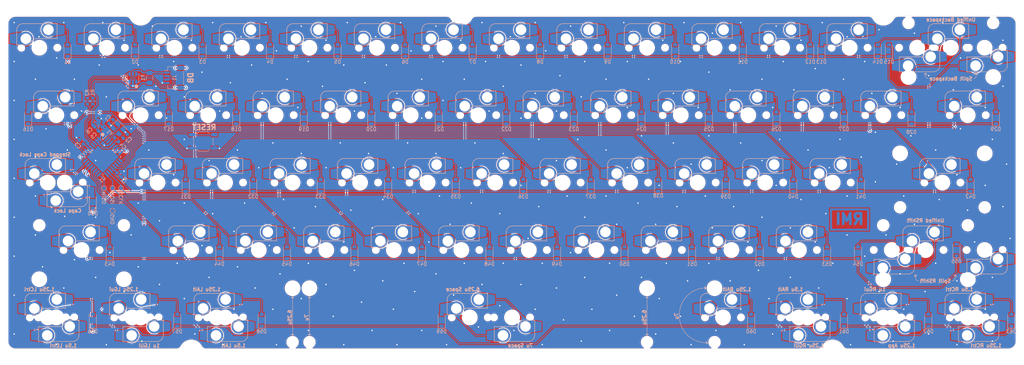
<source format=kicad_pcb>
(kicad_pcb (version 20171130) (host pcbnew "(5.1.10)-1")
  (layers (0 F.Cu signal) (31 B.Cu signal) (34 B.Paste user) (35 F.Paste user) (36 B.SilkS user) (37 F.SilkS user) (38 B.Mask user) (39 F.Mask user) (44 Edge.Cuts user))
  (net 0 "")
  (net 1 "Net-(C1-Pad2)")
  (net 2 GND)
  (net 3 "Net-(C2-Pad2)")
  (net 4 "Net-(C3-Pad1)")
  (net 5 +5V)
  (net 6 "Net-(D1-Pad2)")
  (net 7 "Net-(D2-Pad2)")
  (net 8 "Net-(D3-Pad2)")
  (net 9 "Net-(D4-Pad2)")
  (net 10 "Net-(D5-Pad2)")
  (net 11 "Net-(D6-Pad2)")
  (net 12 "Net-(D7-Pad2)")
  (net 13 "Net-(D8-Pad2)")
  (net 14 "Net-(D9-Pad2)")
  (net 15 "Net-(D10-Pad2)")
  (net 16 "Net-(D11-Pad2)")
  (net 17 "Net-(D12-Pad2)")
  (net 18 "Net-(D13-Pad2)")
  (net 19 "Net-(D14-Pad2)")
  (net 20 "Net-(D15-Pad2)")
  (net 21 "Net-(D16-Pad2)")
  (net 22 "Net-(D17-Pad2)")
  (net 23 "Net-(D18-Pad2)")
  (net 24 "Net-(D19-Pad2)")
  (net 25 "Net-(D20-Pad2)")
  (net 26 "Net-(D21-Pad2)")
  (net 27 "Net-(D22-Pad2)")
  (net 28 "Net-(D23-Pad2)")
  (net 29 "Net-(D24-Pad2)")
  (net 30 "Net-(D25-Pad2)")
  (net 31 "Net-(D26-Pad2)")
  (net 32 "Net-(D27-Pad2)")
  (net 33 "Net-(D28-Pad2)")
  (net 34 "Net-(D29-Pad2)")
  (net 35 "Net-(D30-Pad2)")
  (net 36 "Net-(D31-Pad2)")
  (net 37 "Net-(D32-Pad2)")
  (net 38 "Net-(D33-Pad2)")
  (net 39 "Net-(D34-Pad2)")
  (net 40 "Net-(D35-Pad2)")
  (net 41 "Net-(D36-Pad2)")
  (net 42 "Net-(D37-Pad2)")
  (net 43 "Net-(D38-Pad2)")
  (net 44 "Net-(D39-Pad2)")
  (net 45 "Net-(D40-Pad2)")
  (net 46 "Net-(D41-Pad2)")
  (net 47 "Net-(D42-Pad2)")
  (net 48 "Net-(D43-Pad2)")
  (net 49 "Net-(D44-Pad2)")
  (net 50 "Net-(D45-Pad2)")
  (net 51 "Net-(D46-Pad2)")
  (net 52 "Net-(D47-Pad2)")
  (net 53 "Net-(D48-Pad2)")
  (net 54 "Net-(D49-Pad2)")
  (net 55 "Net-(D50-Pad2)")
  (net 56 "Net-(D51-Pad2)")
  (net 57 "Net-(D52-Pad2)")
  (net 58 "Net-(D53-Pad2)")
  (net 59 "Net-(D54-Pad2)")
  (net 60 "Net-(D55-Pad2)")
  (net 61 "Net-(D56-Pad2)")
  (net 62 "Net-(D57-Pad2)")
  (net 63 "Net-(D58-Pad2)")
  (net 64 "Net-(D59-Pad2)")
  (net 65 "Net-(D60-Pad2)")
  (net 66 "Net-(D61-Pad2)")
  (net 67 "Net-(D62-Pad2)")
  (net 68 "Net-(D63-Pad2)")
  (net 69 VBUS)
  (net 70 USB_D-)
  (net 71 USB_D+)
  (net 72 D-)
  (net 73 D+)
  (net 74 "Net-(R3-Pad1)")
  (net 75 NRST)
  (net 76 MISO)
  (net 77 MOSI)
  (net 78 SCLK)
  (net 79 /D2)
  (net 80 /D1)
  (net 81 /D0)
  (net 82 /C2)
  (net 83 /D6)
  (net 84 /D5)
  (net 85 /D4)
  (net 86 /D3)
  (net 87 /B0)
  (net 88 /B4)
  (net 89 /B5)
  (net 90 /B6)
  (net 91 /C4)
  (net 92 /C5)
  (net 93 /C6)
  (net 94 /C7)
  (net 95 /B7)
  (module Capacitor_SMD:C_0603_1608Metric (layer B.Cu) (at 20.202044 20.836049 45)
    (fp_text reference C1 (at 0 -1.257236 225) (layer B.SilkS) (effects (justify mirror)))
    (fp_text value 10pF)
    (pad 2 smd roundrect (at 0.775 0 45) (size 0.9 0.95) (layers B.Cu B.Paste B.Mask) (net 1 "Net-(C1-Pad2)"))
    (pad 1 smd roundrect (at -0.775 0 45) (size 0.9 0.95) (layers B.Cu B.Paste B.Mask) (net 2 GND))
  )
  (module Capacitor_SMD:C_0603_1608Metric (layer B.Cu) (at 24.266044 25.027049 225)
    (fp_text reference C2 (at 0 -1.436841 45) (layer B.SilkS) (effects (justify mirror)))
    (fp_text value 10pF)
    (pad 2 smd roundrect (at 0.775 0 225) (size 0.9 0.95) (layers B.Cu B.Paste B.Mask) (net 3 "Net-(C2-Pad2)"))
    (pad 1 smd roundrect (at -0.775 0 225) (size 0.9 0.95) (layers B.Cu B.Paste B.Mask) (net 2 GND))
  )
  (module Capacitor_SMD:C_0603_1608Metric (layer B.Cu) (at 21.786765 26.007884 135)
    (fp_text reference C4 (at -2.506765 -0.001153 135) (layer B.SilkS) (effects (justify mirror)))
    (fp_text value 100nF)
    (pad 2 smd roundrect (at 0.775 0 135) (size 0.9 0.95) (layers B.Cu B.Paste B.Mask) (net 2 GND))
    (pad 1 smd roundrect (at -0.775 0 135) (size 0.9 0.95) (layers B.Cu B.Paste B.Mask) (net 5 +5V))
  )
  (module Capacitor_SMD:C_0603_1608Metric (layer B.Cu) (at 17.2085 22.95525 45)
    (fp_text reference C5 (at -2.667 0 45) (layer B.SilkS) (effects (justify mirror)))
    (fp_text value 100nF)
    (pad 2 smd roundrect (at 0.775 0 45) (size 0.9 0.95) (layers B.Cu B.Paste B.Mask) (net 2 GND))
    (pad 1 smd roundrect (at -0.775 0 45) (size 0.9 0.95) (layers B.Cu B.Paste B.Mask) (net 5 +5V))
  )
  (module Capacitor_SMD:C_0805_2012Metric (layer B.Cu) (at 16.0655 21.43125 45)
    (fp_text reference C6 (at -2.794 0 45) (layer B.SilkS) (effects (justify mirror)))
    (fp_text value 10uF)
    (pad 2 smd roundrect (at 0.95 0 45) (size 1 1.45) (layers B.Cu B.Paste B.Mask) (net 2 GND))
    (pad 1 smd roundrect (at -0.95 0 45) (size 1 1.45) (layers B.Cu B.Paste B.Mask) (net 5 +5V))
  )
  (module random-keyboard-parts:D_SOD-123-Pretty (layer B.Cu) (at 7.9375 0.79375 90)
    (fp_text reference D1 (at -3.175 0 180) (layer B.SilkS) (effects (justify mirror)))
    (fp_text value 1N4148)
    (pad 1 smd rect (at -1.65 0 90) (size 0.9 1.2) (layers B.Cu B.Paste B.Mask) (net 92 /C5))
    (pad 2 smd rect (at 1.65 0 90) (size 0.9 1.2) (layers B.Cu B.Paste B.Mask) (net 6 "Net-(D1-Pad2)"))
  )
  (module random-keyboard-parts:D_SOD-123-Pretty (layer B.Cu) (at 26.9875 0.79375 90)
    (fp_text reference D2 (at -3.175 0 180) (layer B.SilkS) (effects (justify mirror)))
    (fp_text value 1N4148)
    (pad 1 smd rect (at -1.65 0 90) (size 0.9 1.2) (layers B.Cu B.Paste B.Mask) (net 92 /C5))
    (pad 2 smd rect (at 1.65 0 90) (size 0.9 1.2) (layers B.Cu B.Paste B.Mask) (net 7 "Net-(D2-Pad2)"))
  )
  (module random-keyboard-parts:D_SOD-123-Pretty (layer B.Cu) (at 46.0375 0.79375 90)
    (fp_text reference D3 (at -3.175 0 180) (layer B.SilkS) (effects (justify mirror)))
    (fp_text value 1N4148)
    (pad 1 smd rect (at -1.65 0 90) (size 0.9 1.2) (layers B.Cu B.Paste B.Mask) (net 92 /C5))
    (pad 2 smd rect (at 1.65 0 90) (size 0.9 1.2) (layers B.Cu B.Paste B.Mask) (net 8 "Net-(D3-Pad2)"))
  )
  (module random-keyboard-parts:D_SOD-123-Pretty (layer B.Cu) (at 65.0875 0.79375 90)
    (fp_text reference D4 (at -3.175 0 180) (layer B.SilkS) (effects (justify mirror)))
    (fp_text value 1N4148)
    (pad 1 smd rect (at -1.65 0 90) (size 0.9 1.2) (layers B.Cu B.Paste B.Mask) (net 92 /C5))
    (pad 2 smd rect (at 1.65 0 90) (size 0.9 1.2) (layers B.Cu B.Paste B.Mask) (net 9 "Net-(D4-Pad2)"))
  )
  (module random-keyboard-parts:D_SOD-123-Pretty (layer B.Cu) (at 84.1375 0.79375 90)
    (fp_text reference D5 (at -3.175 0 180) (layer B.SilkS) (effects (justify mirror)))
    (fp_text value 1N4148)
    (pad 1 smd rect (at -1.65 0 90) (size 0.9 1.2) (layers B.Cu B.Paste B.Mask) (net 92 /C5))
    (pad 2 smd rect (at 1.65 0 90) (size 0.9 1.2) (layers B.Cu B.Paste B.Mask) (net 10 "Net-(D5-Pad2)"))
  )
  (module random-keyboard-parts:D_SOD-123-Pretty (layer B.Cu) (at 103.1875 0.79375 90)
    (fp_text reference D6 (at -3.175 0 180) (layer B.SilkS) (effects (justify mirror)))
    (fp_text value 1N4148)
    (pad 1 smd rect (at -1.65 0 90) (size 0.9 1.2) (layers B.Cu B.Paste B.Mask) (net 92 /C5))
    (pad 2 smd rect (at 1.65 0 90) (size 0.9 1.2) (layers B.Cu B.Paste B.Mask) (net 11 "Net-(D6-Pad2)"))
  )
  (module random-keyboard-parts:D_SOD-123-Pretty (layer B.Cu) (at 122.2375 0.79375 90)
    (fp_text reference D7 (at -3.175 0 180) (layer B.SilkS) (effects (justify mirror)))
    (fp_text value 1N4148)
    (pad 1 smd rect (at -1.65 0 90) (size 0.9 1.2) (layers B.Cu B.Paste B.Mask) (net 92 /C5))
    (pad 2 smd rect (at 1.65 0 90) (size 0.9 1.2) (layers B.Cu B.Paste B.Mask) (net 12 "Net-(D7-Pad2)"))
  )
  (module random-keyboard-parts:D_SOD-123-Pretty (layer B.Cu) (at 141.2875 0.79375 90)
    (fp_text reference D8 (at -3.175 0 180) (layer B.SilkS) (effects (justify mirror)))
    (fp_text value 1N4148)
    (pad 1 smd rect (at -1.65 0 90) (size 0.9 1.2) (layers B.Cu B.Paste B.Mask) (net 92 /C5))
    (pad 2 smd rect (at 1.65 0 90) (size 0.9 1.2) (layers B.Cu B.Paste B.Mask) (net 13 "Net-(D8-Pad2)"))
  )
  (module random-keyboard-parts:D_SOD-123-Pretty (layer B.Cu) (at 160.3375 0.79375 90)
    (fp_text reference D9 (at -3.175 0 180) (layer B.SilkS) (effects (justify mirror)))
    (fp_text value 1N4148)
    (pad 1 smd rect (at -1.65 0 90) (size 0.9 1.2) (layers B.Cu B.Paste B.Mask) (net 92 /C5))
    (pad 2 smd rect (at 1.65 0 90) (size 0.9 1.2) (layers B.Cu B.Paste B.Mask) (net 14 "Net-(D9-Pad2)"))
  )
  (module random-keyboard-parts:D_SOD-123-Pretty (layer B.Cu) (at 179.3875 0.79375 90)
    (fp_text reference D10 (at -3.175 0 180) (layer B.SilkS) (effects (justify mirror)))
    (fp_text value 1N4148)
    (pad 1 smd rect (at -1.65 0 90) (size 0.9 1.2) (layers B.Cu B.Paste B.Mask) (net 92 /C5))
    (pad 2 smd rect (at 1.65 0 90) (size 0.9 1.2) (layers B.Cu B.Paste B.Mask) (net 15 "Net-(D10-Pad2)"))
  )
  (module random-keyboard-parts:D_SOD-123-Pretty (layer B.Cu) (at 198.4375 0.79375 90)
    (fp_text reference D11 (at -3.175 0 180) (layer B.SilkS) (effects (justify mirror)))
    (fp_text value 1N4148)
    (pad 1 smd rect (at -1.65 0 90) (size 0.9 1.2) (layers B.Cu B.Paste B.Mask) (net 92 /C5))
    (pad 2 smd rect (at 1.65 0 90) (size 0.9 1.2) (layers B.Cu B.Paste B.Mask) (net 16 "Net-(D11-Pad2)"))
  )
  (module random-keyboard-parts:D_SOD-123-Pretty (layer B.Cu) (at 217.4875 0.79375 90)
    (fp_text reference D12 (at -3.175 0 180) (layer B.SilkS) (effects (justify mirror)))
    (fp_text value 1N4148)
    (pad 1 smd rect (at -1.65 0 90) (size 0.9 1.2) (layers B.Cu B.Paste B.Mask) (net 92 /C5))
    (pad 2 smd rect (at 1.65 0 90) (size 0.9 1.2) (layers B.Cu B.Paste B.Mask) (net 17 "Net-(D12-Pad2)"))
  )
  (module random-keyboard-parts:D_SOD-123-Pretty (layer B.Cu) (at 220.6625 0.79375 90)
    (fp_text reference D13 (at -3.175 0 180) (layer B.SilkS) (effects (justify mirror)))
    (fp_text value 1N4148)
    (pad 1 smd rect (at -1.65 0 90) (size 0.9 1.2) (layers B.Cu B.Paste B.Mask) (net 92 /C5))
    (pad 2 smd rect (at 1.65 0 90) (size 0.9 1.2) (layers B.Cu B.Paste B.Mask) (net 18 "Net-(D13-Pad2)"))
  )
  (module random-keyboard-parts:D_SOD-123-Pretty (layer B.Cu) (at 236.5375 0.79375 90)
    (fp_text reference D14 (at -3.175 0 180) (layer B.SilkS) (effects (justify mirror)))
    (fp_text value 1N4148)
    (pad 1 smd rect (at -1.65 0 90) (size 0.9 1.2) (layers B.Cu B.Paste B.Mask) (net 92 /C5))
    (pad 2 smd rect (at 1.65 0 90) (size 0.9 1.2) (layers B.Cu B.Paste B.Mask) (net 19 "Net-(D14-Pad2)"))
  )
  (module random-keyboard-parts:D_SOD-123-Pretty (layer B.Cu) (at -3.175 19.84375 90)
    (fp_text reference D16 (at -3.175 0 180) (layer B.SilkS) (effects (justify mirror)))
    (fp_text value 1N4148)
    (pad 1 smd rect (at -1.65 0 90) (size 0.9 1.2) (layers B.Cu B.Paste B.Mask) (net 91 /C4))
    (pad 2 smd rect (at 1.65 0 90) (size 0.9 1.2) (layers B.Cu B.Paste B.Mask) (net 21 "Net-(D16-Pad2)"))
  )
  (module random-keyboard-parts:D_SOD-123-Pretty (layer B.Cu) (at 36.5125 19.84375 90)
    (fp_text reference D17 (at -3.175 0 180) (layer B.SilkS) (effects (justify mirror)))
    (fp_text value 1N4148)
    (pad 1 smd rect (at -1.65 0 90) (size 0.9 1.2) (layers B.Cu B.Paste B.Mask) (net 91 /C4))
    (pad 2 smd rect (at 1.65 0 90) (size 0.9 1.2) (layers B.Cu B.Paste B.Mask) (net 22 "Net-(D17-Pad2)"))
  )
  (module random-keyboard-parts:D_SOD-123-Pretty (layer B.Cu) (at 55.5625 19.84375 90)
    (fp_text reference D18 (at -3.175 0 180) (layer B.SilkS) (effects (justify mirror)))
    (fp_text value 1N4148)
    (pad 1 smd rect (at -1.65 0 90) (size 0.9 1.2) (layers B.Cu B.Paste B.Mask) (net 91 /C4))
    (pad 2 smd rect (at 1.65 0 90) (size 0.9 1.2) (layers B.Cu B.Paste B.Mask) (net 23 "Net-(D18-Pad2)"))
  )
  (module random-keyboard-parts:D_SOD-123-Pretty (layer B.Cu) (at 74.6125 19.84375 90)
    (fp_text reference D19 (at -3.175 0 180) (layer B.SilkS) (effects (justify mirror)))
    (fp_text value 1N4148)
    (pad 1 smd rect (at -1.65 0 90) (size 0.9 1.2) (layers B.Cu B.Paste B.Mask) (net 91 /C4))
    (pad 2 smd rect (at 1.65 0 90) (size 0.9 1.2) (layers B.Cu B.Paste B.Mask) (net 24 "Net-(D19-Pad2)"))
  )
  (module random-keyboard-parts:D_SOD-123-Pretty (layer B.Cu) (at 93.6625 19.84375 90)
    (fp_text reference D20 (at -3.175 0 180) (layer B.SilkS) (effects (justify mirror)))
    (fp_text value 1N4148)
    (pad 1 smd rect (at -1.65 0 90) (size 0.9 1.2) (layers B.Cu B.Paste B.Mask) (net 91 /C4))
    (pad 2 smd rect (at 1.65 0 90) (size 0.9 1.2) (layers B.Cu B.Paste B.Mask) (net 25 "Net-(D20-Pad2)"))
  )
  (module random-keyboard-parts:D_SOD-123-Pretty (layer B.Cu) (at 112.7125 19.84375 90)
    (fp_text reference D21 (at -3.175 0 180) (layer B.SilkS) (effects (justify mirror)))
    (fp_text value 1N4148)
    (pad 1 smd rect (at -1.65 0 90) (size 0.9 1.2) (layers B.Cu B.Paste B.Mask) (net 91 /C4))
    (pad 2 smd rect (at 1.65 0 90) (size 0.9 1.2) (layers B.Cu B.Paste B.Mask) (net 26 "Net-(D21-Pad2)"))
  )
  (module random-keyboard-parts:D_SOD-123-Pretty (layer B.Cu) (at 131.7625 19.84375 90)
    (fp_text reference D22 (at -3.175 0 180) (layer B.SilkS) (effects (justify mirror)))
    (fp_text value 1N4148)
    (pad 1 smd rect (at -1.65 0 90) (size 0.9 1.2) (layers B.Cu B.Paste B.Mask) (net 91 /C4))
    (pad 2 smd rect (at 1.65 0 90) (size 0.9 1.2) (layers B.Cu B.Paste B.Mask) (net 27 "Net-(D22-Pad2)"))
  )
  (module random-keyboard-parts:D_SOD-123-Pretty (layer B.Cu) (at 150.8125 19.84375 90)
    (fp_text reference D23 (at -3.175 0 180) (layer B.SilkS) (effects (justify mirror)))
    (fp_text value 1N4148)
    (pad 1 smd rect (at -1.65 0 90) (size 0.9 1.2) (layers B.Cu B.Paste B.Mask) (net 91 /C4))
    (pad 2 smd rect (at 1.65 0 90) (size 0.9 1.2) (layers B.Cu B.Paste B.Mask) (net 28 "Net-(D23-Pad2)"))
  )
  (module random-keyboard-parts:D_SOD-123-Pretty (layer B.Cu) (at 169.8625 19.84375 90)
    (fp_text reference D24 (at -3.175 0 180) (layer B.SilkS) (effects (justify mirror)))
    (fp_text value 1N4148)
    (pad 1 smd rect (at -1.65 0 90) (size 0.9 1.2) (layers B.Cu B.Paste B.Mask) (net 91 /C4))
    (pad 2 smd rect (at 1.65 0 90) (size 0.9 1.2) (layers B.Cu B.Paste B.Mask) (net 29 "Net-(D24-Pad2)"))
  )
  (module random-keyboard-parts:D_SOD-123-Pretty (layer B.Cu) (at 188.9125 19.84375 90)
    (fp_text reference D25 (at -3.175 0 180) (layer B.SilkS) (effects (justify mirror)))
    (fp_text value 1N4148)
    (pad 1 smd rect (at -1.65 0 90) (size 0.9 1.2) (layers B.Cu B.Paste B.Mask) (net 91 /C4))
    (pad 2 smd rect (at 1.65 0 90) (size 0.9 1.2) (layers B.Cu B.Paste B.Mask) (net 30 "Net-(D25-Pad2)"))
  )
  (module random-keyboard-parts:D_SOD-123-Pretty (layer B.Cu) (at 227.0125 19.84375 90)
    (fp_text reference D27 (at -3.175 0 180) (layer B.SilkS) (effects (justify mirror)))
    (fp_text value 1N4148)
    (pad 1 smd rect (at -1.65 0 90) (size 0.9 1.2) (layers B.Cu B.Paste B.Mask) (net 91 /C4))
    (pad 2 smd rect (at 1.65 0 90) (size 0.9 1.2) (layers B.Cu B.Paste B.Mask) (net 32 "Net-(D27-Pad2)"))
  )
  (module random-keyboard-parts:D_SOD-123-Pretty (layer B.Cu) (at 246.0625 19.84375 90)
    (fp_text reference D28 (at -3.96875 0 180) (layer B.SilkS) (effects (justify mirror)))
    (fp_text value 1N4148)
    (pad 1 smd rect (at -1.65 0 90) (size 0.9 1.2) (layers B.Cu B.Paste B.Mask) (net 91 /C4))
    (pad 2 smd rect (at 1.65 0 90) (size 0.9 1.2) (layers B.Cu B.Paste B.Mask) (net 33 "Net-(D28-Pad2)"))
  )
  (module random-keyboard-parts:D_SOD-123-Pretty (layer B.Cu) (at 269.875 19.84375 90)
    (fp_text reference D29 (at -3.175 0 180) (layer B.SilkS) (effects (justify mirror)))
    (fp_text value 1N4148)
    (pad 1 smd rect (at -1.65 0 90) (size 0.9 1.2) (layers B.Cu B.Paste B.Mask) (net 91 /C4))
    (pad 2 smd rect (at 1.65 0 90) (size 0.9 1.2) (layers B.Cu B.Paste B.Mask) (net 34 "Net-(D29-Pad2)"))
  )
  (module random-keyboard-parts:D_SOD-123-Pretty (layer B.Cu) (at 15.08125 43.65625 90)
    (fp_text reference D30 (at -3.175 0 180) (layer B.SilkS) (effects (justify mirror)))
    (fp_text value 1N4148)
    (pad 1 smd rect (at -1.65 0 90) (size 0.9 1.2) (layers B.Cu B.Paste B.Mask) (net 87 /B0))
    (pad 2 smd rect (at 1.65 0 90) (size 0.9 1.2) (layers B.Cu B.Paste B.Mask) (net 35 "Net-(D30-Pad2)"))
  )
  (module random-keyboard-parts:D_SOD-123-Pretty (layer B.Cu) (at 41.275 38.89375 90)
    (fp_text reference D31 (at -3.175 0 180) (layer B.SilkS) (effects (justify mirror)))
    (fp_text value 1N4148)
    (pad 1 smd rect (at -1.65 0 90) (size 0.9 1.2) (layers B.Cu B.Paste B.Mask) (net 87 /B0))
    (pad 2 smd rect (at 1.65 0 90) (size 0.9 1.2) (layers B.Cu B.Paste B.Mask) (net 36 "Net-(D31-Pad2)"))
  )
  (module random-keyboard-parts:D_SOD-123-Pretty (layer B.Cu) (at 60.325 38.89375 90)
    (fp_text reference D32 (at -3.175 0 180) (layer B.SilkS) (effects (justify mirror)))
    (fp_text value 1N4148)
    (pad 1 smd rect (at -1.65 0 90) (size 0.9 1.2) (layers B.Cu B.Paste B.Mask) (net 87 /B0))
    (pad 2 smd rect (at 1.65 0 90) (size 0.9 1.2) (layers B.Cu B.Paste B.Mask) (net 37 "Net-(D32-Pad2)"))
  )
  (module random-keyboard-parts:D_SOD-123-Pretty (layer B.Cu) (at 79.375 38.89375 90)
    (fp_text reference D33 (at -3.175 0 180) (layer B.SilkS) (effects (justify mirror)))
    (fp_text value 1N4148)
    (pad 1 smd rect (at -1.65 0 90) (size 0.9 1.2) (layers B.Cu B.Paste B.Mask) (net 87 /B0))
    (pad 2 smd rect (at 1.65 0 90) (size 0.9 1.2) (layers B.Cu B.Paste B.Mask) (net 38 "Net-(D33-Pad2)"))
  )
  (module random-keyboard-parts:D_SOD-123-Pretty (layer B.Cu) (at 98.425 38.89375 90)
    (fp_text reference D34 (at -3.175 0 180) (layer B.SilkS) (effects (justify mirror)))
    (fp_text value 1N4148)
    (pad 1 smd rect (at -1.65 0 90) (size 0.9 1.2) (layers B.Cu B.Paste B.Mask) (net 87 /B0))
    (pad 2 smd rect (at 1.65 0 90) (size 0.9 1.2) (layers B.Cu B.Paste B.Mask) (net 39 "Net-(D34-Pad2)"))
  )
  (module random-keyboard-parts:D_SOD-123-Pretty (layer B.Cu) (at 117.475 38.89375 90)
    (fp_text reference D35 (at -3.175 0 180) (layer B.SilkS) (effects (justify mirror)))
    (fp_text value 1N4148)
    (pad 1 smd rect (at -1.65 0 90) (size 0.9 1.2) (layers B.Cu B.Paste B.Mask) (net 87 /B0))
    (pad 2 smd rect (at 1.65 0 90) (size 0.9 1.2) (layers B.Cu B.Paste B.Mask) (net 40 "Net-(D35-Pad2)"))
  )
  (module random-keyboard-parts:D_SOD-123-Pretty (layer B.Cu) (at 136.525 38.89375 90)
    (fp_text reference D36 (at -3.175 0 180) (layer B.SilkS) (effects (justify mirror)))
    (fp_text value 1N4148)
    (pad 1 smd rect (at -1.65 0 90) (size 0.9 1.2) (layers B.Cu B.Paste B.Mask) (net 87 /B0))
    (pad 2 smd rect (at 1.65 0 90) (size 0.9 1.2) (layers B.Cu B.Paste B.Mask) (net 41 "Net-(D36-Pad2)"))
  )
  (module random-keyboard-parts:D_SOD-123-Pretty (layer B.Cu) (at 155.575 38.89375 90)
    (fp_text reference D37 (at -3.175 0 180) (layer B.SilkS) (effects (justify mirror)))
    (fp_text value 1N4148)
    (pad 1 smd rect (at -1.65 0 90) (size 0.9 1.2) (layers B.Cu B.Paste B.Mask) (net 87 /B0))
    (pad 2 smd rect (at 1.65 0 90) (size 0.9 1.2) (layers B.Cu B.Paste B.Mask) (net 42 "Net-(D37-Pad2)"))
  )
  (module random-keyboard-parts:D_SOD-123-Pretty (layer B.Cu) (at 174.625 38.89375 90)
    (fp_text reference D38 (at -2.90125 0 180) (layer B.SilkS) (effects (justify mirror)))
    (fp_text value 1N4148)
    (pad 1 smd rect (at -1.65 0 90) (size 0.9 1.2) (layers B.Cu B.Paste B.Mask) (net 87 /B0))
    (pad 2 smd rect (at 1.65 0 90) (size 0.9 1.2) (layers B.Cu B.Paste B.Mask) (net 43 "Net-(D38-Pad2)"))
  )
  (module random-keyboard-parts:D_SOD-123-Pretty (layer B.Cu) (at 193.675 38.89375 90)
    (fp_text reference D39 (at -3.175 0 180) (layer B.SilkS) (effects (justify mirror)))
    (fp_text value 1N4148)
    (pad 1 smd rect (at -1.65 0 90) (size 0.9 1.2) (layers B.Cu B.Paste B.Mask) (net 87 /B0))
    (pad 2 smd rect (at 1.65 0 90) (size 0.9 1.2) (layers B.Cu B.Paste B.Mask) (net 44 "Net-(D39-Pad2)"))
  )
  (module random-keyboard-parts:D_SOD-123-Pretty (layer B.Cu) (at 212.725 38.89375 90)
    (fp_text reference D40 (at -3.175 0 180) (layer B.SilkS) (effects (justify mirror)))
    (fp_text value 1N4148)
    (pad 1 smd rect (at -1.65 0 90) (size 0.9 1.2) (layers B.Cu B.Paste B.Mask) (net 87 /B0))
    (pad 2 smd rect (at 1.65 0 90) (size 0.9 1.2) (layers B.Cu B.Paste B.Mask) (net 45 "Net-(D40-Pad2)"))
  )
  (module random-keyboard-parts:D_SOD-123-Pretty (layer B.Cu) (at 231.775 38.89375 90)
    (fp_text reference D41 (at -3.175 0 180) (layer B.SilkS) (effects (justify mirror)))
    (fp_text value 1N4148)
    (pad 1 smd rect (at -1.65 0 90) (size 0.9 1.2) (layers B.Cu B.Paste B.Mask) (net 87 /B0))
    (pad 2 smd rect (at 1.65 0 90) (size 0.9 1.2) (layers B.Cu B.Paste B.Mask) (net 46 "Net-(D41-Pad2)"))
  )
  (module random-keyboard-parts:D_SOD-123-Pretty (layer B.Cu) (at 262.73125 38.89375 90)
    (fp_text reference D42 (at -3.175 0 180) (layer B.SilkS) (effects (justify mirror)))
    (fp_text value 1N4148)
    (pad 1 smd rect (at -1.65 0 90) (size 0.9 1.2) (layers B.Cu B.Paste B.Mask) (net 87 /B0))
    (pad 2 smd rect (at 1.65 0 90) (size 0.9 1.2) (layers B.Cu B.Paste B.Mask) (net 47 "Net-(D42-Pad2)"))
  )
  (module random-keyboard-parts:D_SOD-123-Pretty (layer B.Cu) (at 19.84375 57.94375 90)
    (fp_text reference D43 (at -3.175 0 180) (layer B.SilkS) (effects (justify mirror)))
    (fp_text value 1N4148)
    (pad 1 smd rect (at -1.65 0 90) (size 0.9 1.2) (layers B.Cu B.Paste B.Mask) (net 94 /C7))
    (pad 2 smd rect (at 1.65 0 90) (size 0.9 1.2) (layers B.Cu B.Paste B.Mask) (net 48 "Net-(D43-Pad2)"))
  )
  (module random-keyboard-parts:D_SOD-123-Pretty (layer B.Cu) (at 50.8 57.94375 90)
    (fp_text reference D44 (at -3.175 0 180) (layer B.SilkS) (effects (justify mirror)))
    (fp_text value 1N4148)
    (pad 1 smd rect (at -1.65 0 90) (size 0.9 1.2) (layers B.Cu B.Paste B.Mask) (net 94 /C7))
    (pad 2 smd rect (at 1.65 0 90) (size 0.9 1.2) (layers B.Cu B.Paste B.Mask) (net 49 "Net-(D44-Pad2)"))
  )
  (module random-keyboard-parts:D_SOD-123-Pretty (layer B.Cu) (at 69.85 57.94375 90)
    (fp_text reference D45 (at -3.175 0 180) (layer B.SilkS) (effects (justify mirror)))
    (fp_text value 1N4148)
    (pad 1 smd rect (at -1.65 0 90) (size 0.9 1.2) (layers B.Cu B.Paste B.Mask) (net 94 /C7))
    (pad 2 smd rect (at 1.65 0 90) (size 0.9 1.2) (layers B.Cu B.Paste B.Mask) (net 50 "Net-(D45-Pad2)"))
  )
  (module random-keyboard-parts:D_SOD-123-Pretty (layer B.Cu) (at 88.9 57.94375 90)
    (fp_text reference D46 (at -3.175 0 180) (layer B.SilkS) (effects (justify mirror)))
    (fp_text value 1N4148)
    (pad 1 smd rect (at -1.65 0 90) (size 0.9 1.2) (layers B.Cu B.Paste B.Mask) (net 94 /C7))
    (pad 2 smd rect (at 1.65 0 90) (size 0.9 1.2) (layers B.Cu B.Paste B.Mask) (net 51 "Net-(D46-Pad2)"))
  )
  (module random-keyboard-parts:D_SOD-123-Pretty (layer B.Cu) (at 107.95 57.94375 90)
    (fp_text reference D47 (at -3.175 0 180) (layer B.SilkS) (effects (justify mirror)))
    (fp_text value 1N4148)
    (pad 1 smd rect (at -1.65 0 90) (size 0.9 1.2) (layers B.Cu B.Paste B.Mask) (net 94 /C7))
    (pad 2 smd rect (at 1.65 0 90) (size 0.9 1.2) (layers B.Cu B.Paste B.Mask) (net 52 "Net-(D47-Pad2)"))
  )
  (module random-keyboard-parts:D_SOD-123-Pretty (layer B.Cu) (at 127 57.94375 90)
    (fp_text reference D48 (at -3.175 0 180) (layer B.SilkS) (effects (justify mirror)))
    (fp_text value 1N4148)
    (pad 1 smd rect (at -1.65 0 90) (size 0.9 1.2) (layers B.Cu B.Paste B.Mask) (net 94 /C7))
    (pad 2 smd rect (at 1.65 0 90) (size 0.9 1.2) (layers B.Cu B.Paste B.Mask) (net 53 "Net-(D48-Pad2)"))
  )
  (module random-keyboard-parts:D_SOD-123-Pretty (layer B.Cu) (at 146.05 57.94375 90)
    (fp_text reference D49 (at -3.175 0 180) (layer B.SilkS) (effects (justify mirror)))
    (fp_text value 1N4148)
    (pad 1 smd rect (at -1.65 0 90) (size 0.9 1.2) (layers B.Cu B.Paste B.Mask) (net 94 /C7))
    (pad 2 smd rect (at 1.65 0 90) (size 0.9 1.2) (layers B.Cu B.Paste B.Mask) (net 54 "Net-(D49-Pad2)"))
  )
  (module random-keyboard-parts:D_SOD-123-Pretty (layer B.Cu) (at 165.1 57.94375 90)
    (fp_text reference D50 (at -3.175 0 180) (layer B.SilkS) (effects (justify mirror)))
    (fp_text value 1N4148)
    (pad 1 smd rect (at -1.65 0 90) (size 0.9 1.2) (layers B.Cu B.Paste B.Mask) (net 94 /C7))
    (pad 2 smd rect (at 1.65 0 90) (size 0.9 1.2) (layers B.Cu B.Paste B.Mask) (net 55 "Net-(D50-Pad2)"))
  )
  (module random-keyboard-parts:D_SOD-123-Pretty (layer B.Cu) (at 184.15 57.94375 90)
    (fp_text reference D51 (at -3.175 0 180) (layer B.SilkS) (effects (justify mirror)))
    (fp_text value 1N4148)
    (pad 1 smd rect (at -1.65 0 90) (size 0.9 1.2) (layers B.Cu B.Paste B.Mask) (net 94 /C7))
    (pad 2 smd rect (at 1.65 0 90) (size 0.9 1.2) (layers B.Cu B.Paste B.Mask) (net 56 "Net-(D51-Pad2)"))
  )
  (module random-keyboard-parts:D_SOD-123-Pretty (layer B.Cu) (at 203.2 57.94375 90)
    (fp_text reference D52 (at -3.175 0 180) (layer B.SilkS) (effects (justify mirror)))
    (fp_text value 1N4148)
    (pad 1 smd rect (at -1.65 0 90) (size 0.9 1.2) (layers B.Cu B.Paste B.Mask) (net 94 /C7))
    (pad 2 smd rect (at 1.65 0 90) (size 0.9 1.2) (layers B.Cu B.Paste B.Mask) (net 57 "Net-(D52-Pad2)"))
  )
  (module random-keyboard-parts:D_SOD-123-Pretty (layer B.Cu) (at 222.25 57.94375 90)
    (fp_text reference D53 (at -3.175 0 180) (layer B.SilkS) (effects (justify mirror)))
    (fp_text value 1N4148)
    (pad 1 smd rect (at -1.65 0 90) (size 0.9 1.2) (layers B.Cu B.Paste B.Mask) (net 94 /C7))
    (pad 2 smd rect (at 1.65 0 90) (size 0.9 1.2) (layers B.Cu B.Paste B.Mask) (net 58 "Net-(D53-Pad2)"))
  )
  (module random-keyboard-parts:D_SOD-123-Pretty (layer B.Cu) (at 230.98125 57.94375 90)
    (fp_text reference D54 (at -3.175 0 180) (layer B.SilkS) (effects (justify mirror)))
    (fp_text value 1N4148)
    (pad 1 smd rect (at -1.65 0 90) (size 0.9 1.2) (layers B.Cu B.Paste B.Mask) (net 94 /C7))
    (pad 2 smd rect (at 1.65 0 90) (size 0.9 1.2) (layers B.Cu B.Paste B.Mask) (net 59 "Net-(D54-Pad2)"))
  )
  (module random-keyboard-parts:D_SOD-123-Pretty (layer B.Cu) (at 258.7625 57.15 90)
    (fp_text reference D55 (at -3.175 0 180) (layer B.SilkS) (effects (justify mirror)))
    (fp_text value 1N4148)
    (pad 1 smd rect (at -1.65 0 90) (size 0.9 1.2) (layers B.Cu B.Paste B.Mask) (net 94 /C7))
    (pad 2 smd rect (at 1.65 0 90) (size 0.9 1.2) (layers B.Cu B.Paste B.Mask) (net 60 "Net-(D55-Pad2)"))
  )
  (module random-keyboard-parts:D_SOD-123-Pretty (layer B.Cu) (at 15.08125 76.99375 90)
    (fp_text reference D56 (at -3.175 0 180) (layer B.SilkS) (effects (justify mirror)))
    (fp_text value 1N4148)
    (pad 1 smd rect (at -1.65 0 90) (size 0.9 1.2) (layers B.Cu B.Paste B.Mask) (net 95 /B7))
    (pad 2 smd rect (at 1.65 0 90) (size 0.9 1.2) (layers B.Cu B.Paste B.Mask) (net 61 "Net-(D56-Pad2)"))
  )
  (module random-keyboard-parts:D_SOD-123-Pretty (layer B.Cu) (at 38.89375 76.99375 90)
    (fp_text reference D57 (at -3.175 0 180) (layer B.SilkS) (effects (justify mirror)))
    (fp_text value 1N4148)
    (pad 1 smd rect (at -1.65 0 90) (size 0.9 1.2) (layers B.Cu B.Paste B.Mask) (net 95 /B7))
    (pad 2 smd rect (at 1.65 0 90) (size 0.9 1.2) (layers B.Cu B.Paste B.Mask) (net 62 "Net-(D57-Pad2)"))
  )
  (module random-keyboard-parts:D_SOD-123-Pretty (layer B.Cu) (at 62.70625 76.99375 90)
    (fp_text reference D58 (at -3.175 0 180) (layer B.SilkS) (effects (justify mirror)))
    (fp_text value 1N4148)
    (pad 1 smd rect (at -1.65 0 90) (size 0.9 1.2) (layers B.Cu B.Paste B.Mask) (net 95 /B7))
    (pad 2 smd rect (at 1.65 0 90) (size 0.9 1.2) (layers B.Cu B.Paste B.Mask) (net 63 "Net-(D58-Pad2)"))
  )
  (module random-keyboard-parts:D_SOD-123-Pretty (layer B.Cu) (at 113.50625 76.99375 90)
    (fp_text reference D59 (at -3.175 0 180) (layer B.SilkS) (effects (justify mirror)))
    (fp_text value 1N4148)
    (pad 1 smd rect (at -1.65 0 90) (size 0.9 1.2) (layers B.Cu B.Paste B.Mask) (net 95 /B7))
    (pad 2 smd rect (at 1.65 0 90) (size 0.9 1.2) (layers B.Cu B.Paste B.Mask) (net 64 "Net-(D59-Pad2)"))
  )
  (module random-keyboard-parts:D_SOD-123-Pretty (layer B.Cu) (at 200.81875 76.99375 90)
    (fp_text reference D60 (at -3.175 0 180) (layer B.SilkS) (effects (justify mirror)))
    (fp_text value 1N4148)
    (pad 1 smd rect (at -1.65 0 90) (size 0.9 1.2) (layers B.Cu B.Paste B.Mask) (net 95 /B7))
    (pad 2 smd rect (at 1.65 0 90) (size 0.9 1.2) (layers B.Cu B.Paste B.Mask) (net 65 "Net-(D60-Pad2)"))
  )
  (module random-keyboard-parts:D_SOD-123-Pretty (layer B.Cu) (at 227.0125 76.99375 90)
    (fp_text reference D61 (at -3.175 0 180) (layer B.SilkS) (effects (justify mirror)))
    (fp_text value 1N4148)
    (pad 1 smd rect (at -1.65 0 90) (size 0.9 1.2) (layers B.Cu B.Paste B.Mask) (net 95 /B7))
    (pad 2 smd rect (at 1.65 0 90) (size 0.9 1.2) (layers B.Cu B.Paste B.Mask) (net 66 "Net-(D61-Pad2)"))
  )
  (module random-keyboard-parts:D_SOD-123-Pretty (layer B.Cu) (at 250.825 76.99375 90)
    (fp_text reference D62 (at -3.175 0 180) (layer B.SilkS) (effects (justify mirror)))
    (fp_text value 1N4148)
    (pad 1 smd rect (at -1.65 0 90) (size 0.9 1.2) (layers B.Cu B.Paste B.Mask) (net 95 /B7))
    (pad 2 smd rect (at 1.65 0 90) (size 0.9 1.2) (layers B.Cu B.Paste B.Mask) (net 67 "Net-(D62-Pad2)"))
  )
  (module random-keyboard-parts:D_SOD-123-Pretty (layer B.Cu) (at 274.240625 76.99375 90)
    (fp_text reference D63 (at -3.175 0 180) (layer B.SilkS) (effects (justify mirror)))
    (fp_text value 1N4148)
    (pad 1 smd rect (at -1.65 0 90) (size 0.9 1.2) (layers B.Cu B.Paste B.Mask) (net 95 /B7))
    (pad 2 smd rect (at 1.65 0 90) (size 0.9 1.2) (layers B.Cu B.Paste B.Mask) (net 68 "Net-(D63-Pad2)"))
  )
  (module Fuse:Fuse_1206_3216Metric (layer B.Cu) (at 31.115 8.5 90)
    (fp_text reference F1 (at -0.009 -1.8415 90) (layer B.SilkS) (effects (justify mirror)))
    (fp_text value 500mA)
    (pad 2 smd roundrect (at 1.4 0 90) (size 1.25 1.75) (layers B.Cu B.Paste B.Mask) (roundrect_rratio 0.2) (net 69 VBUS))
    (pad 1 smd roundrect (at -1.4 0 90) (size 1.25 1.75) (layers B.Cu B.Paste B.Mask) (roundrect_rratio 0.2) (net 5 +5V))
  )
  (module Connector_JST:JST_SH_SM04B-SRSS-TB_1x04-1MP_P1.00mm_Horizontal (layer B.Cu) (at 37.999999 8.5 270)
    (fp_text reference J1 (at 0 -0.100001 90) (layer B.SilkS) (effects (justify mirror)))
    (fp_text value ai03_Daughterboard_Connector)
    (pad MP smd roundrect (at 2.8 -1.875 270) (size 1.2 1.8) (layers B.Cu B.Paste B.Mask) (roundrect_rratio 0.2083325))
    (pad MP smd roundrect (at -2.8 -1.875 270) (size 1.2 1.8) (layers B.Cu B.Paste B.Mask) (roundrect_rratio 0.2083325))
    (pad 4 smd roundrect (at 1.5 2 270) (size 0.6 1.55) (layers B.Cu B.Paste B.Mask) (net 2 GND))
    (pad 3 smd roundrect (at 0.5 2 270) (size 0.6 1.55) (layers B.Cu B.Paste B.Mask) (net 71 USB_D+))
    (pad 2 smd roundrect (at -0.5 2 270) (size 0.6 1.55) (layers B.Cu B.Paste B.Mask) (net 70 USB_D-))
    (pad 1 smd roundrect (at -1.5 2 270) (size 0.6 1.55) (layers B.Cu B.Paste B.Mask) (net 69 VBUS))
  )
  (module MX_HS:MXOnly-1U-Hotswap (layer B.Cu) (at 0 -4.7 180)
    (fp_text reference MX1)
    (fp_text value MX-LED)
    (pad "" np_thru_hole circle (at -5.08 -4.7 48.0996) (size 1.75 1.75) (drill 1.75) (layers *.Cu *.Mask))
    (pad 2 smd custom (at -5.841 0.38) (size 2.55 2.5) (layers B.Cu B.Paste B.Mask) (net 6 "Net-(D1-Pad2)") (options (clearance outline) (anchor rect)) (primitives (gr_poly (pts (xy 1.2192 1.2192) (xy -3.2512 1.9304) (xy -3.2512 -1.9304) (xy 1.2192 -1.2192)) (width 0.1))))
    (pad 1 thru_hole circle (at 3.81 -2.16) (size 4 4) (drill 3) (layers *.Cu B.Mask) (net 93 /C6))
    (pad 2 thru_hole circle (at -2.54 0.38) (size 4 4) (drill 3) (layers *.Cu B.Mask) (net 6 "Net-(D1-Pad2)"))
    (pad "" np_thru_hole circle (at 0 -4.7) (size 3.9878 3.9878) (drill 3.9878) (layers *.Cu *.Mask))
    (pad "" np_thru_hole circle (at 5.08 -4.7 48.0996) (size 1.75 1.75) (drill 1.75) (layers *.Cu *.Mask))
    (pad 1 smd custom (at 7.085 -2.16) (size 2.55 2.5) (layers B.Cu B.Paste B.Mask) (net 93 /C6) (options (clearance outline) (anchor rect)) (primitives (gr_poly (pts (xy -1.1954 -1.2192) (xy 3.275 -1.9304) (xy 3.275 1.9304) (xy -1.1954 1.2192)) (width 0.1))))
  )
  (module MX_HS:MXOnly-1U-Hotswap (layer B.Cu) (at 19.05 -4.7 180)
    (fp_text reference MX2)
    (fp_text value MX-LED)
    (pad "" np_thru_hole circle (at -5.08 -4.7 48.0996) (size 1.75 1.75) (drill 1.75) (layers *.Cu *.Mask))
    (pad 2 smd custom (at -5.841 0.38) (size 2.55 2.5) (layers B.Cu B.Paste B.Mask) (net 7 "Net-(D2-Pad2)") (options (clearance outline) (anchor rect)) (primitives (gr_poly (pts (xy 1.2192 1.2192) (xy -3.2512 1.9304) (xy -3.2512 -1.9304) (xy 1.2192 -1.2192)) (width 0.1))))
    (pad 1 thru_hole circle (at 3.81 -2.16) (size 4 4) (drill 3) (layers *.Cu B.Mask) (net 90 /B6))
    (pad 2 thru_hole circle (at -2.54 0.38) (size 4 4) (drill 3) (layers *.Cu B.Mask) (net 7 "Net-(D2-Pad2)"))
    (pad "" np_thru_hole circle (at 0 -4.7) (size 3.9878 3.9878) (drill 3.9878) (layers *.Cu *.Mask))
    (pad "" np_thru_hole circle (at 5.08 -4.7 48.0996) (size 1.75 1.75) (drill 1.75) (layers *.Cu *.Mask))
    (pad 1 smd custom (at 7.085 -2.16) (size 2.55 2.5) (layers B.Cu B.Paste B.Mask) (net 90 /B6) (options (clearance outline) (anchor rect)) (primitives (gr_poly (pts (xy -1.1954 -1.2192) (xy 3.275 -1.9304) (xy 3.275 1.9304) (xy -1.1954 1.2192)) (width 0.1))))
  )
  (module MX_HS:MXOnly-1U-Hotswap (layer B.Cu) (at 38.1 -4.7 180)
    (fp_text reference MX3)
    (fp_text value MX-LED)
    (pad "" np_thru_hole circle (at -5.08 -4.7 48.0996) (size 1.75 1.75) (drill 1.75) (layers *.Cu *.Mask))
    (pad 2 smd custom (at -5.841 0.38) (size 2.55 2.5) (layers B.Cu B.Paste B.Mask) (net 8 "Net-(D3-Pad2)") (options (clearance outline) (anchor rect)) (primitives (gr_poly (pts (xy 1.2192 1.2192) (xy -3.2512 1.9304) (xy -3.2512 -1.9304) (xy 1.2192 -1.2192)) (width 0.1))))
    (pad 1 thru_hole circle (at 3.81 -2.16) (size 4 4) (drill 3) (layers *.Cu B.Mask) (net 89 /B5))
    (pad 2 thru_hole circle (at -2.54 0.38) (size 4 4) (drill 3) (layers *.Cu B.Mask) (net 8 "Net-(D3-Pad2)"))
    (pad "" np_thru_hole circle (at 0 -4.7) (size 3.9878 3.9878) (drill 3.9878) (layers *.Cu *.Mask))
    (pad "" np_thru_hole circle (at 5.08 -4.7 48.0996) (size 1.75 1.75) (drill 1.75) (layers *.Cu *.Mask))
    (pad 1 smd custom (at 7.085 -2.16) (size 2.55 2.5) (layers B.Cu B.Paste B.Mask) (net 89 /B5) (options (clearance outline) (anchor rect)) (primitives (gr_poly (pts (xy -1.1954 -1.2192) (xy 3.275 -1.9304) (xy 3.275 1.9304) (xy -1.1954 1.2192)) (width 0.1))))
  )
  (module MX_HS:MXOnly-1U-Hotswap (layer B.Cu) (at 76.2 -4.7 180)
    (fp_text reference MX5)
    (fp_text value MX-LED)
    (pad "" np_thru_hole circle (at -5.08 -4.7 48.0996) (size 1.75 1.75) (drill 1.75) (layers *.Cu *.Mask))
    (pad 2 smd custom (at -5.841 0.38) (size 2.55 2.5) (layers B.Cu B.Paste B.Mask) (net 10 "Net-(D5-Pad2)") (options (clearance outline) (anchor rect)) (primitives (gr_poly (pts (xy 1.2192 1.2192) (xy -3.2512 1.9304) (xy -3.2512 -1.9304) (xy 1.2192 -1.2192)) (width 0.1))))
    (pad 1 thru_hole circle (at 3.81 -2.16) (size 4 4) (drill 3) (layers *.Cu B.Mask) (net 76 MISO))
    (pad 2 thru_hole circle (at -2.54 0.38) (size 4 4) (drill 3) (layers *.Cu B.Mask) (net 10 "Net-(D5-Pad2)"))
    (pad "" np_thru_hole circle (at 0 -4.7) (size 3.9878 3.9878) (drill 3.9878) (layers *.Cu *.Mask))
    (pad "" np_thru_hole circle (at 5.08 -4.7 48.0996) (size 1.75 1.75) (drill 1.75) (layers *.Cu *.Mask))
    (pad 1 smd custom (at 7.085 -2.16) (size 2.55 2.5) (layers B.Cu B.Paste B.Mask) (net 76 MISO) (options (clearance outline) (anchor rect)) (primitives (gr_poly (pts (xy -1.1954 -1.2192) (xy 3.275 -1.9304) (xy 3.275 1.9304) (xy -1.1954 1.2192)) (width 0.1))))
  )
  (module MX_HS:MXOnly-1U-Hotswap (layer B.Cu) (at 95.25 -4.7 180)
    (fp_text reference MX6)
    (fp_text value MX-LED)
    (pad "" np_thru_hole circle (at -5.08 -4.7 48.0996) (size 1.75 1.75) (drill 1.75) (layers *.Cu *.Mask))
    (pad 2 smd custom (at -5.841 0.38) (size 2.55 2.5) (layers B.Cu B.Paste B.Mask) (net 11 "Net-(D6-Pad2)") (options (clearance outline) (anchor rect)) (primitives (gr_poly (pts (xy 1.2192 1.2192) (xy -3.2512 1.9304) (xy -3.2512 -1.9304) (xy 1.2192 -1.2192)) (width 0.1))))
    (pad 1 thru_hole circle (at 3.81 -2.16) (size 4 4) (drill 3) (layers *.Cu B.Mask) (net 77 MOSI))
    (pad 2 thru_hole circle (at -2.54 0.38) (size 4 4) (drill 3) (layers *.Cu B.Mask) (net 11 "Net-(D6-Pad2)"))
    (pad "" np_thru_hole circle (at 0 -4.7) (size 3.9878 3.9878) (drill 3.9878) (layers *.Cu *.Mask))
    (pad "" np_thru_hole circle (at 5.08 -4.7 48.0996) (size 1.75 1.75) (drill 1.75) (layers *.Cu *.Mask))
    (pad 1 smd custom (at 7.085 -2.16) (size 2.55 2.5) (layers B.Cu B.Paste B.Mask) (net 77 MOSI) (options (clearance outline) (anchor rect)) (primitives (gr_poly (pts (xy -1.1954 -1.2192) (xy 3.275 -1.9304) (xy 3.275 1.9304) (xy -1.1954 1.2192)) (width 0.1))))
  )
  (module MX_HS:MXOnly-1U-Hotswap (layer B.Cu) (at 114.3 -4.7 180)
    (fp_text reference MX7)
    (fp_text value MX-LED)
    (pad "" np_thru_hole circle (at -5.08 -4.7 48.0996) (size 1.75 1.75) (drill 1.75) (layers *.Cu *.Mask))
    (pad 2 smd custom (at -5.841 0.38) (size 2.55 2.5) (layers B.Cu B.Paste B.Mask) (net 12 "Net-(D7-Pad2)") (options (clearance outline) (anchor rect)) (primitives (gr_poly (pts (xy 1.2192 1.2192) (xy -3.2512 1.9304) (xy -3.2512 -1.9304) (xy 1.2192 -1.2192)) (width 0.1))))
    (pad 1 thru_hole circle (at 3.81 -2.16) (size 4 4) (drill 3) (layers *.Cu B.Mask) (net 78 SCLK))
    (pad 2 thru_hole circle (at -2.54 0.38) (size 4 4) (drill 3) (layers *.Cu B.Mask) (net 12 "Net-(D7-Pad2)"))
    (pad "" np_thru_hole circle (at 0 -4.7) (size 3.9878 3.9878) (drill 3.9878) (layers *.Cu *.Mask))
    (pad "" np_thru_hole circle (at 5.08 -4.7 48.0996) (size 1.75 1.75) (drill 1.75) (layers *.Cu *.Mask))
    (pad 1 smd custom (at 7.085 -2.16) (size 2.55 2.5) (layers B.Cu B.Paste B.Mask) (net 78 SCLK) (options (clearance outline) (anchor rect)) (primitives (gr_poly (pts (xy -1.1954 -1.2192) (xy 3.275 -1.9304) (xy 3.275 1.9304) (xy -1.1954 1.2192)) (width 0.1))))
  )
  (module MX_HS:MXOnly-1U-Hotswap (layer B.Cu) (at 133.35 -4.7 180)
    (fp_text reference MX8)
    (fp_text value MX-LED)
    (pad "" np_thru_hole circle (at -5.08 -4.7 48.0996) (size 1.75 1.75) (drill 1.75) (layers *.Cu *.Mask))
    (pad 2 smd custom (at -5.841 0.38) (size 2.55 2.5) (layers B.Cu B.Paste B.Mask) (net 13 "Net-(D8-Pad2)") (options (clearance outline) (anchor rect)) (primitives (gr_poly (pts (xy 1.2192 1.2192) (xy -3.2512 1.9304) (xy -3.2512 -1.9304) (xy 1.2192 -1.2192)) (width 0.1))))
    (pad 1 thru_hole circle (at 3.81 -2.16) (size 4 4) (drill 3) (layers *.Cu B.Mask) (net 83 /D6))
    (pad 2 thru_hole circle (at -2.54 0.38) (size 4 4) (drill 3) (layers *.Cu B.Mask) (net 13 "Net-(D8-Pad2)"))
    (pad "" np_thru_hole circle (at 0 -4.7) (size 3.9878 3.9878) (drill 3.9878) (layers *.Cu *.Mask))
    (pad "" np_thru_hole circle (at 5.08 -4.7 48.0996) (size 1.75 1.75) (drill 1.75) (layers *.Cu *.Mask))
    (pad 1 smd custom (at 7.085 -2.16) (size 2.55 2.5) (layers B.Cu B.Paste B.Mask) (net 83 /D6) (options (clearance outline) (anchor rect)) (primitives (gr_poly (pts (xy -1.1954 -1.2192) (xy 3.275 -1.9304) (xy 3.275 1.9304) (xy -1.1954 1.2192)) (width 0.1))))
  )
  (module MX_HS:MXOnly-1U-Hotswap (layer B.Cu) (at 152.4 -4.7 180)
    (fp_text reference MX9)
    (fp_text value MX-LED)
    (pad "" np_thru_hole circle (at -5.08 -4.7 48.0996) (size 1.75 1.75) (drill 1.75) (layers *.Cu *.Mask))
    (pad 2 smd custom (at -5.841 0.38) (size 2.55 2.5) (layers B.Cu B.Paste B.Mask) (net 14 "Net-(D9-Pad2)") (options (clearance outline) (anchor rect)) (primitives (gr_poly (pts (xy 1.2192 1.2192) (xy -3.2512 1.9304) (xy -3.2512 -1.9304) (xy 1.2192 -1.2192)) (width 0.1))))
    (pad 1 thru_hole circle (at 3.81 -2.16) (size 4 4) (drill 3) (layers *.Cu B.Mask) (net 84 /D5))
    (pad 2 thru_hole circle (at -2.54 0.38) (size 4 4) (drill 3) (layers *.Cu B.Mask) (net 14 "Net-(D9-Pad2)"))
    (pad "" np_thru_hole circle (at 0 -4.7) (size 3.9878 3.9878) (drill 3.9878) (layers *.Cu *.Mask))
    (pad "" np_thru_hole circle (at 5.08 -4.7 48.0996) (size 1.75 1.75) (drill 1.75) (layers *.Cu *.Mask))
    (pad 1 smd custom (at 7.085 -2.16) (size 2.55 2.5) (layers B.Cu B.Paste B.Mask) (net 84 /D5) (options (clearance outline) (anchor rect)) (primitives (gr_poly (pts (xy -1.1954 -1.2192) (xy 3.275 -1.9304) (xy 3.275 1.9304) (xy -1.1954 1.2192)) (width 0.1))))
  )
  (module MX_HS:MXOnly-1U-Hotswap (layer B.Cu) (at 171.45 -4.7 180)
    (fp_text reference MX10)
    (fp_text value MX-LED)
    (pad "" np_thru_hole circle (at -5.08 -4.7 48.0996) (size 1.75 1.75) (drill 1.75) (layers *.Cu *.Mask))
    (pad 2 smd custom (at -5.841 0.38) (size 2.55 2.5) (layers B.Cu B.Paste B.Mask) (net 15 "Net-(D10-Pad2)") (options (clearance outline) (anchor rect)) (primitives (gr_poly (pts (xy 1.2192 1.2192) (xy -3.2512 1.9304) (xy -3.2512 -1.9304) (xy 1.2192 -1.2192)) (width 0.1))))
    (pad 1 thru_hole circle (at 3.81 -2.16) (size 4 4) (drill 3) (layers *.Cu B.Mask) (net 85 /D4))
    (pad 2 thru_hole circle (at -2.54 0.38) (size 4 4) (drill 3) (layers *.Cu B.Mask) (net 15 "Net-(D10-Pad2)"))
    (pad "" np_thru_hole circle (at 0 -4.7) (size 3.9878 3.9878) (drill 3.9878) (layers *.Cu *.Mask))
    (pad "" np_thru_hole circle (at 5.08 -4.7 48.0996) (size 1.75 1.75) (drill 1.75) (layers *.Cu *.Mask))
    (pad 1 smd custom (at 7.085 -2.16) (size 2.55 2.5) (layers B.Cu B.Paste B.Mask) (net 85 /D4) (options (clearance outline) (anchor rect)) (primitives (gr_poly (pts (xy -1.1954 -1.2192) (xy 3.275 -1.9304) (xy 3.275 1.9304) (xy -1.1954 1.2192)) (width 0.1))))
  )
  (module MX_HS:MXOnly-1U-Hotswap (layer B.Cu) (at 190.5 -4.7 180)
    (fp_text reference MX11)
    (fp_text value MX-LED)
    (pad "" np_thru_hole circle (at -5.08 -4.7 48.0996) (size 1.75 1.75) (drill 1.75) (layers *.Cu *.Mask))
    (pad 2 smd custom (at -5.841 0.38) (size 2.55 2.5) (layers B.Cu B.Paste B.Mask) (net 16 "Net-(D11-Pad2)") (options (clearance outline) (anchor rect)) (primitives (gr_poly (pts (xy 1.2192 1.2192) (xy -3.2512 1.9304) (xy -3.2512 -1.9304) (xy 1.2192 -1.2192)) (width 0.1))))
    (pad 1 thru_hole circle (at 3.81 -2.16) (size 4 4) (drill 3) (layers *.Cu B.Mask) (net 86 /D3))
    (pad 2 thru_hole circle (at -2.54 0.38) (size 4 4) (drill 3) (layers *.Cu B.Mask) (net 16 "Net-(D11-Pad2)"))
    (pad "" np_thru_hole circle (at 0 -4.7) (size 3.9878 3.9878) (drill 3.9878) (layers *.Cu *.Mask))
    (pad "" np_thru_hole circle (at 5.08 -4.7 48.0996) (size 1.75 1.75) (drill 1.75) (layers *.Cu *.Mask))
    (pad 1 smd custom (at 7.085 -2.16) (size 2.55 2.5) (layers B.Cu B.Paste B.Mask) (net 86 /D3) (options (clearance outline) (anchor rect)) (primitives (gr_poly (pts (xy -1.1954 -1.2192) (xy 3.275 -1.9304) (xy 3.275 1.9304) (xy -1.1954 1.2192)) (width 0.1))))
  )
  (module MX_HS:MXOnly-1U-Hotswap (layer B.Cu) (at 209.55 -4.7 180)
    (fp_text reference MX12)
    (fp_text value MX-LED)
    (pad "" np_thru_hole circle (at -5.08 -4.7 48.0996) (size 1.75 1.75) (drill 1.75) (layers *.Cu *.Mask))
    (pad 2 smd custom (at -5.841 0.38) (size 2.55 2.5) (layers B.Cu B.Paste B.Mask) (net 17 "Net-(D12-Pad2)") (options (clearance outline) (anchor rect)) (primitives (gr_poly (pts (xy 1.2192 1.2192) (xy -3.2512 1.9304) (xy -3.2512 -1.9304) (xy 1.2192 -1.2192)) (width 0.1))))
    (pad 1 thru_hole circle (at 3.81 -2.16) (size 4 4) (drill 3) (layers *.Cu B.Mask) (net 79 /D2))
    (pad 2 thru_hole circle (at -2.54 0.38) (size 4 4) (drill 3) (layers *.Cu B.Mask) (net 17 "Net-(D12-Pad2)"))
    (pad "" np_thru_hole circle (at 0 -4.7) (size 3.9878 3.9878) (drill 3.9878) (layers *.Cu *.Mask))
    (pad "" np_thru_hole circle (at 5.08 -4.7 48.0996) (size 1.75 1.75) (drill 1.75) (layers *.Cu *.Mask))
    (pad 1 smd custom (at 7.085 -2.16) (size 2.55 2.5) (layers B.Cu B.Paste B.Mask) (net 79 /D2) (options (clearance outline) (anchor rect)) (primitives (gr_poly (pts (xy -1.1954 -1.2192) (xy 3.275 -1.9304) (xy 3.275 1.9304) (xy -1.1954 1.2192)) (width 0.1))))
  )
  (module MX_HS:MXOnly-1U-Hotswap (layer B.Cu) (at 228.6 -4.7 180)
    (fp_text reference MX13)
    (fp_text value MX-LED)
    (pad "" np_thru_hole circle (at -5.08 -4.7 48.0996) (size 1.75 1.75) (drill 1.75) (layers *.Cu *.Mask))
    (pad 2 smd custom (at -5.841 0.38) (size 2.55 2.5) (layers B.Cu B.Paste B.Mask) (net 80 /D1) (options (clearance outline) (anchor rect)) (primitives (gr_poly (pts (xy 1.2192 1.2192) (xy -3.2512 1.9304) (xy -3.2512 -1.9304) (xy 1.2192 -1.2192)) (width 0.1))))
    (pad 1 thru_hole circle (at 3.81 -2.16) (size 4 4) (drill 3) (layers *.Cu B.Mask) (net 18 "Net-(D13-Pad2)"))
    (pad 2 thru_hole circle (at -2.54 0.38) (size 4 4) (drill 3) (layers *.Cu B.Mask) (net 80 /D1))
    (pad "" np_thru_hole circle (at 0 -4.7) (size 3.9878 3.9878) (drill 3.9878) (layers *.Cu *.Mask))
    (pad "" np_thru_hole circle (at 5.08 -4.7 48.0996) (size 1.75 1.75) (drill 1.75) (layers *.Cu *.Mask))
    (pad 1 smd custom (at 7.085 -2.16) (size 2.55 2.5) (layers B.Cu B.Paste B.Mask) (net 18 "Net-(D13-Pad2)") (options (clearance outline) (anchor rect)) (primitives (gr_poly (pts (xy -1.1954 -1.2192) (xy 3.275 -1.9304) (xy 3.275 1.9304) (xy -1.1954 1.2192)) (width 0.1))))
  )
  (module MX_HS:MXOnly-2U-Hotswap (layer B.Cu) (at 257.175 -4.7 180)
    (fp_text reference MX16)
    (fp_text value MX-LED)
    (pad "" np_thru_hole circle (at -5.08 -4.7 48.0996) (size 1.75 1.75) (drill 1.75) (layers *.Cu *.Mask))
    (pad 2 smd custom (at -5.841 0.38) (size 2.55 2.5) (layers B.Cu B.Paste B.Mask) (net 81 /D0) (options (clearance outline) (anchor rect)) (primitives (gr_poly (pts (xy 1.2192 1.2192) (xy -3.2512 1.9304) (xy -3.2512 -1.9304) (xy 1.2192 -1.2192)) (width 0.1))))
    (pad 1 thru_hole circle (at 3.81 -2.16) (size 4 4) (drill 3) (layers *.Cu B.Mask) (net 19 "Net-(D14-Pad2)"))
    (pad 2 thru_hole circle (at -2.54 0.38) (size 4 4) (drill 3) (layers *.Cu B.Mask) (net 81 /D0))
    (pad "" np_thru_hole circle (at 0 -4.7) (size 3.9878 3.9878) (drill 3.9878) (layers *.Cu *.Mask))
    (pad "" np_thru_hole circle (at 5.08 -4.7 48.0996) (size 1.75 1.75) (drill 1.75) (layers *.Cu *.Mask))
    (pad 1 smd custom (at 7.085 -2.16) (size 2.55 2.5) (layers B.Cu B.Paste B.Mask) (net 19 "Net-(D14-Pad2)") (options (clearance outline) (anchor rect)) (primitives (gr_poly (pts (xy -1.1954 -1.2192) (xy 3.275 -1.9304) (xy 3.275 1.9304) (xy -1.1954 1.2192)) (width 0.1))))
    (pad "" np_thru_hole circle (at -11.938 -12.955 180) (size 3.9878 3.9878) (drill 3.9878) (layers *.Cu *.Mask))
    (pad "" np_thru_hole circle (at 11.938 -12.955 180) (size 3.9878 3.9878) (drill 3.9878) (layers *.Cu *.Mask))
    (pad "" np_thru_hole circle (at -11.938 2.285 180) (size 3.048 3.048) (drill 3.048) (layers *.Cu *.Mask))
    (pad "" np_thru_hole circle (at 11.938 2.285 180) (size 3.048 3.048) (drill 3.048) (layers *.Cu *.Mask))
  )
  (module MX_HS:MXOnly-1.5U-Hotswap (layer B.Cu) (at 4.7625 14.35 180)
    (fp_text reference MX17)
    (fp_text value MX-LED)
    (pad 1 smd custom (at 7.085 -2.16) (size 2.55 2.5) (layers B.Cu B.Paste B.Mask) (net 21 "Net-(D16-Pad2)") (options (clearance outline) (anchor rect)) (primitives (gr_poly (pts (xy -1.1954 -1.2192) (xy 3.275 -1.9304) (xy 3.275 1.9304) (xy -1.1954 1.2192)) (width 0.1))))
    (pad 2 smd custom (at -5.841 0.38) (size 2.55 2.5) (layers B.Cu B.Paste B.Mask) (net 93 /C6) (options (clearance outline) (anchor rect)) (primitives (gr_poly (pts (xy 1.2192 1.2192) (xy -3.2512 1.9304) (xy -3.2512 -1.9304) (xy 1.2192 -1.2192)) (width 0.1))))
    (pad "" np_thru_hole circle (at -5.08 -4.7 48.0996) (size 1.75 1.75) (drill 1.75) (layers *.Cu *.Mask))
    (pad "" np_thru_hole circle (at 5.08 -4.7 48.0996) (size 1.75 1.75) (drill 1.75) (layers *.Cu *.Mask))
    (pad 1 thru_hole circle (at 3.81 -2.16) (size 4 4) (drill 3) (layers *.Cu B.Mask) (net 21 "Net-(D16-Pad2)"))
    (pad "" np_thru_hole circle (at 0 -4.7) (size 3.9878 3.9878) (drill 3.9878) (layers *.Cu *.Mask))
    (pad 2 thru_hole circle (at -2.54 0.38) (size 4 4) (drill 3) (layers *.Cu B.Mask) (net 93 /C6))
  )
  (module MX_HS:MXOnly-1U-Hotswap (layer B.Cu) (at 28.575 14.35 180)
    (fp_text reference MX18)
    (fp_text value MX-LED)
    (pad "" np_thru_hole circle (at -5.08 -4.7 48.0996) (size 1.75 1.75) (drill 1.75) (layers *.Cu *.Mask))
    (pad 2 smd custom (at -5.841 0.38) (size 2.55 2.5) (layers B.Cu B.Paste B.Mask) (net 22 "Net-(D17-Pad2)") (options (clearance outline) (anchor rect)) (primitives (gr_poly (pts (xy 1.2192 1.2192) (xy -3.2512 1.9304) (xy -3.2512 -1.9304) (xy 1.2192 -1.2192)) (width 0.1))))
    (pad 1 thru_hole circle (at 3.81 -2.16) (size 4 4) (drill 3) (layers *.Cu B.Mask) (net 90 /B6))
    (pad 2 thru_hole circle (at -2.54 0.38) (size 4 4) (drill 3) (layers *.Cu B.Mask) (net 22 "Net-(D17-Pad2)"))
    (pad "" np_thru_hole circle (at 0 -4.7) (size 3.9878 3.9878) (drill 3.9878) (layers *.Cu *.Mask))
    (pad "" np_thru_hole circle (at 5.08 -4.7 48.0996) (size 1.75 1.75) (drill 1.75) (layers *.Cu *.Mask))
    (pad 1 smd custom (at 7.085 -2.16) (size 2.55 2.5) (layers B.Cu B.Paste B.Mask) (net 90 /B6) (options (clearance outline) (anchor rect)) (primitives (gr_poly (pts (xy -1.1954 -1.2192) (xy 3.275 -1.9304) (xy 3.275 1.9304) (xy -1.1954 1.2192)) (width 0.1))))
  )
  (module MX_HS:MXOnly-1U-Hotswap (layer B.Cu) (at 47.625 14.35 180)
    (fp_text reference MX19)
    (fp_text value MX-LED)
    (pad "" np_thru_hole circle (at -5.08 -4.7 48.0996) (size 1.75 1.75) (drill 1.75) (layers *.Cu *.Mask))
    (pad 2 smd custom (at -5.841 0.38) (size 2.55 2.5) (layers B.Cu B.Paste B.Mask) (net 23 "Net-(D18-Pad2)") (options (clearance outline) (anchor rect)) (primitives (gr_poly (pts (xy 1.2192 1.2192) (xy -3.2512 1.9304) (xy -3.2512 -1.9304) (xy 1.2192 -1.2192)) (width 0.1))))
    (pad 1 thru_hole circle (at 3.81 -2.16) (size 4 4) (drill 3) (layers *.Cu B.Mask) (net 89 /B5))
    (pad 2 thru_hole circle (at -2.54 0.38) (size 4 4) (drill 3) (layers *.Cu B.Mask) (net 23 "Net-(D18-Pad2)"))
    (pad "" np_thru_hole circle (at 0 -4.7) (size 3.9878 3.9878) (drill 3.9878) (layers *.Cu *.Mask))
    (pad "" np_thru_hole circle (at 5.08 -4.7 48.0996) (size 1.75 1.75) (drill 1.75) (layers *.Cu *.Mask))
    (pad 1 smd custom (at 7.085 -2.16) (size 2.55 2.5) (layers B.Cu B.Paste B.Mask) (net 89 /B5) (options (clearance outline) (anchor rect)) (primitives (gr_poly (pts (xy -1.1954 -1.2192) (xy 3.275 -1.9304) (xy 3.275 1.9304) (xy -1.1954 1.2192)) (width 0.1))))
  )
  (module MX_HS:MXOnly-1U-Hotswap (layer B.Cu) (at 66.675 14.35 180)
    (fp_text reference MX20)
    (fp_text value MX-LED)
    (pad "" np_thru_hole circle (at -5.08 -4.7 48.0996) (size 1.75 1.75) (drill 1.75) (layers *.Cu *.Mask))
    (pad 2 smd custom (at -5.841 0.38) (size 2.55 2.5) (layers B.Cu B.Paste B.Mask) (net 24 "Net-(D19-Pad2)") (options (clearance outline) (anchor rect)) (primitives (gr_poly (pts (xy 1.2192 1.2192) (xy -3.2512 1.9304) (xy -3.2512 -1.9304) (xy 1.2192 -1.2192)) (width 0.1))))
    (pad 1 thru_hole circle (at 3.81 -2.16) (size 4 4) (drill 3) (layers *.Cu B.Mask) (net 88 /B4))
    (pad 2 thru_hole circle (at -2.54 0.38) (size 4 4) (drill 3) (layers *.Cu B.Mask) (net 24 "Net-(D19-Pad2)"))
    (pad "" np_thru_hole circle (at 0 -4.7) (size 3.9878 3.9878) (drill 3.9878) (layers *.Cu *.Mask))
    (pad "" np_thru_hole circle (at 5.08 -4.7 48.0996) (size 1.75 1.75) (drill 1.75) (layers *.Cu *.Mask))
    (pad 1 smd custom (at 7.085 -2.16) (size 2.55 2.5) (layers B.Cu B.Paste B.Mask) (net 88 /B4) (options (clearance outline) (anchor rect)) (primitives (gr_poly (pts (xy -1.1954 -1.2192) (xy 3.275 -1.9304) (xy 3.275 1.9304) (xy -1.1954 1.2192)) (width 0.1))))
  )
  (module MX_HS:MXOnly-1U-Hotswap (layer B.Cu) (at 85.725 14.35 180)
    (fp_text reference MX21)
    (fp_text value MX-LED)
    (pad "" np_thru_hole circle (at -5.08 -4.7 48.0996) (size 1.75 1.75) (drill 1.75) (layers *.Cu *.Mask))
    (pad 2 smd custom (at -5.841 0.38) (size 2.55 2.5) (layers B.Cu B.Paste B.Mask) (net 25 "Net-(D20-Pad2)") (options (clearance outline) (anchor rect)) (primitives (gr_poly (pts (xy 1.2192 1.2192) (xy -3.2512 1.9304) (xy -3.2512 -1.9304) (xy 1.2192 -1.2192)) (width 0.1))))
    (pad 1 thru_hole circle (at 3.81 -2.16) (size 4 4) (drill 3) (layers *.Cu B.Mask) (net 76 MISO))
    (pad 2 thru_hole circle (at -2.54 0.38) (size 4 4) (drill 3) (layers *.Cu B.Mask) (net 25 "Net-(D20-Pad2)"))
    (pad "" np_thru_hole circle (at 0 -4.7) (size 3.9878 3.9878) (drill 3.9878) (layers *.Cu *.Mask))
    (pad "" np_thru_hole circle (at 5.08 -4.7 48.0996) (size 1.75 1.75) (drill 1.75) (layers *.Cu *.Mask))
    (pad 1 smd custom (at 7.085 -2.16) (size 2.55 2.5) (layers B.Cu B.Paste B.Mask) (net 76 MISO) (options (clearance outline) (anchor rect)) (primitives (gr_poly (pts (xy -1.1954 -1.2192) (xy 3.275 -1.9304) (xy 3.275 1.9304) (xy -1.1954 1.2192)) (width 0.1))))
  )
  (module MX_HS:MXOnly-1U-Hotswap (layer B.Cu) (at 104.775 14.35 180)
    (fp_text reference MX22)
    (fp_text value MX-LED)
    (pad "" np_thru_hole circle (at -5.08 -4.7 48.0996) (size 1.75 1.75) (drill 1.75) (layers *.Cu *.Mask))
    (pad 2 smd custom (at -5.841 0.38) (size 2.55 2.5) (layers B.Cu B.Paste B.Mask) (net 26 "Net-(D21-Pad2)") (options (clearance outline) (anchor rect)) (primitives (gr_poly (pts (xy 1.2192 1.2192) (xy -3.2512 1.9304) (xy -3.2512 -1.9304) (xy 1.2192 -1.2192)) (width 0.1))))
    (pad 1 thru_hole circle (at 3.81 -2.16) (size 4 4) (drill 3) (layers *.Cu B.Mask) (net 77 MOSI))
    (pad 2 thru_hole circle (at -2.54 0.38) (size 4 4) (drill 3) (layers *.Cu B.Mask) (net 26 "Net-(D21-Pad2)"))
    (pad "" np_thru_hole circle (at 0 -4.7) (size 3.9878 3.9878) (drill 3.9878) (layers *.Cu *.Mask))
    (pad "" np_thru_hole circle (at 5.08 -4.7 48.0996) (size 1.75 1.75) (drill 1.75) (layers *.Cu *.Mask))
    (pad 1 smd custom (at 7.085 -2.16) (size 2.55 2.5) (layers B.Cu B.Paste B.Mask) (net 77 MOSI) (options (clearance outline) (anchor rect)) (primitives (gr_poly (pts (xy -1.1954 -1.2192) (xy 3.275 -1.9304) (xy 3.275 1.9304) (xy -1.1954 1.2192)) (width 0.1))))
  )
  (module MX_HS:MXOnly-1U-Hotswap (layer B.Cu) (at 123.825 14.35 180)
    (fp_text reference MX23)
    (fp_text value MX-LED)
    (pad "" np_thru_hole circle (at -5.08 -4.7 48.0996) (size 1.75 1.75) (drill 1.75) (layers *.Cu *.Mask))
    (pad 2 smd custom (at -5.841 0.38) (size 2.55 2.5) (layers B.Cu B.Paste B.Mask) (net 27 "Net-(D22-Pad2)") (options (clearance outline) (anchor rect)) (primitives (gr_poly (pts (xy 1.2192 1.2192) (xy -3.2512 1.9304) (xy -3.2512 -1.9304) (xy 1.2192 -1.2192)) (width 0.1))))
    (pad 1 thru_hole circle (at 3.81 -2.16) (size 4 4) (drill 3) (layers *.Cu B.Mask) (net 78 SCLK))
    (pad 2 thru_hole circle (at -2.54 0.38) (size 4 4) (drill 3) (layers *.Cu B.Mask) (net 27 "Net-(D22-Pad2)"))
    (pad "" np_thru_hole circle (at 0 -4.7) (size 3.9878 3.9878) (drill 3.9878) (layers *.Cu *.Mask))
    (pad "" np_thru_hole circle (at 5.08 -4.7 48.0996) (size 1.75 1.75) (drill 1.75) (layers *.Cu *.Mask))
    (pad 1 smd custom (at 7.085 -2.16) (size 2.55 2.5) (layers B.Cu B.Paste B.Mask) (net 78 SCLK) (options (clearance outline) (anchor rect)) (primitives (gr_poly (pts (xy -1.1954 -1.2192) (xy 3.275 -1.9304) (xy 3.275 1.9304) (xy -1.1954 1.2192)) (width 0.1))))
  )
  (module MX_HS:MXOnly-1U-Hotswap (layer B.Cu) (at 142.875 14.35 180)
    (fp_text reference MX24)
    (fp_text value MX-LED)
    (pad "" np_thru_hole circle (at -5.08 -4.7 48.0996) (size 1.75 1.75) (drill 1.75) (layers *.Cu *.Mask))
    (pad 2 smd custom (at -5.841 0.38) (size 2.55 2.5) (layers B.Cu B.Paste B.Mask) (net 28 "Net-(D23-Pad2)") (options (clearance outline) (anchor rect)) (primitives (gr_poly (pts (xy 1.2192 1.2192) (xy -3.2512 1.9304) (xy -3.2512 -1.9304) (xy 1.2192 -1.2192)) (width 0.1))))
    (pad 1 thru_hole circle (at 3.81 -2.16) (size 4 4) (drill 3) (layers *.Cu B.Mask) (net 83 /D6))
    (pad 2 thru_hole circle (at -2.54 0.38) (size 4 4) (drill 3) (layers *.Cu B.Mask) (net 28 "Net-(D23-Pad2)"))
    (pad "" np_thru_hole circle (at 0 -4.7) (size 3.9878 3.9878) (drill 3.9878) (layers *.Cu *.Mask))
    (pad "" np_thru_hole circle (at 5.08 -4.7 48.0996) (size 1.75 1.75) (drill 1.75) (layers *.Cu *.Mask))
    (pad 1 smd custom (at 7.085 -2.16) (size 2.55 2.5) (layers B.Cu B.Paste B.Mask) (net 83 /D6) (options (clearance outline) (anchor rect)) (primitives (gr_poly (pts (xy -1.1954 -1.2192) (xy 3.275 -1.9304) (xy 3.275 1.9304) (xy -1.1954 1.2192)) (width 0.1))))
  )
  (module MX_HS:MXOnly-1U-Hotswap (layer B.Cu) (at 161.925 14.35 180)
    (fp_text reference MX25)
    (fp_text value MX-LED)
    (pad "" np_thru_hole circle (at -5.08 -4.7 48.0996) (size 1.75 1.75) (drill 1.75) (layers *.Cu *.Mask))
    (pad 2 smd custom (at -5.841 0.38) (size 2.55 2.5) (layers B.Cu B.Paste B.Mask) (net 29 "Net-(D24-Pad2)") (options (clearance outline) (anchor rect)) (primitives (gr_poly (pts (xy 1.2192 1.2192) (xy -3.2512 1.9304) (xy -3.2512 -1.9304) (xy 1.2192 -1.2192)) (width 0.1))))
    (pad 1 thru_hole circle (at 3.81 -2.16) (size 4 4) (drill 3) (layers *.Cu B.Mask) (net 84 /D5))
    (pad 2 thru_hole circle (at -2.54 0.38) (size 4 4) (drill 3) (layers *.Cu B.Mask) (net 29 "Net-(D24-Pad2)"))
    (pad "" np_thru_hole circle (at 0 -4.7) (size 3.9878 3.9878) (drill 3.9878) (layers *.Cu *.Mask))
    (pad "" np_thru_hole circle (at 5.08 -4.7 48.0996) (size 1.75 1.75) (drill 1.75) (layers *.Cu *.Mask))
    (pad 1 smd custom (at 7.085 -2.16) (size 2.55 2.5) (layers B.Cu B.Paste B.Mask) (net 84 /D5) (options (clearance outline) (anchor rect)) (primitives (gr_poly (pts (xy -1.1954 -1.2192) (xy 3.275 -1.9304) (xy 3.275 1.9304) (xy -1.1954 1.2192)) (width 0.1))))
  )
  (module MX_HS:MXOnly-1U-Hotswap (layer B.Cu) (at 180.975 14.35 180)
    (fp_text reference MX26)
    (fp_text value MX-LED)
    (pad "" np_thru_hole circle (at -5.08 -4.7 48.0996) (size 1.75 1.75) (drill 1.75) (layers *.Cu *.Mask))
    (pad 2 smd custom (at -5.841 0.38) (size 2.55 2.5) (layers B.Cu B.Paste B.Mask) (net 30 "Net-(D25-Pad2)") (options (clearance outline) (anchor rect)) (primitives (gr_poly (pts (xy 1.2192 1.2192) (xy -3.2512 1.9304) (xy -3.2512 -1.9304) (xy 1.2192 -1.2192)) (width 0.1))))
    (pad 1 thru_hole circle (at 3.81 -2.16) (size 4 4) (drill 3) (layers *.Cu B.Mask) (net 85 /D4))
    (pad 2 thru_hole circle (at -2.54 0.38) (size 4 4) (drill 3) (layers *.Cu B.Mask) (net 30 "Net-(D25-Pad2)"))
    (pad "" np_thru_hole circle (at 0 -4.7) (size 3.9878 3.9878) (drill 3.9878) (layers *.Cu *.Mask))
    (pad "" np_thru_hole circle (at 5.08 -4.7 48.0996) (size 1.75 1.75) (drill 1.75) (layers *.Cu *.Mask))
    (pad 1 smd custom (at 7.085 -2.16) (size 2.55 2.5) (layers B.Cu B.Paste B.Mask) (net 85 /D4) (options (clearance outline) (anchor rect)) (primitives (gr_poly (pts (xy -1.1954 -1.2192) (xy 3.275 -1.9304) (xy 3.275 1.9304) (xy -1.1954 1.2192)) (width 0.1))))
  )
  (module MX_HS:MXOnly-1U-Hotswap (layer B.Cu) (at 200.025 14.35 180)
    (fp_text reference MX27)
    (fp_text value MX-LED)
    (pad "" np_thru_hole circle (at -5.08 -4.7 48.0996) (size 1.75 1.75) (drill 1.75) (layers *.Cu *.Mask))
    (pad 2 smd custom (at -5.841 0.38) (size 2.55 2.5) (layers B.Cu B.Paste B.Mask) (net 31 "Net-(D26-Pad2)") (options (clearance outline) (anchor rect)) (primitives (gr_poly (pts (xy 1.2192 1.2192) (xy -3.2512 1.9304) (xy -3.2512 -1.9304) (xy 1.2192 -1.2192)) (width 0.1))))
    (pad 1 thru_hole circle (at 3.81 -2.16) (size 4 4) (drill 3) (layers *.Cu B.Mask) (net 86 /D3))
    (pad 2 thru_hole circle (at -2.54 0.38) (size 4 4) (drill 3) (layers *.Cu B.Mask) (net 31 "Net-(D26-Pad2)"))
    (pad "" np_thru_hole circle (at 0 -4.7) (size 3.9878 3.9878) (drill 3.9878) (layers *.Cu *.Mask))
    (pad "" np_thru_hole circle (at 5.08 -4.7 48.0996) (size 1.75 1.75) (drill 1.75) (layers *.Cu *.Mask))
    (pad 1 smd custom (at 7.085 -2.16) (size 2.55 2.5) (layers B.Cu B.Paste B.Mask) (net 86 /D3) (options (clearance outline) (anchor rect)) (primitives (gr_poly (pts (xy -1.1954 -1.2192) (xy 3.275 -1.9304) (xy 3.275 1.9304) (xy -1.1954 1.2192)) (width 0.1))))
  )
  (module MX_HS:MXOnly-1U-Hotswap (layer B.Cu) (at 219.075 14.35 180)
    (fp_text reference MX28)
    (fp_text value MX-LED)
    (pad "" np_thru_hole circle (at -5.08 -4.7 48.0996) (size 1.75 1.75) (drill 1.75) (layers *.Cu *.Mask))
    (pad 2 smd custom (at -5.841 0.38) (size 2.55 2.5) (layers B.Cu B.Paste B.Mask) (net 32 "Net-(D27-Pad2)") (options (clearance outline) (anchor rect)) (primitives (gr_poly (pts (xy 1.2192 1.2192) (xy -3.2512 1.9304) (xy -3.2512 -1.9304) (xy 1.2192 -1.2192)) (width 0.1))))
    (pad 1 thru_hole circle (at 3.81 -2.16) (size 4 4) (drill 3) (layers *.Cu B.Mask) (net 79 /D2))
    (pad 2 thru_hole circle (at -2.54 0.38) (size 4 4) (drill 3) (layers *.Cu B.Mask) (net 32 "Net-(D27-Pad2)"))
    (pad "" np_thru_hole circle (at 0 -4.7) (size 3.9878 3.9878) (drill 3.9878) (layers *.Cu *.Mask))
    (pad "" np_thru_hole circle (at 5.08 -4.7 48.0996) (size 1.75 1.75) (drill 1.75) (layers *.Cu *.Mask))
    (pad 1 smd custom (at 7.085 -2.16) (size 2.55 2.5) (layers B.Cu B.Paste B.Mask) (net 79 /D2) (options (clearance outline) (anchor rect)) (primitives (gr_poly (pts (xy -1.1954 -1.2192) (xy 3.275 -1.9304) (xy 3.275 1.9304) (xy -1.1954 1.2192)) (width 0.1))))
  )
  (module MX_HS:MXOnly-1U-Hotswap (layer B.Cu) (at 238.125 14.35 180)
    (fp_text reference MX29)
    (fp_text value MX-LED)
    (pad "" np_thru_hole circle (at -5.08 -4.7 48.0996) (size 1.75 1.75) (drill 1.75) (layers *.Cu *.Mask))
    (pad 2 smd custom (at -5.841 0.38) (size 2.55 2.5) (layers B.Cu B.Paste B.Mask) (net 33 "Net-(D28-Pad2)") (options (clearance outline) (anchor rect)) (primitives (gr_poly (pts (xy 1.2192 1.2192) (xy -3.2512 1.9304) (xy -3.2512 -1.9304) (xy 1.2192 -1.2192)) (width 0.1))))
    (pad 1 thru_hole circle (at 3.81 -2.16) (size 4 4) (drill 3) (layers *.Cu B.Mask) (net 80 /D1))
    (pad 2 thru_hole circle (at -2.54 0.38) (size 4 4) (drill 3) (layers *.Cu B.Mask) (net 33 "Net-(D28-Pad2)"))
    (pad "" np_thru_hole circle (at 0 -4.7) (size 3.9878 3.9878) (drill 3.9878) (layers *.Cu *.Mask))
    (pad "" np_thru_hole circle (at 5.08 -4.7 48.0996) (size 1.75 1.75) (drill 1.75) (layers *.Cu *.Mask))
    (pad 1 smd custom (at 7.085 -2.16) (size 2.55 2.5) (layers B.Cu B.Paste B.Mask) (net 80 /D1) (options (clearance outline) (anchor rect)) (primitives (gr_poly (pts (xy -1.1954 -1.2192) (xy 3.275 -1.9304) (xy 3.275 1.9304) (xy -1.1954 1.2192)) (width 0.1))))
  )
  (module MX_HS:MXOnly-1.5U-Hotswap (layer B.Cu) (at 261.9375 14.35 180)
    (fp_text reference MX30)
    (fp_text value MX-LED)
    (pad 1 smd custom (at 7.085 -2.16) (size 2.55 2.5) (layers B.Cu B.Paste B.Mask) (net 82 /C2) (options (clearance outline) (anchor rect)) (primitives (gr_poly (pts (xy -1.1954 -1.2192) (xy 3.275 -1.9304) (xy 3.275 1.9304) (xy -1.1954 1.2192)) (width 0.1))))
    (pad 2 smd custom (at -5.841 0.38) (size 2.55 2.5) (layers B.Cu B.Paste B.Mask) (net 34 "Net-(D29-Pad2)") (options (clearance outline) (anchor rect)) (primitives (gr_poly (pts (xy 1.2192 1.2192) (xy -3.2512 1.9304) (xy -3.2512 -1.9304) (xy 1.2192 -1.2192)) (width 0.1))))
    (pad "" np_thru_hole circle (at -5.08 -4.7 48.0996) (size 1.75 1.75) (drill 1.75) (layers *.Cu *.Mask))
    (pad "" np_thru_hole circle (at 5.08 -4.7 48.0996) (size 1.75 1.75) (drill 1.75) (layers *.Cu *.Mask))
    (pad 1 thru_hole circle (at 3.81 -2.16) (size 4 4) (drill 3) (layers *.Cu B.Mask) (net 82 /C2))
    (pad "" np_thru_hole circle (at 0 -4.7) (size 3.9878 3.9878) (drill 3.9878) (layers *.Cu *.Mask))
    (pad 2 thru_hole circle (at -2.54 0.38) (size 4 4) (drill 3) (layers *.Cu B.Mask) (net 34 "Net-(D29-Pad2)"))
  )
  (module MX_HS:MXOnly-1.75U-Hotswap (layer B.Cu) (at 7.14375 42.8)
    (fp_text reference MX31)
    (fp_text value MX-LED)
    (pad "" np_thru_hole circle (at -5.08 -4.7 228.0996) (size 1.75 1.75) (drill 1.75) (layers *.Cu *.Mask))
    (pad 2 smd custom (at -5.841 0.38 180) (size 2.55 2.5) (layers B.Cu B.Paste B.Mask) (net 93 /C6) (options (clearance outline) (anchor rect)) (primitives (gr_poly (pts (xy 1.2192 1.2192) (xy -3.2512 1.9304) (xy -3.2512 -1.9304) (xy 1.2192 -1.2192)) (width 0.1))))
    (pad 1 thru_hole circle (at 3.81 -2.16 180) (size 4 4) (drill 3) (layers *.Cu B.Mask) (net 35 "Net-(D30-Pad2)"))
    (pad 2 thru_hole circle (at -2.54 0.38 180) (size 4 4) (drill 3) (layers *.Cu B.Mask) (net 93 /C6))
    (pad "" np_thru_hole circle (at 0 -4.7 180) (size 3.9878 3.9878) (drill 3.9878) (layers *.Cu *.Mask))
    (pad "" np_thru_hole circle (at 5.08 -4.7 228.0996) (size 1.75 1.75) (drill 1.75) (layers *.Cu *.Mask))
    (pad 1 smd custom (at 7.085 -2.16 180) (size 2.55 2.5) (layers B.Cu B.Paste B.Mask) (net 35 "Net-(D30-Pad2)") (options (clearance outline) (anchor rect)) (primitives (gr_poly (pts (xy -1.1954 -1.2192) (xy 3.275 -1.9304) (xy 3.275 1.9304) (xy -1.1954 1.2192)) (width 0.1))))
  )
  (module MX_HS:MXOnly-1U-Hotswap (layer B.Cu) (at 33.3375 33.4 180)
    (fp_text reference MX32)
    (fp_text value MX-LED)
    (pad "" np_thru_hole circle (at -5.08 -4.7 48.0996) (size 1.75 1.75) (drill 1.75) (layers *.Cu *.Mask))
    (pad 2 smd custom (at -5.841 0.38) (size 2.55 2.5) (layers B.Cu B.Paste B.Mask) (net 36 "Net-(D31-Pad2)") (options (clearance outline) (anchor rect)) (primitives (gr_poly (pts (xy 1.2192 1.2192) (xy -3.2512 1.9304) (xy -3.2512 -1.9304) (xy 1.2192 -1.2192)) (width 0.1))))
    (pad 1 thru_hole circle (at 3.81 -2.16) (size 4 4) (drill 3) (layers *.Cu B.Mask) (net 90 /B6))
    (pad 2 thru_hole circle (at -2.54 0.38) (size 4 4) (drill 3) (layers *.Cu B.Mask) (net 36 "Net-(D31-Pad2)"))
    (pad "" np_thru_hole circle (at 0 -4.7) (size 3.9878 3.9878) (drill 3.9878) (layers *.Cu *.Mask))
    (pad "" np_thru_hole circle (at 5.08 -4.7 48.0996) (size 1.75 1.75) (drill 1.75) (layers *.Cu *.Mask))
    (pad 1 smd custom (at 7.085 -2.16) (size 2.55 2.5) (layers B.Cu B.Paste B.Mask) (net 90 /B6) (options (clearance outline) (anchor rect)) (primitives (gr_poly (pts (xy -1.1954 -1.2192) (xy 3.275 -1.9304) (xy 3.275 1.9304) (xy -1.1954 1.2192)) (width 0.1))))
  )
  (module MX_HS:MXOnly-1U-Hotswap (layer B.Cu) (at 52.3875 33.4 180)
    (fp_text reference MX33)
    (fp_text value MX-LED)
    (pad "" np_thru_hole circle (at -5.08 -4.7 48.0996) (size 1.75 1.75) (drill 1.75) (layers *.Cu *.Mask))
    (pad 2 smd custom (at -5.841 0.38) (size 2.55 2.5) (layers B.Cu B.Paste B.Mask) (net 37 "Net-(D32-Pad2)") (options (clearance outline) (anchor rect)) (primitives (gr_poly (pts (xy 1.2192 1.2192) (xy -3.2512 1.9304) (xy -3.2512 -1.9304) (xy 1.2192 -1.2192)) (width 0.1))))
    (pad 1 thru_hole circle (at 3.81 -2.16) (size 4 4) (drill 3) (layers *.Cu B.Mask) (net 89 /B5))
    (pad 2 thru_hole circle (at -2.54 0.38) (size 4 4) (drill 3) (layers *.Cu B.Mask) (net 37 "Net-(D32-Pad2)"))
    (pad "" np_thru_hole circle (at 0 -4.7) (size 3.9878 3.9878) (drill 3.9878) (layers *.Cu *.Mask))
    (pad "" np_thru_hole circle (at 5.08 -4.7 48.0996) (size 1.75 1.75) (drill 1.75) (layers *.Cu *.Mask))
    (pad 1 smd custom (at 7.085 -2.16) (size 2.55 2.5) (layers B.Cu B.Paste B.Mask) (net 89 /B5) (options (clearance outline) (anchor rect)) (primitives (gr_poly (pts (xy -1.1954 -1.2192) (xy 3.275 -1.9304) (xy 3.275 1.9304) (xy -1.1954 1.2192)) (width 0.1))))
  )
  (module MX_HS:MXOnly-1U-Hotswap (layer B.Cu) (at 71.4375 33.4 180)
    (fp_text reference MX34)
    (fp_text value MX-LED)
    (pad "" np_thru_hole circle (at -5.08 -4.7 48.0996) (size 1.75 1.75) (drill 1.75) (layers *.Cu *.Mask))
    (pad 2 smd custom (at -5.841 0.38) (size 2.55 2.5) (layers B.Cu B.Paste B.Mask) (net 38 "Net-(D33-Pad2)") (options (clearance outline) (anchor rect)) (primitives (gr_poly (pts (xy 1.2192 1.2192) (xy -3.2512 1.9304) (xy -3.2512 -1.9304) (xy 1.2192 -1.2192)) (width 0.1))))
    (pad 1 thru_hole circle (at 3.81 -2.16) (size 4 4) (drill 3) (layers *.Cu B.Mask) (net 88 /B4))
    (pad 2 thru_hole circle (at -2.54 0.38) (size 4 4) (drill 3) (layers *.Cu B.Mask) (net 38 "Net-(D33-Pad2)"))
    (pad "" np_thru_hole circle (at 0 -4.7) (size 3.9878 3.9878) (drill 3.9878) (layers *.Cu *.Mask))
    (pad "" np_thru_hole circle (at 5.08 -4.7 48.0996) (size 1.75 1.75) (drill 1.75) (layers *.Cu *.Mask))
    (pad 1 smd custom (at 7.085 -2.16) (size 2.55 2.5) (layers B.Cu B.Paste B.Mask) (net 88 /B4) (options (clearance outline) (anchor rect)) (primitives (gr_poly (pts (xy -1.1954 -1.2192) (xy 3.275 -1.9304) (xy 3.275 1.9304) (xy -1.1954 1.2192)) (width 0.1))))
  )
  (module MX_HS:MXOnly-1U-Hotswap (layer B.Cu) (at 90.4875 33.4 180)
    (fp_text reference MX35)
    (fp_text value MX-LED)
    (pad "" np_thru_hole circle (at -5.08 -4.7 48.0996) (size 1.75 1.75) (drill 1.75) (layers *.Cu *.Mask))
    (pad 2 smd custom (at -5.841 0.38) (size 2.55 2.5) (layers B.Cu B.Paste B.Mask) (net 39 "Net-(D34-Pad2)") (options (clearance outline) (anchor rect)) (primitives (gr_poly (pts (xy 1.2192 1.2192) (xy -3.2512 1.9304) (xy -3.2512 -1.9304) (xy 1.2192 -1.2192)) (width 0.1))))
    (pad 1 thru_hole circle (at 3.81 -2.16) (size 4 4) (drill 3) (layers *.Cu B.Mask) (net 76 MISO))
    (pad 2 thru_hole circle (at -2.54 0.38) (size 4 4) (drill 3) (layers *.Cu B.Mask) (net 39 "Net-(D34-Pad2)"))
    (pad "" np_thru_hole circle (at 0 -4.7) (size 3.9878 3.9878) (drill 3.9878) (layers *.Cu *.Mask))
    (pad "" np_thru_hole circle (at 5.08 -4.7 48.0996) (size 1.75 1.75) (drill 1.75) (layers *.Cu *.Mask))
    (pad 1 smd custom (at 7.085 -2.16) (size 2.55 2.5) (layers B.Cu B.Paste B.Mask) (net 76 MISO) (options (clearance outline) (anchor rect)) (primitives (gr_poly (pts (xy -1.1954 -1.2192) (xy 3.275 -1.9304) (xy 3.275 1.9304) (xy -1.1954 1.2192)) (width 0.1))))
  )
  (module MX_HS:MXOnly-1U-Hotswap (layer B.Cu) (at 109.5375 33.4 180)
    (fp_text reference MX36)
    (fp_text value MX-LED)
    (pad "" np_thru_hole circle (at -5.08 -4.7 48.0996) (size 1.75 1.75) (drill 1.75) (layers *.Cu *.Mask))
    (pad 2 smd custom (at -5.841 0.38) (size 2.55 2.5) (layers B.Cu B.Paste B.Mask) (net 40 "Net-(D35-Pad2)") (options (clearance outline) (anchor rect)) (primitives (gr_poly (pts (xy 1.2192 1.2192) (xy -3.2512 1.9304) (xy -3.2512 -1.9304) (xy 1.2192 -1.2192)) (width 0.1))))
    (pad 1 thru_hole circle (at 3.81 -2.16) (size 4 4) (drill 3) (layers *.Cu B.Mask) (net 77 MOSI))
    (pad 2 thru_hole circle (at -2.54 0.38) (size 4 4) (drill 3) (layers *.Cu B.Mask) (net 40 "Net-(D35-Pad2)"))
    (pad "" np_thru_hole circle (at 0 -4.7) (size 3.9878 3.9878) (drill 3.9878) (layers *.Cu *.Mask))
    (pad "" np_thru_hole circle (at 5.08 -4.7 48.0996) (size 1.75 1.75) (drill 1.75) (layers *.Cu *.Mask))
    (pad 1 smd custom (at 7.085 -2.16) (size 2.55 2.5) (layers B.Cu B.Paste B.Mask) (net 77 MOSI) (options (clearance outline) (anchor rect)) (primitives (gr_poly (pts (xy -1.1954 -1.2192) (xy 3.275 -1.9304) (xy 3.275 1.9304) (xy -1.1954 1.2192)) (width 0.1))))
  )
  (module MX_HS:MXOnly-1U-Hotswap (layer B.Cu) (at 128.5875 33.4 180)
    (fp_text reference MX37)
    (fp_text value MX-LED)
    (pad "" np_thru_hole circle (at -5.08 -4.7 48.0996) (size 1.75 1.75) (drill 1.75) (layers *.Cu *.Mask))
    (pad 2 smd custom (at -5.841 0.38) (size 2.55 2.5) (layers B.Cu B.Paste B.Mask) (net 41 "Net-(D36-Pad2)") (options (clearance outline) (anchor rect)) (primitives (gr_poly (pts (xy 1.2192 1.2192) (xy -3.2512 1.9304) (xy -3.2512 -1.9304) (xy 1.2192 -1.2192)) (width 0.1))))
    (pad 1 thru_hole circle (at 3.81 -2.16) (size 4 4) (drill 3) (layers *.Cu B.Mask) (net 78 SCLK))
    (pad 2 thru_hole circle (at -2.54 0.38) (size 4 4) (drill 3) (layers *.Cu B.Mask) (net 41 "Net-(D36-Pad2)"))
    (pad "" np_thru_hole circle (at 0 -4.7) (size 3.9878 3.9878) (drill 3.9878) (layers *.Cu *.Mask))
    (pad "" np_thru_hole circle (at 5.08 -4.7 48.0996) (size 1.75 1.75) (drill 1.75) (layers *.Cu *.Mask))
    (pad 1 smd custom (at 7.085 -2.16) (size 2.55 2.5) (layers B.Cu B.Paste B.Mask) (net 78 SCLK) (options (clearance outline) (anchor rect)) (primitives (gr_poly (pts (xy -1.1954 -1.2192) (xy 3.275 -1.9304) (xy 3.275 1.9304) (xy -1.1954 1.2192)) (width 0.1))))
  )
  (module MX_HS:MXOnly-1U-Hotswap (layer B.Cu) (at 147.6375 33.4 180)
    (fp_text reference MX38)
    (fp_text value MX-LED)
    (pad "" np_thru_hole circle (at -5.08 -4.7 48.0996) (size 1.75 1.75) (drill 1.75) (layers *.Cu *.Mask))
    (pad 2 smd custom (at -5.841 0.38) (size 2.55 2.5) (layers B.Cu B.Paste B.Mask) (net 42 "Net-(D37-Pad2)") (options (clearance outline) (anchor rect)) (primitives (gr_poly (pts (xy 1.2192 1.2192) (xy -3.2512 1.9304) (xy -3.2512 -1.9304) (xy 1.2192 -1.2192)) (width 0.1))))
    (pad 1 thru_hole circle (at 3.81 -2.16) (size 4 4) (drill 3) (layers *.Cu B.Mask) (net 83 /D6))
    (pad 2 thru_hole circle (at -2.54 0.38) (size 4 4) (drill 3) (layers *.Cu B.Mask) (net 42 "Net-(D37-Pad2)"))
    (pad "" np_thru_hole circle (at 0 -4.7) (size 3.9878 3.9878) (drill 3.9878) (layers *.Cu *.Mask))
    (pad "" np_thru_hole circle (at 5.08 -4.7 48.0996) (size 1.75 1.75) (drill 1.75) (layers *.Cu *.Mask))
    (pad 1 smd custom (at 7.085 -2.16) (size 2.55 2.5) (layers B.Cu B.Paste B.Mask) (net 83 /D6) (options (clearance outline) (anchor rect)) (primitives (gr_poly (pts (xy -1.1954 -1.2192) (xy 3.275 -1.9304) (xy 3.275 1.9304) (xy -1.1954 1.2192)) (width 0.1))))
  )
  (module MX_HS:MXOnly-1U-Hotswap (layer B.Cu) (at 166.6875 33.4 180)
    (fp_text reference MX39)
    (fp_text value MX-LED)
    (pad "" np_thru_hole circle (at -5.08 -4.7 48.0996) (size 1.75 1.75) (drill 1.75) (layers *.Cu *.Mask))
    (pad 2 smd custom (at -5.841 0.38) (size 2.55 2.5) (layers B.Cu B.Paste B.Mask) (net 43 "Net-(D38-Pad2)") (options (clearance outline) (anchor rect)) (primitives (gr_poly (pts (xy 1.2192 1.2192) (xy -3.2512 1.9304) (xy -3.2512 -1.9304) (xy 1.2192 -1.2192)) (width 0.1))))
    (pad 1 thru_hole circle (at 3.81 -2.16) (size 4 4) (drill 3) (layers *.Cu B.Mask) (net 84 /D5))
    (pad 2 thru_hole circle (at -2.54 0.38) (size 4 4) (drill 3) (layers *.Cu B.Mask) (net 43 "Net-(D38-Pad2)"))
    (pad "" np_thru_hole circle (at 0 -4.7) (size 3.9878 3.9878) (drill 3.9878) (layers *.Cu *.Mask))
    (pad "" np_thru_hole circle (at 5.08 -4.7 48.0996) (size 1.75 1.75) (drill 1.75) (layers *.Cu *.Mask))
    (pad 1 smd custom (at 7.085 -2.16) (size 2.55 2.5) (layers B.Cu B.Paste B.Mask) (net 84 /D5) (options (clearance outline) (anchor rect)) (primitives (gr_poly (pts (xy -1.1954 -1.2192) (xy 3.275 -1.9304) (xy 3.275 1.9304) (xy -1.1954 1.2192)) (width 0.1))))
  )
  (module MX_HS:MXOnly-1U-Hotswap (layer B.Cu) (at 185.7375 33.4 180)
    (fp_text reference MX40)
    (fp_text value MX-LED)
    (pad "" np_thru_hole circle (at -5.08 -4.7 48.0996) (size 1.75 1.75) (drill 1.75) (layers *.Cu *.Mask))
    (pad 2 smd custom (at -5.841 0.38) (size 2.55 2.5) (layers B.Cu B.Paste B.Mask) (net 44 "Net-(D39-Pad2)") (options (clearance outline) (anchor rect)) (primitives (gr_poly (pts (xy 1.2192 1.2192) (xy -3.2512 1.9304) (xy -3.2512 -1.9304) (xy 1.2192 -1.2192)) (width 0.1))))
    (pad 1 thru_hole circle (at 3.81 -2.16) (size 4 4) (drill 3) (layers *.Cu B.Mask) (net 85 /D4))
    (pad 2 thru_hole circle (at -2.54 0.38) (size 4 4) (drill 3) (layers *.Cu B.Mask) (net 44 "Net-(D39-Pad2)"))
    (pad "" np_thru_hole circle (at 0 -4.7) (size 3.9878 3.9878) (drill 3.9878) (layers *.Cu *.Mask))
    (pad "" np_thru_hole circle (at 5.08 -4.7 48.0996) (size 1.75 1.75) (drill 1.75) (layers *.Cu *.Mask))
    (pad 1 smd custom (at 7.085 -2.16) (size 2.55 2.5) (layers B.Cu B.Paste B.Mask) (net 85 /D4) (options (clearance outline) (anchor rect)) (primitives (gr_poly (pts (xy -1.1954 -1.2192) (xy 3.275 -1.9304) (xy 3.275 1.9304) (xy -1.1954 1.2192)) (width 0.1))))
  )
  (module MX_HS:MXOnly-1U-Hotswap (layer B.Cu) (at 204.7875 33.4 180)
    (fp_text reference MX41)
    (fp_text value MX-LED)
    (pad "" np_thru_hole circle (at -5.08 -4.7 48.0996) (size 1.75 1.75) (drill 1.75) (layers *.Cu *.Mask))
    (pad 2 smd custom (at -5.841 0.38) (size 2.55 2.5) (layers B.Cu B.Paste B.Mask) (net 45 "Net-(D40-Pad2)") (options (clearance outline) (anchor rect)) (primitives (gr_poly (pts (xy 1.2192 1.2192) (xy -3.2512 1.9304) (xy -3.2512 -1.9304) (xy 1.2192 -1.2192)) (width 0.1))))
    (pad 1 thru_hole circle (at 3.81 -2.16) (size 4 4) (drill 3) (layers *.Cu B.Mask) (net 86 /D3))
    (pad 2 thru_hole circle (at -2.54 0.38) (size 4 4) (drill 3) (layers *.Cu B.Mask) (net 45 "Net-(D40-Pad2)"))
    (pad "" np_thru_hole circle (at 0 -4.7) (size 3.9878 3.9878) (drill 3.9878) (layers *.Cu *.Mask))
    (pad "" np_thru_hole circle (at 5.08 -4.7 48.0996) (size 1.75 1.75) (drill 1.75) (layers *.Cu *.Mask))
    (pad 1 smd custom (at 7.085 -2.16) (size 2.55 2.5) (layers B.Cu B.Paste B.Mask) (net 86 /D3) (options (clearance outline) (anchor rect)) (primitives (gr_poly (pts (xy -1.1954 -1.2192) (xy 3.275 -1.9304) (xy 3.275 1.9304) (xy -1.1954 1.2192)) (width 0.1))))
  )
  (module MX_HS:MXOnly-1U-Hotswap (layer B.Cu) (at 223.8375 33.4 180)
    (fp_text reference MX42)
    (fp_text value MX-LED)
    (pad "" np_thru_hole circle (at -5.08 -4.7 48.0996) (size 1.75 1.75) (drill 1.75) (layers *.Cu *.Mask))
    (pad 2 smd custom (at -5.841 0.38) (size 2.55 2.5) (layers B.Cu B.Paste B.Mask) (net 46 "Net-(D41-Pad2)") (options (clearance outline) (anchor rect)) (primitives (gr_poly (pts (xy 1.2192 1.2192) (xy -3.2512 1.9304) (xy -3.2512 -1.9304) (xy 1.2192 -1.2192)) (width 0.1))))
    (pad 1 thru_hole circle (at 3.81 -2.16) (size 4 4) (drill 3) (layers *.Cu B.Mask) (net 79 /D2))
    (pad 2 thru_hole circle (at -2.54 0.38) (size 4 4) (drill 3) (layers *.Cu B.Mask) (net 46 "Net-(D41-Pad2)"))
    (pad "" np_thru_hole circle (at 0 -4.7) (size 3.9878 3.9878) (drill 3.9878) (layers *.Cu *.Mask))
    (pad "" np_thru_hole circle (at 5.08 -4.7 48.0996) (size 1.75 1.75) (drill 1.75) (layers *.Cu *.Mask))
    (pad 1 smd custom (at 7.085 -2.16) (size 2.55 2.5) (layers B.Cu B.Paste B.Mask) (net 79 /D2) (options (clearance outline) (anchor rect)) (primitives (gr_poly (pts (xy -1.1954 -1.2192) (xy 3.275 -1.9304) (xy 3.275 1.9304) (xy -1.1954 1.2192)) (width 0.1))))
  )
  (module MX_HS:MXOnly-2.25U-Hotswap-ReversedStabilizers (layer B.Cu) (at 254.79375 33.4 180)
    (fp_text reference MX43)
    (fp_text value MX-LED)
    (pad "" np_thru_hole circle (at -5.08 -4.7 48.0996) (size 1.75 1.75) (drill 1.75) (layers *.Cu *.Mask))
    (pad 2 smd custom (at -5.841 0.38) (size 2.55 2.5) (layers B.Cu B.Paste B.Mask) (net 47 "Net-(D42-Pad2)") (options (clearance outline) (anchor rect)) (primitives (gr_poly (pts (xy 1.2192 1.2192) (xy -3.2512 1.9304) (xy -3.2512 -1.9304) (xy 1.2192 -1.2192)) (width 0.1))))
    (pad 1 thru_hole circle (at 3.81 -2.16) (size 4 4) (drill 3) (layers *.Cu B.Mask) (net 81 /D0))
    (pad 2 thru_hole circle (at -2.54 0.38) (size 4 4) (drill 3) (layers *.Cu B.Mask) (net 47 "Net-(D42-Pad2)"))
    (pad "" np_thru_hole circle (at 0 -4.7) (size 3.9878 3.9878) (drill 3.9878) (layers *.Cu *.Mask))
    (pad "" np_thru_hole circle (at 5.08 -4.7 48.0996) (size 1.75 1.75) (drill 1.75) (layers *.Cu *.Mask))
    (pad 1 smd custom (at 7.085 -2.16) (size 2.55 2.5) (layers B.Cu B.Paste B.Mask) (net 81 /D0) (options (clearance outline) (anchor rect)) (primitives (gr_poly (pts (xy -1.1954 -1.2192) (xy 3.275 -1.9304) (xy 3.275 1.9304) (xy -1.1954 1.2192)) (width 0.1))))
    (pad "" np_thru_hole circle (at -11.938 3.555 180) (size 3.9878 3.9878) (drill 3.9878) (layers *.Cu *.Mask))
    (pad "" np_thru_hole circle (at 11.938 3.555 180) (size 3.9878 3.9878) (drill 3.9878) (layers *.Cu *.Mask))
    (pad "" np_thru_hole circle (at -11.938 -11.685 180) (size 3.048 3.048) (drill 3.048) (layers *.Cu *.Mask))
    (pad "" np_thru_hole circle (at 11.938 -11.685 180) (size 3.048 3.048) (drill 3.048) (layers *.Cu *.Mask))
  )
  (module MX_HS:MXOnly-1U-Hotswap (layer B.Cu) (at 42.8625 52.45 180)
    (fp_text reference MX46)
    (fp_text value MX-LED)
    (pad "" np_thru_hole circle (at -5.08 -4.7 48.0996) (size 1.75 1.75) (drill 1.75) (layers *.Cu *.Mask))
    (pad 2 smd custom (at -5.841 0.38) (size 2.55 2.5) (layers B.Cu B.Paste B.Mask) (net 49 "Net-(D44-Pad2)") (options (clearance outline) (anchor rect)) (primitives (gr_poly (pts (xy 1.2192 1.2192) (xy -3.2512 1.9304) (xy -3.2512 -1.9304) (xy 1.2192 -1.2192)) (width 0.1))))
    (pad 1 thru_hole circle (at 3.81 -2.16) (size 4 4) (drill 3) (layers *.Cu B.Mask) (net 89 /B5))
    (pad 2 thru_hole circle (at -2.54 0.38) (size 4 4) (drill 3) (layers *.Cu B.Mask) (net 49 "Net-(D44-Pad2)"))
    (pad "" np_thru_hole circle (at 0 -4.7) (size 3.9878 3.9878) (drill 3.9878) (layers *.Cu *.Mask))
    (pad "" np_thru_hole circle (at 5.08 -4.7 48.0996) (size 1.75 1.75) (drill 1.75) (layers *.Cu *.Mask))
    (pad 1 smd custom (at 7.085 -2.16) (size 2.55 2.5) (layers B.Cu B.Paste B.Mask) (net 89 /B5) (options (clearance outline) (anchor rect)) (primitives (gr_poly (pts (xy -1.1954 -1.2192) (xy 3.275 -1.9304) (xy 3.275 1.9304) (xy -1.1954 1.2192)) (width 0.1))))
  )
  (module MX_HS:MXOnly-1U-Hotswap (layer B.Cu) (at 61.9125 52.45 180)
    (fp_text reference MX47)
    (fp_text value MX-LED)
    (pad "" np_thru_hole circle (at -5.08 -4.7 48.0996) (size 1.75 1.75) (drill 1.75) (layers *.Cu *.Mask))
    (pad 2 smd custom (at -5.841 0.38) (size 2.55 2.5) (layers B.Cu B.Paste B.Mask) (net 50 "Net-(D45-Pad2)") (options (clearance outline) (anchor rect)) (primitives (gr_poly (pts (xy 1.2192 1.2192) (xy -3.2512 1.9304) (xy -3.2512 -1.9304) (xy 1.2192 -1.2192)) (width 0.1))))
    (pad 1 thru_hole circle (at 3.81 -2.16) (size 4 4) (drill 3) (layers *.Cu B.Mask) (net 88 /B4))
    (pad 2 thru_hole circle (at -2.54 0.38) (size 4 4) (drill 3) (layers *.Cu B.Mask) (net 50 "Net-(D45-Pad2)"))
    (pad "" np_thru_hole circle (at 0 -4.7) (size 3.9878 3.9878) (drill 3.9878) (layers *.Cu *.Mask))
    (pad "" np_thru_hole circle (at 5.08 -4.7 48.0996) (size 1.75 1.75) (drill 1.75) (layers *.Cu *.Mask))
    (pad 1 smd custom (at 7.085 -2.16) (size 2.55 2.5) (layers B.Cu B.Paste B.Mask) (net 88 /B4) (options (clearance outline) (anchor rect)) (primitives (gr_poly (pts (xy -1.1954 -1.2192) (xy 3.275 -1.9304) (xy 3.275 1.9304) (xy -1.1954 1.2192)) (width 0.1))))
  )
  (module MX_HS:MXOnly-1U-Hotswap (layer B.Cu) (at 80.9625 52.45 180)
    (fp_text reference MX48)
    (fp_text value MX-LED)
    (pad "" np_thru_hole circle (at -5.08 -4.7 48.0996) (size 1.75 1.75) (drill 1.75) (layers *.Cu *.Mask))
    (pad 2 smd custom (at -5.841 0.38) (size 2.55 2.5) (layers B.Cu B.Paste B.Mask) (net 51 "Net-(D46-Pad2)") (options (clearance outline) (anchor rect)) (primitives (gr_poly (pts (xy 1.2192 1.2192) (xy -3.2512 1.9304) (xy -3.2512 -1.9304) (xy 1.2192 -1.2192)) (width 0.1))))
    (pad 1 thru_hole circle (at 3.81 -2.16) (size 4 4) (drill 3) (layers *.Cu B.Mask) (net 76 MISO))
    (pad 2 thru_hole circle (at -2.54 0.38) (size 4 4) (drill 3) (layers *.Cu B.Mask) (net 51 "Net-(D46-Pad2)"))
    (pad "" np_thru_hole circle (at 0 -4.7) (size 3.9878 3.9878) (drill 3.9878) (layers *.Cu *.Mask))
    (pad "" np_thru_hole circle (at 5.08 -4.7 48.0996) (size 1.75 1.75) (drill 1.75) (layers *.Cu *.Mask))
    (pad 1 smd custom (at 7.085 -2.16) (size 2.55 2.5) (layers B.Cu B.Paste B.Mask) (net 76 MISO) (options (clearance outline) (anchor rect)) (primitives (gr_poly (pts (xy -1.1954 -1.2192) (xy 3.275 -1.9304) (xy 3.275 1.9304) (xy -1.1954 1.2192)) (width 0.1))))
  )
  (module MX_HS:MXOnly-1U-Hotswap (layer B.Cu) (at 100.0125 52.45 180)
    (fp_text reference MX49)
    (fp_text value MX-LED)
    (pad "" np_thru_hole circle (at -5.08 -4.7 48.0996) (size 1.75 1.75) (drill 1.75) (layers *.Cu *.Mask))
    (pad 2 smd custom (at -5.841 0.38) (size 2.55 2.5) (layers B.Cu B.Paste B.Mask) (net 52 "Net-(D47-Pad2)") (options (clearance outline) (anchor rect)) (primitives (gr_poly (pts (xy 1.2192 1.2192) (xy -3.2512 1.9304) (xy -3.2512 -1.9304) (xy 1.2192 -1.2192)) (width 0.1))))
    (pad 1 thru_hole circle (at 3.81 -2.16) (size 4 4) (drill 3) (layers *.Cu B.Mask) (net 77 MOSI))
    (pad 2 thru_hole circle (at -2.54 0.38) (size 4 4) (drill 3) (layers *.Cu B.Mask) (net 52 "Net-(D47-Pad2)"))
    (pad "" np_thru_hole circle (at 0 -4.7) (size 3.9878 3.9878) (drill 3.9878) (layers *.Cu *.Mask))
    (pad "" np_thru_hole circle (at 5.08 -4.7 48.0996) (size 1.75 1.75) (drill 1.75) (layers *.Cu *.Mask))
    (pad 1 smd custom (at 7.085 -2.16) (size 2.55 2.5) (layers B.Cu B.Paste B.Mask) (net 77 MOSI) (options (clearance outline) (anchor rect)) (primitives (gr_poly (pts (xy -1.1954 -1.2192) (xy 3.275 -1.9304) (xy 3.275 1.9304) (xy -1.1954 1.2192)) (width 0.1))))
  )
  (module MX_HS:MXOnly-1U-Hotswap (layer B.Cu) (at 119.0625 52.45 180)
    (fp_text reference MX50)
    (fp_text value MX-LED)
    (pad "" np_thru_hole circle (at -5.08 -4.7 48.0996) (size 1.75 1.75) (drill 1.75) (layers *.Cu *.Mask))
    (pad 2 smd custom (at -5.841 0.38) (size 2.55 2.5) (layers B.Cu B.Paste B.Mask) (net 53 "Net-(D48-Pad2)") (options (clearance outline) (anchor rect)) (primitives (gr_poly (pts (xy 1.2192 1.2192) (xy -3.2512 1.9304) (xy -3.2512 -1.9304) (xy 1.2192 -1.2192)) (width 0.1))))
    (pad 1 thru_hole circle (at 3.81 -2.16) (size 4 4) (drill 3) (layers *.Cu B.Mask) (net 78 SCLK))
    (pad 2 thru_hole circle (at -2.54 0.38) (size 4 4) (drill 3) (layers *.Cu B.Mask) (net 53 "Net-(D48-Pad2)"))
    (pad "" np_thru_hole circle (at 0 -4.7) (size 3.9878 3.9878) (drill 3.9878) (layers *.Cu *.Mask))
    (pad "" np_thru_hole circle (at 5.08 -4.7 48.0996) (size 1.75 1.75) (drill 1.75) (layers *.Cu *.Mask))
    (pad 1 smd custom (at 7.085 -2.16) (size 2.55 2.5) (layers B.Cu B.Paste B.Mask) (net 78 SCLK) (options (clearance outline) (anchor rect)) (primitives (gr_poly (pts (xy -1.1954 -1.2192) (xy 3.275 -1.9304) (xy 3.275 1.9304) (xy -1.1954 1.2192)) (width 0.1))))
  )
  (module MX_HS:MXOnly-1U-Hotswap (layer B.Cu) (at 138.1125 52.45 180)
    (fp_text reference MX51)
    (fp_text value MX-LED)
    (pad "" np_thru_hole circle (at -5.08 -4.7 48.0996) (size 1.75 1.75) (drill 1.75) (layers *.Cu *.Mask))
    (pad 2 smd custom (at -5.841 0.38) (size 2.55 2.5) (layers B.Cu B.Paste B.Mask) (net 54 "Net-(D49-Pad2)") (options (clearance outline) (anchor rect)) (primitives (gr_poly (pts (xy 1.2192 1.2192) (xy -3.2512 1.9304) (xy -3.2512 -1.9304) (xy 1.2192 -1.2192)) (width 0.1))))
    (pad 1 thru_hole circle (at 3.81 -2.16) (size 4 4) (drill 3) (layers *.Cu B.Mask) (net 83 /D6))
    (pad 2 thru_hole circle (at -2.54 0.38) (size 4 4) (drill 3) (layers *.Cu B.Mask) (net 54 "Net-(D49-Pad2)"))
    (pad "" np_thru_hole circle (at 0 -4.7) (size 3.9878 3.9878) (drill 3.9878) (layers *.Cu *.Mask))
    (pad "" np_thru_hole circle (at 5.08 -4.7 48.0996) (size 1.75 1.75) (drill 1.75) (layers *.Cu *.Mask))
    (pad 1 smd custom (at 7.085 -2.16) (size 2.55 2.5) (layers B.Cu B.Paste B.Mask) (net 83 /D6) (options (clearance outline) (anchor rect)) (primitives (gr_poly (pts (xy -1.1954 -1.2192) (xy 3.275 -1.9304) (xy 3.275 1.9304) (xy -1.1954 1.2192)) (width 0.1))))
  )
  (module MX_HS:MXOnly-1U-Hotswap (layer B.Cu) (at 157.1625 52.45 180)
    (fp_text reference MX52)
    (fp_text value MX-LED)
    (pad "" np_thru_hole circle (at -5.08 -4.7 48.0996) (size 1.75 1.75) (drill 1.75) (layers *.Cu *.Mask))
    (pad 2 smd custom (at -5.841 0.38) (size 2.55 2.5) (layers B.Cu B.Paste B.Mask) (net 55 "Net-(D50-Pad2)") (options (clearance outline) (anchor rect)) (primitives (gr_poly (pts (xy 1.2192 1.2192) (xy -3.2512 1.9304) (xy -3.2512 -1.9304) (xy 1.2192 -1.2192)) (width 0.1))))
    (pad 1 thru_hole circle (at 3.81 -2.16) (size 4 4) (drill 3) (layers *.Cu B.Mask) (net 84 /D5))
    (pad 2 thru_hole circle (at -2.54 0.38) (size 4 4) (drill 3) (layers *.Cu B.Mask) (net 55 "Net-(D50-Pad2)"))
    (pad "" np_thru_hole circle (at 0 -4.7) (size 3.9878 3.9878) (drill 3.9878) (layers *.Cu *.Mask))
    (pad "" np_thru_hole circle (at 5.08 -4.7 48.0996) (size 1.75 1.75) (drill 1.75) (layers *.Cu *.Mask))
    (pad 1 smd custom (at 7.085 -2.16) (size 2.55 2.5) (layers B.Cu B.Paste B.Mask) (net 84 /D5) (options (clearance outline) (anchor rect)) (primitives (gr_poly (pts (xy -1.1954 -1.2192) (xy 3.275 -1.9304) (xy 3.275 1.9304) (xy -1.1954 1.2192)) (width 0.1))))
  )
  (module MX_HS:MXOnly-1U-Hotswap (layer B.Cu) (at 176.2125 52.45 180)
    (fp_text reference MX53)
    (fp_text value MX-LED)
    (pad "" np_thru_hole circle (at -5.08 -4.7 48.0996) (size 1.75 1.75) (drill 1.75) (layers *.Cu *.Mask))
    (pad 2 smd custom (at -5.841 0.38) (size 2.55 2.5) (layers B.Cu B.Paste B.Mask) (net 56 "Net-(D51-Pad2)") (options (clearance outline) (anchor rect)) (primitives (gr_poly (pts (xy 1.2192 1.2192) (xy -3.2512 1.9304) (xy -3.2512 -1.9304) (xy 1.2192 -1.2192)) (width 0.1))))
    (pad 1 thru_hole circle (at 3.81 -2.16) (size 4 4) (drill 3) (layers *.Cu B.Mask) (net 85 /D4))
    (pad 2 thru_hole circle (at -2.54 0.38) (size 4 4) (drill 3) (layers *.Cu B.Mask) (net 56 "Net-(D51-Pad2)"))
    (pad "" np_thru_hole circle (at 0 -4.7) (size 3.9878 3.9878) (drill 3.9878) (layers *.Cu *.Mask))
    (pad "" np_thru_hole circle (at 5.08 -4.7 48.0996) (size 1.75 1.75) (drill 1.75) (layers *.Cu *.Mask))
    (pad 1 smd custom (at 7.085 -2.16) (size 2.55 2.5) (layers B.Cu B.Paste B.Mask) (net 85 /D4) (options (clearance outline) (anchor rect)) (primitives (gr_poly (pts (xy -1.1954 -1.2192) (xy 3.275 -1.9304) (xy 3.275 1.9304) (xy -1.1954 1.2192)) (width 0.1))))
  )
  (module MX_HS:MXOnly-1U-Hotswap (layer B.Cu) (at 195.2625 52.45 180)
    (fp_text reference MX54)
    (fp_text value MX-LED)
    (pad "" np_thru_hole circle (at -5.08 -4.7 48.0996) (size 1.75 1.75) (drill 1.75) (layers *.Cu *.Mask))
    (pad 2 smd custom (at -5.841 0.38) (size 2.55 2.5) (layers B.Cu B.Paste B.Mask) (net 57 "Net-(D52-Pad2)") (options (clearance outline) (anchor rect)) (primitives (gr_poly (pts (xy 1.2192 1.2192) (xy -3.2512 1.9304) (xy -3.2512 -1.9304) (xy 1.2192 -1.2192)) (width 0.1))))
    (pad 1 thru_hole circle (at 3.81 -2.16) (size 4 4) (drill 3) (layers *.Cu B.Mask) (net 86 /D3))
    (pad 2 thru_hole circle (at -2.54 0.38) (size 4 4) (drill 3) (layers *.Cu B.Mask) (net 57 "Net-(D52-Pad2)"))
    (pad "" np_thru_hole circle (at 0 -4.7) (size 3.9878 3.9878) (drill 3.9878) (layers *.Cu *.Mask))
    (pad "" np_thru_hole circle (at 5.08 -4.7 48.0996) (size 1.75 1.75) (drill 1.75) (layers *.Cu *.Mask))
    (pad 1 smd custom (at 7.085 -2.16) (size 2.55 2.5) (layers B.Cu B.Paste B.Mask) (net 86 /D3) (options (clearance outline) (anchor rect)) (primitives (gr_poly (pts (xy -1.1954 -1.2192) (xy 3.275 -1.9304) (xy 3.275 1.9304) (xy -1.1954 1.2192)) (width 0.1))))
  )
  (module MX_HS:MXOnly-1U-Hotswap (layer B.Cu) (at 214.3125 52.45 180)
    (fp_text reference MX55)
    (fp_text value MX-LED)
    (pad "" np_thru_hole circle (at -5.08 -4.7 48.0996) (size 1.75 1.75) (drill 1.75) (layers *.Cu *.Mask))
    (pad 2 smd custom (at -5.841 0.38) (size 2.55 2.5) (layers B.Cu B.Paste B.Mask) (net 58 "Net-(D53-Pad2)") (options (clearance outline) (anchor rect)) (primitives (gr_poly (pts (xy 1.2192 1.2192) (xy -3.2512 1.9304) (xy -3.2512 -1.9304) (xy 1.2192 -1.2192)) (width 0.1))))
    (pad 1 thru_hole circle (at 3.81 -2.16) (size 4 4) (drill 3) (layers *.Cu B.Mask) (net 79 /D2))
    (pad 2 thru_hole circle (at -2.54 0.38) (size 4 4) (drill 3) (layers *.Cu B.Mask) (net 58 "Net-(D53-Pad2)"))
    (pad "" np_thru_hole circle (at 0 -4.7) (size 3.9878 3.9878) (drill 3.9878) (layers *.Cu *.Mask))
    (pad "" np_thru_hole circle (at 5.08 -4.7 48.0996) (size 1.75 1.75) (drill 1.75) (layers *.Cu *.Mask))
    (pad 1 smd custom (at 7.085 -2.16) (size 2.55 2.5) (layers B.Cu B.Paste B.Mask) (net 79 /D2) (options (clearance outline) (anchor rect)) (primitives (gr_poly (pts (xy -1.1954 -1.2192) (xy 3.275 -1.9304) (xy 3.275 1.9304) (xy -1.1954 1.2192)) (width 0.1))))
  )
  (module MX_HS:MXOnly-1.75U-Hotswap (layer B.Cu) (at 240.50625 61.85)
    (fp_text reference MX56)
    (fp_text value MX-LED)
    (pad "" np_thru_hole circle (at -5.08 -4.7 228.0996) (size 1.75 1.75) (drill 1.75) (layers *.Cu *.Mask))
    (pad 2 smd custom (at -5.841 0.38 180) (size 2.55 2.5) (layers B.Cu B.Paste B.Mask) (net 81 /D0) (options (clearance outline) (anchor rect)) (primitives (gr_poly (pts (xy 1.2192 1.2192) (xy -3.2512 1.9304) (xy -3.2512 -1.9304) (xy 1.2192 -1.2192)) (width 0.1))))
    (pad 1 thru_hole circle (at 3.81 -2.16 180) (size 4 4) (drill 3) (layers *.Cu B.Mask) (net 59 "Net-(D54-Pad2)"))
    (pad 2 thru_hole circle (at -2.54 0.38 180) (size 4 4) (drill 3) (layers *.Cu B.Mask) (net 81 /D0))
    (pad "" np_thru_hole circle (at 0 -4.7 180) (size 3.9878 3.9878) (drill 3.9878) (layers *.Cu *.Mask))
    (pad "" np_thru_hole circle (at 5.08 -4.7 228.0996) (size 1.75 1.75) (drill 1.75) (layers *.Cu *.Mask))
    (pad 1 smd custom (at 7.085 -2.16 180) (size 2.55 2.5) (layers B.Cu B.Paste B.Mask) (net 59 "Net-(D54-Pad2)") (options (clearance outline) (anchor rect)) (primitives (gr_poly (pts (xy -1.1954 -1.2192) (xy 3.275 -1.9304) (xy 3.275 1.9304) (xy -1.1954 1.2192)) (width 0.1))))
  )
  (module MX_HS:MXOnly-1U-Hotswap (layer B.Cu) (at 266.7 61.85)
    (fp_text reference MX57)
    (fp_text value MX-LED)
    (pad "" np_thru_hole circle (at -5.08 -4.7 228.0996) (size 1.75 1.75) (drill 1.75) (layers *.Cu *.Mask))
    (pad 2 smd custom (at -5.841 0.38 180) (size 2.55 2.5) (layers B.Cu B.Paste B.Mask) (net 60 "Net-(D55-Pad2)") (options (clearance outline) (anchor rect)) (primitives (gr_poly (pts (xy 1.2192 1.2192) (xy -3.2512 1.9304) (xy -3.2512 -1.9304) (xy 1.2192 -1.2192)) (width 0.1))))
    (pad 1 thru_hole circle (at 3.81 -2.16 180) (size 4 4) (drill 3) (layers *.Cu B.Mask) (net 82 /C2))
    (pad 2 thru_hole circle (at -2.54 0.38 180) (size 4 4) (drill 3) (layers *.Cu B.Mask) (net 60 "Net-(D55-Pad2)"))
    (pad "" np_thru_hole circle (at 0 -4.7 180) (size 3.9878 3.9878) (drill 3.9878) (layers *.Cu *.Mask))
    (pad "" np_thru_hole circle (at 5.08 -4.7 228.0996) (size 1.75 1.75) (drill 1.75) (layers *.Cu *.Mask))
    (pad 1 smd custom (at 7.085 -2.16 180) (size 2.55 2.5) (layers B.Cu B.Paste B.Mask) (net 82 /C2) (options (clearance outline) (anchor rect)) (primitives (gr_poly (pts (xy -1.1954 -1.2192) (xy 3.275 -1.9304) (xy 3.275 1.9304) (xy -1.1954 1.2192)) (width 0.1))))
  )
  (module MX_HS:MXOnly-2.75U-Hotswap (layer B.Cu) (at 250.03125 52.45 180)
    (fp_text reference MX58)
    (fp_text value MX-LED)
    (pad "" np_thru_hole circle (at -5.08 -4.7 48.0996) (size 1.75 1.75) (drill 1.75) (layers *.Cu *.Mask))
    (pad 2 smd custom (at -5.841 0.38) (size 2.55 2.5) (layers B.Cu B.Paste B.Mask) (net 81 /D0) (options (clearance outline) (anchor rect)) (primitives (gr_poly (pts (xy 1.2192 1.2192) (xy -3.2512 1.9304) (xy -3.2512 -1.9304) (xy 1.2192 -1.2192)) (width 0.1))))
    (pad 1 thru_hole circle (at 3.81 -2.16) (size 4 4) (drill 3) (layers *.Cu B.Mask) (net 59 "Net-(D54-Pad2)"))
    (pad 2 thru_hole circle (at -2.54 0.38) (size 4 4) (drill 3) (layers *.Cu B.Mask) (net 81 /D0))
    (pad "" np_thru_hole circle (at 0 -4.7) (size 3.9878 3.9878) (drill 3.9878) (layers *.Cu *.Mask))
    (pad "" np_thru_hole circle (at 5.08 -4.7 48.0996) (size 1.75 1.75) (drill 1.75) (layers *.Cu *.Mask))
    (pad 1 smd custom (at 7.085 -2.16) (size 2.55 2.5) (layers B.Cu B.Paste B.Mask) (net 59 "Net-(D54-Pad2)") (options (clearance outline) (anchor rect)) (primitives (gr_poly (pts (xy -1.1954 -1.2192) (xy 3.275 -1.9304) (xy 3.275 1.9304) (xy -1.1954 1.2192)) (width 0.1))))
    (pad "" np_thru_hole circle (at -11.938 -12.955 180) (size 3.9878 3.9878) (drill 3.9878) (layers *.Cu *.Mask))
    (pad "" np_thru_hole circle (at 11.938 -12.955 180) (size 3.9878 3.9878) (drill 3.9878) (layers *.Cu *.Mask))
    (pad "" np_thru_hole circle (at -11.938 2.285 180) (size 3.048 3.048) (drill 3.048) (layers *.Cu *.Mask))
    (pad "" np_thru_hole circle (at 11.938 2.285 180) (size 3.048 3.048) (drill 3.048) (layers *.Cu *.Mask))
  )
  (module MX_HS:MXOnly-1.25U-Hotswap (layer B.Cu) (at 2.38125 71.5 180)
    (fp_text reference MX59)
    (fp_text value MX-LED)
    (pad "" np_thru_hole circle (at -5.08 -4.7 48.0996) (size 1.75 1.75) (drill 1.75) (layers *.Cu *.Mask))
    (pad 2 smd custom (at -5.841 0.38) (size 2.55 2.5) (layers B.Cu B.Paste B.Mask) (net 61 "Net-(D56-Pad2)") (options (clearance outline) (anchor rect)) (primitives (gr_poly (pts (xy 1.2192 1.2192) (xy -3.2512 1.9304) (xy -3.2512 -1.9304) (xy 1.2192 -1.2192)) (width 0.1))))
    (pad 1 thru_hole circle (at 3.81 -2.16) (size 4 4) (drill 3) (layers *.Cu B.Mask) (net 93 /C6))
    (pad 2 thru_hole circle (at -2.54 0.38) (size 4 4) (drill 3) (layers *.Cu B.Mask) (net 61 "Net-(D56-Pad2)"))
    (pad "" np_thru_hole circle (at 0 -4.7) (size 3.9878 3.9878) (drill 3.9878) (layers *.Cu *.Mask))
    (pad "" np_thru_hole circle (at 5.08 -4.7 48.0996) (size 1.75 1.75) (drill 1.75) (layers *.Cu *.Mask))
    (pad 1 smd custom (at 7.085 -2.16) (size 2.55 2.5) (layers B.Cu B.Paste B.Mask) (net 93 /C6) (options (clearance outline) (anchor rect)) (primitives (gr_poly (pts (xy -1.1954 -1.2192) (xy 3.275 -1.9304) (xy 3.275 1.9304) (xy -1.1954 1.2192)) (width 0.1))))
  )
  (module MX_HS:MXOnly-1.25U-Hotswap (layer B.Cu) (at 26.19375 71.5 180)
    (fp_text reference MX60)
    (fp_text value MX-LED)
    (pad "" np_thru_hole circle (at -5.08 -4.7 48.0996) (size 1.75 1.75) (drill 1.75) (layers *.Cu *.Mask))
    (pad 2 smd custom (at -5.841 0.38) (size 2.55 2.5) (layers B.Cu B.Paste B.Mask) (net 62 "Net-(D57-Pad2)") (options (clearance outline) (anchor rect)) (primitives (gr_poly (pts (xy 1.2192 1.2192) (xy -3.2512 1.9304) (xy -3.2512 -1.9304) (xy 1.2192 -1.2192)) (width 0.1))))
    (pad 1 thru_hole circle (at 3.81 -2.16) (size 4 4) (drill 3) (layers *.Cu B.Mask) (net 90 /B6))
    (pad 2 thru_hole circle (at -2.54 0.38) (size 4 4) (drill 3) (layers *.Cu B.Mask) (net 62 "Net-(D57-Pad2)"))
    (pad "" np_thru_hole circle (at 0 -4.7) (size 3.9878 3.9878) (drill 3.9878) (layers *.Cu *.Mask))
    (pad "" np_thru_hole circle (at 5.08 -4.7 48.0996) (size 1.75 1.75) (drill 1.75) (layers *.Cu *.Mask))
    (pad 1 smd custom (at 7.085 -2.16) (size 2.55 2.5) (layers B.Cu B.Paste B.Mask) (net 90 /B6) (options (clearance outline) (anchor rect)) (primitives (gr_poly (pts (xy -1.1954 -1.2192) (xy 3.275 -1.9304) (xy 3.275 1.9304) (xy -1.1954 1.2192)) (width 0.1))))
  )
  (module MX_HS:MXOnly-1.25U-Hotswap (layer B.Cu) (at 50.00625 71.5 180)
    (fp_text reference MX61)
    (fp_text value MX-LED)
    (pad "" np_thru_hole circle (at -5.08 -4.7 48.0996) (size 1.75 1.75) (drill 1.75) (layers *.Cu *.Mask))
    (pad 2 smd custom (at -5.841 0.38) (size 2.55 2.5) (layers B.Cu B.Paste B.Mask) (net 63 "Net-(D58-Pad2)") (options (clearance outline) (anchor rect)) (primitives (gr_poly (pts (xy 1.2192 1.2192) (xy -3.2512 1.9304) (xy -3.2512 -1.9304) (xy 1.2192 -1.2192)) (width 0.1))))
    (pad 1 thru_hole circle (at 3.81 -2.16) (size 4 4) (drill 3) (layers *.Cu B.Mask) (net 89 /B5))
    (pad 2 thru_hole circle (at -2.54 0.38) (size 4 4) (drill 3) (layers *.Cu B.Mask) (net 63 "Net-(D58-Pad2)"))
    (pad "" np_thru_hole circle (at 0 -4.7) (size 3.9878 3.9878) (drill 3.9878) (layers *.Cu *.Mask))
    (pad "" np_thru_hole circle (at 5.08 -4.7 48.0996) (size 1.75 1.75) (drill 1.75) (layers *.Cu *.Mask))
    (pad 1 smd custom (at 7.085 -2.16) (size 2.55 2.5) (layers B.Cu B.Paste B.Mask) (net 89 /B5) (options (clearance outline) (anchor rect)) (primitives (gr_poly (pts (xy -1.1954 -1.2192) (xy 3.275 -1.9304) (xy 3.275 1.9304) (xy -1.1954 1.2192)) (width 0.1))))
  )
  (module MX_HS:MXOnly-6.25U-Hotswap-ReversedStabilizers (layer B.Cu) (at 121.44375 71.5 180)
    (fp_text reference MX62)
    (fp_text value MX-LED)
    (pad "" np_thru_hole circle (at -5.08 -4.7 48.0996) (size 1.75 1.75) (drill 1.75) (layers *.Cu *.Mask))
    (pad 2 smd custom (at -5.841 0.38) (size 2.55 2.5) (layers B.Cu B.Paste B.Mask) (net 83 /D6) (options (clearance outline) (anchor rect)) (primitives (gr_poly (pts (xy 1.2192 1.2192) (xy -3.2512 1.9304) (xy -3.2512 -1.9304) (xy 1.2192 -1.2192)) (width 0.1))))
    (pad 1 thru_hole circle (at 3.81 -2.16) (size 4 4) (drill 3) (layers *.Cu B.Mask) (net 64 "Net-(D59-Pad2)"))
    (pad 2 thru_hole circle (at -2.54 0.38) (size 4 4) (drill 3) (layers *.Cu B.Mask) (net 83 /D6))
    (pad "" np_thru_hole circle (at 0 -4.7) (size 3.9878 3.9878) (drill 3.9878) (layers *.Cu *.Mask))
    (pad "" np_thru_hole circle (at 5.08 -4.7 48.0996) (size 1.75 1.75) (drill 1.75) (layers *.Cu *.Mask))
    (pad 1 smd custom (at 7.085 -2.16) (size 2.55 2.5) (layers B.Cu B.Paste B.Mask) (net 64 "Net-(D59-Pad2)") (options (clearance outline) (anchor rect)) (primitives (gr_poly (pts (xy -1.1954 -1.2192) (xy 3.275 -1.9304) (xy 3.275 1.9304) (xy -1.1954 1.2192)) (width 0.1))))
    (pad "" np_thru_hole circle (at -49.9999 3.555 180) (size 3.9878 3.9878) (drill 3.9878) (layers *.Cu *.Mask))
    (pad "" np_thru_hole circle (at 49.9999 3.555 180) (size 3.9878 3.9878) (drill 3.9878) (layers *.Cu *.Mask))
    (pad "" np_thru_hole circle (at -49.9999 -11.685 180) (size 3.048 3.048) (drill 3.048) (layers *.Cu *.Mask))
    (pad "" np_thru_hole circle (at 49.9999 -11.685 180) (size 3.048 3.048) (drill 3.048) (layers *.Cu *.Mask))
  )
  (module MX_HS:MXOnly-1.25U-Hotswap (layer B.Cu) (at 192.88125 71.5 180)
    (fp_text reference MX63)
    (fp_text value MX-LED)
    (pad "" np_thru_hole circle (at -5.08 -4.7 48.0996) (size 1.75 1.75) (drill 1.75) (layers *.Cu *.Mask))
    (pad 2 smd custom (at -5.841 0.38) (size 2.55 2.5) (layers B.Cu B.Paste B.Mask) (net 65 "Net-(D60-Pad2)") (options (clearance outline) (anchor rect)) (primitives (gr_poly (pts (xy 1.2192 1.2192) (xy -3.2512 1.9304) (xy -3.2512 -1.9304) (xy 1.2192 -1.2192)) (width 0.1))))
    (pad 1 thru_hole circle (at 3.81 -2.16) (size 4 4) (drill 3) (layers *.Cu B.Mask) (net 86 /D3))
    (pad 2 thru_hole circle (at -2.54 0.38) (size 4 4) (drill 3) (layers *.Cu B.Mask) (net 65 "Net-(D60-Pad2)"))
    (pad "" np_thru_hole circle (at 0 -4.7) (size 3.9878 3.9878) (drill 3.9878) (layers *.Cu *.Mask))
    (pad "" np_thru_hole circle (at 5.08 -4.7 48.0996) (size 1.75 1.75) (drill 1.75) (layers *.Cu *.Mask))
    (pad 1 smd custom (at 7.085 -2.16) (size 2.55 2.5) (layers B.Cu B.Paste B.Mask) (net 86 /D3) (options (clearance outline) (anchor rect)) (primitives (gr_poly (pts (xy -1.1954 -1.2192) (xy 3.275 -1.9304) (xy 3.275 1.9304) (xy -1.1954 1.2192)) (width 0.1))))
  )
  (module MX_HS:MXOnly-1.25U-Hotswap (layer B.Cu) (at 216.69375 80.9)
    (fp_text reference MX64)
    (fp_text value MX-LED)
    (pad "" np_thru_hole circle (at -5.08 -4.7 228.0996) (size 1.75 1.75) (drill 1.75) (layers *.Cu *.Mask))
    (pad 2 smd custom (at -5.841 0.38 180) (size 2.55 2.5) (layers B.Cu B.Paste B.Mask) (net 79 /D2) (options (clearance outline) (anchor rect)) (primitives (gr_poly (pts (xy 1.2192 1.2192) (xy -3.2512 1.9304) (xy -3.2512 -1.9304) (xy 1.2192 -1.2192)) (width 0.1))))
    (pad 1 thru_hole circle (at 3.81 -2.16 180) (size 4 4) (drill 3) (layers *.Cu B.Mask) (net 66 "Net-(D61-Pad2)"))
    (pad 2 thru_hole circle (at -2.54 0.38 180) (size 4 4) (drill 3) (layers *.Cu B.Mask) (net 79 /D2))
    (pad "" np_thru_hole circle (at 0 -4.7 180) (size 3.9878 3.9878) (drill 3.9878) (layers *.Cu *.Mask))
    (pad "" np_thru_hole circle (at 5.08 -4.7 228.0996) (size 1.75 1.75) (drill 1.75) (layers *.Cu *.Mask))
    (pad 1 smd custom (at 7.085 -2.16 180) (size 2.55 2.5) (layers B.Cu B.Paste B.Mask) (net 66 "Net-(D61-Pad2)") (options (clearance outline) (anchor rect)) (primitives (gr_poly (pts (xy -1.1954 -1.2192) (xy 3.275 -1.9304) (xy 3.275 1.9304) (xy -1.1954 1.2192)) (width 0.1))))
  )
  (module MX_HS:MXOnly-1.25U-Hotswap (layer B.Cu) (at 240.50625 80.9)
    (fp_text reference MX65)
    (fp_text value MX-LED)
    (pad "" np_thru_hole circle (at -5.08 -4.7 228.0996) (size 1.75 1.75) (drill 1.75) (layers *.Cu *.Mask))
    (pad 2 smd custom (at -5.841 0.38 180) (size 2.55 2.5) (layers B.Cu B.Paste B.Mask) (net 81 /D0) (options (clearance outline) (anchor rect)) (primitives (gr_poly (pts (xy 1.2192 1.2192) (xy -3.2512 1.9304) (xy -3.2512 -1.9304) (xy 1.2192 -1.2192)) (width 0.1))))
    (pad 1 thru_hole circle (at 3.81 -2.16 180) (size 4 4) (drill 3) (layers *.Cu B.Mask) (net 67 "Net-(D62-Pad2)"))
    (pad 2 thru_hole circle (at -2.54 0.38 180) (size 4 4) (drill 3) (layers *.Cu B.Mask) (net 81 /D0))
    (pad "" np_thru_hole circle (at 0 -4.7 180) (size 3.9878 3.9878) (drill 3.9878) (layers *.Cu *.Mask))
    (pad "" np_thru_hole circle (at 5.08 -4.7 228.0996) (size 1.75 1.75) (drill 1.75) (layers *.Cu *.Mask))
    (pad 1 smd custom (at 7.085 -2.16 180) (size 2.55 2.5) (layers B.Cu B.Paste B.Mask) (net 67 "Net-(D62-Pad2)") (options (clearance outline) (anchor rect)) (primitives (gr_poly (pts (xy -1.1954 -1.2192) (xy 3.275 -1.9304) (xy 3.275 1.9304) (xy -1.1954 1.2192)) (width 0.1))))
  )
  (module MX_HS:MXOnly-1.25U-Hotswap (layer B.Cu) (at 264.31875 80.9)
    (fp_text reference MX66)
    (fp_text value MX-LED)
    (pad "" np_thru_hole circle (at -5.08 -4.7 228.0996) (size 1.75 1.75) (drill 1.75) (layers *.Cu *.Mask))
    (pad 2 smd custom (at -5.841 0.38 180) (size 2.55 2.5) (layers B.Cu B.Paste B.Mask) (net 82 /C2) (options (clearance outline) (anchor rect)) (primitives (gr_poly (pts (xy 1.2192 1.2192) (xy -3.2512 1.9304) (xy -3.2512 -1.9304) (xy 1.2192 -1.2192)) (width 0.1))))
    (pad 1 thru_hole circle (at 3.81 -2.16 180) (size 4 4) (drill 3) (layers *.Cu B.Mask) (net 68 "Net-(D63-Pad2)"))
    (pad 2 thru_hole circle (at -2.54 0.38 180) (size 4 4) (drill 3) (layers *.Cu B.Mask) (net 82 /C2))
    (pad "" np_thru_hole circle (at 0 -4.7 180) (size 3.9878 3.9878) (drill 3.9878) (layers *.Cu *.Mask))
    (pad "" np_thru_hole circle (at 5.08 -4.7 228.0996) (size 1.75 1.75) (drill 1.75) (layers *.Cu *.Mask))
    (pad 1 smd custom (at 7.085 -2.16 180) (size 2.55 2.5) (layers B.Cu B.Paste B.Mask) (net 68 "Net-(D63-Pad2)") (options (clearance outline) (anchor rect)) (primitives (gr_poly (pts (xy -1.1954 -1.2192) (xy 3.275 -1.9304) (xy 3.275 1.9304) (xy -1.1954 1.2192)) (width 0.1))))
  )
  (module MX_HS:MXOnly-1.5U-Hotswap (layer B.Cu) (at 4.7625 80.9)
    (fp_text reference MX67)
    (fp_text value MX-LED)
    (pad 1 smd custom (at 7.085 -2.16 180) (size 2.55 2.5) (layers B.Cu B.Paste B.Mask) (net 61 "Net-(D56-Pad2)") (options (clearance outline) (anchor rect)) (primitives (gr_poly (pts (xy -1.1954 -1.2192) (xy 3.275 -1.9304) (xy 3.275 1.9304) (xy -1.1954 1.2192)) (width 0.1))))
    (pad 2 smd custom (at -5.841 0.38 180) (size 2.55 2.5) (layers B.Cu B.Paste B.Mask) (net 93 /C6) (options (clearance outline) (anchor rect)) (primitives (gr_poly (pts (xy 1.2192 1.2192) (xy -3.2512 1.9304) (xy -3.2512 -1.9304) (xy 1.2192 -1.2192)) (width 0.1))))
    (pad "" np_thru_hole circle (at -5.08 -4.7 228.0996) (size 1.75 1.75) (drill 1.75) (layers *.Cu *.Mask))
    (pad "" np_thru_hole circle (at 5.08 -4.7 228.0996) (size 1.75 1.75) (drill 1.75) (layers *.Cu *.Mask))
    (pad 1 thru_hole circle (at 3.81 -2.16 180) (size 4 4) (drill 3) (layers *.Cu B.Mask) (net 61 "Net-(D56-Pad2)"))
    (pad "" np_thru_hole circle (at 0 -4.7 180) (size 3.9878 3.9878) (drill 3.9878) (layers *.Cu *.Mask))
    (pad 2 thru_hole circle (at -2.54 0.38 180) (size 4 4) (drill 3) (layers *.Cu B.Mask) (net 93 /C6))
  )
  (module MX_HS:MXOnly-1U-Hotswap (layer B.Cu) (at 28.575 80.9)
    (fp_text reference MX68)
    (fp_text value MX-LED)
    (pad "" np_thru_hole circle (at -5.08 -4.7 228.0996) (size 1.75 1.75) (drill 1.75) (layers *.Cu *.Mask))
    (pad 2 smd custom (at -5.841 0.38 180) (size 2.55 2.5) (layers B.Cu B.Paste B.Mask) (net 90 /B6) (options (clearance outline) (anchor rect)) (primitives (gr_poly (pts (xy 1.2192 1.2192) (xy -3.2512 1.9304) (xy -3.2512 -1.9304) (xy 1.2192 -1.2192)) (width 0.1))))
    (pad 1 thru_hole circle (at 3.81 -2.16 180) (size 4 4) (drill 3) (layers *.Cu B.Mask) (net 62 "Net-(D57-Pad2)"))
    (pad 2 thru_hole circle (at -2.54 0.38 180) (size 4 4) (drill 3) (layers *.Cu B.Mask) (net 90 /B6))
    (pad "" np_thru_hole circle (at 0 -4.7 180) (size 3.9878 3.9878) (drill 3.9878) (layers *.Cu *.Mask))
    (pad "" np_thru_hole circle (at 5.08 -4.7 228.0996) (size 1.75 1.75) (drill 1.75) (layers *.Cu *.Mask))
    (pad 1 smd custom (at 7.085 -2.16 180) (size 2.55 2.5) (layers B.Cu B.Paste B.Mask) (net 62 "Net-(D57-Pad2)") (options (clearance outline) (anchor rect)) (primitives (gr_poly (pts (xy -1.1954 -1.2192) (xy 3.275 -1.9304) (xy 3.275 1.9304) (xy -1.1954 1.2192)) (width 0.1))))
  )
  (module MX_HS:MXOnly-1.5U-Hotswap (layer B.Cu) (at 52.3875 80.9)
    (fp_text reference MX69)
    (fp_text value MX-LED)
    (pad 1 smd custom (at 7.085 -2.16 180) (size 2.55 2.5) (layers B.Cu B.Paste B.Mask) (net 63 "Net-(D58-Pad2)") (options (clearance outline) (anchor rect)) (primitives (gr_poly (pts (xy -1.1954 -1.2192) (xy 3.275 -1.9304) (xy 3.275 1.9304) (xy -1.1954 1.2192)) (width 0.1))))
    (pad 2 smd custom (at -5.841 0.38 180) (size 2.55 2.5) (layers B.Cu B.Paste B.Mask) (net 89 /B5) (options (clearance outline) (anchor rect)) (primitives (gr_poly (pts (xy 1.2192 1.2192) (xy -3.2512 1.9304) (xy -3.2512 -1.9304) (xy 1.2192 -1.2192)) (width 0.1))))
    (pad "" np_thru_hole circle (at -5.08 -4.7 228.0996) (size 1.75 1.75) (drill 1.75) (layers *.Cu *.Mask))
    (pad "" np_thru_hole circle (at 5.08 -4.7 228.0996) (size 1.75 1.75) (drill 1.75) (layers *.Cu *.Mask))
    (pad 1 thru_hole circle (at 3.81 -2.16 180) (size 4 4) (drill 3) (layers *.Cu B.Mask) (net 63 "Net-(D58-Pad2)"))
    (pad "" np_thru_hole circle (at 0 -4.7 180) (size 3.9878 3.9878) (drill 3.9878) (layers *.Cu *.Mask))
    (pad 2 thru_hole circle (at -2.54 0.38 180) (size 4 4) (drill 3) (layers *.Cu B.Mask) (net 89 /B5))
  )
  (module MX_HS:MXOnly-7U-Hotswap (layer B.Cu) (at 133.35 80.9)
    (fp_text reference MX70)
    (fp_text value MX-LED)
    (pad "" np_thru_hole circle (at -5.08 -4.7 228.0996) (size 1.75 1.75) (drill 1.75) (layers *.Cu *.Mask))
    (pad 2 smd custom (at -5.841 0.38 180) (size 2.55 2.5) (layers B.Cu B.Paste B.Mask) (net 64 "Net-(D59-Pad2)") (options (clearance outline) (anchor rect)) (primitives (gr_poly (pts (xy 1.2192 1.2192) (xy -3.2512 1.9304) (xy -3.2512 -1.9304) (xy 1.2192 -1.2192)) (width 0.1))))
    (pad 1 thru_hole circle (at 3.81 -2.16 180) (size 4 4) (drill 3) (layers *.Cu B.Mask) (net 83 /D6))
    (pad 2 thru_hole circle (at -2.54 0.38 180) (size 4 4) (drill 3) (layers *.Cu B.Mask) (net 64 "Net-(D59-Pad2)"))
    (pad "" np_thru_hole circle (at 0 -4.7 180) (size 3.9878 3.9878) (drill 3.9878) (layers *.Cu *.Mask))
    (pad "" np_thru_hole circle (at 5.08 -4.7 228.0996) (size 1.75 1.75) (drill 1.75) (layers *.Cu *.Mask))
    (pad 1 smd custom (at 7.085 -2.16 180) (size 2.55 2.5) (layers B.Cu B.Paste B.Mask) (net 83 /D6) (options (clearance outline) (anchor rect)) (primitives (gr_poly (pts (xy -1.1954 -1.2192) (xy 3.275 -1.9304) (xy 3.275 1.9304) (xy -1.1954 1.2192)) (width 0.1))))
    (pad "" np_thru_hole circle (at -57.15 -12.955) (size 3.9878 3.9878) (drill 3.9878) (layers *.Cu *.Mask))
    (pad "" np_thru_hole circle (at 57.15 -12.955) (size 3.9878 3.9878) (drill 3.9878) (layers *.Cu *.Mask))
    (pad "" np_thru_hole circle (at -57.15 2.285) (size 3.048 3.048) (drill 3.048) (layers *.Cu *.Mask))
    (pad "" np_thru_hole circle (at 57.15 2.285) (size 3.048 3.048) (drill 3.048) (layers *.Cu *.Mask))
  )
  (module MX_HS:MXOnly-1.5U-Hotswap (layer B.Cu) (at 214.3125 71.5 180)
    (fp_text reference MX71)
    (fp_text value MX-LED)
    (pad 1 smd custom (at 7.085 -2.16) (size 2.55 2.5) (layers B.Cu B.Paste B.Mask) (net 79 /D2) (options (clearance outline) (anchor rect)) (primitives (gr_poly (pts (xy -1.1954 -1.2192) (xy 3.275 -1.9304) (xy 3.275 1.9304) (xy -1.1954 1.2192)) (width 0.1))))
    (pad 2 smd custom (at -5.841 0.38) (size 2.55 2.5) (layers B.Cu B.Paste B.Mask) (net 66 "Net-(D61-Pad2)") (options (clearance outline) (anchor rect)) (primitives (gr_poly (pts (xy 1.2192 1.2192) (xy -3.2512 1.9304) (xy -3.2512 -1.9304) (xy 1.2192 -1.2192)) (width 0.1))))
    (pad "" np_thru_hole circle (at -5.08 -4.7 48.0996) (size 1.75 1.75) (drill 1.75) (layers *.Cu *.Mask))
    (pad "" np_thru_hole circle (at 5.08 -4.7 48.0996) (size 1.75 1.75) (drill 1.75) (layers *.Cu *.Mask))
    (pad 1 thru_hole circle (at 3.81 -2.16) (size 4 4) (drill 3) (layers *.Cu B.Mask) (net 79 /D2))
    (pad "" np_thru_hole circle (at 0 -4.7) (size 3.9878 3.9878) (drill 3.9878) (layers *.Cu *.Mask))
    (pad 2 thru_hole circle (at -2.54 0.38) (size 4 4) (drill 3) (layers *.Cu B.Mask) (net 66 "Net-(D61-Pad2)"))
  )
  (module MX_HS:MXOnly-1U-Hotswap (layer B.Cu) (at 238.125 71.5 180)
    (fp_text reference MX72)
    (fp_text value MX-LED)
    (pad "" np_thru_hole circle (at -5.08 -4.7 48.0996) (size 1.75 1.75) (drill 1.75) (layers *.Cu *.Mask))
    (pad 2 smd custom (at -5.841 0.38) (size 2.55 2.5) (layers B.Cu B.Paste B.Mask) (net 67 "Net-(D62-Pad2)") (options (clearance outline) (anchor rect)) (primitives (gr_poly (pts (xy 1.2192 1.2192) (xy -3.2512 1.9304) (xy -3.2512 -1.9304) (xy 1.2192 -1.2192)) (width 0.1))))
    (pad 1 thru_hole circle (at 3.81 -2.16) (size 4 4) (drill 3) (layers *.Cu B.Mask) (net 81 /D0))
    (pad 2 thru_hole circle (at -2.54 0.38) (size 4 4) (drill 3) (layers *.Cu B.Mask) (net 67 "Net-(D62-Pad2)"))
    (pad "" np_thru_hole circle (at 0 -4.7) (size 3.9878 3.9878) (drill 3.9878) (layers *.Cu *.Mask))
    (pad "" np_thru_hole circle (at 5.08 -4.7 48.0996) (size 1.75 1.75) (drill 1.75) (layers *.Cu *.Mask))
    (pad 1 smd custom (at 7.085 -2.16) (size 2.55 2.5) (layers B.Cu B.Paste B.Mask) (net 81 /D0) (options (clearance outline) (anchor rect)) (primitives (gr_poly (pts (xy -1.1954 -1.2192) (xy 3.275 -1.9304) (xy 3.275 1.9304) (xy -1.1954 1.2192)) (width 0.1))))
  )
  (module MX_HS:MXOnly-1.5U-Hotswap (layer B.Cu) (at 261.9375 71.5 180)
    (fp_text reference MX73)
    (fp_text value MX-LED)
    (pad 1 smd custom (at 7.085 -2.16) (size 2.55 2.5) (layers B.Cu B.Paste B.Mask) (net 82 /C2) (options (clearance outline) (anchor rect)) (primitives (gr_poly (pts (xy -1.1954 -1.2192) (xy 3.275 -1.9304) (xy 3.275 1.9304) (xy -1.1954 1.2192)) (width 0.1))))
    (pad 2 smd custom (at -5.841 0.38) (size 2.55 2.5) (layers B.Cu B.Paste B.Mask) (net 68 "Net-(D63-Pad2)") (options (clearance outline) (anchor rect)) (primitives (gr_poly (pts (xy 1.2192 1.2192) (xy -3.2512 1.9304) (xy -3.2512 -1.9304) (xy 1.2192 -1.2192)) (width 0.1))))
    (pad "" np_thru_hole circle (at -5.08 -4.7 48.0996) (size 1.75 1.75) (drill 1.75) (layers *.Cu *.Mask))
    (pad "" np_thru_hole circle (at 5.08 -4.7 48.0996) (size 1.75 1.75) (drill 1.75) (layers *.Cu *.Mask))
    (pad 1 thru_hole circle (at 3.81 -2.16) (size 4 4) (drill 3) (layers *.Cu B.Mask) (net 82 /C2))
    (pad "" np_thru_hole circle (at 0 -4.7) (size 3.9878 3.9878) (drill 3.9878) (layers *.Cu *.Mask))
    (pad 2 thru_hole circle (at -2.54 0.38) (size 4 4) (drill 3) (layers *.Cu B.Mask) (net 68 "Net-(D63-Pad2)"))
  )
  (module Resistor_SMD:R_0603_1608Metric (layer B.Cu) (at 15.08125 15.08125 90)
    (fp_text reference R1 (at 2.38125 0 90) (layer B.SilkS) (effects (justify mirror)))
    (fp_text value 22)
    (pad 2 smd roundrect (at 0.825 0 90) (size 0.8 0.95) (layers B.Cu B.Paste B.Mask) (net 70 USB_D-))
    (pad 1 smd roundrect (at -0.825 0 90) (size 0.8 0.95) (layers B.Cu B.Paste B.Mask) (net 72 D-))
  )
  (module Resistor_SMD:R_0603_1608Metric (layer B.Cu) (at 13.49375 15.08125 270)
    (fp_text reference R2 (at -2.38125 0 90) (layer B.SilkS) (effects (justify mirror)))
    (fp_text value 22)
    (pad 2 smd roundrect (at 0.825 0 270) (size 0.8 0.95) (layers B.Cu B.Paste B.Mask) (net 73 D+))
    (pad 1 smd roundrect (at -0.825 0 270) (size 0.8 0.95) (layers B.Cu B.Paste B.Mask) (net 71 USB_D+))
  )
  (module Resistor_SMD:R_0603_1608Metric (layer B.Cu) (at 22.479 35.941 315)
    (fp_text reference R3 (at 2.159001 0 225) (layer B.SilkS) (effects (justify mirror)))
    (fp_text value 1K)
    (pad 2 smd roundrect (at 0.825 0 315) (size 0.8 0.95) (layers B.Cu B.Paste B.Mask) (net 2 GND))
    (pad 1 smd roundrect (at -0.825 0 315) (size 0.8 0.95) (layers B.Cu B.Paste B.Mask) (net 74 "Net-(R3-Pad1)"))
  )
  (module Package_QFP:TQFP-32_7x7mm_P0.8mm (layer B.Cu) (at 17.895975 30.844887 225)
    (fp_text reference U1 (at 4.623518 -4.410926 45) (layer B.SilkS) (effects (justify mirror)))
    (fp_text value ATmega32U2-AU)
    (pad 32 smd rect (at -2.8 4.25 135) (size 1.6 0.55) (layers B.Cu B.Paste B.Mask) (net 5 +5V))
    (pad 31 smd rect (at -2 4.25 135) (size 1.6 0.55) (layers B.Cu B.Paste B.Mask) (net 5 +5V))
    (pad 30 smd rect (at -1.2 4.25 135) (size 1.6 0.55) (layers B.Cu B.Paste B.Mask) (net 72 D-))
    (pad 29 smd rect (at -0.4 4.25 135) (size 1.6 0.55) (layers B.Cu B.Paste B.Mask) (net 73 D+))
    (pad 28 smd rect (at 0.4 4.25 135) (size 1.6 0.55) (layers B.Cu B.Paste B.Mask) (net 2 GND))
    (pad 27 smd rect (at 1.2 4.25 135) (size 1.6 0.55) (layers B.Cu B.Paste B.Mask) (net 4 "Net-(C3-Pad1)"))
    (pad 26 smd rect (at 2 4.25 135) (size 1.6 0.55) (layers B.Cu B.Paste B.Mask) (net 91 /C4))
    (pad 25 smd rect (at 2.8 4.25 135) (size 1.6 0.55) (layers B.Cu B.Paste B.Mask) (net 92 /C5))
    (pad 24 smd rect (at 4.25 2.8 225) (size 1.6 0.55) (layers B.Cu B.Paste B.Mask) (net 75 NRST))
    (pad 23 smd rect (at 4.25 2 225) (size 1.6 0.55) (layers B.Cu B.Paste B.Mask) (net 93 /C6))
    (pad 22 smd rect (at 4.25 1.2 225) (size 1.6 0.55) (layers B.Cu B.Paste B.Mask) (net 94 /C7))
    (pad 21 smd rect (at 4.25 0.4 225) (size 1.6 0.55) (layers B.Cu B.Paste B.Mask) (net 95 /B7))
    (pad 20 smd rect (at 4.25 -0.4 225) (size 1.6 0.55) (layers B.Cu B.Paste B.Mask) (net 90 /B6))
    (pad 19 smd rect (at 4.25 -1.2 225) (size 1.6 0.55) (layers B.Cu B.Paste B.Mask) (net 89 /B5))
    (pad 18 smd rect (at 4.25 -2 225) (size 1.6 0.55) (layers B.Cu B.Paste B.Mask) (net 88 /B4))
    (pad 17 smd rect (at 4.25 -2.8 225) (size 1.6 0.55) (layers B.Cu B.Paste B.Mask) (net 76 MISO))
    (pad 16 smd rect (at 2.8 -4.25 135) (size 1.6 0.55) (layers B.Cu B.Paste B.Mask) (net 77 MOSI))
    (pad 15 smd rect (at 2 -4.25 135) (size 1.6 0.55) (layers B.Cu B.Paste B.Mask) (net 78 SCLK))
    (pad 14 smd rect (at 1.2 -4.25 135) (size 1.6 0.55) (layers B.Cu B.Paste B.Mask) (net 87 /B0))
    (pad 13 smd rect (at 0.4 -4.25 135) (size 1.6 0.55) (layers B.Cu B.Paste B.Mask) (net 74 "Net-(R3-Pad1)"))
    (pad 12 smd rect (at -0.4 -4.25 135) (size 1.6 0.55) (layers B.Cu B.Paste B.Mask) (net 83 /D6))
    (pad 11 smd rect (at -1.2 -4.25 135) (size 1.6 0.55) (layers B.Cu B.Paste B.Mask) (net 84 /D5))
    (pad 10 smd rect (at -2 -4.25 135) (size 1.6 0.55) (layers B.Cu B.Paste B.Mask) (net 85 /D4))
    (pad 9 smd rect (at -2.8 -4.25 135) (size 1.6 0.55) (layers B.Cu B.Paste B.Mask) (net 86 /D3))
    (pad 8 smd rect (at -4.25 -2.8 225) (size 1.6 0.55) (layers B.Cu B.Paste B.Mask) (net 79 /D2))
    (pad 7 smd rect (at -4.25 -2 225) (size 1.6 0.55) (layers B.Cu B.Paste B.Mask) (net 80 /D1))
    (pad 6 smd rect (at -4.25 -1.2 225) (size 1.6 0.55) (layers B.Cu B.Paste B.Mask) (net 81 /D0))
    (pad 5 smd rect (at -4.25 -0.4 225) (size 1.6 0.55) (layers B.Cu B.Paste B.Mask) (net 82 /C2))
    (pad 4 smd rect (at -4.25 0.4 225) (size 1.6 0.55) (layers B.Cu B.Paste B.Mask) (net 5 +5V))
    (pad 3 smd rect (at -4.25 1.2 225) (size 1.6 0.55) (layers B.Cu B.Paste B.Mask) (net 2 GND))
    (pad 2 smd rect (at -4.25 2 225) (size 1.6 0.55) (layers B.Cu B.Paste B.Mask) (net 3 "Net-(C2-Pad2)"))
    (pad 1 smd rect (at -4.25 2.8 225) (size 1.6 0.55) (layers B.Cu B.Paste B.Mask) (net 1 "Net-(C1-Pad2)"))
  )
  (module Package_TO_SOT_SMD:SOT-23-6 (layer B.Cu) (at 26.416 8.5 90)
    (fp_text reference U2 (at -0.009 -2.413 90) (layer B.SilkS) (effects (justify mirror)))
    (fp_text value SRV05-4)
    (pad 5 smd rect (at 1.1 0 90) (size 1.06 0.65) (layers B.Cu B.Paste B.Mask) (net 69 VBUS))
    (pad 6 smd rect (at 1.1 0.95 90) (size 1.06 0.65) (layers B.Cu B.Paste B.Mask) (net 71 USB_D+))
    (pad 4 smd rect (at 1.1 -0.95 90) (size 1.06 0.65) (layers B.Cu B.Paste B.Mask) (net 71 USB_D+))
    (pad 3 smd rect (at -1.1 -0.95 90) (size 1.06 0.65) (layers B.Cu B.Paste B.Mask) (net 70 USB_D-))
    (pad 2 smd rect (at -1.1 0 90) (size 1.06 0.65) (layers B.Cu B.Paste B.Mask) (net 2 GND))
    (pad 1 smd rect (at -1.1 0.95 90) (size 1.06 0.65) (layers B.Cu B.Paste B.Mask) (net 70 USB_D-))
  )
  (module Crystal:Crystal_SMD_3225-4Pin_3.2x2.5mm (layer B.Cu) (at 22.234044 22.886192 315)
    (fp_text reference Y1 (at -0.900491 2.434994 135) (layer B.SilkS) (effects (justify mirror)))
    (fp_text value 16MHz)
    (pad 4 smd rect (at -1.1 0.85 315) (size 1.4 1.2) (layers B.Cu B.Paste B.Mask) (net 2 GND))
    (pad 3 smd rect (at 1.1 0.85 315) (size 1.4 1.2) (layers B.Cu B.Paste B.Mask) (net 3 "Net-(C2-Pad2)"))
    (pad 2 smd rect (at 1.1 -0.85 315) (size 1.4 1.2) (layers B.Cu B.Paste B.Mask) (net 2 GND))
    (pad 1 smd rect (at -1.1 -0.85 315) (size 1.4 1.2) (layers B.Cu B.Paste B.Mask) (net 1 "Net-(C1-Pad2)"))
  )
  (module MX_HS:MXOnly-1.25U-Hotswap (layer B.Cu) (at 2.38125 33.4 180)
    (fp_text reference MX44)
    (fp_text value MX-LED)
    (pad "" np_thru_hole circle (at -5.08 -4.7 48.0996) (size 1.75 1.75) (drill 1.75) (layers *.Cu *.Mask))
    (pad 2 smd custom (at -5.841 0.38) (size 2.55 2.5) (layers B.Cu B.Paste B.Mask) (net 35 "Net-(D30-Pad2)") (options (clearance outline) (anchor rect)) (primitives (gr_poly (pts (xy 1.2192 1.2192) (xy -3.2512 1.9304) (xy -3.2512 -1.9304) (xy 1.2192 -1.2192)) (width 0.1))))
    (pad 1 thru_hole circle (at 3.81 -2.16) (size 4 4) (drill 3) (layers *.Cu B.Mask) (net 93 /C6))
    (pad 2 thru_hole circle (at -2.54 0.38) (size 4 4) (drill 3) (layers *.Cu B.Mask) (net 35 "Net-(D30-Pad2)"))
    (pad "" np_thru_hole circle (at 0 -4.7) (size 3.9878 3.9878) (drill 3.9878) (layers *.Cu *.Mask))
    (pad "" np_thru_hole circle (at 5.08 -4.7 48.0996) (size 1.75 1.75) (drill 1.75) (layers *.Cu *.Mask))
    (pad 1 smd custom (at 7.085 -2.16) (size 2.55 2.5) (layers B.Cu B.Paste B.Mask) (net 93 /C6) (options (clearance outline) (anchor rect)) (primitives (gr_poly (pts (xy -1.1954 -1.2192) (xy 3.275 -1.9304) (xy 3.275 1.9304) (xy -1.1954 1.2192)) (width 0.1))))
  )
  (module random-keyboard-parts:D_SOD-123-Pretty (layer B.Cu) (at 239.7125 0.79375 90)
    (fp_text reference D15 (at -3.175 0 180) (layer B.SilkS) (effects (justify mirror)))
    (fp_text value 1N4148)
    (pad 1 smd rect (at -1.65 0 90) (size 0.9 1.2) (layers B.Cu B.Paste B.Mask) (net 92 /C5))
    (pad 2 smd rect (at 1.65 0 90) (size 0.9 1.2) (layers B.Cu B.Paste B.Mask) (net 20 "Net-(D15-Pad2)"))
  )
  (module MX_HS:MXOnly-1U-Hotswap (layer B.Cu) (at 247.65 4.7)
    (fp_text reference MX14)
    (fp_text value MX-LED)
    (pad "" np_thru_hole circle (at -5.08 -4.7 228.0996) (size 1.75 1.75) (drill 1.75) (layers *.Cu *.Mask))
    (pad 2 smd custom (at -5.841 0.38 180) (size 2.55 2.5) (layers B.Cu B.Paste B.Mask) (net 81 /D0) (options (clearance outline) (anchor rect)) (primitives (gr_poly (pts (xy 1.2192 1.2192) (xy -3.2512 1.9304) (xy -3.2512 -1.9304) (xy 1.2192 -1.2192)) (width 0.1))))
    (pad 1 thru_hole circle (at 3.81 -2.16 180) (size 4 4) (drill 3) (layers *.Cu B.Mask) (net 19 "Net-(D14-Pad2)"))
    (pad 2 thru_hole circle (at -2.54 0.38 180) (size 4 4) (drill 3) (layers *.Cu B.Mask) (net 81 /D0))
    (pad "" np_thru_hole circle (at 0 -4.7 180) (size 3.9878 3.9878) (drill 3.9878) (layers *.Cu *.Mask))
    (pad "" np_thru_hole circle (at 5.08 -4.7 228.0996) (size 1.75 1.75) (drill 1.75) (layers *.Cu *.Mask))
    (pad 1 smd custom (at 7.085 -2.16 180) (size 2.55 2.5) (layers B.Cu B.Paste B.Mask) (net 19 "Net-(D14-Pad2)") (options (clearance outline) (anchor rect)) (primitives (gr_poly (pts (xy -1.1954 -1.2192) (xy 3.275 -1.9304) (xy 3.275 1.9304) (xy -1.1954 1.2192)) (width 0.1))))
  )
  (module MX_HS:MXOnly-1U-Hotswap (layer B.Cu) (at 266.7 4.7)
    (fp_text reference MX15)
    (fp_text value MX-LED)
    (pad "" np_thru_hole circle (at -5.08 -4.7 228.0996) (size 1.75 1.75) (drill 1.75) (layers *.Cu *.Mask))
    (pad 2 smd custom (at -5.841 0.38 180) (size 2.55 2.5) (layers B.Cu B.Paste B.Mask) (net 20 "Net-(D15-Pad2)") (options (clearance outline) (anchor rect)) (primitives (gr_poly (pts (xy 1.2192 1.2192) (xy -3.2512 1.9304) (xy -3.2512 -1.9304) (xy 1.2192 -1.2192)) (width 0.1))))
    (pad 1 thru_hole circle (at 3.81 -2.16 180) (size 4 4) (drill 3) (layers *.Cu B.Mask) (net 82 /C2))
    (pad 2 thru_hole circle (at -2.54 0.38 180) (size 4 4) (drill 3) (layers *.Cu B.Mask) (net 20 "Net-(D15-Pad2)"))
    (pad "" np_thru_hole circle (at 0 -4.7 180) (size 3.9878 3.9878) (drill 3.9878) (layers *.Cu *.Mask))
    (pad "" np_thru_hole circle (at 5.08 -4.7 228.0996) (size 1.75 1.75) (drill 1.75) (layers *.Cu *.Mask))
    (pad 1 smd custom (at 7.085 -2.16 180) (size 2.55 2.5) (layers B.Cu B.Paste B.Mask) (net 82 /C2) (options (clearance outline) (anchor rect)) (primitives (gr_poly (pts (xy -1.1954 -1.2192) (xy 3.275 -1.9304) (xy 3.275 1.9304) (xy -1.1954 1.2192)) (width 0.1))))
  )
  (module Button_Switch_SMD:SW_SPST_TL3342 (layer B.Cu) (at 46.24375 26.485)
    (fp_text reference SW1 hide)
    (fp_text value SW_Push)
    (pad 2 smd rect (at 3.15 -1.9) (size 1.7 1) (layers B.Cu B.Paste B.Mask) (net 75 NRST))
    (pad 2 smd rect (at -3.15 -1.9) (size 1.7 1) (layers B.Cu B.Paste B.Mask) (net 75 NRST))
    (pad 1 smd rect (at 3.15 1.9) (size 1.7 1) (layers B.Cu B.Paste B.Mask) (net 2 GND))
    (pad 1 smd rect (at -3.15 1.9) (size 1.7 1) (layers B.Cu B.Paste B.Mask) (net 2 GND))
  )
  (module Capacitor_SMD:C_0603_1608Metric (layer B.Cu) (at 11.846853 26.651909 135)
    (fp_text reference C3 (at 0 -1.397 315) (layer B.SilkS) (effects (justify mirror)))
    (fp_text value 1uF)
    (pad 2 smd roundrect (at 0.775 0 135) (size 0.9 0.95) (layers B.Cu B.Paste B.Mask) (net 2 GND))
    (pad 1 smd roundrect (at -0.775 0 135) (size 0.9 0.95) (layers B.Cu B.Paste B.Mask) (net 4 "Net-(C3-Pad1)"))
  )
  (module MX_HS:MXOnly-2.25U-Hotswap (layer B.Cu) (at 11.90625 52.45 180)
    (fp_text reference MX45)
    (fp_text value MX-LED)
    (pad "" np_thru_hole circle (at -5.08 -4.7 48.0996) (size 1.75 1.75) (drill 1.75) (layers *.Cu *.Mask))
    (pad 2 smd custom (at -5.841 0.38) (size 2.55 2.5) (layers B.Cu B.Paste B.Mask) (net 48 "Net-(D43-Pad2)") (options (clearance outline) (anchor rect)) (primitives (gr_poly (pts (xy 1.2192 1.2192) (xy -3.2512 1.9304) (xy -3.2512 -1.9304) (xy 1.2192 -1.2192)) (width 0.1))))
    (pad 1 thru_hole circle (at 3.81 -2.16) (size 4 4) (drill 3) (layers *.Cu B.Mask) (net 93 /C6))
    (pad 2 thru_hole circle (at -2.54 0.38) (size 4 4) (drill 3) (layers *.Cu B.Mask) (net 48 "Net-(D43-Pad2)"))
    (pad "" np_thru_hole circle (at 0 -4.7) (size 3.9878 3.9878) (drill 3.9878) (layers *.Cu *.Mask))
    (pad "" np_thru_hole circle (at 5.08 -4.7 48.0996) (size 1.75 1.75) (drill 1.75) (layers *.Cu *.Mask))
    (pad 1 smd custom (at 7.085 -2.16) (size 2.55 2.5) (layers B.Cu B.Paste B.Mask) (net 93 /C6) (options (clearance outline) (anchor rect)) (primitives (gr_poly (pts (xy -1.1954 -1.2192) (xy 3.275 -1.9304) (xy 3.275 1.9304) (xy -1.1954 1.2192)) (width 0.1))))
    (pad "" np_thru_hole circle (at -11.938 -12.955 180) (size 3.9878 3.9878) (drill 3.9878) (layers *.Cu *.Mask))
    (pad "" np_thru_hole circle (at 11.938 -12.955 180) (size 3.9878 3.9878) (drill 3.9878) (layers *.Cu *.Mask))
    (pad "" np_thru_hole circle (at -11.938 2.285 180) (size 3.048 3.048) (drill 3.048) (layers *.Cu *.Mask))
    (pad "" np_thru_hole circle (at 11.938 2.285 180) (size 3.048 3.048) (drill 3.048) (layers *.Cu *.Mask))
  )
  (module random-keyboard-parts:D_SOD-123-Pretty (layer B.Cu) (at 207.9625 19.84375 90)
    (fp_text reference D26 (at -3.175 0 180) (layer B.SilkS) (effects (justify mirror)))
    (fp_text value 1N4148)
    (pad 1 smd rect (at -1.65 0 90) (size 0.9 1.2) (layers B.Cu B.Paste B.Mask) (net 91 /C4))
    (pad 2 smd rect (at 1.65 0 90) (size 0.9 1.2) (layers B.Cu B.Paste B.Mask) (net 31 "Net-(D26-Pad2)"))
  )
  (module Ramon:Signature (layer B.Cu) (at 228.6 48.41875)
    (fp_text reference G1 hide)
    (fp_text value Signature)
    (fp_poly (pts (xy 5.5 -3) (xy -5.5 -3) (xy -5.5 -2.5) (xy 5.5 -2.5)) (layer B.Cu) (width 0.1))
    (fp_poly (pts (xy 5.5 2.75) (xy -5.5 2.75) (xy -5.5 3.25) (xy 5.5 3.25)) (layer B.Cu) (width 0.1))
    (fp_poly (pts (xy 5.5 -2.5) (xy 5 -2.5) (xy 5 2.75) (xy 5.5 2.75)) (layer B.Cu) (width 0.1))
    (fp_poly (pts (xy -5 -2.5) (xy -5.5 -2.5) (xy -5.5 2.75) (xy -5 2.75)) (layer B.Cu) (width 0.1))
    (fp_text user RMI (at 0 0) (layer B.Cu) (effects (font (size 3 3) (thickness 0.75)) (justify mirror)))
  )
  (module TestPoint:TestPoint_Pad_D1.0mm (layer B.Cu) (at 23.01875 39.6875)
    (fp_text reference TP1 hide)
    (fp_text value TP)
    (pad 1 smd circle (at 0 0) (size 1 1) (layers B.Cu B.Mask) (net 78 SCLK))
  )
  (module TestPoint:TestPoint_Pad_D1.0mm (layer B.Cu) (at 20.6375 39.6875)
    (fp_text reference TP2 hide)
    (fp_text value TP)
    (pad 1 smd circle (at 0 0) (size 1 1) (layers B.Cu B.Mask) (net 77 MOSI))
  )
  (module TestPoint:TestPoint_Pad_D1.0mm (layer B.Cu) (at 18.25625 39.6875)
    (fp_text reference TP3 hide)
    (fp_text value TP)
    (pad 1 smd circle (at 0 0) (size 1 1) (layers B.Cu B.Mask) (net 76 MISO))
  )
  (module TestPoint:TestPoint_Pad_D1.0mm (layer B.Cu) (at 20.6375 46.0375)
    (fp_text reference TP4 hide)
    (fp_text value TP)
    (pad 1 smd circle (at 0 0) (size 1 1) (layers B.Cu B.Mask) (net 2 GND))
  )
  (module MX_HS:MXOnly-1U-Hotswap (layer B.Cu) (at 57.15 -4.7 180)
    (fp_text reference MX4)
    (fp_text value MX-LED)
    (pad "" np_thru_hole circle (at -5.08 -4.7 48.0996) (size 1.75 1.75) (drill 1.75) (layers *.Cu *.Mask))
    (pad 2 smd custom (at -5.841 0.38) (size 2.55 2.5) (layers B.Cu B.Paste B.Mask) (net 9 "Net-(D4-Pad2)") (options (clearance outline) (anchor rect)) (primitives (gr_poly (pts (xy 1.2192 1.2192) (xy -3.2512 1.9304) (xy -3.2512 -1.9304) (xy 1.2192 -1.2192)) (width 0.1))))
    (pad 1 thru_hole circle (at 3.81 -2.16) (size 4 4) (drill 3) (layers *.Cu B.Mask) (net 88 /B4))
    (pad 2 thru_hole circle (at -2.54 0.38) (size 4 4) (drill 3) (layers *.Cu B.Mask) (net 9 "Net-(D4-Pad2)"))
    (pad "" np_thru_hole circle (at 0 -4.7) (size 3.9878 3.9878) (drill 3.9878) (layers *.Cu *.Mask))
    (pad "" np_thru_hole circle (at 5.08 -4.7 48.0996) (size 1.75 1.75) (drill 1.75) (layers *.Cu *.Mask))
    (pad 1 smd custom (at 7.085 -2.16) (size 2.55 2.5) (layers B.Cu B.Paste B.Mask) (net 88 /B4) (options (clearance outline) (anchor rect)) (primitives (gr_poly (pts (xy -1.1954 -1.2192) (xy 3.275 -1.9304) (xy 3.275 1.9304) (xy -1.1954 1.2192)) (width 0.1))))
  )
  (gr_text GND (at 20.6375 46.83125 90) (layer B.SilkS) (effects (font (size 1 1)) (justify left mirror)))
  (gr_text SCLK (at 23.01875 40.48125 90) (layer B.SilkS) (effects (font (size 1 1)) (justify left mirror)))
  (gr_text MOSI (at 20.6375 40.48125 90) (layer B.SilkS) (effects (font (size 1 1)) (justify left mirror)))
  (gr_text MISO (at 18.25625 40.48125 90) (layer B.SilkS) (effects (font (size 1 1)) (justify left mirror)))
  (gr_text . (at 27.363234 9.715724) (layer B.SilkS) (effects (font (size 3 3) (thickness 0.75)) (justify mirror)))
  (gr_text . (at 17.8435 23.33625) (layer B.SilkS) (effects (font (size 3 3) (thickness 0.75)) (justify mirror)))
  (gr_text DB (at 42.672 8.509 90) (layer B.SilkS) (effects (font (size 1.5 1.5) (thickness 0.375)) (justify mirror)))
  (gr_text RESET (at 46.482 22.479) (layer B.SilkS) (effects (font (size 1.5 1.5) (thickness 0.375)) (justify mirror)))
  (gr_text "1.5u LCtrl" (at 6.746875 84.1375) (layer B.SilkS) (effects (font (size 1 1) (thickness 0.25)) (justify mirror)))
  (gr_text "1u LGUI" (at 30.95625 84.1375) (layer B.SilkS) (effects (font (size 1 1) (thickness 0.25)) (justify mirror)))
  (gr_text "1.5u LAlt" (at 54.76875 84.1375) (layer B.SilkS) (effects (font (size 1 1) (thickness 0.25)) (justify mirror)))
  (gr_text "1.25u LCtrl" (at 0 68.2625) (layer B.SilkS) (effects (font (size 1 1) (thickness 0.25)) (justify mirror)))
  (gr_text "1.25u LGui" (at 23.8125 68.2625) (layer B.SilkS) (effects (font (size 1 1) (thickness 0.25)) (justify mirror)))
  (gr_text "1.25u LAlt" (at 47.228125 68.2625) (layer B.SilkS) (effects (font (size 1 1) (thickness 0.25)) (justify mirror)))
  (gr_line (start 188.11875 83.740625) (end 188.515625 83.34375) (layer B.SilkS) (width 0.12))
  (gr_line (start 188.11875 82.946875) (end 188.11875 83.740625) (layer B.SilkS) (width 0.12))
  (gr_line (start 188.515625 83.34375) (end 188.11875 82.946875) (layer B.SilkS) (width 0.12))
  (gr_line (start 188.11875 83.34375) (end 188.515625 83.34375) (layer B.SilkS) (width 0.12))
  (gr_line (start 180.578125 75.40625) (end 180.578125 75.803125) (layer B.SilkS) (width 0.12))
  (gr_arc (start 188.11875 75.803125) (end 180.578125 75.803125) (angle -90) (layer B.SilkS) (width 0.12))
  (gr_arc (start 188.11875 75.40625) (end 188.11875 67.865625) (angle -90) (layer B.SilkS) (width 0.12))
  (gr_text 7u (at 179.784375 75.803125 90) (layer B.SilkS) (effects (font (size 1 1) (thickness 0.25)) (justify mirror)))
  (gr_line (start 187.721875 68.2625) (end 188.11875 67.865625) (layer B.SilkS) (width 0.12))
  (gr_line (start 187.721875 67.46875) (end 187.721875 68.2625) (layer B.SilkS) (width 0.12))
  (gr_line (start 188.11875 67.865625) (end 187.721875 67.46875) (layer B.SilkS) (width 0.12))
  (gr_text 6.25u (at 170.65625 76.2 90) (layer B.SilkS) (effects (font (size 1 1) (thickness 0.25)) (justify mirror)))
  (gr_line (start 171.45 81.359375) (end 171.45 70.246875) (layer B.SilkS) (width 0.12))
  (gr_line (start 171.053125 70.64375) (end 171.846875 70.64375) (layer B.SilkS) (width 0.12))
  (gr_line (start 171.45 70.246875) (end 171.053125 70.64375) (layer B.SilkS) (width 0.12))
  (gr_line (start 171.846875 80.9625) (end 171.45 81.359375) (layer B.SilkS) (width 0.12))
  (gr_line (start 171.053125 80.9625) (end 171.846875 80.9625) (layer B.SilkS) (width 0.12))
  (gr_line (start 171.45 81.359375) (end 171.053125 80.9625) (layer B.SilkS) (width 0.12))
  (gr_line (start 171.846875 70.64375) (end 171.45 70.246875) (layer B.SilkS) (width 0.12))
  (gr_text 7u (at 75.40625 76.2 90) (layer B.SilkS) (effects (font (size 1 1) (thickness 0.25)) (justify mirror)))
  (gr_line (start 76.596875 70.64375) (end 76.2 70.246875) (layer B.SilkS) (width 0.12))
  (gr_line (start 76.596875 80.9625) (end 76.2 81.359375) (layer B.SilkS) (width 0.12))
  (gr_line (start 76.2 70.246875) (end 75.803125 70.64375) (layer B.SilkS) (width 0.12))
  (gr_line (start 76.2 81.359375) (end 76.2 70.246875) (layer B.SilkS) (width 0.12))
  (gr_line (start 75.803125 80.9625) (end 76.596875 80.9625) (layer B.SilkS) (width 0.12))
  (gr_line (start 76.2 81.359375) (end 75.803125 80.9625) (layer B.SilkS) (width 0.12))
  (gr_line (start 75.803125 70.64375) (end 76.596875 70.64375) (layer B.SilkS) (width 0.12))
  (gr_text 6.25u (at 70.64375 76.2 90) (layer B.SilkS) (effects (font (size 1 1) (thickness 0.25)) (justify mirror)))
  (gr_line (start 71.834375 80.9625) (end 71.4375 81.359375) (layer B.SilkS) (width 0.12))
  (gr_line (start 71.040625 80.9625) (end 71.834375 80.9625) (layer B.SilkS) (width 0.12))
  (gr_line (start 71.4375 81.359375) (end 71.040625 80.9625) (layer B.SilkS) (width 0.12))
  (gr_line (start 71.834375 70.64375) (end 71.4375 70.246875) (layer B.SilkS) (width 0.12))
  (gr_line (start 71.040625 70.64375) (end 71.834375 70.64375) (layer B.SilkS) (width 0.12))
  (gr_line (start 71.4375 70.246875) (end 71.040625 70.64375) (layer B.SilkS) (width 0.12))
  (gr_line (start 71.4375 81.359375) (end 71.4375 70.246875) (layer B.SilkS) (width 0.12))
  (gr_text "7u Space" (at 135.73125 84.1375) (layer B.SilkS) (effects (font (size 1 1) (thickness 0.25)) (justify mirror)))
  (gr_text "6.25u Space" (at 119.459375 68.2625) (layer B.SilkS) (effects (font (size 1 1) (thickness 0.25)) (justify mirror)))
  (gr_text "1.25u RAlt" (at 196.85 68.2625) (layer B.SilkS) (effects (font (size 1 1) (thickness 0.25)) (justify mirror)))
  (gr_text "1.25u RGUI" (at 217.090625 84.1375) (layer B.SilkS) (effects (font (size 1 1) (thickness 0.25)) (justify mirror)))
  (gr_text "1.5u RAlt" (at 211.93125 68.2625) (layer B.SilkS) (effects (font (size 1 1) (thickness 0.25)) (justify mirror)))
  (gr_text "1.25u App" (at 243.284375 84.1375) (layer B.SilkS) (effects (font (size 1 1) (thickness 0.25)) (justify mirror)))
  (gr_text "1u RGui" (at 235.74375 68.2625) (layer B.SilkS) (effects (font (size 1 1) (thickness 0.25)) (justify mirror)))
  (gr_text "1.25u RCtrl" (at 267.096875 84.1375) (layer B.SilkS) (effects (font (size 1 1) (thickness 0.25)) (justify mirror)))
  (gr_text "1.5u RCtrl" (at 259.55625 68.2625) (layer B.SilkS) (effects (font (size 1 1) (thickness 0.25)) (justify mirror)))
  (gr_line (start 258.7625 64.690625) (end 258.598109 64.129359) (layer B.SilkS) (width 0.12))
  (gr_line (start 257.96875 64.29375) (end 258.7625 64.690625) (layer B.SilkS) (width 0.12))
  (gr_line (start 258.598109 64.129359) (end 257.96875 64.29375) (layer B.SilkS) (width 0.12))
  (gr_line (start 258.365625 64.690625) (end 258.365625 65.0875) (layer B.SilkS) (width 0.12))
  (gr_arc (start 259.159375 64.690625) (end 258.598109 64.129359) (angle -45) (layer B.SilkS) (width 0.12))
  (gr_arc (start 257.571875 65.0875) (end 257.571875 65.88125) (angle -90) (layer B.SilkS) (width 0.12))
  (gr_line (start 247.65 64.29375) (end 247.020641 64.129359) (layer B.SilkS) (width 0.12))
  (gr_line (start 246.85625 64.690625) (end 247.65 64.29375) (layer B.SilkS) (width 0.12))
  (gr_line (start 247.020641 64.129359) (end 246.85625 64.690625) (layer B.SilkS) (width 0.12))
  (gr_line (start 247.253125 64.690625) (end 247.253125 65.0875) (layer B.SilkS) (width 0.12))
  (gr_arc (start 246.459375 64.690625) (end 247.253125 64.690625) (angle -45) (layer B.SilkS) (width 0.12))
  (gr_arc (start 248.046875 65.0875) (end 247.253125 65.0875) (angle -90) (layer B.SilkS) (width 0.12))
  (gr_text "Split RShift" (at 252.809375 65.88125) (layer B.SilkS) (effects (font (size 1 1) (thickness 0.25)) (justify mirror)))
  (gr_text "Unified RShift" (at 250.03125 48.815625) (layer B.SilkS) (effects (font (size 1 1) (thickness 0.25)) (justify mirror)))
  (gr_line (start 250.428125 7.540625) (end 250.03125 7.14375) (layer B.SilkS) (width 0.12))
  (gr_line (start 249.634375 7.540625) (end 250.428125 7.540625) (layer B.SilkS) (width 0.12))
  (gr_line (start 250.03125 7.14375) (end 249.634375 7.540625) (layer B.SilkS) (width 0.12))
  (gr_line (start 264.715625 7.540625) (end 264.31875 7.14375) (layer B.SilkS) (width 0.12))
  (gr_line (start 263.921875 7.540625) (end 264.715625 7.540625) (layer B.SilkS) (width 0.12))
  (gr_line (start 264.31875 7.14375) (end 263.921875 7.540625) (layer B.SilkS) (width 0.12))
  (gr_line (start 264.31875 7.9375) (end 264.31875 7.14375) (layer B.SilkS) (width 0.12))
  (gr_line (start 250.03125 7.9375) (end 250.03125 7.14375) (layer B.SilkS) (width 0.12))
  (gr_arc (start 250.825 7.9375) (end 250.03125 7.9375) (angle -90) (layer B.SilkS) (width 0.12))
  (gr_arc (start 263.525 7.9375) (end 263.525 8.73125) (angle -90) (layer B.SilkS) (width 0.12))
  (gr_text "Split Backspace" (at 257.175 8.73125) (layer B.SilkS) (effects (font (size 1 1) (thickness 0.25)) (justify mirror)))
  (gr_text "Unified Backspace" (at 257.175 -7.9375) (layer B.SilkS) (effects (font (size 1 1) (thickness 0.25)) (justify mirror)))
  (gr_text "Caps Lock" (at 7.9375 46.0375) (layer B.SilkS) (effects (font (size 1 1) (thickness 0.25)) (justify mirror)))
  (gr_text "Stepped Caps Lock" (at 1.5875 30.1625) (layer B.SilkS) (effects (font (size 1 1) (thickness 0.25)) (justify mirror)))
  (gr_line (start -8.999999 82.949999) (end -9 -6.75) (layer Edge.Cuts) (width 0.05))
  (gr_line (start -6.75 -9) (end 24.451895 -9) (layer Edge.Cuts) (width 0.05))
  (gr_arc (start -6.75 -6.75) (end -6.75 -9) (angle -90) (layer Edge.Cuts) (width 0.05))
  (gr_arc (start 24.451895 -7.499999) (end 25.78193 -8.193548) (angle -62.46013955) (layer Edge.Cuts) (width 0.05))
  (gr_arc (start 28.575001 -9.649999) (end 25.78193 -8.193548) (angle -124.9202791) (layer Edge.Cuts) (width 0.05))
  (gr_arc (start 32.698106 -7.499999) (end 32.698105 -8.999999) (angle -62.46013084) (layer Edge.Cuts) (width 0.05))
  (gr_line (start 114.939395 -9) (end 32.698105 -8.999999) (layer Edge.Cuts) (width 0.05))
  (gr_arc (start 114.939396 -7.5) (end 116.26943 -8.193549) (angle -62.46013955) (layer Edge.Cuts) (width 0.05))
  (gr_arc (start 119.062501 -9.65) (end 116.26943 -8.193549) (angle -124.9202791) (layer Edge.Cuts) (width 0.05))
  (gr_arc (start 123.185606 -7.5) (end 123.185606 -9) (angle -62.46013955) (layer Edge.Cuts) (width 0.05))
  (gr_line (start 234.001895 -9) (end 123.185606 -9) (layer Edge.Cuts) (width 0.05))
  (gr_arc (start 234.001896 -7.5) (end 235.33193 -8.193549) (angle -62.46013955) (layer Edge.Cuts) (width 0.05))
  (gr_arc (start 238.125001 -9.65) (end 235.33193 -8.193549) (angle -124.9202791) (layer Edge.Cuts) (width 0.05))
  (gr_arc (start 242.248106 -7.5) (end 242.248106 -9) (angle -62.46013955) (layer Edge.Cuts) (width 0.05))
  (gr_line (start 273.45 -9) (end 242.248106 -9) (layer Edge.Cuts) (width 0.05))
  (gr_arc (start 273.45 -6.75) (end 275.7 -6.75) (angle -90) (layer Edge.Cuts) (width 0.05))
  (gr_line (start 275.7 82.949999) (end 275.7 -6.75) (layer Edge.Cuts) (width 0.05))
  (gr_arc (start 273.45 82.949999) (end 273.45 85.199999) (angle -90) (layer Edge.Cuts) (width 0.05))
  (gr_line (start 227.960606 85.199999) (end 273.45 85.199999) (layer Edge.Cuts) (width 0.05))
  (gr_arc (start 227.960606 83.699998) (end 226.630571 84.393547) (angle -62.46015138) (layer Edge.Cuts) (width 0.05))
  (gr_arc (start 223.8375 85.849998) (end 226.630571 84.393547) (angle -124.9202664) (layer Edge.Cuts) (width 0.05))
  (gr_arc (start 219.714396 83.699997) (end 219.714395 85.199997) (angle -62.46013372) (layer Edge.Cuts) (width 0.05))
  (gr_line (start 46.985606 85.199999) (end 219.714395 85.199997) (layer Edge.Cuts) (width 0.05))
  (gr_arc (start 46.985606 83.699999) (end 45.655572 84.393547) (angle -62.46013955) (layer Edge.Cuts) (width 0.05))
  (gr_arc (start 42.8625 85.849999) (end 45.655572 84.393547) (angle -124.9202798) (layer Edge.Cuts) (width 0.05))
  (gr_arc (start 38.739394 83.699999) (end 38.739394 85.199999) (angle -62.46013955) (layer Edge.Cuts) (width 0.05))
  (gr_line (start -6.75 85.199999) (end 38.739394 85.199999) (layer Edge.Cuts) (width 0.05))
  (gr_arc (start -6.75 82.95) (end -9 82.95) (angle -90) (layer Edge.Cuts) (width 0.05))
  (via (at 41.402 5.715) (size 0.8) (drill 0.4) (layers F.Cu B.Cu) (net 0))
  (segment (start 41.387 5.7) (end 41.402 5.715) (width 0.375) (layer B.Cu) (net 0))
  (segment (start 39.874999 5.7) (end 41.387 5.7) (width 0.375) (layer B.Cu) (net 0))
  (via (at 38.354 5.715) (size 0.8) (drill 0.4) (layers F.Cu B.Cu) (net 0))
  (segment (start 38.369 5.7) (end 38.354 5.715) (width 0.375) (layer B.Cu) (net 0))
  (segment (start 39.874999 5.7) (end 38.369 5.7) (width 0.375) (layer B.Cu) (net 0))
  (via (at 41.275 11.303) (size 0.8) (drill 0.4) (layers F.Cu B.Cu) (net 0))
  (segment (start 41.272 11.3) (end 41.275 11.303) (width 0.375) (layer B.Cu) (net 0))
  (segment (start 39.874999 11.3) (end 41.272 11.3) (width 0.375) (layer B.Cu) (net 0))
  (segment (start 38.357 11.3) (end 38.354 11.303) (width 0.375) (layer B.Cu) (net 0))
  (via (at 38.354 11.303) (size 0.8) (drill 0.4) (layers F.Cu B.Cu) (net 0))
  (segment (start 39.874999 11.3) (end 38.357 11.3) (width 0.375) (layer B.Cu) (net 0))
  (via (at 23.8875 68.8875) (size 0.8) (drill 0.4) (layers F.Cu B.Cu) (net 2))
  (via (at 33.8875 66.8875) (size 0.8) (drill 0.4) (layers F.Cu B.Cu) (net 2))
  (via (at 37.8875 3.8875) (size 0.8) (drill 0.4) (layers F.Cu B.Cu) (net 2))
  (via (at 75.8875 3.8875) (size 0.8) (drill 0.4) (layers F.Cu B.Cu) (net 2))
  (via (at 75.8875 79.8875) (size 0.8) (drill 0.4) (layers F.Cu B.Cu) (net 2))
  (via (at 113.8875 3.8875) (size 0.8) (drill 0.4) (layers F.Cu B.Cu) (net 2))
  (via (at 119.8875 60.8875) (size 0.8) (drill 0.4) (layers F.Cu B.Cu) (net 2))
  (via (at 148.8875 41.8875) (size 0.8) (drill 0.4) (layers F.Cu B.Cu) (net 2))
  (via (at 153.8875 3.8875) (size 0.8) (drill 0.4) (layers F.Cu B.Cu) (net 2))
  (via (at 176.8875 60.8875) (size 0.8) (drill 0.4) (layers F.Cu B.Cu) (net 2))
  (via (at 190.8875 79.8875) (size 0.8) (drill 0.4) (layers F.Cu B.Cu) (net 2))
  (via (at 209.8875 3.8875) (size 0.8) (drill 0.4) (layers F.Cu B.Cu) (net 2))
  (via (at 236.8875 68.8875) (size 0.8) (drill 0.4) (layers F.Cu B.Cu) (net 2))
  (via (at 238.8875 52.8875) (size 0.8) (drill 0.4) (layers F.Cu B.Cu) (net 2))
  (via (at 241.8875 32.8875) (size 0.8) (drill 0.4) (layers F.Cu B.Cu) (net 2))
  (via (at 246.8875 -4.1125) (size 0.8) (drill 0.4) (layers F.Cu B.Cu) (net 2))
  (via (at 253.8875 42.8875) (size 0.8) (drill 0.4) (layers F.Cu B.Cu) (net 2))
  (segment (start 22.552242 22.002309) (end 22.057267 21.507334) (width 0.25) (layer B.Cu) (net 1))
  (segment (start 22.552242 22.461945) (end 22.552242 22.002309) (width 0.25) (layer B.Cu) (net 1))
  (segment (start 20.954474 24.059713) (end 22.552242 22.461945) (width 0.25) (layer B.Cu) (net 1))
  (segment (start 20.721351 24.059713) (end 20.954474 24.059713) (width 0.25) (layer B.Cu) (net 1))
  (segment (start 18.92128 25.859784) (end 20.721351 24.059713) (width 0.25) (layer B.Cu) (net 1))
  (segment (start 20.837974 20.288041) (end 22.057267 21.507334) (width 0.25) (layer B.Cu) (net 1))
  (segment (start 20.750052 20.288041) (end 20.837974 20.288041) (width 0.25) (layer B.Cu) (net 1))
  (via (at 24.266044 23.88405) (size 0.8) (drill 0.4) (layers F.Cu B.Cu) (net 2))
  (segment (start 23.612902 23.230908) (end 24.266044 23.88405) (width 0.25) (layer B.Cu) (net 2))
  (segment (start 23.612902 23.062968) (end 23.612902 23.230908) (width 0.25) (layer B.Cu) (net 2))
  (segment (start 24.814052 24.432057) (end 24.266044 23.88405) (width 0.25) (layer B.Cu) (net 2))
  (segment (start 24.814052 24.479042) (end 24.814052 24.432057) (width 0.25) (layer B.Cu) (net 2))
  (via (at 20.202044 21.979049) (size 0.8) (drill 0.4) (layers F.Cu B.Cu) (net 2))
  (segment (start 20.855187 22.632191) (end 20.202044 21.979049) (width 0.25) (layer B.Cu) (net 2))
  (segment (start 20.855187 22.709414) (end 20.855187 22.632191) (width 0.25) (layer B.Cu) (net 2))
  (segment (start 19.654036 21.431041) (end 20.202044 21.979049) (width 0.25) (layer B.Cu) (net 2))
  (segment (start 19.654036 21.384057) (end 19.654036 21.431041) (width 0.25) (layer B.Cu) (net 2))
  (segment (start 21.238758 25.805049) (end 21.238758 25.459876) (width 0.25) (layer B.Cu) (net 2))
  (segment (start 20.052651 26.991155) (end 21.238758 25.805049) (width 0.25) (layer B.Cu) (net 2))
  (via (at 26.416 10.795) (size 0.8) (drill 0.4) (layers F.Cu B.Cu) (net 2))
  (segment (start 26.416 9.6) (end 26.416 10.795) (width 0.375) (layer B.Cu) (net 2))
  (via (at 10.4775 25.36825) (size 0.8) (drill 0.4) (layers F.Cu B.Cu) (net 2))
  (segment (start 11.213151 26.103901) (end 10.4775 25.36825) (width 0.375) (layer B.Cu) (net 2))
  (segment (start 11.298845 26.103901) (end 11.213151 26.103901) (width 0.375) (layer B.Cu) (net 2))
  (via (at 17.4625 20.03425) (size 0.8) (drill 0.4) (layers F.Cu B.Cu) (net 2))
  (segment (start 16.737251 20.759499) (end 17.4625 20.03425) (width 0.375) (layer B.Cu) (net 2))
  (via (at 41.656 28.448) (size 0.8) (drill 0.4) (layers F.Cu B.Cu) (net 2))
  (segment (start 41.719 28.385) (end 41.656 28.448) (width 0.375) (layer B.Cu) (net 2))
  (segment (start 43.09375 28.385) (end 41.719 28.385) (width 0.375) (layer B.Cu) (net 2))
  (via (at 50.8 28.448) (size 0.8) (drill 0.4) (layers F.Cu B.Cu) (net 2))
  (segment (start 50.737 28.385) (end 50.8 28.448) (width 0.375) (layer B.Cu) (net 2))
  (segment (start 49.39375 28.385) (end 50.737 28.385) (width 0.375) (layer B.Cu) (net 2))
  (via (at 23.749 37.211) (size 0.8) (drill 0.4) (layers F.Cu B.Cu) (net 2))
  (segment (start 23.062363 36.524363) (end 23.749 37.211) (width 0.375) (layer B.Cu) (net 2))
  (via (at -7.1125 -7.1125) (size 0.8) (drill 0.4) (layers F.Cu B.Cu) (net 2))
  (via (at -7.1125 3.8875) (size 0.8) (drill 0.4) (layers F.Cu B.Cu) (net 2))
  (via (at -7.1125 14.8875) (size 0.8) (drill 0.4) (layers F.Cu B.Cu) (net 2))
  (via (at -7.1125 25.8875) (size 0.8) (drill 0.4) (layers F.Cu B.Cu) (net 2))
  (via (at -7.1125 36.8875) (size 0.8) (drill 0.4) (layers F.Cu B.Cu) (net 2))
  (via (at -7.1125 47.8875) (size 0.8) (drill 0.4) (layers F.Cu B.Cu) (net 2))
  (via (at -7.1125 58.8875) (size 0.8) (drill 0.4) (layers F.Cu B.Cu) (net 2))
  (via (at -7.1125 69.8875) (size 0.8) (drill 0.4) (layers F.Cu B.Cu) (net 2))
  (via (at -7.1125 80.8875) (size 0.8) (drill 0.4) (layers F.Cu B.Cu) (net 2))
  (via (at -1.1125 8.8875) (size 0.8) (drill 0.4) (layers F.Cu B.Cu) (net 2))
  (via (at -1.1125 30.8875) (size 0.8) (drill 0.4) (layers F.Cu B.Cu) (net 2))
  (via (at -1.1125 41.8875) (size 0.8) (drill 0.4) (layers F.Cu B.Cu) (net 2))
  (via (at -1.1125 52.8875) (size 0.8) (drill 0.4) (layers F.Cu B.Cu) (net 2))
  (via (at -0.1125 -3.1125) (size 0.8) (drill 0.4) (layers F.Cu B.Cu) (net 2))
  (via (at 0.8875 61.8875) (size 0.8) (drill 0.4) (layers F.Cu B.Cu) (net 2))
  (via (at 1.8875 22.8875) (size 0.8) (drill 0.4) (layers F.Cu B.Cu) (net 2))
  (via (at 4.8875 2.8875) (size 0.8) (drill 0.4) (layers F.Cu B.Cu) (net 2))
  (via (at 4.8875 83.8875) (size 0.8) (drill 0.4) (layers F.Cu B.Cu) (net 2))
  (via (at 6.8875 -7.1125) (size 0.8) (drill 0.4) (layers F.Cu B.Cu) (net 2))
  (via (at 6.8875 67.8875) (size 0.8) (drill 0.4) (layers F.Cu B.Cu) (net 2))
  (via (at 7.8875 28.8875) (size 0.8) (drill 0.4) (layers F.Cu B.Cu) (net 2))
  (via (at 9.8875 8.8875) (size 0.8) (drill 0.4) (layers F.Cu B.Cu) (net 2))
  (via (at 9.8875 59.8875) (size 0.8) (drill 0.4) (layers F.Cu B.Cu) (net 2))
  (via (at 11.8875 17.8875) (size 0.8) (drill 0.4) (layers F.Cu B.Cu) (net 2))
  (via (at 15.8875 31.8875) (size 0.8) (drill 0.4) (layers F.Cu B.Cu) (net 2))
  (via (at 15.8875 47.8875) (size 0.8) (drill 0.4) (layers F.Cu B.Cu) (net 2))
  (via (at 15.8875 64.8875) (size 0.8) (drill 0.4) (layers F.Cu B.Cu) (net 2))
  (via (at 16.8875 4.8875) (size 0.8) (drill 0.4) (layers F.Cu B.Cu) (net 2))
  (via (at 17.8875 -7.1125) (size 0.8) (drill 0.4) (layers F.Cu B.Cu) (net 2))
  (via (at 18.8875 13.8875) (size 0.8) (drill 0.4) (layers F.Cu B.Cu) (net 2))
  (via (at 18.8875 83.8875) (size 0.8) (drill 0.4) (layers F.Cu B.Cu) (net 2))
  (via (at 19.8875 57.8875) (size 0.8) (drill 0.4) (layers F.Cu B.Cu) (net 2))
  (via (at 23.8875 -2.1125) (size 0.8) (drill 0.4) (layers F.Cu B.Cu) (net 2))
  (via (at 23.8875 34.8875) (size 0.8) (drill 0.4) (layers F.Cu B.Cu) (net 2))
  (via (at 25.8875 22.8875) (size 0.8) (drill 0.4) (layers F.Cu B.Cu) (net 2))
  (via (at 25.8875 52.8875) (size 0.8) (drill 0.4) (layers F.Cu B.Cu) (net 2))
  (via (at 27.8875 4.8875) (size 0.8) (drill 0.4) (layers F.Cu B.Cu) (net 2))
  (via (at 27.8875 43.8875) (size 0.8) (drill 0.4) (layers F.Cu B.Cu) (net 2))
  (via (at 27.8875 61.8875) (size 0.8) (drill 0.4) (layers F.Cu B.Cu) (net 2))
  (via (at 28.8875 82.8875) (size 0.8) (drill 0.4) (layers F.Cu B.Cu) (net 2))
  (via (at 30.8875 28.8875) (size 0.8) (drill 0.4) (layers F.Cu B.Cu) (net 2))
  (via (at 31.8875 -6.1125) (size 0.8) (drill 0.4) (layers F.Cu B.Cu) (net 2))
  (via (at 33.8875 48.8875) (size 0.8) (drill 0.4) (layers F.Cu B.Cu) (net 2))
  (via (at 35.8875 19.8875) (size 0.8) (drill 0.4) (layers F.Cu B.Cu) (net 2))
  (via (at 37.8875 35.8875) (size 0.8) (drill 0.4) (layers F.Cu B.Cu) (net 2))
  (via (at 38.8875 60.8875) (size 0.8) (drill 0.4) (layers F.Cu B.Cu) (net 2))
  (via (at 40.8875 13.8875) (size 0.8) (drill 0.4) (layers F.Cu B.Cu) (net 2))
  (via (at 40.8875 25.8875) (size 0.8) (drill 0.4) (layers F.Cu B.Cu) (net 2))
  (via (at 40.8875 43.8875) (size 0.8) (drill 0.4) (layers F.Cu B.Cu) (net 2))
  (via (at 40.8875 70.8875) (size 0.8) (drill 0.4) (layers F.Cu B.Cu) (net 2))
  (via (at 42.8875 -2.1125) (size 0.8) (drill 0.4) (layers F.Cu B.Cu) (net 2))
  (via (at 43.8875 80.8875) (size 0.8) (drill 0.4) (layers F.Cu B.Cu) (net 2))
  (via (at 45.8875 6.8875) (size 0.8) (drill 0.4) (layers F.Cu B.Cu) (net 2))
  (via (at 45.8875 55.8875) (size 0.8) (drill 0.4) (layers F.Cu B.Cu) (net 2))
  (via (at 47.8875 31.8875) (size 0.8) (drill 0.4) (layers F.Cu B.Cu) (net 2))
  (via (at 47.8875 64.8875) (size 0.8) (drill 0.4) (layers F.Cu B.Cu) (net 2))
  (via (at 48.8875 -7.1125) (size 0.8) (drill 0.4) (layers F.Cu B.Cu) (net 2))
  (via (at 48.8875 46.8875) (size 0.8) (drill 0.4) (layers F.Cu B.Cu) (net 2))
  (via (at 50.8875 17.8875) (size 0.8) (drill 0.4) (layers F.Cu B.Cu) (net 2))
  (via (at 51.8875 83.8875) (size 0.8) (drill 0.4) (layers F.Cu B.Cu) (net 2))
  (via (at 53.8875 9.8875) (size 0.8) (drill 0.4) (layers F.Cu B.Cu) (net 2))
  (via (at 54.8875 51.8875) (size 0.8) (drill 0.4) (layers F.Cu B.Cu) (net 2))
  (via (at 54.8875 73.8875) (size 0.8) (drill 0.4) (layers F.Cu B.Cu) (net 2))
  (via (at 55.8875 28.8875) (size 0.8) (drill 0.4) (layers F.Cu B.Cu) (net 2))
  (via (at 55.8875 61.8875) (size 0.8) (drill 0.4) (layers F.Cu B.Cu) (net 2))
  (via (at 56.8875 -3.1125) (size 0.8) (drill 0.4) (layers F.Cu B.Cu) (net 2))
  (via (at 57.8875 43.8875) (size 0.8) (drill 0.4) (layers F.Cu B.Cu) (net 2))
  (via (at 59.8875 4.8875) (size 0.8) (drill 0.4) (layers F.Cu B.Cu) (net 2))
  (via (at 60.8875 67.8875) (size 0.8) (drill 0.4) (layers F.Cu B.Cu) (net 2))
  (via (at 61.8875 33.8875) (size 0.8) (drill 0.4) (layers F.Cu B.Cu) (net 2))
  (via (at 62.8875 12.8875) (size 0.8) (drill 0.4) (layers F.Cu B.Cu) (net 2))
  (via (at 63.8875 -7.1125) (size 0.8) (drill 0.4) (layers F.Cu B.Cu) (net 2))
  (via (at 64.8875 55.8875) (size 0.8) (drill 0.4) (layers F.Cu B.Cu) (net 2))
  (via (at 65.8875 26.8875) (size 0.8) (drill 0.4) (layers F.Cu B.Cu) (net 2))
  (via (at 65.8875 73.8875) (size 0.8) (drill 0.4) (layers F.Cu B.Cu) (net 2))
  (via (at 66.8875 0.8875) (size 0.8) (drill 0.4) (layers F.Cu B.Cu) (net 2))
  (via (at 66.8875 83.8875) (size 0.8) (drill 0.4) (layers F.Cu B.Cu) (net 2))
  (via (at 67.8875 63.8875) (size 0.8) (drill 0.4) (layers F.Cu B.Cu) (net 2))
  (via (at 68.8875 42.8875) (size 0.8) (drill 0.4) (layers F.Cu B.Cu) (net 2))
  (via (at 69.8875 8.8875) (size 0.8) (drill 0.4) (layers F.Cu B.Cu) (net 2))
  (via (at 71.8875 50.8875) (size 0.8) (drill 0.4) (layers F.Cu B.Cu) (net 2))
  (via (at 72.8875 16.8875) (size 0.8) (drill 0.4) (layers F.Cu B.Cu) (net 2))
  (via (at 73.8875 -6.1125) (size 0.8) (drill 0.4) (layers F.Cu B.Cu) (net 2))
  (via (at 73.8875 29.8875) (size 0.8) (drill 0.4) (layers F.Cu B.Cu) (net 2))
  (via (at 73.8875 70.8875) (size 0.8) (drill 0.4) (layers F.Cu B.Cu) (net 2))
  (via (at 75.8875 60.8875) (size 0.8) (drill 0.4) (layers F.Cu B.Cu) (net 2))
  (via (at 77.8875 44.8875) (size 0.8) (drill 0.4) (layers F.Cu B.Cu) (net 2))
  (via (at 79.8875 10.8875) (size 0.8) (drill 0.4) (layers F.Cu B.Cu) (net 2))
  (via (at 80.8875 -2.1125) (size 0.8) (drill 0.4) (layers F.Cu B.Cu) (net 2))
  (via (at 80.8875 33.8875) (size 0.8) (drill 0.4) (layers F.Cu B.Cu) (net 2))
  (via (at 80.8875 66.8875) (size 0.8) (drill 0.4) (layers F.Cu B.Cu) (net 2))
  (via (at 82.8875 75.8875) (size 0.8) (drill 0.4) (layers F.Cu B.Cu) (net 2))
  (via (at 84.8875 26.8875) (size 0.8) (drill 0.4) (layers F.Cu B.Cu) (net 2))
  (via (at 85.8875 4.8875) (size 0.8) (drill 0.4) (layers F.Cu B.Cu) (net 2))
  (via (at 85.8875 54.8875) (size 0.8) (drill 0.4) (layers F.Cu B.Cu) (net 2))
  (via (at 85.8875 83.8875) (size 0.8) (drill 0.4) (layers F.Cu B.Cu) (net 2))
  (via (at 86.8875 -7.1125) (size 0.8) (drill 0.4) (layers F.Cu B.Cu) (net 2))
  (via (at 87.8875 45.8875) (size 0.8) (drill 0.4) (layers F.Cu B.Cu) (net 2))
  (via (at 88.8875 17.8875) (size 0.8) (drill 0.4) (layers F.Cu B.Cu) (net 2))
  (via (at 88.8875 62.8875) (size 0.8) (drill 0.4) (layers F.Cu B.Cu) (net 2))
  (via (at 90.8875 71.8875) (size 0.8) (drill 0.4) (layers F.Cu B.Cu) (net 2))
  (via (at 91.8875 9.8875) (size 0.8) (drill 0.4) (layers F.Cu B.Cu) (net 2))
  (via (at 92.8875 29.8875) (size 0.8) (drill 0.4) (layers F.Cu B.Cu) (net 2))
  (via (at 93.8875 50.8875) (size 0.8) (drill 0.4) (layers F.Cu B.Cu) (net 2))
  (via (at 93.8875 79.8875) (size 0.8) (drill 0.4) (layers F.Cu B.Cu) (net 2))
  (via (at 94.8875 -3.1125) (size 0.8) (drill 0.4) (layers F.Cu B.Cu) (net 2))
  (via (at 96.8875 42.8875) (size 0.8) (drill 0.4) (layers F.Cu B.Cu) (net 2))
  (via (at 96.8875 65.8875) (size 0.8) (drill 0.4) (layers F.Cu B.Cu) (net 2))
  (via (at 97.8875 4.8875) (size 0.8) (drill 0.4) (layers F.Cu B.Cu) (net 2))
  (via (at 99.8875 33.8875) (size 0.8) (drill 0.4) (layers F.Cu B.Cu) (net 2))
  (via (at 99.8875 73.8875) (size 0.8) (drill 0.4) (layers F.Cu B.Cu) (net 2))
  (via (at 100.8875 12.8875) (size 0.8) (drill 0.4) (layers F.Cu B.Cu) (net 2))
  (via (at 100.8875 83.8875) (size 0.8) (drill 0.4) (layers F.Cu B.Cu) (net 2))
  (via (at 101.8875 -7.1125) (size 0.8) (drill 0.4) (layers F.Cu B.Cu) (net 2))
  (via (at 102.8875 60.8875) (size 0.8) (drill 0.4) (layers F.Cu B.Cu) (net 2))
  (via (at 103.8875 26.8875) (size 0.8) (drill 0.4) (layers F.Cu B.Cu) (net 2))
  (via (at 104.8875 0.8875) (size 0.8) (drill 0.4) (layers F.Cu B.Cu) (net 2))
  (via (at 105.8875 68.8875) (size 0.8) (drill 0.4) (layers F.Cu B.Cu) (net 2))
  (via (at 106.8875 46.8875) (size 0.8) (drill 0.4) (layers F.Cu B.Cu) (net 2))
  (via (at 107.8875 8.8875) (size 0.8) (drill 0.4) (layers F.Cu B.Cu) (net 2))
  (via (at 107.8875 19.8875) (size 0.8) (drill 0.4) (layers F.Cu B.Cu) (net 2))
  (via (at 107.8875 79.8875) (size 0.8) (drill 0.4) (layers F.Cu B.Cu) (net 2))
  (via (at 109.8875 54.8875) (size 0.8) (drill 0.4) (layers F.Cu B.Cu) (net 2))
  (via (at 111.8875 -6.1125) (size 0.8) (drill 0.4) (layers F.Cu B.Cu) (net 2))
  (via (at 111.8875 29.8875) (size 0.8) (drill 0.4) (layers F.Cu B.Cu) (net 2))
  (via (at 111.8875 63.8875) (size 0.8) (drill 0.4) (layers F.Cu B.Cu) (net 2))
  (via (at 112.8875 41.8875) (size 0.8) (drill 0.4) (layers F.Cu B.Cu) (net 2))
  (via (at 113.8875 14.8875) (size 0.8) (drill 0.4) (layers F.Cu B.Cu) (net 2))
  (via (at 114.8875 83.8875) (size 0.8) (drill 0.4) (layers F.Cu B.Cu) (net 2))
  (via (at 115.8875 49.8875) (size 0.8) (drill 0.4) (layers F.Cu B.Cu) (net 2))
  (via (at 116.8875 69.8875) (size 0.8) (drill 0.4) (layers F.Cu B.Cu) (net 2))
  (via (at 118.8875 -2.1125) (size 0.8) (drill 0.4) (layers F.Cu B.Cu) (net 2))
  (via (at 118.8875 33.8875) (size 0.8) (drill 0.4) (layers F.Cu B.Cu) (net 2))
  (via (at 119.8875 8.8875) (size 0.8) (drill 0.4) (layers F.Cu B.Cu) (net 2))
  (via (at 121.8875 43.8875) (size 0.8) (drill 0.4) (layers F.Cu B.Cu) (net 2))
  (via (at 122.8875 26.8875) (size 0.8) (drill 0.4) (layers F.Cu B.Cu) (net 2))
  (via (at 123.8875 78.8875) (size 0.8) (drill 0.4) (layers F.Cu B.Cu) (net 2))
  (via (at 124.8875 -7.1125) (size 0.8) (drill 0.4) (layers F.Cu B.Cu) (net 2))
  (via (at 124.8875 66.8875) (size 0.8) (drill 0.4) (layers F.Cu B.Cu) (net 2))
  (via (at 125.8875 3.8875) (size 0.8) (drill 0.4) (layers F.Cu B.Cu) (net 2))
  (via (at 126.8875 17.8875) (size 0.8) (drill 0.4) (layers F.Cu B.Cu) (net 2))
  (via (at 129.8875 46.8875) (size 0.8) (drill 0.4) (layers F.Cu B.Cu) (net 2))
  (via (at 129.8875 72.8875) (size 0.8) (drill 0.4) (layers F.Cu B.Cu) (net 2))
  (via (at 130.8875 10.8875) (size 0.8) (drill 0.4) (layers F.Cu B.Cu) (net 2))
  (via (at 130.8875 29.8875) (size 0.8) (drill 0.4) (layers F.Cu B.Cu) (net 2))
  (via (at 130.8875 60.8875) (size 0.8) (drill 0.4) (layers F.Cu B.Cu) (net 2))
  (via (at 132.8875 -3.1125) (size 0.8) (drill 0.4) (layers F.Cu B.Cu) (net 2))
  (via (at 133.8875 79.8875) (size 0.8) (drill 0.4) (layers F.Cu B.Cu) (net 2))
  (via (at 135.8875 4.8875) (size 0.8) (drill 0.4) (layers F.Cu B.Cu) (net 2))
  (via (at 135.8875 19.8875) (size 0.8) (drill 0.4) (layers F.Cu B.Cu) (net 2))
  (via (at 135.8875 38.8875) (size 0.8) (drill 0.4) (layers F.Cu B.Cu) (net 2))
  (via (at 135.8875 66.8875) (size 0.8) (drill 0.4) (layers F.Cu B.Cu) (net 2))
  (via (at 137.8875 53.8875) (size 0.8) (drill 0.4) (layers F.Cu B.Cu) (net 2))
  (via (at 139.8875 -7.1125) (size 0.8) (drill 0.4) (layers F.Cu B.Cu) (net 2))
  (via (at 139.8875 12.8875) (size 0.8) (drill 0.4) (layers F.Cu B.Cu) (net 2))
  (via (at 139.8875 73.8875) (size 0.8) (drill 0.4) (layers F.Cu B.Cu) (net 2))
  (via (at 140.8875 25.8875) (size 0.8) (drill 0.4) (layers F.Cu B.Cu) (net 2))
  (via (at 140.8875 44.8875) (size 0.8) (drill 0.4) (layers F.Cu B.Cu) (net 2))
  (via (at 141.8875 60.8875) (size 0.8) (drill 0.4) (layers F.Cu B.Cu) (net 2))
  (via (at 141.8875 83.8875) (size 0.8) (drill 0.4) (layers F.Cu B.Cu) (net 2))
  (via (at 142.8875 0.8875) (size 0.8) (drill 0.4) (layers F.Cu B.Cu) (net 2))
  (via (at 145.8875 17.8875) (size 0.8) (drill 0.4) (layers F.Cu B.Cu) (net 2))
  (via (at 145.8875 31.8875) (size 0.8) (drill 0.4) (layers F.Cu B.Cu) (net 2))
  (via (at 145.8875 67.8875) (size 0.8) (drill 0.4) (layers F.Cu B.Cu) (net 2))
  (via (at 146.8875 7.8875) (size 0.8) (drill 0.4) (layers F.Cu B.Cu) (net 2))
  (via (at 147.8875 76.8875) (size 0.8) (drill 0.4) (layers F.Cu B.Cu) (net 2))
  (via (at 149.8875 -6.1125) (size 0.8) (drill 0.4) (layers F.Cu B.Cu) (net 2))
  (via (at 149.8875 57.8875) (size 0.8) (drill 0.4) (layers F.Cu B.Cu) (net 2))
  (via (at 151.8875 25.8875) (size 0.8) (drill 0.4) (layers F.Cu B.Cu) (net 2))
  (via (at 152.8875 13.8875) (size 0.8) (drill 0.4) (layers F.Cu B.Cu) (net 2))
  (via (at 152.8875 82.8875) (size 0.8) (drill 0.4) (layers F.Cu B.Cu) (net 2))
  (via (at 153.8875 47.8875) (size 0.8) (drill 0.4) (layers F.Cu B.Cu) (net 2))
  (via (at 153.8875 64.8875) (size 0.8) (drill 0.4) (layers F.Cu B.Cu) (net 2))
  (via (at 155.8875 73.8875) (size 0.8) (drill 0.4) (layers F.Cu B.Cu) (net 2))
  (via (at 159.8875 8.8875) (size 0.8) (drill 0.4) (layers F.Cu B.Cu) (net 2))
  (via (at 159.8875 28.8875) (size 0.8) (drill 0.4) (layers F.Cu B.Cu) (net 2))
  (via (at 159.8875 41.8875) (size 0.8) (drill 0.4) (layers F.Cu B.Cu) (net 2))
  (via (at 160.8875 60.8875) (size 0.8) (drill 0.4) (layers F.Cu B.Cu) (net 2))
  (via (at 160.8875 79.8875) (size 0.8) (drill 0.4) (layers F.Cu B.Cu) (net 2))
  (via (at 162.8875 49.8875) (size 0.8) (drill 0.4) (layers F.Cu B.Cu) (net 2))
  (via (at 162.8875 69.8875) (size 0.8) (drill 0.4) (layers F.Cu B.Cu) (net 2))
  (via (at 164.8875 -7.1125) (size 0.8) (drill 0.4) (layers F.Cu B.Cu) (net 2))
  (via (at 165.8875 3.8875) (size 0.8) (drill 0.4) (layers F.Cu B.Cu) (net 2))
  (via (at 165.8875 16.8875) (size 0.8) (drill 0.4) (layers F.Cu B.Cu) (net 2))
  (via (at 165.8875 33.8875) (size 0.8) (drill 0.4) (layers F.Cu B.Cu) (net 2))
  (via (at 167.8875 75.8875) (size 0.8) (drill 0.4) (layers F.Cu B.Cu) (net 2))
  (via (at 168.8875 43.8875) (size 0.8) (drill 0.4) (layers F.Cu B.Cu) (net 2))
  (via (at 169.8875 24.8875) (size 0.8) (drill 0.4) (layers F.Cu B.Cu) (net 2))
  (via (at 169.8875 64.8875) (size 0.8) (drill 0.4) (layers F.Cu B.Cu) (net 2))
  (via (at 171.8875 8.8875) (size 0.8) (drill 0.4) (layers F.Cu B.Cu) (net 2))
  (via (at 173.8875 49.8875) (size 0.8) (drill 0.4) (layers F.Cu B.Cu) (net 2))
  (via (at 173.8875 80.8875) (size 0.8) (drill 0.4) (layers F.Cu B.Cu) (net 2))
  (via (at 174.8875 38.8875) (size 0.8) (drill 0.4) (layers F.Cu B.Cu) (net 2))
  (via (at 174.8875 70.8875) (size 0.8) (drill 0.4) (layers F.Cu B.Cu) (net 2))
  (via (at 175.8875 -2.1125) (size 0.8) (drill 0.4) (layers F.Cu B.Cu) (net 2))
  (via (at 178.8875 12.8875) (size 0.8) (drill 0.4) (layers F.Cu B.Cu) (net 2))
  (via (at 178.8875 26.8875) (size 0.8) (drill 0.4) (layers F.Cu B.Cu) (net 2))
  (via (at 179.8875 44.8875) (size 0.8) (drill 0.4) (layers F.Cu B.Cu) (net 2))
  (via (at 180.8875 3.8875) (size 0.8) (drill 0.4) (layers F.Cu B.Cu) (net 2))
  (via (at 180.8875 75.8875) (size 0.8) (drill 0.4) (layers F.Cu B.Cu) (net 2))
  (via (at 181.8875 -7.1125) (size 0.8) (drill 0.4) (layers F.Cu B.Cu) (net 2))
  (via (at 182.8875 65.8875) (size 0.8) (drill 0.4) (layers F.Cu B.Cu) (net 2))
  (via (at 183.8875 32.8875) (size 0.8) (drill 0.4) (layers F.Cu B.Cu) (net 2))
  (via (at 183.8875 83.8875) (size 0.8) (drill 0.4) (layers F.Cu B.Cu) (net 2))
  (via (at 185.8875 16.8875) (size 0.8) (drill 0.4) (layers F.Cu B.Cu) (net 2))
  (via (at 187.8875 41.8875) (size 0.8) (drill 0.4) (layers F.Cu B.Cu) (net 2))
  (via (at 188.8875 6.8875) (size 0.8) (drill 0.4) (layers F.Cu B.Cu) (net 2))
  (via (at 188.8875 24.8875) (size 0.8) (drill 0.4) (layers F.Cu B.Cu) (net 2))
  (via (at 188.8875 60.8875) (size 0.8) (drill 0.4) (layers F.Cu B.Cu) (net 2))
  (via (at 189.8875 -4.1125) (size 0.8) (drill 0.4) (layers F.Cu B.Cu) (net 2))
  (via (at 189.8875 50.8875) (size 0.8) (drill 0.4) (layers F.Cu B.Cu) (net 2))
  (via (at 194.8875 11.8875) (size 0.8) (drill 0.4) (layers F.Cu B.Cu) (net 2))
  (via (at 194.8875 65.8875) (size 0.8) (drill 0.4) (layers F.Cu B.Cu) (net 2))
  (via (at 195.8875 44.8875) (size 0.8) (drill 0.4) (layers F.Cu B.Cu) (net 2))
  (via (at 197.8875 -7.1125) (size 0.8) (drill 0.4) (layers F.Cu B.Cu) (net 2))
  (via (at 197.8875 3.8875) (size 0.8) (drill 0.4) (layers F.Cu B.Cu) (net 2))
  (via (at 197.8875 26.8875) (size 0.8) (drill 0.4) (layers F.Cu B.Cu) (net 2))
  (via (at 197.8875 73.8875) (size 0.8) (drill 0.4) (layers F.Cu B.Cu) (net 2))
  (via (at 198.8875 83.8875) (size 0.8) (drill 0.4) (layers F.Cu B.Cu) (net 2))
  (via (at 199.8875 54.8875) (size 0.8) (drill 0.4) (layers F.Cu B.Cu) (net 2))
  (via (at 202.8875 62.8875) (size 0.8) (drill 0.4) (layers F.Cu B.Cu) (net 2))
  (via (at 203.8875 8.8875) (size 0.8) (drill 0.4) (layers F.Cu B.Cu) (net 2))
  (via (at 203.8875 31.8875) (size 0.8) (drill 0.4) (layers F.Cu B.Cu) (net 2))
  (via (at 203.8875 47.8875) (size 0.8) (drill 0.4) (layers F.Cu B.Cu) (net 2))
  (via (at 205.8875 70.8875) (size 0.8) (drill 0.4) (layers F.Cu B.Cu) (net 2))
  (via (at 206.8875 16.8875) (size 0.8) (drill 0.4) (layers F.Cu B.Cu) (net 2))
  (via (at 206.8875 80.8875) (size 0.8) (drill 0.4) (layers F.Cu B.Cu) (net 2))
  (via (at 207.8875 -6.1125) (size 0.8) (drill 0.4) (layers F.Cu B.Cu) (net 2))
  (via (at 207.8875 38.8875) (size 0.8) (drill 0.4) (layers F.Cu B.Cu) (net 2))
  (via (at 208.8875 25.8875) (size 0.8) (drill 0.4) (layers F.Cu B.Cu) (net 2))
  (via (at 211.8875 50.8875) (size 0.8) (drill 0.4) (layers F.Cu B.Cu) (net 2))
  (via (at 211.8875 64.8875) (size 0.8) (drill 0.4) (layers F.Cu B.Cu) (net 2))
  (via (at 212.8875 11.8875) (size 0.8) (drill 0.4) (layers F.Cu B.Cu) (net 2))
  (via (at 214.8875 -2.1125) (size 0.8) (drill 0.4) (layers F.Cu B.Cu) (net 2))
  (via (at 214.8875 42.8875) (size 0.8) (drill 0.4) (layers F.Cu B.Cu) (net 2))
  (via (at 216.8875 28.8875) (size 0.8) (drill 0.4) (layers F.Cu B.Cu) (net 2))
  (via (at 216.8875 83.8875) (size 0.8) (drill 0.4) (layers F.Cu B.Cu) (net 2))
  (via (at 218.8875 5.8875) (size 0.8) (drill 0.4) (layers F.Cu B.Cu) (net 2))
  (via (at 218.8875 54.8875) (size 0.8) (drill 0.4) (layers F.Cu B.Cu) (net 2))
  (via (at 219.8875 67.8875) (size 0.8) (drill 0.4) (layers F.Cu B.Cu) (net 2))
  (via (at 220.8875 -7.1125) (size 0.8) (drill 0.4) (layers F.Cu B.Cu) (net 2))
  (via (at 221.8875 46.8875) (size 0.8) (drill 0.4) (layers F.Cu B.Cu) (net 2))
  (via (at 222.8875 33.8875) (size 0.8) (drill 0.4) (layers F.Cu B.Cu) (net 2))
  (via (at 223.8875 16.8875) (size 0.8) (drill 0.4) (layers F.Cu B.Cu) (net 2))
  (via (at 223.8875 60.8875) (size 0.8) (drill 0.4) (layers F.Cu B.Cu) (net 2))
  (via (at 225.8875 25.8875) (size 0.8) (drill 0.4) (layers F.Cu B.Cu) (net 2))
  (via (at 226.8875 8.8875) (size 0.8) (drill 0.4) (layers F.Cu B.Cu) (net 2))
  (via (at 227.8875 -3.1125) (size 0.8) (drill 0.4) (layers F.Cu B.Cu) (net 2))
  (via (at 227.8875 41.8875) (size 0.8) (drill 0.4) (layers F.Cu B.Cu) (net 2))
  (via (at 227.8875 52.8875) (size 0.8) (drill 0.4) (layers F.Cu B.Cu) (net 2))
  (via (at 227.8875 70.8875) (size 0.8) (drill 0.4) (layers F.Cu B.Cu) (net 2))
  (via (at 228.8875 83.8875) (size 0.8) (drill 0.4) (layers F.Cu B.Cu) (net 2))
  (via (at 231.8875 30.8875) (size 0.8) (drill 0.4) (layers F.Cu B.Cu) (net 2))
  (via (at 232.8875 3.8875) (size 0.8) (drill 0.4) (layers F.Cu B.Cu) (net 2))
  (via (at 232.8875 58.8875) (size 0.8) (drill 0.4) (layers F.Cu B.Cu) (net 2))
  (via (at 234.8875 12.8875) (size 0.8) (drill 0.4) (layers F.Cu B.Cu) (net 2))
  (via (at 235.8875 23.8875) (size 0.8) (drill 0.4) (layers F.Cu B.Cu) (net 2))
  (via (at 235.8875 37.8875) (size 0.8) (drill 0.4) (layers F.Cu B.Cu) (net 2))
  (via (at 236.8875 -5.1125) (size 0.8) (drill 0.4) (layers F.Cu B.Cu) (net 2))
  (via (at 240.8875 82.8875) (size 0.8) (drill 0.4) (layers F.Cu B.Cu) (net 2))
  (via (at 242.8875 16.8875) (size 0.8) (drill 0.4) (layers F.Cu B.Cu) (net 2))
  (via (at 242.8875 63.8875) (size 0.8) (drill 0.4) (layers F.Cu B.Cu) (net 2))
  (via (at 243.8875 41.8875) (size 0.8) (drill 0.4) (layers F.Cu B.Cu) (net 2))
  (via (at 243.8875 73.8875) (size 0.8) (drill 0.4) (layers F.Cu B.Cu) (net 2))
  (via (at 245.8875 24.8875) (size 0.8) (drill 0.4) (layers F.Cu B.Cu) (net 2))
  (via (at 246.8875 49.8875) (size 0.8) (drill 0.4) (layers F.Cu B.Cu) (net 2))
  (via (at 249.8875 68.8875) (size 0.8) (drill 0.4) (layers F.Cu B.Cu) (net 2))
  (via (at 250.8875 7.8875) (size 0.8) (drill 0.4) (layers F.Cu B.Cu) (net 2))
  (via (at 250.8875 80.8875) (size 0.8) (drill 0.4) (layers F.Cu B.Cu) (net 2))
  (via (at 252.8875 28.8875) (size 0.8) (drill 0.4) (layers F.Cu B.Cu) (net 2))
  (via (at 252.8875 60.8875) (size 0.8) (drill 0.4) (layers F.Cu B.Cu) (net 2))
  (via (at 254.8875 -7.1125) (size 0.8) (drill 0.4) (layers F.Cu B.Cu) (net 2))
  (via (at 257.8875 11.8875) (size 0.8) (drill 0.4) (layers F.Cu B.Cu) (net 2))
  (via (at 258.8875 35.8875) (size 0.8) (drill 0.4) (layers F.Cu B.Cu) (net 2))
  (via (at 258.8875 65.8875) (size 0.8) (drill 0.4) (layers F.Cu B.Cu) (net 2))
  (via (at 258.8875 83.8875) (size 0.8) (drill 0.4) (layers F.Cu B.Cu) (net 2))
  (via (at 259.8875 2.8875) (size 0.8) (drill 0.4) (layers F.Cu B.Cu) (net 2))
  (via (at 259.8875 22.8875) (size 0.8) (drill 0.4) (layers F.Cu B.Cu) (net 2))
  (via (at 261.8875 45.8875) (size 0.8) (drill 0.4) (layers F.Cu B.Cu) (net 2))
  (via (at 263.8875 54.8875) (size 0.8) (drill 0.4) (layers F.Cu B.Cu) (net 2))
  (via (at 266.8875 16.8875) (size 0.8) (drill 0.4) (layers F.Cu B.Cu) (net 2))
  (via (at 266.8875 38.8875) (size 0.8) (drill 0.4) (layers F.Cu B.Cu) (net 2))
  (via (at 268.8875 25.8875) (size 0.8) (drill 0.4) (layers F.Cu B.Cu) (net 2))
  (via (at 268.8875 64.8875) (size 0.8) (drill 0.4) (layers F.Cu B.Cu) (net 2))
  (via (at 268.8875 82.8875) (size 0.8) (drill 0.4) (layers F.Cu B.Cu) (net 2))
  (via (at 271.8875 -2.1125) (size 0.8) (drill 0.4) (layers F.Cu B.Cu) (net 2))
  (via (at 271.8875 10.8875) (size 0.8) (drill 0.4) (layers F.Cu B.Cu) (net 2))
  (via (at 271.8875 44.8875) (size 0.8) (drill 0.4) (layers F.Cu B.Cu) (net 2))
  (via (at 272.8875 32.8875) (size 0.8) (drill 0.4) (layers F.Cu B.Cu) (net 2))
  (via (at 273.8875 53.8875) (size 0.8) (drill 0.4) (layers F.Cu B.Cu) (net 2))
  (segment (start 18.30212 27.57312) (end 18.288 27.559) (width 0.375) (layer B.Cu) (net 2))
  (via (at 18.288 27.559) (size 0.8) (drill 0.4) (layers F.Cu B.Cu) (net 2))
  (segment (start 19.470686 27.57312) (end 18.30212 27.57312) (width 0.375) (layer B.Cu) (net 2))
  (segment (start 20.052651 26.991155) (end 19.470686 27.57312) (width 0.375) (layer B.Cu) (net 2))
  (segment (start 16.737251 21.387985) (end 17.756508 22.407242) (width 0.375) (layer B.Cu) (net 2))
  (segment (start 16.737251 20.759499) (end 16.737251 21.387985) (width 0.375) (layer B.Cu) (net 2))
  (via (at 266.8875 73.8875) (size 0.8) (drill 0.4) (layers F.Cu B.Cu) (net 2))
  (via (at 7.14375 47.625) (size 0.8) (drill 0.4) (layers F.Cu B.Cu) (net 2))
  (via (at 32.8875 10.8875) (size 0.8) (drill 0.4) (layers F.Cu B.Cu) (net 2))
  (via (at 34.671 9.906) (size 0.8) (drill 0.4) (layers F.Cu B.Cu) (net 2))
  (segment (start 34.765 10) (end 34.671 9.906) (width 0.375) (layer B.Cu) (net 2))
  (segment (start 35.999999 10) (end 34.765 10) (width 0.375) (layer B.Cu) (net 2))
  (segment (start 22.410822 24.267842) (end 23.718036 25.575057) (width 0.25) (layer B.Cu) (net 3))
  (segment (start 22.410822 24.265049) (end 22.410822 24.267842) (width 0.25) (layer B.Cu) (net 3))
  (segment (start 20.352871 25.276737) (end 20.352871 25.249732) (width 0.25) (layer B.Cu) (net 3))
  (segment (start 19.486965 26.142643) (end 20.352871 25.276737) (width 0.25) (layer B.Cu) (net 3))
  (segment (start 19.486965 26.42547) (end 19.486965 26.142643) (width 0.25) (layer B.Cu) (net 3))
  (segment (start 22.144195 24.531676) (end 22.410821 24.26505) (width 0.25) (layer B.Cu) (net 3))
  (segment (start 21.070926 24.531676) (end 22.144195 24.531676) (width 0.25) (layer B.Cu) (net 3))
  (segment (start 20.352871 25.249732) (end 21.070926 24.531676) (width 0.25) (layer B.Cu) (net 3))
  (segment (start 12.553949 27.199917) (end 14.042243 28.688211) (width 0.375) (layer B.Cu) (net 4))
  (segment (start 12.394861 27.199917) (end 12.553949 27.199917) (width 0.375) (layer B.Cu) (net 4))
  (segment (start 21.619286 26.555892) (end 20.618337 27.556841) (width 0.25) (layer B.Cu) (net 5))
  (segment (start 22.334773 26.555892) (end 21.619286 26.555892) (width 0.25) (layer B.Cu) (net 5))
  (segment (start 25.679501 11.582501) (end 23.495 9.398) (width 0.375) (layer B.Cu) (net 5))
  (segment (start 27.152499 11.582501) (end 25.679501 11.582501) (width 0.375) (layer B.Cu) (net 5))
  (segment (start 28.835 9.9) (end 27.152499 11.582501) (width 0.375) (layer B.Cu) (net 5))
  (segment (start 31.115 9.9) (end 28.835 9.9) (width 0.375) (layer B.Cu) (net 5))
  (segment (start 16.304985 26.425469) (end 16.87067 25.859784) (width 0.375) (layer B.Cu) (net 5))
  (segment (start 16.304985 26.42547) (end 16.304985 26.425469) (width 0.375) (layer B.Cu) (net 5))
  (segment (start 16.660492 23.503258) (end 17.24025 24.083016) (width 0.375) (layer B.Cu) (net 5))
  (segment (start 17.24025 24.083016) (end 17.24025 25.68575) (width 0.375) (layer B.Cu) (net 5))
  (segment (start 17.044704 25.68575) (end 16.87067 25.859784) (width 0.375) (layer B.Cu) (net 5))
  (segment (start 17.24025 25.68575) (end 17.044704 25.68575) (width 0.375) (layer B.Cu) (net 5))
  (segment (start 16.660492 23.369744) (end 15.393749 22.103001) (width 0.375) (layer B.Cu) (net 5))
  (segment (start 16.660492 23.503258) (end 16.660492 23.369744) (width 0.375) (layer B.Cu) (net 5))
  (segment (start 15.393749 22.103001) (end 14.7955 21.504752) (width 0.375) (layer B.Cu) (net 5))
  (segment (start 14.7955 21.504752) (end 14.7955 20.92325) (width 0.375) (layer B.Cu) (net 5))
  (segment (start 16.256 14.097) (end 15.113 12.954) (width 0.375) (layer B.Cu) (net 5))
  (segment (start 15.113 12.954) (end 15.113 9.906) (width 0.375) (layer B.Cu) (net 5))
  (segment (start 15.113 9.906) (end 15.621 9.398) (width 0.375) (layer B.Cu) (net 5))
  (segment (start 15.621 9.398) (end 19.431 9.398) (width 0.375) (layer B.Cu) (net 5))
  (segment (start 23.495 9.398) (end 19.431 9.398) (width 0.375) (layer B.Cu) (net 5))
  (segment (start 16.256 16.129) (end 16.256 14.097) (width 0.375) (layer B.Cu) (net 5))
  (segment (start 16.886949 27.007434) (end 16.304985 26.42547) (width 0.375) (layer B.Cu) (net 5))
  (segment (start 16.886949 27.323451) (end 16.886949 27.007434) (width 0.375) (layer B.Cu) (net 5))
  (segment (start 17.909999 28.346501) (end 16.886949 27.323451) (width 0.375) (layer B.Cu) (net 5))
  (segment (start 19.828675 28.346501) (end 17.909999 28.346501) (width 0.375) (layer B.Cu) (net 5))
  (segment (start 20.618336 27.55684) (end 19.828675 28.346501) (width 0.375) (layer B.Cu) (net 5))
  (segment (start 14.7955 20.92325) (end 15.113 20.60575) (width 0.375) (layer B.Cu) (net 5))
  (segment (start 15.113 17.272) (end 16.256 16.129) (width 0.375) (layer B.Cu) (net 5))
  (segment (start 15.113 20.60575) (end 15.113 17.272) (width 0.375) (layer B.Cu) (net 5))
  (segment (start 5.841 -5.08) (end 7.62 -5.08) (width 0.25) (layer B.Cu) (net 6))
  (segment (start 7.9375 -4.7625) (end 7.9375 -0.85625) (width 0.25) (layer B.Cu) (net 6))
  (segment (start 7.62 -5.08) (end 7.9375 -4.7625) (width 0.25) (layer B.Cu) (net 6))
  (segment (start 24.891 -5.08) (end 26.67 -5.08) (width 0.25) (layer B.Cu) (net 7))
  (segment (start 26.9875 -4.7625) (end 26.9875 -0.85625) (width 0.25) (layer B.Cu) (net 7))
  (segment (start 26.67 -5.08) (end 26.9875 -4.7625) (width 0.25) (layer B.Cu) (net 7))
  (segment (start 43.941 -5.08) (end 45.72 -5.08) (width 0.25) (layer B.Cu) (net 8))
  (segment (start 46.0375 -4.7625) (end 46.0375 -0.85625) (width 0.25) (layer B.Cu) (net 8))
  (segment (start 45.72 -5.08) (end 46.0375 -4.7625) (width 0.25) (layer B.Cu) (net 8))
  (segment (start 62.991 -5.08) (end 64.77 -5.08) (width 0.25) (layer B.Cu) (net 9))
  (segment (start 65.0875 -4.7625) (end 65.0875 -0.85625) (width 0.25) (layer B.Cu) (net 9))
  (segment (start 64.77 -5.08) (end 65.0875 -4.7625) (width 0.25) (layer B.Cu) (net 9))
  (segment (start 82.041 -5.08) (end 83.82 -5.08) (width 0.25) (layer B.Cu) (net 10))
  (segment (start 84.1375 -4.7625) (end 84.1375 -0.85625) (width 0.25) (layer B.Cu) (net 10))
  (segment (start 83.82 -5.08) (end 84.1375 -4.7625) (width 0.25) (layer B.Cu) (net 10))
  (segment (start 101.091 -5.08) (end 102.87 -5.08) (width 0.25) (layer B.Cu) (net 11))
  (segment (start 103.1875 -4.7625) (end 103.1875 -0.85625) (width 0.25) (layer B.Cu) (net 11))
  (segment (start 102.87 -5.08) (end 103.1875 -4.7625) (width 0.25) (layer B.Cu) (net 11))
  (segment (start 120.141 -5.08) (end 121.92 -5.08) (width 0.25) (layer B.Cu) (net 12))
  (segment (start 122.2375 -4.7625) (end 122.2375 -0.85625) (width 0.25) (layer B.Cu) (net 12))
  (segment (start 121.92 -5.08) (end 122.2375 -4.7625) (width 0.25) (layer B.Cu) (net 12))
  (segment (start 139.191 -5.08) (end 140.97 -5.08) (width 0.25) (layer B.Cu) (net 13))
  (segment (start 141.2875 -4.7625) (end 141.2875 -0.85625) (width 0.25) (layer B.Cu) (net 13))
  (segment (start 140.97 -5.08) (end 141.2875 -4.7625) (width 0.25) (layer B.Cu) (net 13))
  (segment (start 158.241 -5.08) (end 160.02 -5.08) (width 0.25) (layer B.Cu) (net 14))
  (segment (start 160.3375 -4.7625) (end 160.3375 -0.85625) (width 0.25) (layer B.Cu) (net 14))
  (segment (start 160.02 -5.08) (end 160.3375 -4.7625) (width 0.25) (layer B.Cu) (net 14))
  (segment (start 177.291 -5.08) (end 179.07 -5.08) (width 0.25) (layer B.Cu) (net 15))
  (segment (start 179.3875 -4.7625) (end 179.3875 -0.85625) (width 0.25) (layer B.Cu) (net 15))
  (segment (start 179.07 -5.08) (end 179.3875 -4.7625) (width 0.25) (layer B.Cu) (net 15))
  (segment (start 196.341 -5.08) (end 198.12 -5.08) (width 0.25) (layer B.Cu) (net 16))
  (segment (start 198.12 -5.08) (end 198.4375 -4.7625) (width 0.25) (layer B.Cu) (net 16))
  (segment (start 198.4375 -4.7625) (end 198.4375 -0.85625) (width 0.25) (layer B.Cu) (net 16))
  (segment (start 217.4875 -0.85625) (end 217.4875 -4.7625) (width 0.25) (layer B.Cu) (net 17))
  (segment (start 215.391 -5.08) (end 217.17 -5.08) (width 0.25) (layer B.Cu) (net 17))
  (segment (start 217.17 -5.08) (end 217.4875 -4.7625) (width 0.25) (layer B.Cu) (net 17))
  (segment (start 220.6625 -1.6875) (end 221.515 -2.54) (width 0.25) (layer B.Cu) (net 18))
  (segment (start 220.6625 -0.85625) (end 220.6625 -1.6875) (width 0.25) (layer B.Cu) (net 18))
  (segment (start 238.22125 -2.54) (end 250.09 -2.54) (width 0.25) (layer B.Cu) (net 19))
  (segment (start 236.5375 -0.85625) (end 238.22125 -2.54) (width 0.25) (layer B.Cu) (net 19))
  (segment (start 251.966002 2.54) (end 251.46 2.54) (width 0.25) (layer F.Cu) (net 19))
  (segment (start 253.930001 0.576001) (end 251.966002 2.54) (width 0.25) (layer F.Cu) (net 19))
  (segment (start 253.930001 -1.974999) (end 253.930001 0.576001) (width 0.25) (layer F.Cu) (net 19))
  (segment (start 253.365 -2.54) (end 253.930001 -1.974999) (width 0.25) (layer F.Cu) (net 19))
  (segment (start 240.637501 3.266863) (end 239.7125 4.191864) (width 0.25) (layer B.Cu) (net 20))
  (segment (start 240.637501 0.068751) (end 240.637501 3.266863) (width 0.25) (layer B.Cu) (net 20))
  (segment (start 239.7125 -0.85625) (end 240.637501 0.068751) (width 0.25) (layer B.Cu) (net 20))
  (segment (start 239.7125 4.191864) (end 239.7125 8.73125) (width 0.25) (layer B.Cu) (net 20))
  (segment (start 239.7125 8.73125) (end 242.09375 11.1125) (width 0.25) (layer B.Cu) (net 20))
  (segment (start 242.09375 11.1125) (end 250.825 11.1125) (width 0.25) (layer B.Cu) (net 20))
  (segment (start 256.8575 5.08) (end 260.859 5.08) (width 0.25) (layer B.Cu) (net 20))
  (segment (start 250.825 11.1125) (end 256.8575 5.08) (width 0.25) (layer B.Cu) (net 20))
  (segment (start -3.175 17.3625) (end -2.3225 16.51) (width 0.25) (layer B.Cu) (net 21))
  (segment (start -3.175 18.19375) (end -3.175 17.3625) (width 0.25) (layer B.Cu) (net 21))
  (segment (start 34.416 13.97) (end 36.195 13.97) (width 0.25) (layer B.Cu) (net 22))
  (segment (start 36.5125 14.2875) (end 36.5125 18.19375) (width 0.25) (layer B.Cu) (net 22))
  (segment (start 36.195 13.97) (end 36.5125 14.2875) (width 0.25) (layer B.Cu) (net 22))
  (segment (start 53.466 13.97) (end 55.245 13.97) (width 0.25) (layer B.Cu) (net 23))
  (segment (start 55.5625 14.2875) (end 55.5625 18.19375) (width 0.25) (layer B.Cu) (net 23))
  (segment (start 55.245 13.97) (end 55.5625 14.2875) (width 0.25) (layer B.Cu) (net 23))
  (segment (start 72.516 13.97) (end 74.295 13.97) (width 0.25) (layer B.Cu) (net 24))
  (segment (start 74.6125 14.2875) (end 74.6125 18.19375) (width 0.25) (layer B.Cu) (net 24))
  (segment (start 74.295 13.97) (end 74.6125 14.2875) (width 0.25) (layer B.Cu) (net 24))
  (segment (start 91.566 13.97) (end 93.345 13.97) (width 0.25) (layer B.Cu) (net 25))
  (segment (start 93.6625 14.2875) (end 93.6625 18.19375) (width 0.25) (layer B.Cu) (net 25))
  (segment (start 93.345 13.97) (end 93.6625 14.2875) (width 0.25) (layer B.Cu) (net 25))
  (segment (start 110.616 13.97) (end 112.395 13.97) (width 0.25) (layer B.Cu) (net 26))
  (segment (start 112.7125 14.2875) (end 112.7125 18.19375) (width 0.25) (layer B.Cu) (net 26))
  (segment (start 112.395 13.97) (end 112.7125 14.2875) (width 0.25) (layer B.Cu) (net 26))
  (segment (start 129.666 13.97) (end 131.445 13.97) (width 0.25) (layer B.Cu) (net 27))
  (segment (start 131.7625 14.2875) (end 131.7625 18.19375) (width 0.25) (layer B.Cu) (net 27))
  (segment (start 131.445 13.97) (end 131.7625 14.2875) (width 0.25) (layer B.Cu) (net 27))
  (segment (start 148.716 13.97) (end 150.495 13.97) (width 0.25) (layer B.Cu) (net 28))
  (segment (start 150.8125 14.2875) (end 150.8125 18.19375) (width 0.25) (layer B.Cu) (net 28))
  (segment (start 150.495 13.97) (end 150.8125 14.2875) (width 0.25) (layer B.Cu) (net 28))
  (segment (start 167.766 13.97) (end 169.545 13.97) (width 0.25) (layer B.Cu) (net 29))
  (segment (start 169.8625 14.2875) (end 169.8625 18.19375) (width 0.25) (layer B.Cu) (net 29))
  (segment (start 169.545 13.97) (end 169.8625 14.2875) (width 0.25) (layer B.Cu) (net 29))
  (segment (start 186.816 13.97) (end 188.595 13.97) (width 0.25) (layer B.Cu) (net 30))
  (segment (start 188.9125 14.2875) (end 188.9125 18.19375) (width 0.25) (layer B.Cu) (net 30))
  (segment (start 188.595 13.97) (end 188.9125 14.2875) (width 0.25) (layer B.Cu) (net 30))
  (segment (start 205.866 13.97) (end 207.645 13.97) (width 0.25) (layer B.Cu) (net 31))
  (segment (start 207.9625 14.2875) (end 207.9625 18.19375) (width 0.25) (layer B.Cu) (net 31))
  (segment (start 207.645 13.97) (end 207.9625 14.2875) (width 0.25) (layer B.Cu) (net 31))
  (segment (start 224.916 13.97) (end 226.695 13.97) (width 0.25) (layer B.Cu) (net 32))
  (segment (start 227.0125 14.2875) (end 227.0125 18.19375) (width 0.25) (layer B.Cu) (net 32))
  (segment (start 226.695 13.97) (end 227.0125 14.2875) (width 0.25) (layer B.Cu) (net 32))
  (segment (start 243.966 13.97) (end 245.745 13.97) (width 0.25) (layer B.Cu) (net 33))
  (segment (start 246.0625 14.2875) (end 246.0625 18.19375) (width 0.25) (layer B.Cu) (net 33))
  (segment (start 245.745 13.97) (end 246.0625 14.2875) (width 0.25) (layer B.Cu) (net 33))
  (segment (start 267.7785 13.97) (end 269.5575 13.97) (width 0.25) (layer B.Cu) (net 34))
  (segment (start 269.875 14.2875) (end 269.875 18.19375) (width 0.25) (layer B.Cu) (net 34))
  (segment (start 269.5575 13.97) (end 269.875 14.2875) (width 0.25) (layer B.Cu) (net 34))
  (segment (start 15.08125 41.4925) (end 14.22875 40.64) (width 0.25) (layer B.Cu) (net 35))
  (segment (start 15.08125 42.00625) (end 15.08125 41.4925) (width 0.25) (layer B.Cu) (net 35))
  (segment (start 10.95375 36.224073) (end 10.95375 40.64) (width 0.25) (layer F.Cu) (net 35))
  (segment (start 7.749677 33.02) (end 10.95375 36.224073) (width 0.25) (layer F.Cu) (net 35))
  (segment (start 4.92125 33.02) (end 7.749677 33.02) (width 0.25) (layer F.Cu) (net 35))
  (segment (start 39.1785 33.02) (end 40.9575 33.02) (width 0.25) (layer B.Cu) (net 36))
  (segment (start 41.275 33.3375) (end 41.275 37.24375) (width 0.25) (layer B.Cu) (net 36))
  (segment (start 40.9575 33.02) (end 41.275 33.3375) (width 0.25) (layer B.Cu) (net 36))
  (segment (start 58.2285 33.02) (end 60.0075 33.02) (width 0.25) (layer B.Cu) (net 37))
  (segment (start 60.325 33.3375) (end 60.325 37.24375) (width 0.25) (layer B.Cu) (net 37))
  (segment (start 60.0075 33.02) (end 60.325 33.3375) (width 0.25) (layer B.Cu) (net 37))
  (segment (start 77.2785 33.02) (end 79.0575 33.02) (width 0.25) (layer B.Cu) (net 38))
  (segment (start 79.375 33.3375) (end 79.375 37.24375) (width 0.25) (layer B.Cu) (net 38))
  (segment (start 79.0575 33.02) (end 79.375 33.3375) (width 0.25) (layer B.Cu) (net 38))
  (segment (start 96.3285 33.02) (end 98.1075 33.02) (width 0.25) (layer B.Cu) (net 39))
  (segment (start 98.425 33.3375) (end 98.425 37.24375) (width 0.25) (layer B.Cu) (net 39))
  (segment (start 98.1075 33.02) (end 98.425 33.3375) (width 0.25) (layer B.Cu) (net 39))
  (segment (start 115.3785 33.02) (end 117.1575 33.02) (width 0.25) (layer B.Cu) (net 40))
  (segment (start 117.475 33.3375) (end 117.475 37.24375) (width 0.25) (layer B.Cu) (net 40))
  (segment (start 117.1575 33.02) (end 117.475 33.3375) (width 0.25) (layer B.Cu) (net 40))
  (segment (start 134.4285 33.02) (end 136.2075 33.02) (width 0.25) (layer B.Cu) (net 41))
  (segment (start 136.525 33.3375) (end 136.525 37.24375) (width 0.25) (layer B.Cu) (net 41))
  (segment (start 136.2075 33.02) (end 136.525 33.3375) (width 0.25) (layer B.Cu) (net 41))
  (segment (start 153.4785 33.02) (end 155.2575 33.02) (width 0.25) (layer B.Cu) (net 42))
  (segment (start 155.575 33.3375) (end 155.575 37.24375) (width 0.25) (layer B.Cu) (net 42))
  (segment (start 155.2575 33.02) (end 155.575 33.3375) (width 0.25) (layer B.Cu) (net 42))
  (segment (start 172.5285 33.02) (end 174.3075 33.02) (width 0.25) (layer B.Cu) (net 43))
  (segment (start 174.625 33.3375) (end 174.625 37.24375) (width 0.25) (layer B.Cu) (net 43))
  (segment (start 174.3075 33.02) (end 174.625 33.3375) (width 0.25) (layer B.Cu) (net 43))
  (segment (start 191.5785 33.02) (end 193.3575 33.02) (width 0.25) (layer B.Cu) (net 44))
  (segment (start 193.675 33.3375) (end 193.675 37.24375) (width 0.25) (layer B.Cu) (net 44))
  (segment (start 193.3575 33.02) (end 193.675 33.3375) (width 0.25) (layer B.Cu) (net 44))
  (segment (start 210.6285 33.02) (end 212.4075 33.02) (width 0.25) (layer B.Cu) (net 45))
  (segment (start 212.725 33.3375) (end 212.725 37.24375) (width 0.25) (layer B.Cu) (net 45))
  (segment (start 212.4075 33.02) (end 212.725 33.3375) (width 0.25) (layer B.Cu) (net 45))
  (segment (start 229.6785 33.02) (end 231.4575 33.02) (width 0.25) (layer B.Cu) (net 46))
  (segment (start 231.775 33.3375) (end 231.775 37.24375) (width 0.25) (layer B.Cu) (net 46))
  (segment (start 231.4575 33.02) (end 231.775 33.3375) (width 0.25) (layer B.Cu) (net 46))
  (segment (start 260.63475 33.02) (end 262.41375 33.02) (width 0.25) (layer B.Cu) (net 47))
  (segment (start 262.73125 33.3375) (end 262.73125 37.24375) (width 0.25) (layer B.Cu) (net 47))
  (segment (start 262.41375 33.02) (end 262.73125 33.3375) (width 0.25) (layer B.Cu) (net 47))
  (segment (start 17.74725 52.07) (end 19.52625 52.07) (width 0.25) (layer B.Cu) (net 48))
  (segment (start 19.84375 52.3875) (end 19.84375 56.29375) (width 0.25) (layer B.Cu) (net 48))
  (segment (start 19.52625 52.07) (end 19.84375 52.3875) (width 0.25) (layer B.Cu) (net 48))
  (segment (start 48.7035 52.07) (end 50.4825 52.07) (width 0.25) (layer B.Cu) (net 49))
  (segment (start 50.8 52.3875) (end 50.8 56.29375) (width 0.25) (layer B.Cu) (net 49))
  (segment (start 50.4825 52.07) (end 50.8 52.3875) (width 0.25) (layer B.Cu) (net 49))
  (segment (start 67.7535 52.07) (end 69.5325 52.07) (width 0.25) (layer B.Cu) (net 50))
  (segment (start 69.85 52.3875) (end 69.85 56.29375) (width 0.25) (layer B.Cu) (net 50))
  (segment (start 69.5325 52.07) (end 69.85 52.3875) (width 0.25) (layer B.Cu) (net 50))
  (segment (start 86.8035 52.07) (end 88.5825 52.07) (width 0.25) (layer B.Cu) (net 51))
  (segment (start 88.9 52.3875) (end 88.9 56.29375) (width 0.25) (layer B.Cu) (net 51))
  (segment (start 88.5825 52.07) (end 88.9 52.3875) (width 0.25) (layer B.Cu) (net 51))
  (segment (start 105.8535 52.07) (end 107.6325 52.07) (width 0.25) (layer B.Cu) (net 52))
  (segment (start 107.95 52.3875) (end 107.95 56.29375) (width 0.25) (layer B.Cu) (net 52))
  (segment (start 107.6325 52.07) (end 107.95 52.3875) (width 0.25) (layer B.Cu) (net 52))
  (segment (start 124.9035 52.07) (end 126.6825 52.07) (width 0.25) (layer B.Cu) (net 53))
  (segment (start 127 52.3875) (end 127 56.29375) (width 0.25) (layer B.Cu) (net 53))
  (segment (start 126.6825 52.07) (end 127 52.3875) (width 0.25) (layer B.Cu) (net 53))
  (segment (start 143.9535 52.07) (end 145.7325 52.07) (width 0.25) (layer B.Cu) (net 54))
  (segment (start 146.05 52.3875) (end 146.05 56.29375) (width 0.25) (layer B.Cu) (net 54))
  (segment (start 145.7325 52.07) (end 146.05 52.3875) (width 0.25) (layer B.Cu) (net 54))
  (segment (start 163.0035 52.07) (end 164.7825 52.07) (width 0.25) (layer B.Cu) (net 55))
  (segment (start 165.1 52.3875) (end 165.1 56.29375) (width 0.25) (layer B.Cu) (net 55))
  (segment (start 164.7825 52.07) (end 165.1 52.3875) (width 0.25) (layer B.Cu) (net 55))
  (segment (start 182.0535 52.07) (end 183.8325 52.07) (width 0.25) (layer B.Cu) (net 56))
  (segment (start 184.15 52.3875) (end 184.15 56.29375) (width 0.25) (layer B.Cu) (net 56))
  (segment (start 183.8325 52.07) (end 184.15 52.3875) (width 0.25) (layer B.Cu) (net 56))
  (segment (start 201.1035 52.07) (end 202.8825 52.07) (width 0.25) (layer B.Cu) (net 57))
  (segment (start 203.2 52.3875) (end 203.2 56.29375) (width 0.25) (layer B.Cu) (net 57))
  (segment (start 202.8825 52.07) (end 203.2 52.3875) (width 0.25) (layer B.Cu) (net 57))
  (segment (start 220.1535 52.07) (end 221.9325 52.07) (width 0.25) (layer B.Cu) (net 58))
  (segment (start 222.25 52.3875) (end 222.25 56.29375) (width 0.25) (layer B.Cu) (net 58))
  (segment (start 221.9325 52.07) (end 222.25 52.3875) (width 0.25) (layer B.Cu) (net 58))
  (segment (start 246.786251 57.726001) (end 244.822252 59.69) (width 0.25) (layer F.Cu) (net 59))
  (segment (start 246.786251 55.175001) (end 246.786251 57.726001) (width 0.25) (layer F.Cu) (net 59))
  (segment (start 244.822252 59.69) (end 244.31625 59.69) (width 0.25) (layer F.Cu) (net 59))
  (segment (start 246.22125 54.61) (end 246.786251 55.175001) (width 0.25) (layer F.Cu) (net 59))
  (segment (start 242.94625 54.61) (end 231.93375 54.61) (width 0.25) (layer B.Cu) (net 59))
  (segment (start 230.98125 55.5625) (end 230.98125 56.29375) (width 0.25) (layer B.Cu) (net 59))
  (segment (start 231.93375 54.61) (end 230.98125 55.5625) (width 0.25) (layer B.Cu) (net 59))
  (segment (start 260.859 62.23) (end 260.859 60.04025) (width 0.25) (layer B.Cu) (net 60))
  (segment (start 260.859 60.04025) (end 260.35 59.53125) (width 0.25) (layer B.Cu) (net 60))
  (segment (start 260.35 59.53125) (end 260.35 56.35625) (width 0.25) (layer B.Cu) (net 60))
  (segment (start 259.49375 55.5) (end 258.7625 55.5) (width 0.25) (layer B.Cu) (net 60))
  (segment (start 260.35 56.35625) (end 259.49375 55.5) (width 0.25) (layer B.Cu) (net 60))
  (segment (start 9.078502 78.74) (end 8.5725 78.74) (width 0.25) (layer F.Cu) (net 61))
  (segment (start 11.042501 76.776001) (end 9.078502 78.74) (width 0.25) (layer F.Cu) (net 61))
  (segment (start 11.042501 74.412824) (end 11.042501 76.776001) (width 0.25) (layer F.Cu) (net 61))
  (segment (start 7.749677 71.12) (end 11.042501 74.412824) (width 0.25) (layer F.Cu) (net 61))
  (segment (start 4.92125 71.12) (end 7.749677 71.12) (width 0.25) (layer F.Cu) (net 61))
  (segment (start 8.22225 71.12) (end 14.76375 71.12) (width 0.25) (layer B.Cu) (net 61))
  (segment (start 15.08125 71.4375) (end 15.08125 75.34375) (width 0.25) (layer B.Cu) (net 61))
  (segment (start 14.76375 71.12) (end 15.08125 71.4375) (width 0.25) (layer B.Cu) (net 61))
  (segment (start 32.03475 71.12) (end 38.57625 71.12) (width 0.25) (layer B.Cu) (net 62))
  (segment (start 38.89375 71.4375) (end 38.89375 75.34375) (width 0.25) (layer B.Cu) (net 62))
  (segment (start 38.57625 71.12) (end 38.89375 71.4375) (width 0.25) (layer B.Cu) (net 62))
  (segment (start 34.855001 76.776001) (end 32.891002 78.74) (width 0.25) (layer F.Cu) (net 62))
  (segment (start 32.891002 78.74) (end 32.385 78.74) (width 0.25) (layer F.Cu) (net 62))
  (segment (start 34.855001 74.412824) (end 34.855001 76.776001) (width 0.25) (layer F.Cu) (net 62))
  (segment (start 31.562177 71.12) (end 34.855001 74.412824) (width 0.25) (layer F.Cu) (net 62))
  (segment (start 28.73375 71.12) (end 31.562177 71.12) (width 0.25) (layer F.Cu) (net 62))
  (segment (start 55.84725 71.12) (end 62.38875 71.12) (width 0.25) (layer B.Cu) (net 63))
  (segment (start 62.70625 71.4375) (end 62.70625 75.34375) (width 0.25) (layer B.Cu) (net 63))
  (segment (start 62.38875 71.12) (end 62.70625 71.4375) (width 0.25) (layer B.Cu) (net 63))
  (segment (start 56.703502 78.74) (end 56.1975 78.74) (width 0.25) (layer F.Cu) (net 63))
  (segment (start 58.667501 76.776001) (end 56.703502 78.74) (width 0.25) (layer F.Cu) (net 63))
  (segment (start 58.667501 74.412824) (end 58.667501 76.776001) (width 0.25) (layer F.Cu) (net 63))
  (segment (start 55.374677 71.12) (end 58.667501 74.412824) (width 0.25) (layer F.Cu) (net 63))
  (segment (start 52.54625 71.12) (end 55.374677 71.12) (width 0.25) (layer F.Cu) (net 63))
  (segment (start 115.599752 73.66) (end 117.63375 73.66) (width 0.25) (layer B.Cu) (net 64))
  (segment (start 114.35875 73.66) (end 115.599752 73.66) (width 0.25) (layer B.Cu) (net 64))
  (segment (start 117.63375 75.821974) (end 117.63375 73.66) (width 0.25) (layer B.Cu) (net 64))
  (segment (start 123.091776 81.28) (end 117.63375 75.821974) (width 0.25) (layer B.Cu) (net 64))
  (segment (start 127.509 81.28) (end 123.091776 81.28) (width 0.25) (layer B.Cu) (net 64))
  (segment (start 113.50625 74.55) (end 113.50625 74.5125) (width 0.25) (layer B.Cu) (net 64))
  (segment (start 113.50625 74.5125) (end 114.35875 73.66) (width 0.25) (layer B.Cu) (net 64))
  (segment (start 113.50625 75.34375) (end 113.50625 74.5125) (width 0.25) (layer B.Cu) (net 64))
  (segment (start 198.72225 71.12) (end 200.50125 71.12) (width 0.25) (layer B.Cu) (net 65))
  (segment (start 200.81875 71.4375) (end 200.81875 75.34375) (width 0.25) (layer B.Cu) (net 65))
  (segment (start 200.50125 71.12) (end 200.81875 71.4375) (width 0.25) (layer B.Cu) (net 65))
  (segment (start 220.1535 71.12) (end 226.695 71.12) (width 0.25) (layer B.Cu) (net 66))
  (segment (start 227.0125 71.4375) (end 227.0125 75.34375) (width 0.25) (layer B.Cu) (net 66))
  (segment (start 226.695 71.12) (end 227.0125 71.4375) (width 0.25) (layer B.Cu) (net 66))
  (segment (start 221.009752 78.74) (end 220.50375 78.74) (width 0.25) (layer F.Cu) (net 66))
  (segment (start 222.973751 76.776001) (end 221.009752 78.74) (width 0.25) (layer F.Cu) (net 66))
  (segment (start 222.973751 74.412824) (end 222.973751 76.776001) (width 0.25) (layer F.Cu) (net 66))
  (segment (start 219.680927 71.12) (end 222.973751 74.412824) (width 0.25) (layer F.Cu) (net 66))
  (segment (start 216.8525 71.12) (end 219.680927 71.12) (width 0.25) (layer F.Cu) (net 66))
  (segment (start 243.966 71.12) (end 250.5075 71.12) (width 0.25) (layer B.Cu) (net 67))
  (segment (start 250.825 71.4375) (end 250.825 74.55) (width 0.25) (layer B.Cu) (net 67))
  (segment (start 250.5075 71.12) (end 250.825 71.4375) (width 0.25) (layer B.Cu) (net 67))
  (segment (start 244.822252 78.74) (end 244.31625 78.74) (width 0.25) (layer F.Cu) (net 67))
  (segment (start 246.786251 76.776001) (end 244.822252 78.74) (width 0.25) (layer F.Cu) (net 67))
  (segment (start 246.786251 74.412824) (end 246.786251 76.776001) (width 0.25) (layer F.Cu) (net 67))
  (segment (start 243.493427 71.12) (end 246.786251 74.412824) (width 0.25) (layer F.Cu) (net 67))
  (segment (start 240.665 71.12) (end 243.493427 71.12) (width 0.25) (layer F.Cu) (net 67))
  (segment (start 250.825 74.55) (end 250.825 75.34375) (width 0.25) (layer B.Cu) (net 67))
  (segment (start 267.7785 71.12) (end 273.52625 71.12) (width 0.25) (layer B.Cu) (net 68))
  (segment (start 273.52625 71.12) (end 274.240625 71.834375) (width 0.25) (layer B.Cu) (net 68))
  (segment (start 274.240625 74.215625) (end 274.240625 75.34375) (width 0.25) (layer B.Cu) (net 68))
  (segment (start 274.240625 71.834375) (end 274.240625 74.215625) (width 0.25) (layer B.Cu) (net 68))
  (segment (start 274.240625 74.215625) (end 274.240625 74.55) (width 0.25) (layer B.Cu) (net 68))
  (segment (start 268.634752 78.74) (end 268.12875 78.74) (width 0.25) (layer F.Cu) (net 68))
  (segment (start 270.598751 76.776001) (end 268.634752 78.74) (width 0.25) (layer F.Cu) (net 68))
  (segment (start 270.598751 74.412824) (end 270.598751 76.776001) (width 0.25) (layer F.Cu) (net 68))
  (segment (start 267.305927 71.12) (end 270.598751 74.412824) (width 0.25) (layer F.Cu) (net 68))
  (segment (start 264.4775 71.12) (end 267.305927 71.12) (width 0.25) (layer F.Cu) (net 68))
  (segment (start 31.115 7.1) (end 29.198 7.1) (width 0.375) (layer B.Cu) (net 69))
  (segment (start 26.730999 6.482499) (end 26.416 6.797498) (width 0.375) (layer B.Cu) (net 69))
  (segment (start 26.416 6.797498) (end 26.416 7.4) (width 0.375) (layer B.Cu) (net 69))
  (segment (start 28.580499 6.482499) (end 26.730999 6.482499) (width 0.375) (layer B.Cu) (net 69))
  (segment (start 29.198 7.1) (end 28.580499 6.482499) (width 0.375) (layer B.Cu) (net 69))
  (segment (start 35.899999 7.1) (end 35.999999 7) (width 0.375) (layer B.Cu) (net 69))
  (segment (start 31.115 7.1) (end 35.899999 7.1) (width 0.375) (layer B.Cu) (net 69))
  (segment (start 25.466 9.154998) (end 25.857998 8.763) (width 0.2) (layer B.Cu) (net 70))
  (segment (start 25.466 9.6) (end 25.466 9.154998) (width 0.2) (layer B.Cu) (net 70))
  (segment (start 26.974002 8.763) (end 25.857998 8.763) (width 0.2) (layer B.Cu) (net 70))
  (segment (start 27.366 9.154998) (end 26.974002 8.763) (width 0.2) (layer B.Cu) (net 70))
  (segment (start 27.366 9.6) (end 27.366 9.154998) (width 0.2) (layer B.Cu) (net 70))
  (segment (start 14.5125 13.6875) (end 15.08125 14.25625) (width 0.2) (layer B.Cu) (net 70))
  (segment (start 15.4057 8.725) (end 14.5125 9.6182) (width 0.2) (layer B.Cu) (net 70))
  (segment (start 23.795999 8.725) (end 15.4057 8.725) (width 0.2) (layer B.Cu) (net 70))
  (segment (start 24.670999 9.6) (end 23.795999 8.725) (width 0.2) (layer B.Cu) (net 70))
  (segment (start 14.5125 9.6182) (end 14.5125 13.6875) (width 0.2) (layer B.Cu) (net 70))
  (segment (start 25.466 9.6) (end 24.670999 9.6) (width 0.2) (layer B.Cu) (net 70))
  (segment (start 28.161001 9.6) (end 27.366 9.6) (width 0.2) (layer B.Cu) (net 70))
  (segment (start 31.7748 8.725) (end 29.036001 8.725) (width 0.2) (layer B.Cu) (net 70))
  (segment (start 37.0502 11.274) (end 34.3238 11.274) (width 0.2) (layer B.Cu) (net 70))
  (segment (start 34.3238 11.274) (end 31.7748 8.725) (width 0.2) (layer B.Cu) (net 70))
  (segment (start 38.065902 10.258298) (end 37.0502 11.274) (width 0.2) (layer B.Cu) (net 70))
  (segment (start 38.065902 8.918702) (end 38.065902 10.258298) (width 0.2) (layer B.Cu) (net 70))
  (segment (start 36.274999 8.275) (end 37.4222 8.275) (width 0.2) (layer B.Cu) (net 70))
  (segment (start 35.999999 8) (end 36.274999 8.275) (width 0.2) (layer B.Cu) (net 70))
  (segment (start 29.036001 8.725) (end 28.161001 9.6) (width 0.2) (layer B.Cu) (net 70))
  (segment (start 37.4222 8.275) (end 38.065902 8.918702) (width 0.2) (layer B.Cu) (net 70))
  (segment (start 25.466 7.845002) (end 25.466 7.4) (width 0.2) (layer B.Cu) (net 71))
  (segment (start 26.981001 8.230001) (end 25.850999 8.230001) (width 0.2) (layer B.Cu) (net 71))
  (segment (start 27.366 7.845002) (end 26.981001 8.230001) (width 0.2) (layer B.Cu) (net 71))
  (segment (start 25.850999 8.230001) (end 25.466 7.845002) (width 0.2) (layer B.Cu) (net 71))
  (segment (start 27.366 7.4) (end 27.366 7.845002) (width 0.2) (layer B.Cu) (net 71))
  (segment (start 14.0625 13.6875) (end 13.49375 14.25625) (width 0.2) (layer B.Cu) (net 71))
  (segment (start 15.2193 8.275) (end 14.0625 9.4318) (width 0.2) (layer B.Cu) (net 71))
  (segment (start 23.795999 8.275) (end 15.2193 8.275) (width 0.2) (layer B.Cu) (net 71))
  (segment (start 24.670999 7.4) (end 23.795999 8.275) (width 0.2) (layer B.Cu) (net 71))
  (segment (start 25.466 7.4) (end 24.670999 7.4) (width 0.2) (layer B.Cu) (net 71))
  (segment (start 14.0625 9.4318) (end 14.0625 13.6875) (width 0.2) (layer B.Cu) (net 71))
  (segment (start 28.161001 7.4) (end 27.366 7.4) (width 0.2) (layer B.Cu) (net 71))
  (segment (start 35.999999 9) (end 36.274999 8.725) (width 0.2) (layer B.Cu) (net 71))
  (segment (start 36.274999 8.725) (end 37.2358 8.725) (width 0.2) (layer B.Cu) (net 71))
  (segment (start 36.8638 10.824) (end 34.5102 10.824) (width 0.2) (layer B.Cu) (net 71))
  (segment (start 37.2358 8.725) (end 37.615902 9.105102) (width 0.2) (layer B.Cu) (net 71))
  (segment (start 29.036001 8.275) (end 28.161001 7.4) (width 0.2) (layer B.Cu) (net 71))
  (segment (start 37.615902 9.105102) (end 37.615902 10.071898) (width 0.2) (layer B.Cu) (net 71))
  (segment (start 37.615902 10.071898) (end 36.8638 10.824) (width 0.2) (layer B.Cu) (net 71))
  (segment (start 31.9612 8.275) (end 29.036001 8.275) (width 0.2) (layer B.Cu) (net 71))
  (segment (start 34.5102 10.824) (end 31.9612 8.275) (width 0.2) (layer B.Cu) (net 71))
  (segment (start 13.4965 24.995842) (end 15.491813 26.991155) (width 0.2) (layer B.Cu) (net 72))
  (segment (start 15.491813 26.991155) (end 15.739299 26.991155) (width 0.2) (layer B.Cu) (net 72))
  (segment (start 13.4965 21.01645) (end 13.4965 24.995842) (width 0.2) (layer B.Cu) (net 72))
  (segment (start 14.5125 20.00045) (end 13.4965 21.01645) (width 0.2) (layer B.Cu) (net 72))
  (segment (start 15.08125 15.90625) (end 14.5125 16.475) (width 0.2) (layer B.Cu) (net 72))
  (segment (start 14.5125 16.475) (end 14.5125 20.00045) (width 0.2) (layer B.Cu) (net 72))
  (segment (start 15.173614 27.309354) (end 15.173614 27.55684) (width 0.2) (layer B.Cu) (net 73))
  (segment (start 13.0465 25.18224) (end 15.173614 27.309354) (width 0.2) (layer B.Cu) (net 73))
  (segment (start 13.0465 20.83005) (end 13.0465 25.18224) (width 0.2) (layer B.Cu) (net 73))
  (segment (start 14.0625 19.81405) (end 13.0465 20.83005) (width 0.2) (layer B.Cu) (net 73))
  (segment (start 14.0625 16.475) (end 14.0625 19.81405) (width 0.2) (layer B.Cu) (net 73))
  (segment (start 13.49375 15.90625) (end 14.0625 16.475) (width 0.2) (layer B.Cu) (net 73))
  (segment (start 20.670934 34.132934) (end 21.895637 35.357637) (width 0.375) (layer B.Cu) (net 74))
  (segment (start 20.618336 34.132934) (end 20.670934 34.132934) (width 0.375) (layer B.Cu) (net 74))
  (via (at 11.684 30.861) (size 0.8) (drill 0.4) (layers F.Cu B.Cu) (net 75))
  (segment (start 12.693192 31.870192) (end 11.684 30.861) (width 0.25) (layer B.Cu) (net 75))
  (segment (start 12.910872 31.870192) (end 12.693192 31.870192) (width 0.25) (layer B.Cu) (net 75))
  (via (at 24.513483 29.212483) (size 0.8) (drill 0.4) (layers F.Cu B.Cu) (net 75))
  (segment (start 13.332517 29.212483) (end 24.513483 29.212483) (width 0.25) (layer F.Cu) (net 75))
  (segment (start 11.684 30.861) (end 13.332517 29.212483) (width 0.25) (layer F.Cu) (net 75))
  (segment (start 24.513483 29.212483) (end 24.513483 28.823587) (width 0.25) (layer B.Cu) (net 75))
  (segment (start 24.513483 28.823587) (end 29.268279 24.068791) (width 0.25) (layer B.Cu) (net 75))
  (segment (start 29.268279 24.068791) (end 41.594791 24.068791) (width 0.25) (layer B.Cu) (net 75))
  (segment (start 42.111 24.585) (end 43.09375 24.585) (width 0.25) (layer B.Cu) (net 75))
  (segment (start 41.594791 24.068791) (end 42.111 24.585) (width 0.25) (layer B.Cu) (net 75))
  (segment (start 43.09375 24.585) (end 49.39375 24.585) (width 0.25) (layer B.Cu) (net 75))
  (segment (start 72.39 6.985) (end 81.915 16.51) (width 0.375) (layer F.Cu) (net 76))
  (segment (start 72.39 -2.54) (end 72.39 6.985) (width 0.375) (layer F.Cu) (net 76))
  (segment (start 81.915 30.7975) (end 86.6775 35.56) (width 0.375) (layer F.Cu) (net 76))
  (segment (start 81.915 16.51) (end 81.915 30.7975) (width 0.375) (layer F.Cu) (net 76))
  (segment (start 86.6775 45.085) (end 77.1525 54.61) (width 0.375) (layer F.Cu) (net 76))
  (segment (start 86.6775 35.56) (end 86.6775 45.085) (width 0.375) (layer F.Cu) (net 76))
  (segment (start 18.25625 37.21557) (end 18.25625 39.6875) (width 0.25) (layer B.Cu) (net 76))
  (segment (start 16.87067 35.82999) (end 18.25625 37.21557) (width 0.25) (layer B.Cu) (net 76))
  (segment (start 61.532521 42.265021) (end 20.833771 42.265021) (width 0.25) (layer B.Cu) (net 76))
  (segment (start 20.833771 42.265021) (end 18.25625 39.6875) (width 0.25) (layer B.Cu) (net 76))
  (segment (start 73.8775 54.61) (end 61.532521 42.265021) (width 0.25) (layer B.Cu) (net 76))
  (segment (start 91.44 6.985) (end 100.965 16.51) (width 0.375) (layer F.Cu) (net 77))
  (segment (start 91.44 -2.54) (end 91.44 6.985) (width 0.375) (layer F.Cu) (net 77))
  (segment (start 100.965 30.7975) (end 105.7275 35.56) (width 0.375) (layer F.Cu) (net 77))
  (segment (start 100.965 16.51) (end 100.965 30.7975) (width 0.375) (layer F.Cu) (net 77))
  (segment (start 105.7275 45.085) (end 96.2025 54.61) (width 0.375) (layer F.Cu) (net 77))
  (segment (start 105.7275 35.56) (end 105.7275 45.085) (width 0.375) (layer F.Cu) (net 77))
  (segment (start 80.132511 41.815011) (end 92.9275 54.61) (width 0.25) (layer B.Cu) (net 77))
  (segment (start 20.6375 37.54621) (end 18.92128 35.82999) (width 0.25) (layer B.Cu) (net 77))
  (segment (start 20.6375 39.6875) (end 20.6375 37.54621) (width 0.25) (layer B.Cu) (net 77))
  (segment (start 25.113989 41.815011) (end 22.765011 41.815011) (width 0.25) (layer B.Cu) (net 77))
  (segment (start 22.765011 41.815011) (end 20.6375 39.6875) (width 0.25) (layer B.Cu) (net 77))
  (segment (start 24.906301 41.815011) (end 25.113989 41.815011) (width 0.25) (layer B.Cu) (net 77))
  (segment (start 25.113989 41.815011) (end 80.132511 41.815011) (width 0.25) (layer B.Cu) (net 77))
  (segment (start 110.49 6.985) (end 120.015 16.51) (width 0.375) (layer F.Cu) (net 78))
  (segment (start 110.49 -2.54) (end 110.49 6.985) (width 0.375) (layer F.Cu) (net 78))
  (segment (start 120.015 30.7975) (end 124.7775 35.56) (width 0.375) (layer F.Cu) (net 78))
  (segment (start 120.015 16.51) (end 120.015 30.7975) (width 0.375) (layer F.Cu) (net 78))
  (segment (start 124.7775 45.085) (end 115.2525 54.61) (width 0.375) (layer F.Cu) (net 78))
  (segment (start 124.7775 35.56) (end 124.7775 45.085) (width 0.375) (layer F.Cu) (net 78))
  (segment (start 23.01875 38.796089) (end 19.486965 35.264304) (width 0.25) (layer B.Cu) (net 78))
  (segment (start 23.01875 39.6875) (end 23.01875 38.796089) (width 0.25) (layer B.Cu) (net 78))
  (segment (start 24.696251 41.365001) (end 23.01875 39.6875) (width 0.25) (layer B.Cu) (net 78))
  (segment (start 98.732501 41.365001) (end 24.696251 41.365001) (width 0.25) (layer B.Cu) (net 78))
  (segment (start 111.9775 54.61) (end 98.732501 41.365001) (width 0.25) (layer B.Cu) (net 78))
  (segment (start 205.74 6.985) (end 215.265 16.51) (width 0.375) (layer F.Cu) (net 79))
  (segment (start 205.74 -2.54) (end 205.74 6.985) (width 0.375) (layer F.Cu) (net 79))
  (segment (start 215.265 30.7975) (end 220.0275 35.56) (width 0.375) (layer F.Cu) (net 79))
  (segment (start 215.265 16.51) (end 215.265 30.7975) (width 0.375) (layer F.Cu) (net 79))
  (segment (start 220.0275 45.085) (end 210.5025 54.61) (width 0.375) (layer F.Cu) (net 79))
  (segment (start 220.0275 35.56) (end 220.0275 45.085) (width 0.375) (layer F.Cu) (net 79))
  (segment (start 210.5025 56.99125) (end 210.5025 73.66) (width 0.375) (layer F.Cu) (net 79))
  (segment (start 210.5025 54.61) (end 210.5025 56.99125) (width 0.375) (layer F.Cu) (net 79))
  (segment (start 211.325323 81.28) (end 214.15375 81.28) (width 0.375) (layer F.Cu) (net 79))
  (segment (start 207.969999 77.924676) (end 211.325323 81.28) (width 0.375) (layer F.Cu) (net 79))
  (segment (start 207.969999 75.593999) (end 207.969999 77.924676) (width 0.375) (layer F.Cu) (net 79))
  (segment (start 209.903998 73.66) (end 207.969999 75.593999) (width 0.375) (layer F.Cu) (net 79))
  (segment (start 210.5025 73.66) (end 209.903998 73.66) (width 0.375) (layer F.Cu) (net 79))
  (segment (start 22.881078 29.819582) (end 29.081879 23.618781) (width 0.25) (layer B.Cu) (net 79))
  (segment (start 203.196781 23.618781) (end 204.811281 23.618781) (width 0.25) (layer B.Cu) (net 79))
  (segment (start 29.081879 23.618781) (end 203.196781 23.618781) (width 0.25) (layer B.Cu) (net 79))
  (segment (start 204.811281 23.618781) (end 216.7525 35.56) (width 0.25) (layer B.Cu) (net 79))
  (segment (start 231.14 13.335) (end 234.315 16.51) (width 0.375) (layer F.Cu) (net 80))
  (segment (start 231.14 -5.08) (end 231.14 13.335) (width 0.375) (layer F.Cu) (net 80))
  (via (at 234.315 23.443761) (size 0.8) (drill 0.4) (layers F.Cu B.Cu) (net 80))
  (segment (start 234.315 23.443761) (end 234.315 16.51) (width 0.25) (layer F.Cu) (net 80))
  (segment (start 28.895479 23.168771) (end 234.04001 23.168771) (width 0.25) (layer B.Cu) (net 80))
  (segment (start 23.329818 28.734432) (end 28.895479 23.168771) (width 0.25) (layer B.Cu) (net 80))
  (segment (start 234.04001 23.168771) (end 234.315 23.443761) (width 0.25) (layer B.Cu) (net 80))
  (segment (start 22.834857 28.734432) (end 23.329818 28.734432) (width 0.25) (layer B.Cu) (net 80))
  (segment (start 22.315392 29.253897) (end 22.834857 28.734432) (width 0.25) (layer B.Cu) (net 80))
  (segment (start 252.57125 59.3725) (end 252.57125 52.07) (width 0.25) (layer B.Cu) (net 81))
  (segment (start 249.71375 62.23) (end 252.57125 59.3725) (width 0.25) (layer B.Cu) (net 81))
  (segment (start 234.66525 62.23) (end 249.71375 62.23) (width 0.25) (layer B.Cu) (net 81))
  (segment (start 263.016 -5.08) (end 259.715 -5.08) (width 0.375) (layer B.Cu) (net 81))
  (segment (start 259.715 0.984474) (end 259.715 -5.08) (width 0.375) (layer B.Cu) (net 81))
  (segment (start 255.619474 5.08) (end 259.715 0.984474) (width 0.375) (layer B.Cu) (net 81))
  (segment (start 241.809 5.08) (end 255.619474 5.08) (width 0.375) (layer B.Cu) (net 81))
  (segment (start 250.98375 10.477276) (end 250.98375 35.56) (width 0.375) (layer F.Cu) (net 81))
  (segment (start 246.380073 5.873599) (end 250.98375 10.477276) (width 0.375) (layer F.Cu) (net 81))
  (segment (start 245.586099 5.873599) (end 246.380073 5.873599) (width 0.375) (layer F.Cu) (net 81))
  (segment (start 245.11 5.3975) (end 245.586099 5.873599) (width 0.375) (layer F.Cu) (net 81))
  (segment (start 245.11 5.08) (end 245.11 5.3975) (width 0.375) (layer F.Cu) (net 81))
  (segment (start 252.57125 39.52875) (end 252.57125 52.07) (width 0.375) (layer F.Cu) (net 81))
  (segment (start 250.98375 37.94125) (end 252.57125 39.52875) (width 0.375) (layer F.Cu) (net 81))
  (segment (start 250.98375 35.56) (end 250.98375 37.94125) (width 0.375) (layer F.Cu) (net 81))
  (segment (start 234.315 65.658776) (end 234.315 73.66) (width 0.375) (layer F.Cu) (net 81))
  (segment (start 237.743776 62.23) (end 234.315 65.658776) (width 0.375) (layer F.Cu) (net 81))
  (segment (start 237.96625 62.23) (end 237.743776 62.23) (width 0.375) (layer F.Cu) (net 81))
  (segment (start 236.256498 81.28) (end 237.96625 81.28) (width 0.375) (layer F.Cu) (net 81))
  (segment (start 231.782499 76.806001) (end 236.256498 81.28) (width 0.375) (layer F.Cu) (net 81))
  (segment (start 231.782499 75.593999) (end 231.782499 76.806001) (width 0.375) (layer F.Cu) (net 81))
  (segment (start 233.716498 73.66) (end 231.782499 75.593999) (width 0.375) (layer F.Cu) (net 81))
  (segment (start 234.315 73.66) (end 233.716498 73.66) (width 0.375) (layer F.Cu) (net 81))
  (segment (start 250.98375 32.731573) (end 250.98375 35.56) (width 0.25) (layer B.Cu) (net 81))
  (segment (start 28.709079 22.718761) (end 240.970938 22.718761) (width 0.25) (layer B.Cu) (net 81))
  (segment (start 240.970938 22.718761) (end 250.98375 32.731573) (width 0.25) (layer B.Cu) (net 81))
  (segment (start 23.259093 28.168747) (end 28.709079 22.718761) (width 0.25) (layer B.Cu) (net 81))
  (segment (start 22.269171 28.168747) (end 23.259093 28.168747) (width 0.25) (layer B.Cu) (net 81))
  (segment (start 21.749707 28.688211) (end 22.269171 28.168747) (width 0.25) (layer B.Cu) (net 81))
  (segment (start 258.1275 14.9225) (end 258.1275 16.51) (width 0.375) (layer F.Cu) (net 82))
  (segment (start 270.51 2.54) (end 258.1275 14.9225) (width 0.375) (layer F.Cu) (net 82))
  (segment (start 270.51 37.147724) (end 270.51 59.69) (width 0.375) (layer F.Cu) (net 82))
  (segment (start 258.1275 24.765224) (end 270.51 37.147724) (width 0.375) (layer F.Cu) (net 82))
  (segment (start 258.1275 72.771224) (end 258.1275 73.66) (width 0.375) (layer F.Cu) (net 82))
  (segment (start 270.51 60.388724) (end 258.1275 72.771224) (width 0.375) (layer F.Cu) (net 82))
  (segment (start 270.51 59.69) (end 270.51 60.388724) (width 0.375) (layer F.Cu) (net 82))
  (segment (start 258.950323 81.28) (end 261.77875 81.28) (width 0.375) (layer F.Cu) (net 82))
  (segment (start 255.594999 77.924676) (end 258.950323 81.28) (width 0.375) (layer F.Cu) (net 82))
  (segment (start 255.594999 75.593999) (end 255.594999 77.924676) (width 0.375) (layer F.Cu) (net 82))
  (segment (start 257.528998 73.66) (end 255.594999 75.593999) (width 0.375) (layer F.Cu) (net 82))
  (segment (start 258.1275 73.66) (end 257.528998 73.66) (width 0.375) (layer F.Cu) (net 82))
  (via (at 258.1275 22.2885) (size 0.8) (drill 0.4) (layers F.Cu B.Cu) (net 82))
  (segment (start 258.1275 22.2885) (end 258.1275 24.765224) (width 0.375) (layer F.Cu) (net 82))
  (segment (start 258.1275 16.51) (end 258.1275 22.2885) (width 0.375) (layer F.Cu) (net 82))
  (segment (start 258.107751 22.268751) (end 258.1275 22.2885) (width 0.25) (layer B.Cu) (net 82))
  (segment (start 28.522679 22.268751) (end 258.107751 22.268751) (width 0.25) (layer B.Cu) (net 82))
  (segment (start 23.23243 27.559) (end 28.522679 22.268751) (width 0.25) (layer B.Cu) (net 82))
  (segment (start 22.030374 27.559) (end 23.23243 27.559) (width 0.25) (layer B.Cu) (net 82))
  (segment (start 21.466848 28.122526) (end 22.030374 27.559) (width 0.25) (layer B.Cu) (net 82))
  (segment (start 21.184022 28.122526) (end 21.466848 28.122526) (width 0.25) (layer B.Cu) (net 82))
  (segment (start 137.16 76.706002) (end 137.16 78.74) (width 0.25) (layer B.Cu) (net 83))
  (segment (start 131.573998 71.12) (end 137.16 76.706002) (width 0.25) (layer B.Cu) (net 83))
  (segment (start 127.28475 71.12) (end 131.573998 71.12) (width 0.25) (layer B.Cu) (net 83))
  (segment (start 129.54 6.985) (end 139.065 16.51) (width 0.375) (layer F.Cu) (net 83))
  (segment (start 129.54 -2.54) (end 129.54 6.985) (width 0.375) (layer F.Cu) (net 83))
  (segment (start 139.065 30.7975) (end 143.8275 35.56) (width 0.375) (layer F.Cu) (net 83))
  (segment (start 139.065 16.51) (end 139.065 30.7975) (width 0.375) (layer F.Cu) (net 83))
  (segment (start 143.8275 45.085) (end 134.3025 54.61) (width 0.375) (layer F.Cu) (net 83))
  (segment (start 143.8275 35.56) (end 143.8275 45.085) (width 0.375) (layer F.Cu) (net 83))
  (segment (start 134.3025 60.80125) (end 123.98375 71.12) (width 0.375) (layer F.Cu) (net 83))
  (segment (start 134.3025 54.61) (end 134.3025 60.80125) (width 0.375) (layer F.Cu) (net 83))
  (segment (start 139.953135 35.56) (end 140.5525 35.56) (width 0.25) (layer B.Cu) (net 83))
  (segment (start 21.184022 33.567248) (end 21.703487 34.086713) (width 0.25) (layer B.Cu) (net 83))
  (segment (start 21.703487 34.086713) (end 23.528383 34.086713) (width 0.25) (layer B.Cu) (net 83))
  (segment (start 23.528383 34.086713) (end 25.28402 32.331076) (width 0.25) (layer B.Cu) (net 83))
  (segment (start 25.28402 32.331076) (end 25.28402 31.765389) (width 0.25) (layer B.Cu) (net 83))
  (segment (start 56.811411 25.418821) (end 129.811956 25.418821) (width 0.25) (layer B.Cu) (net 83))
  (segment (start 25.28402 31.765389) (end 26.62303 30.426379) (width 0.25) (layer B.Cu) (net 83))
  (segment (start 26.62303 30.426379) (end 26.62303 29.25968) (width 0.25) (layer B.Cu) (net 83))
  (segment (start 26.62303 29.25968) (end 30.013879 25.868831) (width 0.25) (layer B.Cu) (net 83))
  (segment (start 51.670204 30.560028) (end 56.811411 25.418821) (width 0.25) (layer B.Cu) (net 83))
  (segment (start 30.013879 25.868831) (end 36.0946 25.868831) (width 0.25) (layer B.Cu) (net 83))
  (segment (start 36.0946 25.868831) (end 40.785801 30.560029) (width 0.25) (layer B.Cu) (net 83))
  (segment (start 40.785801 30.560029) (end 51.670204 30.560028) (width 0.25) (layer B.Cu) (net 83))
  (segment (start 129.811956 25.418821) (end 139.953135 35.56) (width 0.25) (layer B.Cu) (net 83))
  (segment (start 148.59 6.985) (end 158.115 16.51) (width 0.375) (layer F.Cu) (net 84))
  (segment (start 148.59 -2.54) (end 148.59 6.985) (width 0.375) (layer F.Cu) (net 84))
  (segment (start 158.115 30.7975) (end 162.8775 35.56) (width 0.375) (layer F.Cu) (net 84))
  (segment (start 158.115 16.51) (end 158.115 30.7975) (width 0.375) (layer F.Cu) (net 84))
  (segment (start 162.8775 45.085) (end 153.3525 54.61) (width 0.375) (layer F.Cu) (net 84))
  (segment (start 162.8775 35.56) (end 162.8775 45.085) (width 0.375) (layer F.Cu) (net 84))
  (segment (start 152.00075 27.95825) (end 159.6025 35.56) (width 0.25) (layer B.Cu) (net 84))
  (segment (start 24.83401 32.144676) (end 24.83401 31.578989) (width 0.25) (layer B.Cu) (net 84))
  (segment (start 26.17302 30.239979) (end 26.17302 29.07328) (width 0.25) (layer B.Cu) (net 84))
  (segment (start 29.827479 25.418821) (end 36.280999 25.418821) (width 0.25) (layer B.Cu) (net 84))
  (segment (start 24.83401 31.578989) (end 26.17302 30.239979) (width 0.25) (layer B.Cu) (net 84))
  (segment (start 26.17302 29.07328) (end 29.827479 25.418821) (width 0.25) (layer B.Cu) (net 84))
  (segment (start 22.269171 33.521027) (end 23.457659 33.521027) (width 0.25) (layer B.Cu) (net 84))
  (segment (start 36.280999 25.418821) (end 40.9722 30.11002) (width 0.25) (layer B.Cu) (net 84))
  (segment (start 23.457659 33.521027) (end 24.83401 32.144676) (width 0.25) (layer B.Cu) (net 84))
  (segment (start 40.9722 30.11002) (end 51.483803 30.110019) (width 0.25) (layer B.Cu) (net 84))
  (segment (start 21.749707 33.001563) (end 22.269171 33.521027) (width 0.25) (layer B.Cu) (net 84))
  (segment (start 51.483803 30.110019) (end 56.625011 24.968811) (width 0.25) (layer B.Cu) (net 84))
  (segment (start 56.625011 24.968811) (end 149.011311 24.968811) (width 0.25) (layer B.Cu) (net 84))
  (segment (start 149.011311 24.968811) (end 152.00075 27.95825) (width 0.25) (layer B.Cu) (net 84))
  (segment (start 167.64 6.985) (end 177.165 16.51) (width 0.375) (layer F.Cu) (net 85))
  (segment (start 167.64 -2.54) (end 167.64 6.985) (width 0.375) (layer F.Cu) (net 85))
  (segment (start 177.165 30.7975) (end 181.9275 35.56) (width 0.375) (layer F.Cu) (net 85))
  (segment (start 177.165 16.51) (end 177.165 30.7975) (width 0.375) (layer F.Cu) (net 85))
  (segment (start 181.9275 45.085) (end 172.4025 54.61) (width 0.375) (layer F.Cu) (net 85))
  (segment (start 181.9275 35.56) (end 181.9275 45.085) (width 0.375) (layer F.Cu) (net 85))
  (segment (start 167.611301 24.518801) (end 178.6525 35.56) (width 0.25) (layer B.Cu) (net 85))
  (segment (start 56.438611 24.518801) (end 167.611301 24.518801) (width 0.25) (layer B.Cu) (net 85))
  (segment (start 22.315392 32.435877) (end 22.834857 32.955342) (width 0.25) (layer B.Cu) (net 85))
  (segment (start 34.721189 24.968811) (end 35.229187 24.968813) (width 0.25) (layer B.Cu) (net 85))
  (segment (start 22.834857 32.955342) (end 23.386934 32.955342) (width 0.25) (layer B.Cu) (net 85))
  (segment (start 23.386934 32.955342) (end 24.384 31.958276) (width 0.25) (layer B.Cu) (net 85))
  (segment (start 24.384 31.958276) (end 24.384 31.392589) (width 0.25) (layer B.Cu) (net 85))
  (segment (start 29.641079 24.968811) (end 34.721189 24.968811) (width 0.25) (layer B.Cu) (net 85))
  (segment (start 24.384 31.392589) (end 25.72301 30.053579) (width 0.25) (layer B.Cu) (net 85))
  (segment (start 25.72301 30.053579) (end 25.72301 28.88688) (width 0.25) (layer B.Cu) (net 85))
  (segment (start 35.229187 24.968813) (end 36.467401 24.968813) (width 0.25) (layer B.Cu) (net 85))
  (segment (start 41.158599 29.660011) (end 51.297402 29.66001) (width 0.25) (layer B.Cu) (net 85))
  (segment (start 36.467401 24.968813) (end 41.158599 29.660011) (width 0.25) (layer B.Cu) (net 85))
  (segment (start 25.72301 28.88688) (end 29.641079 24.968811) (width 0.25) (layer B.Cu) (net 85))
  (segment (start 51.297402 29.66001) (end 56.438611 24.518801) (width 0.25) (layer B.Cu) (net 85))
  (segment (start 186.69 6.985) (end 196.215 16.51) (width 0.375) (layer F.Cu) (net 86))
  (segment (start 186.69 -2.54) (end 186.69 6.985) (width 0.375) (layer F.Cu) (net 86))
  (segment (start 196.215 30.7975) (end 200.9775 35.56) (width 0.375) (layer F.Cu) (net 86))
  (segment (start 196.215 16.51) (end 196.215 30.7975) (width 0.375) (layer F.Cu) (net 86))
  (segment (start 200.9775 45.085) (end 191.4525 54.61) (width 0.375) (layer F.Cu) (net 86))
  (segment (start 200.9775 35.56) (end 200.9775 45.085) (width 0.375) (layer F.Cu) (net 86))
  (segment (start 192.881401 69.849849) (end 189.07125 73.66) (width 0.375) (layer F.Cu) (net 86))
  (segment (start 192.881401 66.801927) (end 192.881401 69.849849) (width 0.375) (layer F.Cu) (net 86))
  (segment (start 191.4525 65.373026) (end 192.881401 66.801927) (width 0.375) (layer F.Cu) (net 86))
  (segment (start 191.4525 54.61) (end 191.4525 65.373026) (width 0.375) (layer F.Cu) (net 86))
  (segment (start 197.103135 35.56) (end 197.7025 35.56) (width 0.25) (layer B.Cu) (net 86))
  (segment (start 185.611927 24.068791) (end 197.103135 35.56) (width 0.25) (layer B.Cu) (net 86))
  (segment (start 56.252211 24.068791) (end 185.611927 24.068791) (width 0.25) (layer B.Cu) (net 86))
  (segment (start 51.111001 29.210001) (end 56.252211 24.068791) (width 0.25) (layer B.Cu) (net 86))
  (segment (start 41.344999 29.210001) (end 51.111001 29.210001) (width 0.25) (layer B.Cu) (net 86))
  (segment (start 36.653799 24.518801) (end 41.344999 29.210001) (width 0.25) (layer B.Cu) (net 86))
  (segment (start 25.273 28.70048) (end 29.454679 24.518801) (width 0.25) (layer B.Cu) (net 86))
  (segment (start 25.273 29.867179) (end 25.273 28.70048) (width 0.25) (layer B.Cu) (net 86))
  (segment (start 23.269987 31.870192) (end 25.273 29.867179) (width 0.25) (layer B.Cu) (net 86))
  (segment (start 29.454679 24.518801) (end 36.653799 24.518801) (width 0.25) (layer B.Cu) (net 86))
  (segment (start 22.881078 31.870192) (end 23.269987 31.870192) (width 0.25) (layer B.Cu) (net 86))
  (segment (start 41.275 40.54375) (end 60.325 40.54375) (width 0.25) (layer B.Cu) (net 87))
  (segment (start 60.325 40.54375) (end 79.375 40.54375) (width 0.25) (layer B.Cu) (net 87))
  (segment (start 79.375 40.54375) (end 98.425 40.54375) (width 0.25) (layer B.Cu) (net 87))
  (segment (start 98.425 40.54375) (end 117.475 40.54375) (width 0.25) (layer B.Cu) (net 87))
  (via (at 15.113 46.355) (size 0.8) (drill 0.4) (layers F.Cu B.Cu) (net 87))
  (segment (start 15.08125 46.32325) (end 15.113 46.355) (width 0.25) (layer B.Cu) (net 87))
  (segment (start 15.08125 45.30625) (end 15.08125 46.32325) (width 0.25) (layer B.Cu) (net 87))
  (via (at 28.8025 40.64) (size 0.8) (drill 0.4) (layers F.Cu B.Cu) (net 87))
  (segment (start 28.89875 40.54375) (end 28.8025 40.64) (width 0.25) (layer B.Cu) (net 87))
  (segment (start 41.275 40.54375) (end 28.89875 40.54375) (width 0.25) (layer B.Cu) (net 87))
  (segment (start 20.828 40.64) (end 28.8025 40.64) (width 0.25) (layer F.Cu) (net 87))
  (segment (start 15.113 46.355) (end 20.828 40.64) (width 0.25) (layer F.Cu) (net 87))
  (segment (start 117.475 40.54375) (end 136.525 40.54375) (width 0.25) (layer B.Cu) (net 87))
  (segment (start 136.525 40.54375) (end 155.575 40.54375) (width 0.25) (layer B.Cu) (net 87))
  (segment (start 155.575 40.54375) (end 174.625 40.54375) (width 0.25) (layer B.Cu) (net 87))
  (segment (start 174.625 40.54375) (end 193.675 40.54375) (width 0.25) (layer B.Cu) (net 87))
  (segment (start 193.675 40.54375) (end 212.725 40.54375) (width 0.25) (layer B.Cu) (net 87))
  (segment (start 212.725 40.54375) (end 231.775 40.54375) (width 0.25) (layer B.Cu) (net 87))
  (segment (start 231.775 40.54375) (end 262.73125 40.54375) (width 0.25) (layer B.Cu) (net 87))
  (segment (start 25.994032 40.64) (end 28.8025 40.64) (width 0.25) (layer B.Cu) (net 87))
  (segment (start 20.052651 34.698619) (end 25.994032 40.64) (width 0.25) (layer B.Cu) (net 87))
  (segment (start 58.378998 54.61) (end 58.1025 54.61) (width 0.375) (layer F.Cu) (net 88))
  (segment (start 67.6275 45.361498) (end 58.378998 54.61) (width 0.375) (layer F.Cu) (net 88))
  (segment (start 67.6275 35.56) (end 67.6275 45.361498) (width 0.375) (layer F.Cu) (net 88))
  (segment (start 53.34 6.985) (end 62.865 16.51) (width 0.375) (layer F.Cu) (net 88))
  (segment (start 53.34 -2.54) (end 53.34 6.985) (width 0.375) (layer F.Cu) (net 88))
  (segment (start 62.865 30.7975) (end 67.6275 35.56) (width 0.375) (layer F.Cu) (net 88))
  (segment (start 62.865 16.51) (end 62.865 30.7975) (width 0.375) (layer F.Cu) (net 88))
  (segment (start 42.932531 42.715031) (end 54.8275 54.61) (width 0.25) (layer B.Cu) (net 88))
  (segment (start 20.062779 42.715031) (end 23.451969 42.715031) (width 0.25) (layer B.Cu) (net 88))
  (segment (start 17.431249 40.083501) (end 20.062779 42.715031) (width 0.25) (layer B.Cu) (net 88))
  (segment (start 17.431249 37.981575) (end 17.431249 40.083501) (width 0.25) (layer B.Cu) (net 88))
  (segment (start 15.78552 36.335846) (end 17.431249 37.981575) (width 0.25) (layer B.Cu) (net 88))
  (segment (start 16.304985 35.264304) (end 15.78552 35.783769) (width 0.25) (layer B.Cu) (net 88))
  (segment (start 23.451969 42.715031) (end 42.932531 42.715031) (width 0.25) (layer B.Cu) (net 88))
  (segment (start 15.78552 35.783769) (end 15.78552 36.335846) (width 0.25) (layer B.Cu) (net 88))
  (segment (start 23.119301 42.715031) (end 23.451969 42.715031) (width 0.25) (layer B.Cu) (net 88))
  (segment (start 43.815 12.341502) (end 43.815 16.51) (width 0.375) (layer F.Cu) (net 89))
  (segment (start 34.29 2.816502) (end 43.815 12.341502) (width 0.375) (layer F.Cu) (net 89))
  (segment (start 34.29 -2.54) (end 34.29 2.816502) (width 0.375) (layer F.Cu) (net 89))
  (segment (start 43.815 30.7975) (end 48.5775 35.56) (width 0.375) (layer F.Cu) (net 89))
  (segment (start 43.815 16.51) (end 43.815 30.7975) (width 0.375) (layer F.Cu) (net 89))
  (segment (start 48.5775 45.085) (end 39.0525 54.61) (width 0.375) (layer F.Cu) (net 89))
  (segment (start 48.5775 35.56) (end 48.5775 45.085) (width 0.375) (layer F.Cu) (net 89))
  (segment (start 46.19625 64.135) (end 46.19625 73.66) (width 0.375) (layer F.Cu) (net 89))
  (segment (start 39.0525 56.99125) (end 46.19625 64.135) (width 0.375) (layer F.Cu) (net 89))
  (segment (start 39.0525 54.61) (end 39.0525 56.99125) (width 0.375) (layer F.Cu) (net 89))
  (segment (start 47.019073 81.28) (end 49.8475 81.28) (width 0.375) (layer F.Cu) (net 89))
  (segment (start 43.663749 77.924676) (end 47.019073 81.28) (width 0.375) (layer F.Cu) (net 89))
  (segment (start 43.663749 75.593999) (end 43.663749 77.924676) (width 0.375) (layer F.Cu) (net 89))
  (segment (start 45.597748 73.66) (end 43.663749 75.593999) (width 0.375) (layer F.Cu) (net 89))
  (segment (start 46.19625 73.66) (end 45.597748 73.66) (width 0.375) (layer F.Cu) (net 89))
  (segment (start 24.332541 43.165041) (end 35.7775 54.61) (width 0.25) (layer B.Cu) (net 89))
  (segment (start 19.876379 43.165041) (end 23.226041 43.165041) (width 0.25) (layer B.Cu) (net 89))
  (segment (start 16.981239 38.167975) (end 16.98124 40.269902) (width 0.25) (layer B.Cu) (net 89))
  (segment (start 15.219835 36.406571) (end 16.981239 38.167975) (width 0.25) (layer B.Cu) (net 89))
  (segment (start 15.219835 35.218083) (end 15.219835 36.406571) (width 0.25) (layer B.Cu) (net 89))
  (segment (start 15.739299 34.698619) (end 15.219835 35.218083) (width 0.25) (layer B.Cu) (net 89))
  (segment (start 16.98124 40.269902) (end 19.876379 43.165041) (width 0.25) (layer B.Cu) (net 89))
  (segment (start 23.226041 43.165041) (end 24.332541 43.165041) (width 0.25) (layer B.Cu) (net 89))
  (segment (start 22.932901 43.165041) (end 23.226041 43.165041) (width 0.25) (layer B.Cu) (net 89))
  (via (at 17.8875 73.8875) (size 0.8) (drill 0.4) (layers F.Cu B.Cu) (net 90))
  (segment (start 24.765 9.36625) (end 24.765 16.51) (width 0.25) (layer F.Cu) (net 90))
  (segment (start 15.24 -0.15875) (end 24.765 9.36625) (width 0.25) (layer F.Cu) (net 90))
  (segment (start 15.24 -2.54) (end 15.24 -0.15875) (width 0.25) (layer F.Cu) (net 90))
  (segment (start 29.5275 24.100927) (end 29.5275 35.56) (width 0.25) (layer F.Cu) (net 90))
  (segment (start 24.765 19.338427) (end 29.5275 24.100927) (width 0.25) (layer F.Cu) (net 90))
  (segment (start 24.765 16.51) (end 24.765 19.338427) (width 0.25) (layer F.Cu) (net 90))
  (segment (start 29.5275 66.51625) (end 22.38375 73.66) (width 0.25) (layer F.Cu) (net 90))
  (segment (start 23.206573 81.28) (end 26.035 81.28) (width 0.25) (layer F.Cu) (net 90))
  (segment (start 19.913749 77.987176) (end 23.206573 81.28) (width 0.25) (layer F.Cu) (net 90))
  (segment (start 19.913749 75.623999) (end 19.913749 77.987176) (width 0.25) (layer F.Cu) (net 90))
  (segment (start 21.877748 73.66) (end 19.913749 75.623999) (width 0.25) (layer F.Cu) (net 90))
  (segment (start 22.38375 73.66) (end 21.877748 73.66) (width 0.25) (layer F.Cu) (net 90))
  (segment (start 14.65415 36.477296) (end 16.033874 37.85702) (width 0.25) (layer B.Cu) (net 90))
  (segment (start 14.65415 34.652398) (end 14.65415 36.477296) (width 0.25) (layer B.Cu) (net 90))
  (segment (start 15.173614 34.132934) (end 14.65415 34.652398) (width 0.25) (layer B.Cu) (net 90))
  (via (at 29.5275 49.5935) (size 0.8) (drill 0.4) (layers F.Cu B.Cu) (net 90))
  (segment (start 29.5275 48.99641) (end 29.5275 49.5935) (width 0.25) (layer B.Cu) (net 90))
  (segment (start 24.146141 43.615051) (end 29.5275 48.99641) (width 0.25) (layer B.Cu) (net 90))
  (segment (start 29.5275 49.5935) (end 29.5275 66.51625) (width 0.25) (layer F.Cu) (net 90))
  (segment (start 29.5275 35.56) (end 29.5275 49.5935) (width 0.25) (layer F.Cu) (net 90))
  (segment (start 16.033874 37.877874) (end 16.531231 38.375231) (width 0.25) (layer B.Cu) (net 90))
  (segment (start 16.033874 37.85702) (end 16.033874 37.877874) (width 0.25) (layer B.Cu) (net 90))
  (segment (start 16.531231 38.375231) (end 16.531231 40.456303) (width 0.25) (layer B.Cu) (net 90))
  (segment (start 16.531231 40.456303) (end 19.689979 43.615051) (width 0.25) (layer B.Cu) (net 90))
  (segment (start 19.689979 43.615051) (end 23.059949 43.615051) (width 0.25) (layer B.Cu) (net 90))
  (segment (start 23.059949 43.615051) (end 24.146141 43.615051) (width 0.25) (layer B.Cu) (net 90))
  (segment (start 22.746501 43.615051) (end 23.059949 43.615051) (width 0.25) (layer B.Cu) (net 90))
  (segment (start 23.489115 21.49375) (end 36.5125 21.49375) (width 0.25) (layer B.Cu) (net 91))
  (segment (start 20.251615 18.25625) (end 23.489115 21.49375) (width 0.25) (layer B.Cu) (net 91))
  (via (at 17.0435 18.25625) (size 0.8) (drill 0.4) (layers F.Cu B.Cu) (net 91))
  (segment (start 19.84375 18.25625) (end 17.0435 18.25625) (width 0.25) (layer B.Cu) (net 91))
  (segment (start 19.84375 18.25625) (end 20.251615 18.25625) (width 0.25) (layer B.Cu) (net 91))
  (segment (start 17.0435 18.25625) (end 13.49375 18.25625) (width 0.25) (layer F.Cu) (net 91))
  (via (at 13.3625 18.25625) (size 0.8) (drill 0.4) (layers F.Cu B.Cu) (net 91))
  (segment (start 13.49375 18.25625) (end 13.3625 18.25625) (width 0.25) (layer F.Cu) (net 91))
  (segment (start 10.125 21.49375) (end 13.3625 18.25625) (width 0.25) (layer B.Cu) (net 91))
  (segment (start 36.5125 21.49375) (end 55.5625 21.49375) (width 0.25) (layer B.Cu) (net 91))
  (segment (start 55.5625 21.49375) (end 74.6125 21.49375) (width 0.25) (layer B.Cu) (net 91))
  (segment (start 74.6125 21.49375) (end 93.6625 21.49375) (width 0.25) (layer B.Cu) (net 91))
  (segment (start 93.6625 21.49375) (end 112.7125 21.49375) (width 0.25) (layer B.Cu) (net 91))
  (segment (start 112.7125 21.49375) (end 131.7625 21.49375) (width 0.25) (layer B.Cu) (net 91))
  (segment (start 131.7625 21.49375) (end 150.8125 21.49375) (width 0.25) (layer B.Cu) (net 91))
  (segment (start 150.8125 21.49375) (end 169.8625 21.49375) (width 0.25) (layer B.Cu) (net 91))
  (segment (start 169.8625 21.49375) (end 188.9125 21.49375) (width 0.25) (layer B.Cu) (net 91))
  (segment (start 188.9125 21.49375) (end 207.9625 21.49375) (width 0.25) (layer B.Cu) (net 91))
  (segment (start 207.9625 21.49375) (end 227.0125 21.49375) (width 0.25) (layer B.Cu) (net 91))
  (segment (start 227.0125 21.49375) (end 246.0625 21.49375) (width 0.25) (layer B.Cu) (net 91))
  (segment (start 246.0625 21.49375) (end 269.875 21.49375) (width 0.25) (layer B.Cu) (net 91))
  (segment (start 9.30175 25.265502) (end 9.30175 21.49375) (width 0.25) (layer B.Cu) (net 91))
  (segment (start 13.290145 29.253897) (end 9.30175 25.265502) (width 0.25) (layer B.Cu) (net 91))
  (segment (start 13.476558 29.253897) (end 13.290145 29.253897) (width 0.25) (layer B.Cu) (net 91))
  (segment (start 9.30175 21.49375) (end 10.125 21.49375) (width 0.25) (layer B.Cu) (net 91))
  (segment (start -3.175 21.49375) (end 9.30175 21.49375) (width 0.25) (layer B.Cu) (net 91))
  (segment (start 7.9375 2.44375) (end 26.9875 2.44375) (width 0.25) (layer B.Cu) (net 92))
  (segment (start 26.9875 2.44375) (end 46.0375 2.44375) (width 0.25) (layer B.Cu) (net 92))
  (segment (start 46.0375 2.44375) (end 65.0875 2.44375) (width 0.25) (layer B.Cu) (net 92))
  (segment (start 65.0875 2.44375) (end 84.1375 2.44375) (width 0.25) (layer B.Cu) (net 92))
  (segment (start 84.1375 2.44375) (end 103.1875 2.44375) (width 0.25) (layer B.Cu) (net 92))
  (segment (start 103.1875 2.44375) (end 122.2375 2.44375) (width 0.25) (layer B.Cu) (net 92))
  (segment (start 122.2375 2.44375) (end 141.2875 2.44375) (width 0.25) (layer B.Cu) (net 92))
  (segment (start 141.2875 2.44375) (end 160.3375 2.44375) (width 0.25) (layer B.Cu) (net 92))
  (segment (start 160.3375 2.44375) (end 179.3875 2.44375) (width 0.25) (layer B.Cu) (net 92))
  (segment (start 179.3875 2.44375) (end 198.4375 2.44375) (width 0.25) (layer B.Cu) (net 92))
  (segment (start 198.4375 2.44375) (end 217.4875 2.44375) (width 0.25) (layer B.Cu) (net 92))
  (segment (start 217.4875 2.44375) (end 220.6625 2.44375) (width 0.25) (layer B.Cu) (net 92))
  (segment (start 220.6625 2.44375) (end 236.5375 2.44375) (width 0.25) (layer B.Cu) (net 92))
  (segment (start 236.5375 2.44375) (end 239.7125 2.44375) (width 0.25) (layer B.Cu) (net 92))
  (via (at 8.57675 22.21875) (size 0.8) (drill 0.4) (layers F.Cu B.Cu) (net 92))
  (segment (start 8.57675 25.48546) (end 8.57675 22.21875) (width 0.25) (layer B.Cu) (net 92))
  (segment (start 12.910872 29.819582) (end 8.57675 25.48546) (width 0.25) (layer B.Cu) (net 92))
  (segment (start 8.57675 22.21875) (end 8.57675 16.82325) (width 0.25) (layer F.Cu) (net 92))
  (segment (start 9.627501 15.772499) (end 9.627501 12.802501) (width 0.25) (layer F.Cu) (net 92))
  (segment (start 8.57675 16.82325) (end 9.627501 15.772499) (width 0.25) (layer F.Cu) (net 92))
  (via (at 7.9375 3.96875) (size 0.8) (drill 0.4) (layers F.Cu B.Cu) (net 92))
  (segment (start 7.9375 11.1125) (end 7.9375 3.96875) (width 0.25) (layer F.Cu) (net 92))
  (segment (start 9.627501 12.802501) (end 7.9375 11.1125) (width 0.25) (layer F.Cu) (net 92))
  (segment (start 7.9375 3.96875) (end 7.9375 2.44375) (width 0.25) (layer B.Cu) (net 92))
  (segment (start -3.81 2.8575) (end 7.3025 13.97) (width 0.25) (layer F.Cu) (net 93))
  (segment (start -3.81 -2.54) (end -3.81 2.8575) (width 0.25) (layer F.Cu) (net 93))
  (segment (start 7.3025 26.82875) (end -1.42875 35.56) (width 0.25) (layer F.Cu) (net 93))
  (segment (start 7.3025 13.97) (end 7.3025 26.82875) (width 0.25) (layer F.Cu) (net 93))
  (segment (start 3.362823 43.18) (end 4.60375 43.18) (width 0.25) (layer F.Cu) (net 93))
  (segment (start -1.42875 38.388427) (end 3.362823 43.18) (width 0.25) (layer F.Cu) (net 93))
  (segment (start -1.42875 35.56) (end -1.42875 38.388427) (width 0.25) (layer F.Cu) (net 93))
  (segment (start 4.60375 51.1175) (end 8.09625 54.61) (width 0.25) (layer F.Cu) (net 93))
  (segment (start 4.60375 43.18) (end 4.60375 51.1175) (width 0.25) (layer F.Cu) (net 93))
  (segment (start 8.09625 64.135) (end -1.42875 73.66) (width 0.25) (layer F.Cu) (net 93))
  (segment (start 8.09625 54.61) (end 8.09625 64.135) (width 0.25) (layer F.Cu) (net 93))
  (segment (start 0.605248 81.28) (end 2.2225 81.28) (width 0.25) (layer F.Cu) (net 93))
  (segment (start -3.898751 76.776001) (end 0.605248 81.28) (width 0.25) (layer F.Cu) (net 93))
  (segment (start -3.898751 75.623999) (end -3.898751 76.776001) (width 0.25) (layer F.Cu) (net 93))
  (segment (start -1.934752 73.66) (end -3.898751 75.623999) (width 0.25) (layer F.Cu) (net 93))
  (segment (start -1.42875 73.66) (end -1.934752 73.66) (width 0.25) (layer F.Cu) (net 93))
  (segment (start 10.352435 35.56) (end -1.42875 35.56) (width 0.25) (layer B.Cu) (net 93))
  (segment (start 13.476558 32.435877) (end 10.352435 35.56) (width 0.25) (layer B.Cu) (net 93))
  (segment (start 258.7625 63.5) (end 258.7625 58.8) (width 0.25) (layer B.Cu) (net 94))
  (segment (start 254.538599 67.723901) (end 258.7625 63.5) (width 0.25) (layer B.Cu) (net 94))
  (segment (start 235.205151 67.723901) (end 254.538599 67.723901) (width 0.25) (layer B.Cu) (net 94))
  (segment (start 230.98125 63.5) (end 235.205151 67.723901) (width 0.25) (layer B.Cu) (net 94))
  (segment (start 230.98125 59.59375) (end 230.98125 63.5) (width 0.25) (layer B.Cu) (net 94))
  (segment (start 230.98125 59.59375) (end 222.25 59.59375) (width 0.25) (layer B.Cu) (net 94))
  (segment (start 222.25 59.59375) (end 203.2 59.59375) (width 0.25) (layer B.Cu) (net 94))
  (segment (start 203.2 59.59375) (end 184.15 59.59375) (width 0.25) (layer B.Cu) (net 94))
  (segment (start 184.15 59.59375) (end 165.1 59.59375) (width 0.25) (layer B.Cu) (net 94))
  (segment (start 165.1 59.59375) (end 146.05 59.59375) (width 0.25) (layer B.Cu) (net 94))
  (segment (start 146.05 59.59375) (end 127 59.59375) (width 0.25) (layer B.Cu) (net 94))
  (segment (start 127 59.59375) (end 107.95 59.59375) (width 0.25) (layer B.Cu) (net 94))
  (segment (start 107.95 59.59375) (end 88.9 59.59375) (width 0.25) (layer B.Cu) (net 94))
  (segment (start 88.9 59.59375) (end 69.85 59.59375) (width 0.25) (layer B.Cu) (net 94))
  (segment (start 69.85 59.59375) (end 50.8 59.59375) (width 0.25) (layer B.Cu) (net 94))
  (segment (start 50.8 59.59375) (end 19.84375 59.59375) (width 0.25) (layer B.Cu) (net 94))
  (via (at 12.7 34.925) (size 0.8) (drill 0.4) (layers F.Cu B.Cu) (net 94))
  (segment (start 12.7 34.343806) (end 12.7 34.925) (width 0.25) (layer B.Cu) (net 94))
  (segment (start 14.042243 33.001563) (end 12.7 34.343806) (width 0.25) (layer B.Cu) (net 94))
  (via (at 13.49375 59.53125) (size 0.8) (drill 0.4) (layers F.Cu B.Cu) (net 94))
  (segment (start 19.78125 59.53125) (end 19.84375 59.59375) (width 0.25) (layer B.Cu) (net 94))
  (segment (start 13.49375 59.53125) (end 19.78125 59.53125) (width 0.25) (layer B.Cu) (net 94))
  (segment (start 12.7 36.800248) (end 12.7 34.925) (width 0.25) (layer F.Cu) (net 94))
  (segment (start 13.423751 47.694999) (end 13.423751 37.523999) (width 0.25) (layer F.Cu) (net 94))
  (segment (start 11.45624 53.157402) (end 11.45624 49.66251) (width 0.25) (layer F.Cu) (net 94))
  (segment (start 12.114112 53.815274) (end 11.45624 53.157402) (width 0.25) (layer F.Cu) (net 94))
  (segment (start 12.114112 53.925888) (end 12.114112 53.815274) (width 0.25) (layer F.Cu) (net 94))
  (segment (start 11.45624 49.66251) (end 13.423751 47.694999) (width 0.25) (layer F.Cu) (net 94))
  (segment (start 14.225151 56.036927) (end 12.114112 53.925888) (width 0.25) (layer F.Cu) (net 94))
  (segment (start 14.225151 58.799849) (end 14.225151 56.036927) (width 0.25) (layer F.Cu) (net 94))
  (segment (start 13.423751 37.523999) (end 12.7 36.800248) (width 0.25) (layer F.Cu) (net 94))
  (segment (start 13.49375 59.53125) (end 14.225151 58.799849) (width 0.25) (layer F.Cu) (net 94))
  (segment (start 36.472499 81.065001) (end 38.89375 78.64375) (width 0.25) (layer B.Cu) (net 95))
  (segment (start 29.261003 81.065001) (end 36.472499 81.065001) (width 0.25) (layer B.Cu) (net 95))
  (segment (start 26.839752 78.64375) (end 29.261003 81.065001) (width 0.25) (layer B.Cu) (net 95))
  (segment (start 15.08125 78.64375) (end 26.839752 78.64375) (width 0.25) (layer B.Cu) (net 95))
  (segment (start 55.081499 81.065001) (end 60.284999 81.065001) (width 0.25) (layer B.Cu) (net 95))
  (segment (start 52.660248 78.64375) (end 55.081499 81.065001) (width 0.25) (layer B.Cu) (net 95))
  (segment (start 60.284999 81.065001) (end 62.70625 78.64375) (width 0.25) (layer B.Cu) (net 95))
  (segment (start 38.89375 78.64375) (end 52.660248 78.64375) (width 0.25) (layer B.Cu) (net 95))
  (segment (start 113.50625 78.64375) (end 62.70625 78.64375) (width 0.25) (layer B.Cu) (net 95))
  (segment (start 118.467501 83.605001) (end 140.232499 83.605001) (width 0.25) (layer B.Cu) (net 95))
  (segment (start 113.50625 78.64375) (end 118.467501 83.605001) (width 0.25) (layer B.Cu) (net 95))
  (segment (start 145.19375 78.64375) (end 200.81875 78.64375) (width 0.25) (layer B.Cu) (net 95))
  (segment (start 140.232499 83.605001) (end 145.19375 78.64375) (width 0.25) (layer B.Cu) (net 95))
  (segment (start 224.591249 81.065001) (end 227.0125 78.64375) (width 0.25) (layer B.Cu) (net 95))
  (segment (start 219.387749 81.065001) (end 224.591249 81.065001) (width 0.25) (layer B.Cu) (net 95))
  (segment (start 216.966498 78.64375) (end 219.387749 81.065001) (width 0.25) (layer B.Cu) (net 95))
  (segment (start 200.81875 78.64375) (end 216.966498 78.64375) (width 0.25) (layer B.Cu) (net 95))
  (segment (start 243.200249 81.065001) (end 248.403749 81.065001) (width 0.25) (layer B.Cu) (net 95))
  (segment (start 240.778998 78.64375) (end 243.200249 81.065001) (width 0.25) (layer B.Cu) (net 95))
  (segment (start 248.403749 81.065001) (end 250.825 78.64375) (width 0.25) (layer B.Cu) (net 95))
  (segment (start 227.0125 78.64375) (end 240.778998 78.64375) (width 0.25) (layer B.Cu) (net 95))
  (segment (start 274.240625 79.34375) (end 274.240625 78.64375) (width 0.25) (layer B.Cu) (net 95))
  (segment (start 272.519374 81.065001) (end 274.240625 79.34375) (width 0.25) (layer B.Cu) (net 95))
  (segment (start 267.012749 81.065001) (end 272.519374 81.065001) (width 0.25) (layer B.Cu) (net 95))
  (segment (start 264.591498 78.64375) (end 267.012749 81.065001) (width 0.25) (layer B.Cu) (net 95))
  (segment (start 250.825 78.64375) (end 264.591498 78.64375) (width 0.25) (layer B.Cu) (net 95))
  (segment (start 13.49375 34.681426) (end 13.49375 35.71875) (width 0.25) (layer B.Cu) (net 95))
  (via (at 13.49375 35.71875) (size 0.8) (drill 0.4) (layers F.Cu B.Cu) (net 95))
  (segment (start 14.607928 33.567248) (end 13.49375 34.681426) (width 0.25) (layer B.Cu) (net 95))
  (segment (start 13.893749 36.118749) (end 13.893749 47.861411) (width 0.25) (layer F.Cu) (net 95))
  (segment (start 13.49375 35.71875) (end 13.893749 36.118749) (width 0.25) (layer F.Cu) (net 95))
  (segment (start 11.90625 49.84891) (end 11.90625 52.971002) (width 0.25) (layer F.Cu) (net 95))
  (segment (start 13.893749 47.861411) (end 11.90625 49.84891) (width 0.25) (layer F.Cu) (net 95))
  (segment (start 14.675161 55.739913) (end 14.675161 55.850527) (width 0.25) (layer F.Cu) (net 95))
  (segment (start 11.90625 52.971002) (end 14.675161 55.739913) (width 0.25) (layer F.Cu) (net 95))
  (via (at 15.08125 80.16875) (size 0.8) (drill 0.4) (layers F.Cu B.Cu) (net 95))
  (segment (start 14.675161 79.762661) (end 15.08125 80.16875) (width 0.25) (layer F.Cu) (net 95))
  (segment (start 14.675161 55.850527) (end 14.675161 79.762661) (width 0.25) (layer F.Cu) (net 95))
  (segment (start 15.08125 80.16875) (end 15.08125 78.64375) (width 0.25) (layer B.Cu) (net 95))
  (zone (net 2) (net_name GND) (layer B.Cu) (connect_pads (clearance 0.254)) (min_thickness 0.254) (fill yes (arc_segments 32) (thermal_gap 0.254) (thermal_bridge_width 0.508))
    (polygon (pts (xy 277.01875 -10.31875) (xy 277.01875 86.51875) (xy -10.31875 86.51875) (xy -10.31875 -10.31875)))
    (polygon (pts (xy 23.8125 26.9875) (xy 26.19375 24.60625) (xy 20.6375 19.05) (xy 18.25625 21.43125)))
  )
  (zone (net 2) (net_name GND) (layer F.Cu) (connect_pads (clearance 0.254)) (min_thickness 0.254) (fill yes (arc_segments 32) (thermal_gap 0.254) (thermal_bridge_width 0.508))
    (polygon (pts (xy 277.8125 87.3125) (xy -11.1125 87.3125) (xy -11.1125 -11.1125) (xy 277.8125 -11.1125)))
  )
  (zone (net 2) (net_name GND) (layer B.Cu) (priority 16962) (connect_pads yes (clearance 0.2)) (min_thickness 0.0254) (fill yes (arc_segments 32) (thermal_gap 0.508) (thermal_bridge_width 0.508))
    (polygon (pts (xy 23.619042 23.413825) (xy 23.680697 23.4801) (xy 23.727628 23.540312) (xy 23.76246 23.596225) (xy 23.787821 23.6496) (xy 23.806337 23.702203) (xy 23.820636 23.755795) (xy 23.833344 23.812139) (xy 23.84709 23.872999) (xy 23.864498 23.940138) (xy 23.888198 24.01532) (xy 24.407465 24.025471) (xy 24.397314 23.506204) (xy 24.322132 23.482504) (xy 24.254993 23.465096) (xy 24.194133 23.45135) (xy 24.137789 23.438642) (xy 24.084197 23.424343) (xy 24.031594 23.405827) (xy 23.978219 23.380466) (xy 23.922306 23.345634) (xy 23.862094 23.298703) (xy 23.795819 23.237048)))
  )
  (zone (net 2) (net_name GND) (layer B.Cu) (priority 16962) (connect_pads yes (clearance 0.2)) (min_thickness 0.0254) (fill yes (arc_segments 32) (thermal_gap 0.508) (thermal_bridge_width 0.508))
    (polygon (pts (xy 24.939052 24.457057) (xy 24.931407 24.371216) (xy 24.910659 24.301632) (xy 24.880082 24.244587) (xy 24.842952 24.196363) (xy 24.802547 24.153242) (xy 24.762142 24.111506) (xy 24.725012 24.067436) (xy 24.694435 24.017316) (xy 24.673687 23.957426) (xy 24.666043 23.88405) (xy 24.124623 23.742629) (xy 24.134774 24.261896) (xy 24.207926 24.27945) (xy 24.283493 24.285627) (xy 24.359091 24.284857) (xy 24.432338 24.281569) (xy 24.500852 24.280194) (xy 24.562252 24.285162) (xy 24.614153 24.300902) (xy 24.654175 24.331845) (xy 24.679935 24.382419) (xy 24.689052 24.457057)))
  )
  (zone (net 2) (net_name GND) (layer B.Cu) (priority 16962) (connect_pads yes (clearance 0.2)) (min_thickness 0.0254) (fill yes (arc_segments 32) (thermal_gap 0.508) (thermal_bridge_width 0.508))
    (polygon (pts (xy 20.849046 22.449273) (xy 20.78739 22.382997) (xy 20.740459 22.322785) (xy 20.705627 22.266873) (xy 20.680266 22.213497) (xy 20.66175 22.160895) (xy 20.647451 22.107303) (xy 20.634743 22.050959) (xy 20.620997 21.990098) (xy 20.603589 21.922959) (xy 20.57989 21.847779) (xy 20.060623 21.837628) (xy 20.070774 22.356895) (xy 20.145954 22.380594) (xy 20.213094 22.398002) (xy 20.273954 22.411747) (xy 20.330298 22.424456) (xy 20.38389 22.438755) (xy 20.436492 22.457271) (xy 20.489868 22.482631) (xy 20.545781 22.517463) (xy 20.605993 22.564394) (xy 20.672269 22.62605)))
  )
  (zone (net 2) (net_name GND) (layer B.Cu) (priority 16962) (connect_pads yes (clearance 0.2)) (min_thickness 0.0254) (fill yes (arc_segments 32) (thermal_gap 0.508) (thermal_bridge_width 0.508))
    (polygon (pts (xy 19.529036 21.406042) (xy 19.53668 21.491882) (xy 19.557428 21.561466) (xy 19.588005 21.618511) (xy 19.625135 21.666735) (xy 19.66554 21.709856) (xy 19.705945 21.751592) (xy 19.743075 21.795662) (xy 19.773652 21.845782) (xy 19.7944 21.905672) (xy 19.802045 21.979049) (xy 20.343465 22.12047) (xy 20.333314 21.601203) (xy 20.260161 21.583648) (xy 20.184594 21.577471) (xy 20.108996 21.578241) (xy 20.035749 21.581529) (xy 19.967235 21.582904) (xy 19.905835 21.577936) (xy 19.853934 21.562196) (xy 19.813912 21.531253) (xy 19.788152 21.480679) (xy 19.779036 21.406042)))
  )
  (zone (net 19) (net_name "Net-(D14-Pad2)") (layer F.Cu) (priority 16962) (connect_pads yes (clearance 0.2)) (min_thickness 0.0254) (fill yes (arc_segments 32) (thermal_gap 0.508) (thermal_bridge_width 0.508))
    (polygon (pts (xy 253.805001 -0.256484) (xy 253.763811 0.098703) (xy 253.646758 0.343636) (xy 253.463616 0.496896) (xy 253.224161 0.577066) (xy 252.938166 0.60273) (xy 252.615406 0.592468) (xy 252.265655 0.564865) (xy 251.898689 0.538501) (xy 251.524282 0.531961) (xy 251.152209 0.563826) (xy 250.637804 3.109203) (xy 253.46 2.54) (xy 253.47666 2.189971) (xy 253.52188 1.896011) (xy 253.58852 1.64296) (xy 253.66944 1.415656) (xy 253.7575 1.198939) (xy 253.84556 0.977647) (xy 253.92648 0.73662) (xy 253.99312 0.460696) (xy 254.03834 0.134715) (xy 254.055001 -0.256484)))
  )
  (zone (net 19) (net_name "Net-(D14-Pad2)") (layer F.Cu) (priority 16962) (connect_pads yes (clearance 0.2)) (min_thickness 0.0254) (fill yes (arc_segments 32) (thermal_gap 0.508) (thermal_bridge_width 0.508))
    (polygon (pts (xy 253.44634 1.236438) (xy 253.693555 0.960401) (xy 253.870955 0.704769) (xy 253.995228 0.465209) (xy 254.083058 0.237387) (xy 254.151134 0.016967) (xy 254.216141 -0.200383) (xy 254.294766 -0.419) (xy 254.403695 -0.643217) (xy 254.559615 -0.877367) (xy 254.779213 -1.125787) (xy 253.083374 -3.499523) (xy 251.883374 -1.196578) (xy 252.140527 -0.945757) (xy 252.422501 -0.715334) (xy 252.71011 -0.499759) (xy 252.984167 -0.293483) (xy 253.225489 -0.090956) (xy 253.414889 0.11337) (xy 253.533181 0.325046) (xy 253.561182 0.54962) (xy 253.479704 0.792642) (xy 253.269564 1.059662)))
  )
  (zone (net 35) (net_name "Net-(D30-Pad2)") (layer F.Cu) (priority 16962) (connect_pads yes (clearance 0.2)) (min_thickness 0.0254) (fill yes (arc_segments 32) (thermal_gap 0.508) (thermal_bridge_width 0.508))
    (polygon (pts (xy 10.82875 36.65) (xy 10.800457 37.128955) (xy 10.720708 37.517301) (xy 10.5972 37.835089) (xy 10.437626 38.102368) (xy 10.249683 38.339191) (xy 10.041064 38.565607) (xy 9.819467 38.801668) (xy 9.592585 39.067423) (xy 9.368114 39.382924) (xy 9.15375 39.768221) (xy 10.95375 41.64) (xy 12.75375 39.768221) (xy 12.539385 39.382924) (xy 12.314914 39.067423) (xy 12.088032 38.801668) (xy 11.866435 38.565607) (xy 11.657816 38.339191) (xy 11.469873 38.102368) (xy 11.310299 37.835089) (xy 11.186791 37.517301) (xy 11.107042 37.128955) (xy 11.07875 36.65)))
  )
  (zone (net 35) (net_name "Net-(D30-Pad2)") (layer F.Cu) (priority 16962) (connect_pads yes (clearance 0.2)) (min_thickness 0.0254) (fill yes (arc_segments 32) (thermal_gap 0.508) (thermal_bridge_width 0.508))
    (polygon (pts (xy 8.666492 33.760038) (xy 8.355598 33.454093) (xy 8.089382 33.201313) (xy 7.857574 32.989304) (xy 7.6499 32.805672) (xy 7.456089 32.638024) (xy 7.265869 32.473968) (xy 7.068969 32.301109) (xy 6.855115 32.107054) (xy 6.614037 31.879411) (xy 6.335463 31.605787) (xy 3.92125 33.02) (xy 5.793029 34.82) (xy 6.118644 34.63393) (xy 6.41521 34.419684) (xy 6.688958 34.195974) (xy 6.946119 33.981511) (xy 7.192924 33.795008) (xy 7.435605 33.655177) (xy 7.680393 33.580729) (xy 7.93352 33.590379) (xy 8.201216 33.702836) (xy 8.489715 33.936815)))
  )
  (zone (net 59) (net_name "Net-(D54-Pad2)") (layer F.Cu) (priority 16962) (connect_pads yes (clearance 0.2)) (min_thickness 0.0254) (fill yes (arc_segments 32) (thermal_gap 0.508) (thermal_bridge_width 0.508))
    (polygon (pts (xy 246.661251 56.893516) (xy 246.620061 57.248703) (xy 246.503008 57.493636) (xy 246.319866 57.646896) (xy 246.080411 57.727066) (xy 245.794416 57.75273) (xy 245.471656 57.742468) (xy 245.121905 57.714865) (xy 244.754939 57.688501) (xy 244.380532 57.681961) (xy 244.008459 57.713826) (xy 243.494054 60.259203) (xy 246.31625 59.69) (xy 246.33291 59.339971) (xy 246.37813 59.046011) (xy 246.44477 58.79296) (xy 246.52569 58.565656) (xy 246.61375 58.348939) (xy 246.70181 58.127647) (xy 246.78273 57.88662) (xy 246.84937 57.610696) (xy 246.89459 57.284715) (xy 246.911251 56.893516)))
  )
  (zone (net 59) (net_name "Net-(D54-Pad2)") (layer F.Cu) (priority 16962) (connect_pads yes (clearance 0.2)) (min_thickness 0.0254) (fill yes (arc_segments 32) (thermal_gap 0.508) (thermal_bridge_width 0.508))
    (polygon (pts (xy 246.30259 58.386438) (xy 246.549805 58.110401) (xy 246.727205 57.854769) (xy 246.851478 57.615209) (xy 246.939308 57.387387) (xy 247.007384 57.166967) (xy 247.072391 56.949616) (xy 247.151016 56.730999) (xy 247.259945 56.506782) (xy 247.415865 56.272632) (xy 247.635463 56.024213) (xy 245.939624 53.650477) (xy 244.739624 55.953422) (xy 244.996777 56.204242) (xy 245.278751 56.434665) (xy 245.56636 56.65024) (xy 245.840417 56.856516) (xy 246.081739 57.059043) (xy 246.271139 57.26337) (xy 246.389431 57.475046) (xy 246.417432 57.69962) (xy 246.335954 57.942642) (xy 246.125814 58.209662)))
  )
  (zone (net 61) (net_name "Net-(D56-Pad2)") (layer F.Cu) (priority 16962) (connect_pads yes (clearance 0.2)) (min_thickness 0.0254) (fill yes (arc_segments 32) (thermal_gap 0.508) (thermal_bridge_width 0.508))
    (polygon (pts (xy 10.917501 75.943516) (xy 10.876311 76.298703) (xy 10.759258 76.543636) (xy 10.576116 76.696896) (xy 10.336661 76.777066) (xy 10.050666 76.80273) (xy 9.727906 76.792468) (xy 9.378155 76.764865) (xy 9.011189 76.738501) (xy 8.636782 76.731961) (xy 8.264709 76.763826) (xy 7.750304 79.309203) (xy 10.5725 78.74) (xy 10.58916 78.389971) (xy 10.63438 78.096011) (xy 10.70102 77.84296) (xy 10.78194 77.615656) (xy 10.87 77.398939) (xy 10.95806 77.177647) (xy 11.03898 76.93662) (xy 11.10562 76.660696) (xy 11.15084 76.334715) (xy 11.167501 75.943516)))
  )
  (zone (net 61) (net_name "Net-(D56-Pad2)") (layer F.Cu) (priority 16962) (connect_pads yes (clearance 0.2)) (min_thickness 0.0254) (fill yes (arc_segments 32) (thermal_gap 0.508) (thermal_bridge_width 0.508))
    (polygon (pts (xy 8.666492 71.860038) (xy 8.355598 71.554093) (xy 8.089382 71.301313) (xy 7.857574 71.089304) (xy 7.6499 70.905672) (xy 7.456089 70.738024) (xy 7.265869 70.573968) (xy 7.068969 70.401109) (xy 6.855115 70.207054) (xy 6.614037 69.979411) (xy 6.335463 69.705787) (xy 3.92125 71.12) (xy 5.793029 72.92) (xy 6.118644 72.73393) (xy 6.41521 72.519684) (xy 6.688958 72.295974) (xy 6.946119 72.081511) (xy 7.192924 71.895008) (xy 7.435605 71.755177) (xy 7.680393 71.680729) (xy 7.93352 71.690379) (xy 8.201216 71.802836) (xy 8.489715 72.036815)))
  )
  (zone (net 62) (net_name "Net-(D57-Pad2)") (layer F.Cu) (priority 16962) (connect_pads yes (clearance 0.2)) (min_thickness 0.0254) (fill yes (arc_segments 32) (thermal_gap 0.508) (thermal_bridge_width 0.508))
    (polygon (pts (xy 34.730001 75.943516) (xy 34.688811 76.298703) (xy 34.571758 76.543636) (xy 34.388616 76.696896) (xy 34.149161 76.777066) (xy 33.863166 76.80273) (xy 33.540406 76.792468) (xy 33.190655 76.764865) (xy 32.823689 76.738501) (xy 32.449282 76.731961) (xy 32.077209 76.763826) (xy 31.562804 79.309203) (xy 34.385 78.74) (xy 34.40166 78.389971) (xy 34.44688 78.096011) (xy 34.51352 77.84296) (xy 34.59444 77.615656) (xy 34.6825 77.398939) (xy 34.77056 77.177647) (xy 34.85148 76.93662) (xy 34.91812 76.660696) (xy 34.96334 76.334715) (xy 34.980001 75.943516)))
  )
  (zone (net 62) (net_name "Net-(D57-Pad2)") (layer F.Cu) (priority 16962) (connect_pads yes (clearance 0.2)) (min_thickness 0.0254) (fill yes (arc_segments 32) (thermal_gap 0.508) (thermal_bridge_width 0.508))
    (polygon (pts (xy 32.478992 71.860038) (xy 32.168098 71.554093) (xy 31.901882 71.301313) (xy 31.670074 71.089304) (xy 31.4624 70.905672) (xy 31.268589 70.738024) (xy 31.078369 70.573968) (xy 30.881469 70.401109) (xy 30.667615 70.207054) (xy 30.426537 69.979411) (xy 30.147963 69.705787) (xy 27.73375 71.12) (xy 29.605529 72.92) (xy 29.931144 72.73393) (xy 30.22771 72.519684) (xy 30.501458 72.295974) (xy 30.758619 72.081511) (xy 31.005424 71.895008) (xy 31.248105 71.755177) (xy 31.492893 71.680729) (xy 31.74602 71.690379) (xy 32.013716 71.802836) (xy 32.302215 72.036815)))
  )
  (zone (net 63) (net_name "Net-(D58-Pad2)") (layer F.Cu) (priority 16962) (connect_pads yes (clearance 0.2)) (min_thickness 0.0254) (fill yes (arc_segments 32) (thermal_gap 0.508) (thermal_bridge_width 0.508))
    (polygon (pts (xy 58.542501 75.943516) (xy 58.501311 76.298703) (xy 58.384258 76.543636) (xy 58.201116 76.696896) (xy 57.961661 76.777066) (xy 57.675666 76.80273) (xy 57.352906 76.792468) (xy 57.003155 76.764865) (xy 56.636189 76.738501) (xy 56.261782 76.731961) (xy 55.889709 76.763826) (xy 55.375304 79.309203) (xy 58.1975 78.74) (xy 58.21416 78.389971) (xy 58.25938 78.096011) (xy 58.32602 77.84296) (xy 58.40694 77.615656) (xy 58.495 77.398939) (xy 58.58306 77.177647) (xy 58.66398 76.93662) (xy 58.73062 76.660696) (xy 58.77584 76.334715) (xy 58.792501 75.943516)))
  )
  (zone (net 63) (net_name "Net-(D58-Pad2)") (layer F.Cu) (priority 16962) (connect_pads yes (clearance 0.2)) (min_thickness 0.0254) (fill yes (arc_segments 32) (thermal_gap 0.508) (thermal_bridge_width 0.508))
    (polygon (pts (xy 56.291492 71.860038) (xy 55.980598 71.554093) (xy 55.714382 71.301313) (xy 55.482574 71.089304) (xy 55.2749 70.905672) (xy 55.081089 70.738024) (xy 54.890869 70.573968) (xy 54.693969 70.401109) (xy 54.480115 70.207054) (xy 54.239037 69.979411) (xy 53.960463 69.705787) (xy 51.54625 71.12) (xy 53.418029 72.92) (xy 53.743644 72.73393) (xy 54.04021 72.519684) (xy 54.313958 72.295974) (xy 54.571119 72.081511) (xy 54.817924 71.895008) (xy 55.060605 71.755177) (xy 55.305393 71.680729) (xy 55.55852 71.690379) (xy 55.826216 71.802836) (xy 56.114715 72.036815)))
  )
  (zone (net 64) (net_name "Net-(D59-Pad2)") (layer B.Cu) (priority 16962) (connect_pads yes (clearance 0.2)) (min_thickness 0.0254) (fill yes (arc_segments 32) (thermal_gap 0.508) (thermal_bridge_width 0.508))
    (polygon (pts (xy 113.934486 74.26104) (xy 114.244177 74.01461) (xy 114.526979 73.91137) (xy 114.79073 73.928152) (xy 115.043268 74.041786) (xy 115.292432 74.229102) (xy 115.54606 74.466932) (xy 115.811989 74.732106) (xy 116.098059 75.001455) (xy 116.412107 75.251809) (xy 116.761971 75.46) (xy 118.63375 73.66) (xy 116.219537 72.245787) (xy 115.944119 72.50375) (xy 115.695144 72.70535) (xy 115.465132 72.865548) (xy 115.246602 72.999302) (xy 115.032076 73.121572) (xy 114.814073 73.247319) (xy 114.585115 73.391502) (xy 114.337721 73.56908) (xy 114.064413 73.795014) (xy 113.75771 74.084264)))
  )
  (zone (net 64) (net_name "Net-(D59-Pad2)") (layer B.Cu) (priority 16962) (connect_pads yes (clearance 0.2)) (min_thickness 0.0254) (fill yes (arc_segments 32) (thermal_gap 0.508) (thermal_bridge_width 0.508))
    (polygon (pts (xy 119.021818 77.033266) (xy 118.802219 76.772935) (xy 118.673086 76.526761) (xy 118.622228 76.290285) (xy 118.637452 76.059044) (xy 118.706566 75.82858) (xy 118.817377 75.594431) (xy 118.957693 75.352136) (xy 119.115322 75.097237) (xy 119.278072 74.825271) (xy 119.43375 74.531779) (xy 117.63375 72.66) (xy 116.219537 75.074213) (xy 116.520503 75.361468) (xy 116.7882 75.59195) (xy 117.031903 75.780809) (xy 117.260886 75.943196) (xy 117.484424 76.094262) (xy 117.711792 76.249158) (xy 117.952262 76.423032) (xy 118.215111 76.631038) (xy 118.509613 76.888324) (xy 118.845042 77.210042)))
  )
  (zone (net 66) (net_name "Net-(D61-Pad2)") (layer F.Cu) (priority 16962) (connect_pads yes (clearance 0.2)) (min_thickness 0.0254) (fill yes (arc_segments 32) (thermal_gap 0.508) (thermal_bridge_width 0.508))
    (polygon (pts (xy 222.848751 75.943516) (xy 222.807561 76.298703) (xy 222.690508 76.543636) (xy 222.507366 76.696896) (xy 222.267911 76.777066) (xy 221.981916 76.80273) (xy 221.659156 76.792468) (xy 221.309405 76.764865) (xy 220.942439 76.738501) (xy 220.568032 76.731961) (xy 220.195959 76.763826) (xy 219.681554 79.309203) (xy 222.50375 78.74) (xy 222.52041 78.389971) (xy 222.56563 78.096011) (xy 222.63227 77.84296) (xy 222.71319 77.615656) (xy 222.80125 77.398939) (xy 222.88931 77.177647) (xy 222.97023 76.93662) (xy 223.03687 76.660696) (xy 223.08209 76.334715) (xy 223.098751 75.943516)))
  )
  (zone (net 66) (net_name "Net-(D61-Pad2)") (layer F.Cu) (priority 16962) (connect_pads yes (clearance 0.2)) (min_thickness 0.0254) (fill yes (arc_segments 32) (thermal_gap 0.508) (thermal_bridge_width 0.508))
    (polygon (pts (xy 220.597742 71.860038) (xy 220.286848 71.554093) (xy 220.020632 71.301313) (xy 219.788824 71.089304) (xy 219.58115 70.905672) (xy 219.387339 70.738024) (xy 219.197119 70.573968) (xy 219.000219 70.401109) (xy 218.786365 70.207054) (xy 218.545287 69.979411) (xy 218.266713 69.705787) (xy 215.8525 71.12) (xy 217.724279 72.92) (xy 218.049894 72.73393) (xy 218.34646 72.519684) (xy 218.620208 72.295974) (xy 218.877369 72.081511) (xy 219.124174 71.895008) (xy 219.366855 71.755177) (xy 219.611643 71.680729) (xy 219.86477 71.690379) (xy 220.132466 71.802836) (xy 220.420965 72.036815)))
  )
  (zone (net 67) (net_name "Net-(D62-Pad2)") (layer F.Cu) (priority 16962) (connect_pads yes (clearance 0.2)) (min_thickness 0.0254) (fill yes (arc_segments 32) (thermal_gap 0.508) (thermal_bridge_width 0.508))
    (polygon (pts (xy 246.661251 75.943516) (xy 246.620061 76.298703) (xy 246.503008 76.543636) (xy 246.319866 76.696896) (xy 246.080411 76.777066) (xy 245.794416 76.80273) (xy 245.471656 76.792468) (xy 245.121905 76.764865) (xy 244.754939 76.738501) (xy 244.380532 76.731961) (xy 244.008459 76.763826) (xy 243.494054 79.309203) (xy 246.31625 78.74) (xy 246.33291 78.389971) (xy 246.37813 78.096011) (xy 246.44477 77.84296) (xy 246.52569 77.615656) (xy 246.61375 77.398939) (xy 246.70181 77.177647) (xy 246.78273 76.93662) (xy 246.84937 76.660696) (xy 246.89459 76.334715) (xy 246.911251 75.943516)))
  )
  (zone (net 67) (net_name "Net-(D62-Pad2)") (layer F.Cu) (priority 16962) (connect_pads yes (clearance 0.2)) (min_thickness 0.0254) (fill yes (arc_segments 32) (thermal_gap 0.508) (thermal_bridge_width 0.508))
    (polygon (pts (xy 244.410242 71.860038) (xy 244.099348 71.554093) (xy 243.833132 71.301313) (xy 243.601324 71.089304) (xy 243.39365 70.905672) (xy 243.199839 70.738024) (xy 243.009619 70.573968) (xy 242.812719 70.401109) (xy 242.598865 70.207054) (xy 242.357787 69.979411) (xy 242.079213 69.705787) (xy 239.665 71.12) (xy 241.536779 72.92) (xy 241.862394 72.73393) (xy 242.15896 72.519684) (xy 242.432708 72.295974) (xy 242.689869 72.081511) (xy 242.936674 71.895008) (xy 243.179355 71.755177) (xy 243.424143 71.680729) (xy 243.67727 71.690379) (xy 243.944966 71.802836) (xy 244.233465 72.036815)))
  )
  (zone (net 68) (net_name "Net-(D63-Pad2)") (layer F.Cu) (priority 16962) (connect_pads yes (clearance 0.2)) (min_thickness 0.0254) (fill yes (arc_segments 32) (thermal_gap 0.508) (thermal_bridge_width 0.508))
    (polygon (pts (xy 270.473751 75.943516) (xy 270.432561 76.298703) (xy 270.315508 76.543636) (xy 270.132366 76.696896) (xy 269.892911 76.777066) (xy 269.606916 76.80273) (xy 269.284156 76.792468) (xy 268.934405 76.764865) (xy 268.567439 76.738501) (xy 268.193032 76.731961) (xy 267.820959 76.763826) (xy 267.306554 79.309203) (xy 270.12875 78.74) (xy 270.14541 78.389971) (xy 270.19063 78.096011) (xy 270.25727 77.84296) (xy 270.33819 77.615656) (xy 270.42625 77.398939) (xy 270.51431 77.177647) (xy 270.59523 76.93662) (xy 270.66187 76.660696) (xy 270.70709 76.334715) (xy 270.723751 75.943516)))
  )
  (zone (net 68) (net_name "Net-(D63-Pad2)") (layer F.Cu) (priority 16962) (connect_pads yes (clearance 0.2)) (min_thickness 0.0254) (fill yes (arc_segments 32) (thermal_gap 0.508) (thermal_bridge_width 0.508))
    (polygon (pts (xy 268.222742 71.860038) (xy 267.911848 71.554093) (xy 267.645632 71.301313) (xy 267.413824 71.089304) (xy 267.20615 70.905672) (xy 267.012339 70.738024) (xy 266.822119 70.573968) (xy 266.625219 70.401109) (xy 266.411365 70.207054) (xy 266.170287 69.979411) (xy 265.891713 69.705787) (xy 263.4775 71.12) (xy 265.349279 72.92) (xy 265.674894 72.73393) (xy 265.97146 72.519684) (xy 266.245208 72.295974) (xy 266.502369 72.081511) (xy 266.749174 71.895008) (xy 266.991855 71.755177) (xy 267.236643 71.680729) (xy 267.48977 71.690379) (xy 267.757466 71.802836) (xy 268.045965 72.036815)))
  )
  (zone (net 75) (net_name NRST) (layer B.Cu) (priority 16962) (connect_pads yes (clearance 0.2)) (min_thickness 0.0254) (fill yes (arc_segments 32) (thermal_gap 0.508) (thermal_bridge_width 0.508))
    (polygon (pts (xy 12.331002 31.331225) (xy 12.269346 31.264949) (xy 12.222415 31.204737) (xy 12.187583 31.148824) (xy 12.162222 31.095449) (xy 12.143706 31.042846) (xy 12.129407 30.989254) (xy 12.116699 30.93291) (xy 12.102953 30.87205) (xy 12.085545 30.804911) (xy 12.061846 30.72973) (xy 11.542579 30.719579) (xy 11.55273 31.238846) (xy 11.627911 31.262545) (xy 11.69505 31.279953) (xy 11.75591 31.293699) (xy 11.812254 31.306407) (xy 11.865846 31.320706) (xy 11.918449 31.339222) (xy 11.971824 31.364583) (xy 12.027737 31.399415) (xy 12.087949 31.446346) (xy 12.154225 31.508002)))
  )
  (zone (net 75) (net_name NRST) (layer F.Cu) (priority 16962) (connect_pads yes (clearance 0.2)) (min_thickness 0.0254) (fill yes (arc_segments 32) (thermal_gap 0.508) (thermal_bridge_width 0.508))
    (polygon (pts (xy 23.723483 29.337483) (xy 23.813944 29.340749) (xy 23.889705 29.350141) (xy 23.953872 29.365047) (xy 24.009547 29.384857) (xy 24.059835 29.408959) (xy 24.107842 29.436744) (xy 24.15667 29.467599) (xy 24.209424 29.500915) (xy 24.269208 29.536079) (xy 24.339128 29.572483) (xy 24.713483 29.212483) (xy 24.339128 28.852483) (xy 24.269208 28.888886) (xy 24.209424 28.92405) (xy 24.15667 28.957366) (xy 24.107842 28.988221) (xy 24.059835 29.016006) (xy 24.009547 29.040108) (xy 23.953872 29.059918) (xy 23.889705 29.074824) (xy 23.813944 29.084216) (xy 23.723483 29.087483)))
  )
  (zone (net 75) (net_name NRST) (layer F.Cu) (priority 16962) (connect_pads yes (clearance 0.2)) (min_thickness 0.0254) (fill yes (arc_segments 32) (thermal_gap 0.508) (thermal_bridge_width 0.508))
    (polygon (pts (xy 12.154225 30.213998) (xy 12.087949 30.275653) (xy 12.027737 30.322584) (xy 11.971824 30.357416) (xy 11.918449 30.382777) (xy 11.865846 30.401293) (xy 11.812254 30.415592) (xy 11.75591 30.4283) (xy 11.69505 30.442046) (xy 11.627911 30.459454) (xy 11.55273 30.483154) (xy 11.542579 31.002421) (xy 12.061846 30.99227) (xy 12.085545 30.917088) (xy 12.102953 30.849949) (xy 12.116699 30.789089) (xy 12.129407 30.732745) (xy 12.143706 30.679153) (xy 12.162222 30.62655) (xy 12.187583 30.573175) (xy 12.222415 30.517262) (xy 12.269346 30.45705) (xy 12.331002 30.390775)))
  )
  (zone (net 75) (net_name NRST) (layer B.Cu) (priority 16962) (connect_pads yes (clearance 0.2)) (min_thickness 0.0254) (fill yes (arc_segments 32) (thermal_gap 0.508) (thermal_bridge_width 0.508))
    (polygon (pts (xy 24.722079 28.438214) (xy 24.654279 28.506013) (xy 24.596772 28.563519) (xy 24.547252 28.613037) (xy 24.503416 28.656872) (xy 24.462957 28.69733) (xy 24.42357 28.736715) (xy 24.38295 28.777334) (xy 24.338792 28.82149) (xy 24.28879 28.871491) (xy 24.230641 28.929641) (xy 24.50647 29.412359) (xy 24.879375 29.050859) (xy 24.857451 29.001382) (xy 24.837667 28.954855) (xy 24.82121 28.910664) (xy 24.809266 28.868192) (xy 24.803022 28.826824) (xy 24.803666 28.785944) (xy 24.812384 28.744936) (xy 24.830364 28.703185) (xy 24.858792 28.660075) (xy 24.898856 28.614991)))
  )
  (zone (net 76) (net_name MISO) (layer F.Cu) (priority 16962) (connect_pads yes (clearance 0.2)) (min_thickness 0.0254) (fill yes (arc_segments 32) (thermal_gap 0.508) (thermal_bridge_width 0.508))
    (polygon (pts (xy 78.961062 13.821227) (xy 79.278634 14.17666) (xy 79.499192 14.50411) (xy 79.641525 14.812328) (xy 79.724421 15.110062) (xy 79.766668 15.406064) (xy 79.787055 15.709084) (xy 79.804369 16.027872) (xy 79.837401 16.371178) (xy 79.904937 16.747754) (xy 80.025767 17.16635) (xy 82.622106 17.217106) (xy 82.57135 14.620767) (xy 82.152754 14.499937) (xy 81.776178 14.432401) (xy 81.432872 14.399369) (xy 81.114084 14.382055) (xy 80.811064 14.361668) (xy 80.515062 14.319421) (xy 80.217328 14.236525) (xy 79.90911 14.094192) (xy 79.58166 13.873634) (xy 79.226227 13.556062)))
  )
  (zone (net 76) (net_name MISO) (layer F.Cu) (priority 16962) (connect_pads yes (clearance 0.2)) (min_thickness 0.0254) (fill yes (arc_segments 32) (thermal_gap 0.508) (thermal_bridge_width 0.508))
    (polygon (pts (xy 72.5775 1.45) (xy 72.604272 0.974112) (xy 72.679856 0.586611) (xy 72.797154 0.268024) (xy 72.949068 -0.001121) (xy 73.1285 -0.240299) (xy 73.328352 -0.468982) (xy 73.541526 -0.706643) (xy 73.760924 -0.972754) (xy 73.979448 -1.286789) (xy 74.19 -1.668221) (xy 72.39 -3.54) (xy 70.59 -1.668221) (xy 70.800551 -1.286789) (xy 71.019075 -0.972754) (xy 71.238473 -0.706643) (xy 71.451647 -0.468982) (xy 71.651499 -0.240299) (xy 71.830931 -0.001121) (xy 71.982845 0.268024) (xy 72.100143 0.586611) (xy 72.175727 0.974112) (xy 72.2025 1.45)))
  )
  (zone (net 76) (net_name MISO) (layer F.Cu) (priority 16962) (connect_pads yes (clearance 0.2)) (min_thickness 0.0254) (fill yes (arc_segments 32) (thermal_gap 0.508) (thermal_bridge_width 0.508))
    (polygon (pts (xy 83.723562 32.871227) (xy 84.041134 33.22666) (xy 84.261692 33.55411) (xy 84.404025 33.862328) (xy 84.486921 34.160062) (xy 84.529168 34.456064) (xy 84.549555 34.759084) (xy 84.566869 35.077872) (xy 84.599901 35.421178) (xy 84.667437 35.797754) (xy 84.788267 36.21635) (xy 87.384606 36.267106) (xy 87.33385 33.670767) (xy 86.915254 33.549937) (xy 86.538678 33.482401) (xy 86.195372 33.449369) (xy 85.876584 33.432055) (xy 85.573564 33.411668) (xy 85.277562 33.369421) (xy 84.979828 33.286525) (xy 84.67161 33.144192) (xy 84.34416 32.923634) (xy 83.988727 32.606062)))
  )
  (zone (net 76) (net_name MISO) (layer F.Cu) (priority 16962) (connect_pads yes (clearance 0.2)) (min_thickness 0.0254) (fill yes (arc_segments 32) (thermal_gap 0.508) (thermal_bridge_width 0.508))
    (polygon (pts (xy 82.1025 20.5) (xy 82.129272 20.024112) (xy 82.204856 19.636611) (xy 82.322154 19.318024) (xy 82.474068 19.048878) (xy 82.6535 18.8097) (xy 82.853352 18.581017) (xy 83.066526 18.343356) (xy 83.285924 18.077245) (xy 83.504448 17.76321) (xy 83.715 17.381779) (xy 81.915 15.51) (xy 80.115 17.381779) (xy 80.325551 17.76321) (xy 80.544075 18.077245) (xy 80.763473 18.343356) (xy 80.976647 18.581017) (xy 81.176499 18.8097) (xy 81.355931 19.048878) (xy 81.507845 19.318024) (xy 81.625143 19.636611) (xy 81.700727 20.024112) (xy 81.7275 20.5)))
  )
  (zone (net 76) (net_name MISO) (layer F.Cu) (priority 16962) (connect_pads yes (clearance 0.2)) (min_thickness 0.0254) (fill yes (arc_segments 32) (thermal_gap 0.508) (thermal_bridge_width 0.508))
    (polygon (pts (xy 79.841273 51.656062) (xy 79.485839 51.973634) (xy 79.158389 52.194192) (xy 78.850171 52.336525) (xy 78.552437 52.419421) (xy 78.256435 52.461668) (xy 77.953415 52.482055) (xy 77.634627 52.499369) (xy 77.291321 52.532401) (xy 76.914745 52.599937) (xy 76.49615 52.720767) (xy 76.445394 55.317106) (xy 79.041733 55.26635) (xy 79.162562 54.847754) (xy 79.230098 54.471178) (xy 79.26313 54.127872) (xy 79.280444 53.809084) (xy 79.300831 53.506064) (xy 79.343078 53.210062) (xy 79.425974 52.912328) (xy 79.568307 52.60411) (xy 79.788865 52.27666) (xy 80.106438 51.921227)))
  )
  (zone (net 76) (net_name MISO) (layer F.Cu) (priority 16962) (connect_pads yes (clearance 0.2)) (min_thickness 0.0254) (fill yes (arc_segments 32) (thermal_gap 0.508) (thermal_bridge_width 0.508))
    (polygon (pts (xy 86.865 39.55) (xy 86.891772 39.074112) (xy 86.967356 38.686611) (xy 87.084654 38.368024) (xy 87.236568 38.098878) (xy 87.416 37.8597) (xy 87.615852 37.631017) (xy 87.829026 37.393356) (xy 88.048424 37.127245) (xy 88.266948 36.81321) (xy 88.4775 36.431779) (xy 86.6775 34.56) (xy 84.8775 36.431779) (xy 85.088051 36.81321) (xy 85.306575 37.127245) (xy 85.525973 37.393356) (xy 85.739147 37.631017) (xy 85.938999 37.8597) (xy 86.118431 38.098878) (xy 86.270345 38.368024) (xy 86.387643 38.686611) (xy 86.463227 39.074112) (xy 86.49 39.55)))
  )
  (zone (net 77) (net_name MOSI) (layer F.Cu) (priority 16962) (connect_pads yes (clearance 0.2)) (min_thickness 0.0254) (fill yes (arc_segments 32) (thermal_gap 0.508) (thermal_bridge_width 0.508))
    (polygon (pts (xy 98.011062 13.821227) (xy 98.328634 14.17666) (xy 98.549192 14.50411) (xy 98.691525 14.812328) (xy 98.774421 15.110062) (xy 98.816668 15.406064) (xy 98.837055 15.709084) (xy 98.854369 16.027872) (xy 98.887401 16.371178) (xy 98.954937 16.747754) (xy 99.075767 17.16635) (xy 101.672106 17.217106) (xy 101.62135 14.620767) (xy 101.202754 14.499937) (xy 100.826178 14.432401) (xy 100.482872 14.399369) (xy 100.164084 14.382055) (xy 99.861064 14.361668) (xy 99.565062 14.319421) (xy 99.267328 14.236525) (xy 98.95911 14.094192) (xy 98.63166 13.873634) (xy 98.276227 13.556062)))
  )
  (zone (net 77) (net_name MOSI) (layer F.Cu) (priority 16962) (connect_pads yes (clearance 0.2)) (min_thickness 0.0254) (fill yes (arc_segments 32) (thermal_gap 0.508) (thermal_bridge_width 0.508))
    (polygon (pts (xy 91.6275 1.45) (xy 91.654272 0.974112) (xy 91.729856 0.586611) (xy 91.847154 0.268024) (xy 91.999068 -0.001121) (xy 92.1785 -0.240299) (xy 92.378352 -0.468982) (xy 92.591526 -0.706643) (xy 92.810924 -0.972754) (xy 93.029448 -1.286789) (xy 93.24 -1.668221) (xy 91.44 -3.54) (xy 89.64 -1.668221) (xy 89.850551 -1.286789) (xy 90.069075 -0.972754) (xy 90.288473 -0.706643) (xy 90.501647 -0.468982) (xy 90.701499 -0.240299) (xy 90.880931 -0.001121) (xy 91.032845 0.268024) (xy 91.150143 0.586611) (xy 91.225727 0.974112) (xy 91.2525 1.45)))
  )
  (zone (net 77) (net_name MOSI) (layer F.Cu) (priority 16962) (connect_pads yes (clearance 0.2)) (min_thickness 0.0254) (fill yes (arc_segments 32) (thermal_gap 0.508) (thermal_bridge_width 0.508))
    (polygon (pts (xy 102.773562 32.871227) (xy 103.091134 33.22666) (xy 103.311692 33.55411) (xy 103.454025 33.862328) (xy 103.536921 34.160062) (xy 103.579168 34.456064) (xy 103.599555 34.759084) (xy 103.616869 35.077872) (xy 103.649901 35.421178) (xy 103.717437 35.797754) (xy 103.838267 36.21635) (xy 106.434606 36.267106) (xy 106.38385 33.670767) (xy 105.965254 33.549937) (xy 105.588678 33.482401) (xy 105.245372 33.449369) (xy 104.926584 33.432055) (xy 104.623564 33.411668) (xy 104.327562 33.369421) (xy 104.029828 33.286525) (xy 103.72161 33.144192) (xy 103.39416 32.923634) (xy 103.038727 32.606062)))
  )
  (zone (net 77) (net_name MOSI) (layer F.Cu) (priority 16962) (connect_pads yes (clearance 0.2)) (min_thickness 0.0254) (fill yes (arc_segments 32) (thermal_gap 0.508) (thermal_bridge_width 0.508))
    (polygon (pts (xy 101.1525 20.5) (xy 101.179272 20.024112) (xy 101.254856 19.636611) (xy 101.372154 19.318024) (xy 101.524068 19.048878) (xy 101.7035 18.8097) (xy 101.903352 18.581017) (xy 102.116526 18.343356) (xy 102.335924 18.077245) (xy 102.554448 17.76321) (xy 102.765 17.381779) (xy 100.965 15.51) (xy 99.165 17.381779) (xy 99.375551 17.76321) (xy 99.594075 18.077245) (xy 99.813473 18.343356) (xy 100.026647 18.581017) (xy 100.226499 18.8097) (xy 100.405931 19.048878) (xy 100.557845 19.318024) (xy 100.675143 19.636611) (xy 100.750727 20.024112) (xy 100.7775 20.5)))
  )
  (zone (net 77) (net_name MOSI) (layer F.Cu) (priority 16962) (connect_pads yes (clearance 0.2)) (min_thickness 0.0254) (fill yes (arc_segments 32) (thermal_gap 0.508) (thermal_bridge_width 0.508))
    (polygon (pts (xy 98.891273 51.656062) (xy 98.535839 51.973634) (xy 98.208389 52.194192) (xy 97.900171 52.336525) (xy 97.602437 52.419421) (xy 97.306435 52.461668) (xy 97.003415 52.482055) (xy 96.684627 52.499369) (xy 96.341321 52.532401) (xy 95.964745 52.599937) (xy 95.54615 52.720767) (xy 95.495394 55.317106) (xy 98.091733 55.26635) (xy 98.212562 54.847754) (xy 98.280098 54.471178) (xy 98.31313 54.127872) (xy 98.330444 53.809084) (xy 98.350831 53.506064) (xy 98.393078 53.210062) (xy 98.475974 52.912328) (xy 98.618307 52.60411) (xy 98.838865 52.27666) (xy 99.156438 51.921227)))
  )
  (zone (net 77) (net_name MOSI) (layer F.Cu) (priority 16962) (connect_pads yes (clearance 0.2)) (min_thickness 0.0254) (fill yes (arc_segments 32) (thermal_gap 0.508) (thermal_bridge_width 0.508))
    (polygon (pts (xy 105.915 39.55) (xy 105.941772 39.074112) (xy 106.017356 38.686611) (xy 106.134654 38.368024) (xy 106.286568 38.098878) (xy 106.466 37.8597) (xy 106.665852 37.631017) (xy 106.879026 37.393356) (xy 107.098424 37.127245) (xy 107.316948 36.81321) (xy 107.5275 36.431779) (xy 105.7275 34.56) (xy 103.9275 36.431779) (xy 104.138051 36.81321) (xy 104.356575 37.127245) (xy 104.575973 37.393356) (xy 104.789147 37.631017) (xy 104.988999 37.8597) (xy 105.168431 38.098878) (xy 105.320345 38.368024) (xy 105.437643 38.686611) (xy 105.513227 39.074112) (xy 105.54 39.55)))
  )
  (zone (net 78) (net_name SCLK) (layer F.Cu) (priority 16962) (connect_pads yes (clearance 0.2)) (min_thickness 0.0254) (fill yes (arc_segments 32) (thermal_gap 0.508) (thermal_bridge_width 0.508))
    (polygon (pts (xy 117.061062 13.821227) (xy 117.378634 14.17666) (xy 117.599192 14.50411) (xy 117.741525 14.812328) (xy 117.824421 15.110062) (xy 117.866668 15.406064) (xy 117.887055 15.709084) (xy 117.904369 16.027872) (xy 117.937401 16.371178) (xy 118.004937 16.747754) (xy 118.125767 17.16635) (xy 120.722106 17.217106) (xy 120.67135 14.620767) (xy 120.252754 14.499937) (xy 119.876178 14.432401) (xy 119.532872 14.399369) (xy 119.214084 14.382055) (xy 118.911064 14.361668) (xy 118.615062 14.319421) (xy 118.317328 14.236525) (xy 118.00911 14.094192) (xy 117.68166 13.873634) (xy 117.326227 13.556062)))
  )
  (zone (net 78) (net_name SCLK) (layer F.Cu) (priority 16962) (connect_pads yes (clearance 0.2)) (min_thickness 0.0254) (fill yes (arc_segments 32) (thermal_gap 0.508) (thermal_bridge_width 0.508))
    (polygon (pts (xy 110.6775 1.45) (xy 110.704272 0.974112) (xy 110.779856 0.586611) (xy 110.897154 0.268024) (xy 111.049068 -0.001121) (xy 111.2285 -0.240299) (xy 111.428352 -0.468982) (xy 111.641526 -0.706643) (xy 111.860924 -0.972754) (xy 112.079448 -1.286789) (xy 112.29 -1.668221) (xy 110.49 -3.54) (xy 108.69 -1.668221) (xy 108.900551 -1.286789) (xy 109.119075 -0.972754) (xy 109.338473 -0.706643) (xy 109.551647 -0.468982) (xy 109.751499 -0.240299) (xy 109.930931 -0.001121) (xy 110.082845 0.268024) (xy 110.200143 0.586611) (xy 110.275727 0.974112) (xy 110.3025 1.45)))
  )
  (zone (net 78) (net_name SCLK) (layer F.Cu) (priority 16962) (connect_pads yes (clearance 0.2)) (min_thickness 0.0254) (fill yes (arc_segments 32) (thermal_gap 0.508) (thermal_bridge_width 0.508))
    (polygon (pts (xy 121.823562 32.871227) (xy 122.141134 33.22666) (xy 122.361692 33.55411) (xy 122.504025 33.862328) (xy 122.586921 34.160062) (xy 122.629168 34.456064) (xy 122.649555 34.759084) (xy 122.666869 35.077872) (xy 122.699901 35.421178) (xy 122.767437 35.797754) (xy 122.888267 36.21635) (xy 125.484606 36.267106) (xy 125.43385 33.670767) (xy 125.015254 33.549937) (xy 124.638678 33.482401) (xy 124.295372 33.449369) (xy 123.976584 33.432055) (xy 123.673564 33.411668) (xy 123.377562 33.369421) (xy 123.079828 33.286525) (xy 122.77161 33.144192) (xy 122.44416 32.923634) (xy 122.088727 32.606062)))
  )
  (zone (net 78) (net_name SCLK) (layer F.Cu) (priority 16962) (connect_pads yes (clearance 0.2)) (min_thickness 0.0254) (fill yes (arc_segments 32) (thermal_gap 0.508) (thermal_bridge_width 0.508))
    (polygon (pts (xy 120.2025 20.5) (xy 120.229272 20.024112) (xy 120.304856 19.636611) (xy 120.422154 19.318024) (xy 120.574068 19.048878) (xy 120.7535 18.8097) (xy 120.953352 18.581017) (xy 121.166526 18.343356) (xy 121.385924 18.077245) (xy 121.604448 17.76321) (xy 121.815 17.381779) (xy 120.015 15.51) (xy 118.215 17.381779) (xy 118.425551 17.76321) (xy 118.644075 18.077245) (xy 118.863473 18.343356) (xy 119.076647 18.581017) (xy 119.276499 18.8097) (xy 119.455931 19.048878) (xy 119.607845 19.318024) (xy 119.725143 19.636611) (xy 119.800727 20.024112) (xy 119.8275 20.5)))
  )
  (zone (net 78) (net_name SCLK) (layer F.Cu) (priority 16962) (connect_pads yes (clearance 0.2)) (min_thickness 0.0254) (fill yes (arc_segments 32) (thermal_gap 0.508) (thermal_bridge_width 0.508))
    (polygon (pts (xy 117.941273 51.656062) (xy 117.585839 51.973634) (xy 117.258389 52.194192) (xy 116.950171 52.336525) (xy 116.652437 52.419421) (xy 116.356435 52.461668) (xy 116.053415 52.482055) (xy 115.734627 52.499369) (xy 115.391321 52.532401) (xy 115.014745 52.599937) (xy 114.59615 52.720767) (xy 114.545394 55.317106) (xy 117.141733 55.26635) (xy 117.262562 54.847754) (xy 117.330098 54.471178) (xy 117.36313 54.127872) (xy 117.380444 53.809084) (xy 117.400831 53.506064) (xy 117.443078 53.210062) (xy 117.525974 52.912328) (xy 117.668307 52.60411) (xy 117.888865 52.27666) (xy 118.206438 51.921227)))
  )
  (zone (net 78) (net_name SCLK) (layer F.Cu) (priority 16962) (connect_pads yes (clearance 0.2)) (min_thickness 0.0254) (fill yes (arc_segments 32) (thermal_gap 0.508) (thermal_bridge_width 0.508))
    (polygon (pts (xy 124.965 39.55) (xy 124.991772 39.074112) (xy 125.067356 38.686611) (xy 125.184654 38.368024) (xy 125.336568 38.098878) (xy 125.516 37.8597) (xy 125.715852 37.631017) (xy 125.929026 37.393356) (xy 126.148424 37.127245) (xy 126.366948 36.81321) (xy 126.5775 36.431779) (xy 124.7775 34.56) (xy 122.9775 36.431779) (xy 123.188051 36.81321) (xy 123.406575 37.127245) (xy 123.625973 37.393356) (xy 123.839147 37.631017) (xy 124.038999 37.8597) (xy 124.218431 38.098878) (xy 124.370345 38.368024) (xy 124.487643 38.686611) (xy 124.563227 39.074112) (xy 124.59 39.55)))
  )
  (zone (net 79) (net_name /D2) (layer F.Cu) (priority 16962) (connect_pads yes (clearance 0.2)) (min_thickness 0.0254) (fill yes (arc_segments 32) (thermal_gap 0.508) (thermal_bridge_width 0.508))
    (polygon (pts (xy 212.311062 13.821227) (xy 212.628634 14.17666) (xy 212.849192 14.50411) (xy 212.991525 14.812328) (xy 213.074421 15.110062) (xy 213.116668 15.406064) (xy 213.137055 15.709084) (xy 213.154369 16.027872) (xy 213.187401 16.371178) (xy 213.254937 16.747754) (xy 213.375767 17.16635) (xy 215.972106 17.217106) (xy 215.92135 14.620767) (xy 215.502754 14.499937) (xy 215.126178 14.432401) (xy 214.782872 14.399369) (xy 214.464084 14.382055) (xy 214.161064 14.361668) (xy 213.865062 14.319421) (xy 213.567328 14.236525) (xy 213.25911 14.094192) (xy 212.93166 13.873634) (xy 212.576227 13.556062)))
  )
  (zone (net 79) (net_name /D2) (layer F.Cu) (priority 16962) (connect_pads yes (clearance 0.2)) (min_thickness 0.0254) (fill yes (arc_segments 32) (thermal_gap 0.508) (thermal_bridge_width 0.508))
    (polygon (pts (xy 205.9275 1.45) (xy 205.954272 0.974112) (xy 206.029856 0.586611) (xy 206.147154 0.268024) (xy 206.299068 -0.001121) (xy 206.4785 -0.240299) (xy 206.678352 -0.468982) (xy 206.891526 -0.706643) (xy 207.110924 -0.972754) (xy 207.329448 -1.286789) (xy 207.54 -1.668221) (xy 205.74 -3.54) (xy 203.94 -1.668221) (xy 204.150551 -1.286789) (xy 204.369075 -0.972754) (xy 204.588473 -0.706643) (xy 204.801647 -0.468982) (xy 205.001499 -0.240299) (xy 205.180931 -0.001121) (xy 205.332845 0.268024) (xy 205.450143 0.586611) (xy 205.525727 0.974112) (xy 205.5525 1.45)))
  )
  (zone (net 79) (net_name /D2) (layer F.Cu) (priority 16962) (connect_pads yes (clearance 0.2)) (min_thickness 0.0254) (fill yes (arc_segments 32) (thermal_gap 0.508) (thermal_bridge_width 0.508))
    (polygon (pts (xy 217.073562 32.871227) (xy 217.391134 33.22666) (xy 217.611692 33.55411) (xy 217.754025 33.862328) (xy 217.836921 34.160062) (xy 217.879168 34.456064) (xy 217.899555 34.759084) (xy 217.916869 35.077872) (xy 217.949901 35.421178) (xy 218.017437 35.797754) (xy 218.138267 36.21635) (xy 220.734606 36.267106) (xy 220.68385 33.670767) (xy 220.265254 33.549937) (xy 219.888678 33.482401) (xy 219.545372 33.449369) (xy 219.226584 33.432055) (xy 218.923564 33.411668) (xy 218.627562 33.369421) (xy 218.329828 33.286525) (xy 218.02161 33.144192) (xy 217.69416 32.923634) (xy 217.338727 32.606062)))
  )
  (zone (net 79) (net_name /D2) (layer F.Cu) (priority 16962) (connect_pads yes (clearance 0.2)) (min_thickness 0.0254) (fill yes (arc_segments 32) (thermal_gap 0.508) (thermal_bridge_width 0.508))
    (polygon (pts (xy 215.4525 20.5) (xy 215.479272 20.024112) (xy 215.554856 19.636611) (xy 215.672154 19.318024) (xy 215.824068 19.048878) (xy 216.0035 18.8097) (xy 216.203352 18.581017) (xy 216.416526 18.343356) (xy 216.635924 18.077245) (xy 216.854448 17.76321) (xy 217.065 17.381779) (xy 215.265 15.51) (xy 213.465 17.381779) (xy 213.675551 17.76321) (xy 213.894075 18.077245) (xy 214.113473 18.343356) (xy 214.326647 18.581017) (xy 214.526499 18.8097) (xy 214.705931 19.048878) (xy 214.857845 19.318024) (xy 214.975143 19.636611) (xy 215.050727 20.024112) (xy 215.0775 20.5)))
  )
  (zone (net 79) (net_name /D2) (layer F.Cu) (priority 16962) (connect_pads yes (clearance 0.2)) (min_thickness 0.0254) (fill yes (arc_segments 32) (thermal_gap 0.508) (thermal_bridge_width 0.508))
    (polygon (pts (xy 213.191273 51.656062) (xy 212.835839 51.973634) (xy 212.508389 52.194192) (xy 212.200171 52.336525) (xy 211.902437 52.419421) (xy 211.606435 52.461668) (xy 211.303415 52.482055) (xy 210.984627 52.499369) (xy 210.641321 52.532401) (xy 210.264745 52.599937) (xy 209.84615 52.720767) (xy 209.795394 55.317106) (xy 212.391733 55.26635) (xy 212.512562 54.847754) (xy 212.580098 54.471178) (xy 212.61313 54.127872) (xy 212.630444 53.809084) (xy 212.650831 53.506064) (xy 212.693078 53.210062) (xy 212.775974 52.912328) (xy 212.918307 52.60411) (xy 213.138865 52.27666) (xy 213.456438 51.921227)))
  )
  (zone (net 79) (net_name /D2) (layer F.Cu) (priority 16962) (connect_pads yes (clearance 0.2)) (min_thickness 0.0254) (fill yes (arc_segments 32) (thermal_gap 0.508) (thermal_bridge_width 0.508))
    (polygon (pts (xy 220.215 39.55) (xy 220.241772 39.074112) (xy 220.317356 38.686611) (xy 220.434654 38.368024) (xy 220.586568 38.098878) (xy 220.766 37.8597) (xy 220.965852 37.631017) (xy 221.179026 37.393356) (xy 221.398424 37.127245) (xy 221.616948 36.81321) (xy 221.8275 36.431779) (xy 220.0275 34.56) (xy 218.2275 36.431779) (xy 218.438051 36.81321) (xy 218.656575 37.127245) (xy 218.875973 37.393356) (xy 219.089147 37.631017) (xy 219.288999 37.8597) (xy 219.468431 38.098878) (xy 219.620345 38.368024) (xy 219.737643 38.686611) (xy 219.813227 39.074112) (xy 219.84 39.55)))
  )
  (zone (net 79) (net_name /D2) (layer F.Cu) (priority 16962) (connect_pads yes (clearance 0.2)) (min_thickness 0.0254) (fill yes (arc_segments 32) (thermal_gap 0.508) (thermal_bridge_width 0.508))
    (polygon (pts (xy 210.315 69.67) (xy 210.288227 70.145887) (xy 210.212643 70.533388) (xy 210.095345 70.851975) (xy 209.943431 71.121121) (xy 209.763999 71.360299) (xy 209.564147 71.588982) (xy 209.350973 71.826643) (xy 209.131575 72.092754) (xy 208.913051 72.406789) (xy 208.7025 72.788221) (xy 210.5025 74.66) (xy 212.3025 72.788221) (xy 212.091948 72.406789) (xy 211.873424 72.092754) (xy 211.654026 71.826643) (xy 211.440852 71.588982) (xy 211.241 71.360299) (xy 211.061568 71.121121) (xy 210.909654 70.851975) (xy 210.792356 70.533388) (xy 210.716772 70.145887) (xy 210.69 69.67)))
  )
  (zone (net 79) (net_name /D2) (layer F.Cu) (priority 16962) (connect_pads yes (clearance 0.2)) (min_thickness 0.0254) (fill yes (arc_segments 32) (thermal_gap 0.508) (thermal_bridge_width 0.508))
    (polygon (pts (xy 210.69 58.61) (xy 210.716725 58.132848) (xy 210.79219 57.744207) (xy 210.909328 57.424577) (xy 211.061071 57.154463) (xy 211.240353 56.914368) (xy 211.440107 56.684794) (xy 211.653266 56.446245) (xy 211.872762 56.179224) (xy 212.091529 55.864234) (xy 212.3025 55.481779) (xy 210.5025 53.61) (xy 208.7025 55.481779) (xy 208.91347 55.864234) (xy 209.132237 56.179224) (xy 209.351733 56.446245) (xy 209.564892 56.684794) (xy 209.764646 56.914368) (xy 209.943928 57.154463) (xy 210.095671 57.424577) (xy 210.212809 57.744207) (xy 210.288274 58.132848) (xy 210.315 58.61)))
  )
  (zone (net 79) (net_name /D2) (layer F.Cu) (priority 16962) (connect_pads yes (clearance 0.2)) (min_thickness 0.0254) (fill yes (arc_segments 32) (thermal_gap 0.508) (thermal_bridge_width 0.508))
    (polygon (pts (xy 210.364314 80.584156) (xy 210.676794 80.889212) (xy 210.94674 81.139004) (xy 211.183854 81.34642) (xy 211.397841 81.524345) (xy 211.598406 81.685665) (xy 211.795252 81.843266) (xy 211.998084 82.010035) (xy 212.216605 82.198859) (xy 212.460522 82.422622) (xy 212.739537 82.694213) (xy 215.15375 81.28) (xy 213.281971 79.48) (xy 212.963613 79.661128) (xy 212.67285 79.868817) (xy 212.40376 80.085005) (xy 212.150421 80.291629) (xy 211.906909 80.470625) (xy 211.667303 80.603931) (xy 211.425679 80.673483) (xy 211.176115 80.661219) (xy 210.912689 80.549076) (xy 210.629479 80.318991)))
  )
  (zone (net 79) (net_name /D2) (layer F.Cu) (priority 16962) (connect_pads yes (clearance 0.2)) (min_thickness 0.0254) (fill yes (arc_segments 32) (thermal_gap 0.508) (thermal_bridge_width 0.508))
    (polygon (pts (xy 208.157499 76.398911) (xy 208.197837 76.05418) (xy 208.31243 75.816897) (xy 208.49164 75.669215) (xy 208.725832 75.593287) (xy 209.00537 75.571265) (xy 209.320618 75.585304) (xy 209.661941 75.617555) (xy 210.019702 75.650173) (xy 210.384266 75.665311) (xy 210.745998 75.645121) (xy 211.342735 73.117779) (xy 208.5025 73.66) (xy 208.482339 74.004574) (xy 208.427619 74.292651) (xy 208.346979 74.539527) (xy 208.249059 74.760499) (xy 208.142499 74.970863) (xy 208.035939 75.185913) (xy 207.938019 75.420947) (xy 207.857379 75.691261) (xy 207.802659 76.01215) (xy 207.782499 76.398911)))
  )
  (zone (net 80) (net_name /D1) (layer F.Cu) (priority 16962) (connect_pads yes (clearance 0.2)) (min_thickness 0.0254) (fill yes (arc_segments 32) (thermal_gap 0.508) (thermal_bridge_width 0.508))
    (polygon (pts (xy 231.361062 13.821227) (xy 231.678634 14.17666) (xy 231.899192 14.50411) (xy 232.041525 14.812328) (xy 232.124421 15.110062) (xy 232.166668 15.406064) (xy 232.187055 15.709084) (xy 232.204369 16.027872) (xy 232.237401 16.371178) (xy 232.304937 16.747754) (xy 232.425767 17.16635) (xy 235.022106 17.217106) (xy 234.97135 14.620767) (xy 234.552754 14.499937) (xy 234.176178 14.432401) (xy 233.832872 14.399369) (xy 233.514084 14.382055) (xy 233.211064 14.361668) (xy 232.915062 14.319421) (xy 232.617328 14.236525) (xy 232.30911 14.094192) (xy 231.98166 13.873634) (xy 231.626227 13.556062)))
  )
  (zone (net 80) (net_name /D1) (layer F.Cu) (priority 16962) (connect_pads yes (clearance 0.2)) (min_thickness 0.0254) (fill yes (arc_segments 32) (thermal_gap 0.508) (thermal_bridge_width 0.508))
    (polygon (pts (xy 231.3275 -1.09) (xy 231.354272 -1.565887) (xy 231.429856 -1.953388) (xy 231.547154 -2.271975) (xy 231.699068 -2.541121) (xy 231.8785 -2.780299) (xy 232.078352 -3.008982) (xy 232.291526 -3.246643) (xy 232.510924 -3.512754) (xy 232.729448 -3.826789) (xy 232.94 -4.208221) (xy 231.14 -6.08) (xy 229.34 -4.208221) (xy 229.550551 -3.826789) (xy 229.769075 -3.512754) (xy 229.988473 -3.246643) (xy 230.201647 -3.008982) (xy 230.401499 -2.780299) (xy 230.580931 -2.541121) (xy 230.732845 -2.271975) (xy 230.850143 -1.953388) (xy 230.925727 -1.565887) (xy 230.9525 -1.09)))
  )
  (zone (net 80) (net_name /D1) (layer F.Cu) (priority 16962) (connect_pads yes (clearance 0.2)) (min_thickness 0.0254) (fill yes (arc_segments 32) (thermal_gap 0.508) (thermal_bridge_width 0.508))
    (polygon (pts (xy 234.19 22.653761) (xy 234.186733 22.744222) (xy 234.177341 22.819983) (xy 234.162435 22.88415) (xy 234.142625 22.939825) (xy 234.118523 22.990113) (xy 234.090738 23.03812) (xy 234.059883 23.086948) (xy 234.026567 23.139702) (xy 233.991403 23.199486) (xy 233.955 23.269406) (xy 234.315 23.643761) (xy 234.675 23.269406) (xy 234.638596 23.199486) (xy 234.603432 23.139702) (xy 234.570116 23.086948) (xy 234.539261 23.03812) (xy 234.511476 22.990113) (xy 234.487374 22.939825) (xy 234.467564 22.88415) (xy 234.452658 22.819983) (xy 234.443266 22.744222) (xy 234.44 22.653761)))
  )
  (zone (net 80) (net_name /D1) (layer F.Cu) (priority 16962) (connect_pads yes (clearance 0.2)) (min_thickness 0.0254) (fill yes (arc_segments 32) (thermal_gap 0.508) (thermal_bridge_width 0.508))
    (polygon (pts (xy 234.44 20.5) (xy 234.468292 20.021044) (xy 234.548041 19.632698) (xy 234.671549 19.31491) (xy 234.831123 19.047631) (xy 235.019066 18.810808) (xy 235.227685 18.584392) (xy 235.449282 18.348331) (xy 235.676164 18.082576) (xy 235.900635 17.767075) (xy 236.115 17.381779) (xy 234.315 15.51) (xy 232.515 17.381779) (xy 232.729364 17.767075) (xy 232.953835 18.082576) (xy 233.180717 18.348331) (xy 233.402314 18.584392) (xy 233.610933 18.810808) (xy 233.798876 19.047631) (xy 233.95845 19.31491) (xy 234.081958 19.632698) (xy 234.161707 20.021044) (xy 234.19 20.5)))
  )
  (zone (net 80) (net_name /D1) (layer B.Cu) (priority 16962) (connect_pads yes (clearance 0.2)) (min_thickness 0.0254) (fill yes (arc_segments 32) (thermal_gap 0.508) (thermal_bridge_width 0.508))
    (polygon (pts (xy 233.62001 23.293771) (xy 233.680218 23.297321) (xy 233.730803 23.307702) (xy 233.773039 23.324511) (xy 233.8082 23.347343) (xy 233.837562 23.375794) (xy 233.862399 23.409461) (xy 233.883985 23.447939) (xy 233.903596 23.490824) (xy 233.922505 23.537712) (xy 233.941989 23.5882) (xy 234.461293 23.580136) (xy 234.315 23.043761) (xy 234.232763 23.043761) (xy 234.162051 23.043762) (xy 234.099603 23.043763) (xy 234.042159 23.043764) (xy 233.986459 23.043766) (xy 233.929242 23.043767) (xy 233.867249 23.043768) (xy 233.797219 23.043769) (xy 233.715893 23.04377) (xy 233.62001 23.043771)))
  )
  (zone (net 81) (net_name /D0) (layer F.Cu) (priority 16962) (connect_pads yes (clearance 0.2)) (min_thickness 0.0254) (fill yes (arc_segments 32) (thermal_gap 0.508) (thermal_bridge_width 0.508))
    (polygon (pts (xy 250.79625 31.57) (xy 250.769477 32.045887) (xy 250.693893 32.433388) (xy 250.576595 32.751975) (xy 250.424681 33.021121) (xy 250.245249 33.260299) (xy 250.045397 33.488982) (xy 249.832223 33.726643) (xy 249.612825 33.992754) (xy 249.394301 34.306789) (xy 249.18375 34.688221) (xy 250.98375 36.56) (xy 252.78375 34.688221) (xy 252.573198 34.306789) (xy 252.354674 33.992754) (xy 252.135276 33.726643) (xy 251.922102 33.488982) (xy 251.72225 33.260299) (xy 251.542818 33.021121) (xy 251.390904 32.751975) (xy 251.273606 32.433388) (xy 251.198022 32.045887) (xy 251.17125 31.57)))
  )
  (zone (net 81) (net_name /D0) (layer F.Cu) (priority 16962) (connect_pads yes (clearance 0.2)) (min_thickness 0.0254) (fill yes (arc_segments 32) (thermal_gap 0.508) (thermal_bridge_width 0.508))
    (polygon (pts (xy 248.294564 7.522925) (xy 247.958336 7.148898) (xy 247.719925 6.805113) (xy 247.558731 6.483005) (xy 247.454157 6.174011) (xy 247.385607 5.869568) (xy 247.332483 5.561114) (xy 247.274187 5.240085) (xy 247.190123 4.897919) (xy 247.059692 4.526051) (xy 246.862298 4.115921) (xy 244.29426 4.501582) (xy 244.779994 7.052586) (xy 245.194361 7.100798) (xy 245.566137 7.1099) (xy 245.903841 7.09667) (xy 246.215993 7.077886) (xy 246.511112 7.070325) (xy 246.797718 7.090764) (xy 247.08433 7.155983) (xy 247.379467 7.282758) (xy 247.691651 7.487868) (xy 248.029399 7.78809)))
  )
  (zone (net 81) (net_name /D0) (layer F.Cu) (priority 16962) (connect_pads yes (clearance 0.2)) (min_thickness 0.0254) (fill yes (arc_segments 32) (thermal_gap 0.508) (thermal_bridge_width 0.508))
    (polygon (pts (xy 252.38375 48.08) (xy 252.356977 48.555887) (xy 252.281393 48.943388) (xy 252.164095 49.261975) (xy 252.012181 49.531121) (xy 251.832749 49.770299) (xy 251.632897 49.998982) (xy 251.419723 50.236643) (xy 251.200325 50.502754) (xy 250.981801 50.816789) (xy 250.77125 51.198221) (xy 252.57125 53.07) (xy 254.37125 51.198221) (xy 254.160698 50.816789) (xy 253.942174 50.502754) (xy 253.722776 50.236643) (xy 253.509602 49.998982) (xy 253.30975 49.770299) (xy 253.130318 49.531121) (xy 252.978404 49.261975) (xy 252.861106 48.943388) (xy 252.785522 48.555887) (xy 252.75875 48.08)))
  )
  (zone (net 81) (net_name /D0) (layer F.Cu) (priority 16962) (connect_pads yes (clearance 0.2)) (min_thickness 0.0254) (fill yes (arc_segments 32) (thermal_gap 0.508) (thermal_bridge_width 0.508))
    (polygon (pts (xy 252.260961 38.953296) (xy 252.040878 38.689289) (xy 251.917784 38.440416) (xy 251.878005 38.201988) (xy 251.907867 37.969319) (xy 251.993695 37.737722) (xy 252.121817 37.502511) (xy 252.278557 37.258998) (xy 252.450242 37.002496) (xy 252.623197 36.728318) (xy 252.78375 36.431779) (xy 250.98375 34.56) (xy 249.569537 36.974213) (xy 249.858538 37.258118) (xy 250.108886 37.494633) (xy 250.331211 37.696573) (xy 250.536144 37.876752) (xy 250.734314 38.047984) (xy 250.936352 38.223085) (xy 251.152889 38.414868) (xy 251.394555 38.636149) (xy 251.67198 38.899741) (xy 251.995796 39.218461)))
  )
  (zone (net 81) (net_name /D0) (layer F.Cu) (priority 16962) (connect_pads yes (clearance 0.2)) (min_thickness 0.0254) (fill yes (arc_segments 32) (thermal_gap 0.508) (thermal_bridge_width 0.508))
    (polygon (pts (xy 234.1275 69.67) (xy 234.100727 70.145887) (xy 234.025143 70.533388) (xy 233.907845 70.851975) (xy 233.755931 71.121121) (xy 233.576499 71.360299) (xy 233.376647 71.588982) (xy 233.163473 71.826643) (xy 232.944075 72.092754) (xy 232.725551 72.406789) (xy 232.515 72.788221) (xy 234.315 74.66) (xy 236.115 72.788221) (xy 235.904448 72.406789) (xy 235.685924 72.092754) (xy 235.466526 71.826643) (xy 235.253352 71.588982) (xy 235.0535 71.360299) (xy 234.874068 71.121121) (xy 234.722154 70.851975) (xy 234.604856 70.533388) (xy 234.529272 70.145887) (xy 234.5025 69.67)))
  )
  (zone (net 81) (net_name /D0) (layer F.Cu) (priority 16962) (connect_pads yes (clearance 0.2)) (min_thickness 0.0254) (fill yes (arc_segments 32) (thermal_gap 0.508) (thermal_bridge_width 0.508))
    (polygon (pts (xy 235.161069 65.077872) (xy 235.508959 64.767658) (xy 235.829839 64.553721) (xy 236.13244 64.418202) (xy 236.425492 64.343239) (xy 236.717727 64.310971) (xy 237.017876 64.303538) (xy 237.334669 64.303078) (xy 237.676839 64.291732) (xy 238.053117 64.251638) (xy 238.472233 64.164936) (xy 238.726695 61.580598) (xy 236.134386 61.427335) (xy 235.977738 61.84461) (xy 235.880814 62.221047) (xy 235.82395 62.565398) (xy 235.787482 62.886415) (xy 235.75175 63.192853) (xy 235.697088 63.493465) (xy 235.603836 63.797003) (xy 235.452329 64.11222) (xy 235.222906 64.44787) (xy 234.895904 64.812707)))
  )
  (zone (net 81) (net_name /D0) (layer F.Cu) (priority 16962) (connect_pads yes (clearance 0.2)) (min_thickness 0.0254) (fill yes (arc_segments 32) (thermal_gap 0.508) (thermal_bridge_width 0.508))
    (polygon (pts (xy 234.433931 79.722598) (xy 234.775764 80.088329) (xy 235.039458 80.416889) (xy 235.243478 80.716503) (xy 235.406294 80.995396) (xy 235.546371 81.261793) (xy 235.682177 81.523918) (xy 235.83218 81.789998) (xy 236.014846 82.068257) (xy 236.248642 82.36692) (xy 236.552037 82.694213) (xy 238.956742 81.41757) (xy 237.350386 79.377184) (xy 237.028685 79.493041) (xy 236.733612 79.615078) (xy 236.459897 79.731991) (xy 236.202267 79.832477) (xy 235.955451 79.905233) (xy 235.714179 79.938955) (xy 235.473178 79.922339) (xy 235.227179 79.844082) (xy 234.970908 79.692881) (xy 234.699096 79.457433)))
  )
  (zone (net 81) (net_name /D0) (layer F.Cu) (priority 16962) (connect_pads yes (clearance 0.2)) (min_thickness 0.0254) (fill yes (arc_segments 32) (thermal_gap 0.508) (thermal_bridge_width 0.508))
    (polygon (pts (xy 231.969999 76.398911) (xy 232.010337 76.05418) (xy 232.12493 75.816897) (xy 232.30414 75.669215) (xy 232.538332 75.593287) (xy 232.81787 75.571265) (xy 233.133118 75.585304) (xy 233.474441 75.617555) (xy 233.832202 75.650173) (xy 234.196766 75.665311) (xy 234.558498 75.645121) (xy 235.155235 73.117779) (xy 232.315 73.66) (xy 232.294839 74.004574) (xy 232.240119 74.292651) (xy 232.159479 74.539527) (xy 232.061559 74.760499) (xy 231.954999 74.970863) (xy 231.848439 75.185913) (xy 231.750519 75.420947) (xy 231.669879 75.691261) (xy 231.615159 76.01215) (xy 231.594999 76.398911)))
  )
  (zone (net 81) (net_name /D0) (layer B.Cu) (priority 16962) (connect_pads yes (clearance 0.2)) (min_thickness 0.0254) (fill yes (arc_segments 32) (thermal_gap 0.508) (thermal_bridge_width 0.508))
    (polygon (pts (xy 250.066935 31.991535) (xy 250.300913 32.280033) (xy 250.41337 32.547729) (xy 250.42302 32.800856) (xy 250.348572 33.045644) (xy 250.208741 33.288325) (xy 250.022238 33.53513) (xy 249.807775 33.792291) (xy 249.584065 34.066039) (xy 249.369819 34.362605) (xy 249.18375 34.688221) (xy 250.98375 36.56) (xy 252.397963 34.145787) (xy 252.124338 33.867212) (xy 251.896695 33.626134) (xy 251.70264 33.41228) (xy 251.529781 33.21538) (xy 251.365725 33.02516) (xy 251.198077 32.831349) (xy 251.014445 32.623675) (xy 250.802436 32.391867) (xy 250.549656 32.125651) (xy 250.243712 31.814758)))
  )
  (zone (net 82) (net_name /C2) (layer F.Cu) (priority 16962) (connect_pads yes (clearance 0.2)) (min_thickness 0.0254) (fill yes (arc_segments 32) (thermal_gap 0.508) (thermal_bridge_width 0.508))
    (polygon (pts (xy 259.790968 12.993867) (xy 259.416248 13.341264) (xy 259.077439 13.605916) (xy 258.766653 13.807416) (xy 258.476003 13.965363) (xy 258.197602 14.099351) (xy 257.923563 14.228978) (xy 257.645999 14.373838) (xy 257.357023 14.553529) (xy 257.048748 14.787646) (xy 256.713287 15.095787) (xy 257.937154 17.491717) (xy 260.06053 15.996783) (xy 259.958333 15.660237) (xy 259.847148 15.352992) (xy 259.738824 15.06929) (xy 259.645212 14.803376) (xy 259.578163 14.549492) (xy 259.549528 14.301881) (xy 259.571156 14.054786) (xy 259.654899 13.802451) (xy 259.812608 13.539118) (xy 260.056133 13.259032)))
  )
  (zone (net 82) (net_name /C2) (layer F.Cu) (priority 16962) (connect_pads yes (clearance 0.2)) (min_thickness 0.0254) (fill yes (arc_segments 32) (thermal_gap 0.508) (thermal_bridge_width 0.508))
    (polygon (pts (xy 267.821227 5.493938) (xy 268.17666 5.176365) (xy 268.50411 4.955807) (xy 268.812328 4.813474) (xy 269.110062 4.730578) (xy 269.406064 4.688331) (xy 269.709084 4.667944) (xy 270.027872 4.65063) (xy 270.371178 4.617598) (xy 270.747754 4.550062) (xy 271.16635 4.429233) (xy 271.217106 1.832894) (xy 268.620767 1.88365) (xy 268.499937 2.302245) (xy 268.432401 2.678821) (xy 268.399369 3.022127) (xy 268.382055 3.340915) (xy 268.361668 3.643935) (xy 268.319421 3.939937) (xy 268.236525 4.237671) (xy 268.094192 4.545889) (xy 267.873634 4.873339) (xy 267.556062 5.228773)))
  )
  (zone (net 82) (net_name /C2) (layer F.Cu) (priority 16962) (connect_pads yes (clearance 0.2)) (min_thickness 0.0254) (fill yes (arc_segments 32) (thermal_gap 0.508) (thermal_bridge_width 0.508))
    (polygon (pts (xy 270.3225 55.7) (xy 270.295727 56.175887) (xy 270.220143 56.563388) (xy 270.102845 56.881975) (xy 269.950931 57.151121) (xy 269.771499 57.390299) (xy 269.571647 57.618982) (xy 269.358473 57.856643) (xy 269.139075 58.122754) (xy 268.920551 58.436789) (xy 268.71 58.818221) (xy 270.51 60.69) (xy 272.31 58.818221) (xy 272.099448 58.436789) (xy 271.880924 58.122754) (xy 271.661526 57.856643) (xy 271.448352 57.618982) (xy 271.2485 57.390299) (xy 271.069068 57.151121) (xy 270.917154 56.881975) (xy 270.799856 56.563388) (xy 270.724272 56.175887) (xy 270.6975 55.7)))
  )
  (zone (net 82) (net_name /C2) (layer F.Cu) (priority 16962) (connect_pads yes (clearance 0.2)) (min_thickness 0.0254) (fill yes (arc_segments 32) (thermal_gap 0.508) (thermal_bridge_width 0.508))
    (polygon (pts (xy 268.203065 62.960824) (xy 268.584288 62.617351) (xy 268.934583 62.371564) (xy 269.262181 62.202108) (xy 269.575316 62.087626) (xy 269.882222 62.006766) (xy 270.191131 61.938172) (xy 270.510278 61.860488) (xy 270.847894 61.752362) (xy 271.212214 61.592437) (xy 271.611471 61.359359) (xy 271.021151 58.83051) (xy 268.517306 59.519215) (xy 268.502101 59.925075) (xy 268.519541 60.289492) (xy 268.553823 60.620657) (xy 268.589144 60.926758) (xy 268.609699 61.215986) (xy 268.599687 61.496529) (xy 268.543304 61.776579) (xy 268.424747 62.064324) (xy 268.228214 62.367954) (xy 267.9379 62.695659)))
  )
  (zone (net 82) (net_name /C2) (layer F.Cu) (priority 16962) (connect_pads yes (clearance 0.2)) (min_thickness 0.0254) (fill yes (arc_segments 32) (thermal_gap 0.508) (thermal_bridge_width 0.508))
    (polygon (pts (xy 260.314227 70.319332) (xy 259.926836 70.669145) (xy 259.570945 70.921677) (xy 259.238681 71.098852) (xy 258.922172 71.222596) (xy 258.613547 71.314835) (xy 258.304934 71.397495) (xy 257.988461 71.4925) (xy 257.656257 71.621778) (xy 257.300449 71.807252) (xy 256.913168 72.070851) (xy 257.677041 74.552796) (xy 260.127235 73.692505) (xy 260.115431 73.296016) (xy 260.076378 72.939463) (xy 260.025045 72.615012) (xy 259.976403 72.314826) (xy 259.945422 72.03107) (xy 259.947073 71.755908) (xy 259.996324 71.481506) (xy 260.108148 71.200026) (xy 260.297513 70.903635) (xy 260.579392 70.584497)))
  )
  (zone (net 82) (net_name /C2) (layer F.Cu) (priority 16962) (connect_pads yes (clearance 0.2)) (min_thickness 0.0254) (fill yes (arc_segments 32) (thermal_gap 0.508) (thermal_bridge_width 0.508))
    (polygon (pts (xy 257.989314 80.584156) (xy 258.301794 80.889212) (xy 258.57174 81.139004) (xy 258.808854 81.34642) (xy 259.022841 81.524345) (xy 259.223406 81.685665) (xy 259.420252 81.843266) (xy 259.623084 82.010035) (xy 259.841605 82.198859) (xy 260.085522 82.422622) (xy 260.364537 82.694213) (xy 262.77875 81.28) (xy 260.906971 79.48) (xy 260.588613 79.661128) (xy 260.29785 79.868817) (xy 260.02876 80.085005) (xy 259.775421 80.291629) (xy 259.531909 80.470625) (xy 259.292303 80.603931) (xy 259.050679 80.673483) (xy 258.801115 80.661219) (xy 258.537689 80.549076) (xy 258.254479 80.318991)))
  )
  (zone (net 82) (net_name /C2) (layer F.Cu) (priority 16962) (connect_pads yes (clearance 0.2)) (min_thickness 0.0254) (fill yes (arc_segments 32) (thermal_gap 0.508) (thermal_bridge_width 0.508))
    (polygon (pts (xy 255.782499 76.398911) (xy 255.822837 76.05418) (xy 255.93743 75.816897) (xy 256.11664 75.669215) (xy 256.350832 75.593287) (xy 256.63037 75.571265) (xy 256.945618 75.585304) (xy 257.286941 75.617555) (xy 257.644702 75.650173) (xy 258.009266 75.665311) (xy 258.370998 75.645121) (xy 258.967735 73.117779) (xy 256.1275 73.66) (xy 256.107339 74.004574) (xy 256.052619 74.292651) (xy 255.971979 74.539527) (xy 255.874059 74.760499) (xy 255.767499 74.970863) (xy 255.660939 75.185913) (xy 255.563019 75.420947) (xy 255.482379 75.691261) (xy 255.427659 76.01215) (xy 255.407499 76.398911)))
  )
  (zone (net 82) (net_name /C2) (layer F.Cu) (priority 16962) (connect_pads yes (clearance 0.2)) (min_thickness 0.0254) (fill yes (arc_segments 32) (thermal_gap 0.508) (thermal_bridge_width 0.508))
    (polygon (pts (xy 258.315 23.0785) (xy 258.316775 22.989886) (xy 258.322081 22.914137) (xy 258.330881 22.848684) (xy 258.343143 22.790955) (xy 258.358832 22.73838) (xy 258.377914 22.688389) (xy 258.400356 22.638411) (xy 258.426124 22.585877) (xy 258.455183 22.528215) (xy 258.4875 22.462855) (xy 258.1275 22.0885) (xy 257.7675 22.462855) (xy 257.799816 22.528215) (xy 257.828875 22.585877) (xy 257.854643 22.638411) (xy 257.877085 22.688389) (xy 257.896167 22.73838) (xy 257.911856 22.790955) (xy 257.924118 22.848684) (xy 257.932918 22.914137) (xy 257.938224 22.989886) (xy 257.94 23.0785)))
  )
  (zone (net 82) (net_name /C2) (layer F.Cu) (priority 16962) (connect_pads yes (clearance 0.2)) (min_thickness 0.0254) (fill yes (arc_segments 32) (thermal_gap 0.508) (thermal_bridge_width 0.508))
    (polygon (pts (xy 257.94 21.4985) (xy 257.938224 21.587113) (xy 257.932918 21.662862) (xy 257.924118 21.728315) (xy 257.911856 21.786044) (xy 257.896167 21.838619) (xy 257.877085 21.88861) (xy 257.854643 21.938588) (xy 257.828875 21.991122) (xy 257.799816 22.048784) (xy 257.7675 22.114145) (xy 258.1275 22.4885) (xy 258.4875 22.114145) (xy 258.455183 22.048784) (xy 258.426124 21.991122) (xy 258.400356 21.938588) (xy 258.377914 21.88861) (xy 258.358832 21.838619) (xy 258.343143 21.786044) (xy 258.330881 21.728315) (xy 258.322081 21.662862) (xy 258.316775 21.587113) (xy 258.315 21.4985)))
  )
  (zone (net 82) (net_name /C2) (layer F.Cu) (priority 16962) (connect_pads yes (clearance 0.2)) (min_thickness 0.0254) (fill yes (arc_segments 32) (thermal_gap 0.508) (thermal_bridge_width 0.508))
    (polygon (pts (xy 258.315 20.5) (xy 258.341772 20.024112) (xy 258.417356 19.636611) (xy 258.534654 19.318024) (xy 258.686568 19.048878) (xy 258.866 18.8097) (xy 259.065852 18.581017) (xy 259.279026 18.343356) (xy 259.498424 18.077245) (xy 259.716948 17.76321) (xy 259.9275 17.381779) (xy 258.1275 15.51) (xy 256.3275 17.381779) (xy 256.538051 17.76321) (xy 256.756575 18.077245) (xy 256.975973 18.343356) (xy 257.189147 18.581017) (xy 257.388999 18.8097) (xy 257.568431 19.048878) (xy 257.720345 19.318024) (xy 257.837643 19.636611) (xy 257.913227 20.024112) (xy 257.94 20.5)))
  )
  (zone (net 82) (net_name /C2) (layer B.Cu) (priority 16962) (connect_pads yes (clearance 0.2)) (min_thickness 0.0254) (fill yes (arc_segments 32) (thermal_gap 0.508) (thermal_bridge_width 0.508))
    (polygon (pts (xy 257.327751 22.393751) (xy 257.417792 22.397002) (xy 257.493251 22.406402) (xy 257.557156 22.421422) (xy 257.61254 22.441533) (xy 257.662432 22.466205) (xy 257.709863 22.494909) (xy 257.757864 22.527115) (xy 257.809465 22.562295) (xy 257.867698 22.599919) (xy 257.935593 22.639458) (xy 258.327256 22.298368) (xy 257.971121 21.920336) (xy 257.897216 21.954236) (xy 257.834051 21.987256) (xy 257.778396 22.018763) (xy 257.727021 22.048124) (xy 257.676695 22.074705) (xy 257.624188 22.097873) (xy 257.56627 22.116994) (xy 257.499712 22.131437) (xy 257.421282 22.140567) (xy 257.327751 22.143751)))
  )
  (zone (net 83) (net_name /D6) (layer B.Cu) (priority 16962) (connect_pads yes (clearance 0.2)) (min_thickness 0.0254) (fill yes (arc_segments 32) (thermal_gap 0.508) (thermal_bridge_width 0.508))
    (polygon (pts (xy 135.681439 75.404218) (xy 135.898986 75.659723) (xy 136.031812 75.901936) (xy 136.090881 76.135081) (xy 136.087155 76.363385) (xy 136.031596 76.591075) (xy 135.935166 76.822376) (xy 135.80883 77.061515) (xy 135.663548 77.312718) (xy 135.510284 77.580211) (xy 135.36 77.868221) (xy 137.16 79.74) (xy 138.574213 77.325787) (xy 138.267512 77.03638) (xy 137.991978 76.807788) (xy 137.738849 76.623835) (xy 137.499361 76.468348) (xy 137.264752 76.325152) (xy 137.026261 76.178072) (xy 136.775124 76.010936) (xy 136.502579 75.807568) (xy 136.199863 75.551794) (xy 135.858216 75.227441)))
  )
  (zone (net 83) (net_name /D6) (layer F.Cu) (priority 16962) (connect_pads yes (clearance 0.2)) (min_thickness 0.0254) (fill yes (arc_segments 32) (thermal_gap 0.508) (thermal_bridge_width 0.508))
    (polygon (pts (xy 136.111062 13.821227) (xy 136.428634 14.17666) (xy 136.649192 14.50411) (xy 136.791525 14.812328) (xy 136.874421 15.110062) (xy 136.916668 15.406064) (xy 136.937055 15.709084) (xy 136.954369 16.027872) (xy 136.987401 16.371178) (xy 137.054937 16.747754) (xy 137.175767 17.16635) (xy 139.772106 17.217106) (xy 139.72135 14.620767) (xy 139.302754 14.499937) (xy 138.926178 14.432401) (xy 138.582872 14.399369) (xy 138.264084 14.382055) (xy 137.961064 14.361668) (xy 137.665062 14.319421) (xy 137.367328 14.236525) (xy 137.05911 14.094192) (xy 136.73166 13.873634) (xy 136.376227 13.556062)))
  )
  (zone (net 83) (net_name /D6) (layer F.Cu) (priority 16962) (connect_pads yes (clearance 0.2)) (min_thickness 0.0254) (fill yes (arc_segments 32) (thermal_gap 0.508) (thermal_bridge_width 0.508))
    (polygon (pts (xy 129.7275 1.45) (xy 129.754272 0.974112) (xy 129.829856 0.586611) (xy 129.947154 0.268024) (xy 130.099068 -0.001121) (xy 130.2785 -0.240299) (xy 130.478352 -0.468982) (xy 130.691526 -0.706643) (xy 130.910924 -0.972754) (xy 131.129448 -1.286789) (xy 131.34 -1.668221) (xy 129.54 -3.54) (xy 127.74 -1.668221) (xy 127.950551 -1.286789) (xy 128.169075 -0.972754) (xy 128.388473 -0.706643) (xy 128.601647 -0.468982) (xy 128.801499 -0.240299) (xy 128.980931 -0.001121) (xy 129.132845 0.268024) (xy 129.250143 0.586611) (xy 129.325727 0.974112) (xy 129.3525 1.45)))
  )
  (zone (net 83) (net_name /D6) (layer F.Cu) (priority 16962) (connect_pads yes (clearance 0.2)) (min_thickness 0.0254) (fill yes (arc_segments 32) (thermal_gap 0.508) (thermal_bridge_width 0.508))
    (polygon (pts (xy 140.873562 32.871227) (xy 141.191134 33.22666) (xy 141.411692 33.55411) (xy 141.554025 33.862328) (xy 141.636921 34.160062) (xy 141.679168 34.456064) (xy 141.699555 34.759084) (xy 141.716869 35.077872) (xy 141.749901 35.421178) (xy 141.817437 35.797754) (xy 141.938267 36.21635) (xy 144.534606 36.267106) (xy 144.48385 33.670767) (xy 144.065254 33.549937) (xy 143.688678 33.482401) (xy 143.345372 33.449369) (xy 143.026584 33.432055) (xy 142.723564 33.411668) (xy 142.427562 33.369421) (xy 142.129828 33.286525) (xy 141.82161 33.144192) (xy 141.49416 32.923634) (xy 141.138727 32.606062)))
  )
  (zone (net 83) (net_name /D6) (layer F.Cu) (priority 16962) (connect_pads yes (clearance 0.2)) (min_thickness 0.0254) (fill yes (arc_segments 32) (thermal_gap 0.508) (thermal_bridge_width 0.508))
    (polygon (pts (xy 139.2525 20.5) (xy 139.279272 20.024112) (xy 139.354856 19.636611) (xy 139.472154 19.318024) (xy 139.624068 19.048878) (xy 139.8035 18.8097) (xy 140.003352 18.581017) (xy 140.216526 18.343356) (xy 140.435924 18.077245) (xy 140.654448 17.76321) (xy 140.865 17.381779) (xy 139.065 15.51) (xy 137.265 17.381779) (xy 137.475551 17.76321) (xy 137.694075 18.077245) (xy 137.913473 18.343356) (xy 138.126647 18.581017) (xy 138.326499 18.8097) (xy 138.505931 19.048878) (xy 138.657845 19.318024) (xy 138.775143 19.636611) (xy 138.850727 20.024112) (xy 138.8775 20.5)))
  )
  (zone (net 83) (net_name /D6) (layer F.Cu) (priority 16962) (connect_pads yes (clearance 0.2)) (min_thickness 0.0254) (fill yes (arc_segments 32) (thermal_gap 0.508) (thermal_bridge_width 0.508))
    (polygon (pts (xy 136.991273 51.656062) (xy 136.635839 51.973634) (xy 136.308389 52.194192) (xy 136.000171 52.336525) (xy 135.702437 52.419421) (xy 135.406435 52.461668) (xy 135.103415 52.482055) (xy 134.784627 52.499369) (xy 134.441321 52.532401) (xy 134.064745 52.599937) (xy 133.64615 52.720767) (xy 133.595394 55.317106) (xy 136.191733 55.26635) (xy 136.312562 54.847754) (xy 136.380098 54.471178) (xy 136.41313 54.127872) (xy 136.430444 53.809084) (xy 136.450831 53.506064) (xy 136.493078 53.210062) (xy 136.575974 52.912328) (xy 136.718307 52.60411) (xy 136.938865 52.27666) (xy 137.256438 51.921227)))
  )
  (zone (net 83) (net_name /D6) (layer F.Cu) (priority 16962) (connect_pads yes (clearance 0.2)) (min_thickness 0.0254) (fill yes (arc_segments 32) (thermal_gap 0.508) (thermal_bridge_width 0.508))
    (polygon (pts (xy 144.015 39.55) (xy 144.041772 39.074112) (xy 144.117356 38.686611) (xy 144.234654 38.368024) (xy 144.386568 38.098878) (xy 144.566 37.8597) (xy 144.765852 37.631017) (xy 144.979026 37.393356) (xy 145.198424 37.127245) (xy 145.416948 36.81321) (xy 145.6275 36.431779) (xy 143.8275 34.56) (xy 142.0275 36.431779) (xy 142.238051 36.81321) (xy 142.456575 37.127245) (xy 142.675973 37.393356) (xy 142.889147 37.631017) (xy 143.088999 37.8597) (xy 143.268431 38.098878) (xy 143.420345 38.368024) (xy 143.537643 38.686611) (xy 143.613227 39.074112) (xy 143.64 39.55)))
  )
  (zone (net 83) (net_name /D6) (layer F.Cu) (priority 16962) (connect_pads yes (clearance 0.2)) (min_thickness 0.0254) (fill yes (arc_segments 32) (thermal_gap 0.508) (thermal_bridge_width 0.508))
    (polygon (pts (xy 126.672523 68.166062) (xy 126.317089 68.483634) (xy 125.989639 68.704192) (xy 125.681421 68.846525) (xy 125.383687 68.929421) (xy 125.087685 68.971668) (xy 124.784665 68.992055) (xy 124.465877 69.009369) (xy 124.122571 69.042401) (xy 123.745995 69.109937) (xy 123.3274 69.230767) (xy 123.276644 71.827106) (xy 125.872983 71.77635) (xy 125.993812 71.357754) (xy 126.061348 70.981178) (xy 126.09438 70.637872) (xy 126.111694 70.319084) (xy 126.132081 70.016064) (xy 126.174328 69.720062) (xy 126.257224 69.422328) (xy 126.399557 69.11411) (xy 126.620115 68.78666) (xy 126.937688 68.431227)))
  )
  (zone (net 83) (net_name /D6) (layer F.Cu) (priority 16962) (connect_pads yes (clearance 0.2)) (min_thickness 0.0254) (fill yes (arc_segments 32) (thermal_gap 0.508) (thermal_bridge_width 0.508))
    (polygon (pts (xy 134.49 58.6) (xy 134.516772 58.124112) (xy 134.592356 57.736611) (xy 134.709654 57.418024) (xy 134.861568 57.148878) (xy 135.041 56.9097) (xy 135.240852 56.681017) (xy 135.454026 56.443356) (xy 135.673424 56.177245) (xy 135.891948 55.86321) (xy 136.1025 55.481779) (xy 134.3025 53.61) (xy 132.5025 55.481779) (xy 132.713051 55.86321) (xy 132.931575 56.177245) (xy 133.150973 56.443356) (xy 133.364147 56.681017) (xy 133.563999 56.9097) (xy 133.743431 57.148878) (xy 133.895345 57.418024) (xy 134.012643 57.736611) (xy 134.088227 58.124112) (xy 134.115 58.6)))
  )
  (zone (net 84) (net_name /D5) (layer F.Cu) (priority 16962) (connect_pads yes (clearance 0.2)) (min_thickness 0.0254) (fill yes (arc_segments 32) (thermal_gap 0.508) (thermal_bridge_width 0.508))
    (polygon (pts (xy 155.161062 13.821227) (xy 155.478634 14.17666) (xy 155.699192 14.50411) (xy 155.841525 14.812328) (xy 155.924421 15.110062) (xy 155.966668 15.406064) (xy 155.987055 15.709084) (xy 156.004369 16.027872) (xy 156.037401 16.371178) (xy 156.104937 16.747754) (xy 156.225767 17.16635) (xy 158.822106 17.217106) (xy 158.77135 14.620767) (xy 158.352754 14.499937) (xy 157.976178 14.432401) (xy 157.632872 14.399369) (xy 157.314084 14.382055) (xy 157.011064 14.361668) (xy 156.715062 14.319421) (xy 156.417328 14.236525) (xy 156.10911 14.094192) (xy 155.78166 13.873634) (xy 155.426227 13.556062)))
  )
  (zone (net 84) (net_name /D5) (layer F.Cu) (priority 16962) (connect_pads yes (clearance 0.2)) (min_thickness 0.0254) (fill yes (arc_segments 32) (thermal_gap 0.508) (thermal_bridge_width 0.508))
    (polygon (pts (xy 148.7775 1.45) (xy 148.804272 0.974112) (xy 148.879856 0.586611) (xy 148.997154 0.268024) (xy 149.149068 -0.001121) (xy 149.3285 -0.240299) (xy 149.528352 -0.468982) (xy 149.741526 -0.706643) (xy 149.960924 -0.972754) (xy 150.179448 -1.286789) (xy 150.39 -1.668221) (xy 148.59 -3.54) (xy 146.79 -1.668221) (xy 147.000551 -1.286789) (xy 147.219075 -0.972754) (xy 147.438473 -0.706643) (xy 147.651647 -0.468982) (xy 147.851499 -0.240299) (xy 148.030931 -0.001121) (xy 148.182845 0.268024) (xy 148.300143 0.586611) (xy 148.375727 0.974112) (xy 148.4025 1.45)))
  )
  (zone (net 84) (net_name /D5) (layer F.Cu) (priority 16962) (connect_pads yes (clearance 0.2)) (min_thickness 0.0254) (fill yes (arc_segments 32) (thermal_gap 0.508) (thermal_bridge_width 0.508))
    (polygon (pts (xy 159.923562 32.871227) (xy 160.241134 33.22666) (xy 160.461692 33.55411) (xy 160.604025 33.862328) (xy 160.686921 34.160062) (xy 160.729168 34.456064) (xy 160.749555 34.759084) (xy 160.766869 35.077872) (xy 160.799901 35.421178) (xy 160.867437 35.797754) (xy 160.988267 36.21635) (xy 163.584606 36.267106) (xy 163.53385 33.670767) (xy 163.115254 33.549937) (xy 162.738678 33.482401) (xy 162.395372 33.449369) (xy 162.076584 33.432055) (xy 161.773564 33.411668) (xy 161.477562 33.369421) (xy 161.179828 33.286525) (xy 160.87161 33.144192) (xy 160.54416 32.923634) (xy 160.188727 32.606062)))
  )
  (zone (net 84) (net_name /D5) (layer F.Cu) (priority 16962) (connect_pads yes (clearance 0.2)) (min_thickness 0.0254) (fill yes (arc_segments 32) (thermal_gap 0.508) (thermal_bridge_width 0.508))
    (polygon (pts (xy 158.3025 20.5) (xy 158.329272 20.024112) (xy 158.404856 19.636611) (xy 158.522154 19.318024) (xy 158.674068 19.048878) (xy 158.8535 18.8097) (xy 159.053352 18.581017) (xy 159.266526 18.343356) (xy 159.485924 18.077245) (xy 159.704448 17.76321) (xy 159.915 17.381779) (xy 158.115 15.51) (xy 156.315 17.381779) (xy 156.525551 17.76321) (xy 156.744075 18.077245) (xy 156.963473 18.343356) (xy 157.176647 18.581017) (xy 157.376499 18.8097) (xy 157.555931 19.048878) (xy 157.707845 19.318024) (xy 157.825143 19.636611) (xy 157.900727 20.024112) (xy 157.9275 20.5)))
  )
  (zone (net 84) (net_name /D5) (layer F.Cu) (priority 16962) (connect_pads yes (clearance 0.2)) (min_thickness 0.0254) (fill yes (arc_segments 32) (thermal_gap 0.508) (thermal_bridge_width 0.508))
    (polygon (pts (xy 156.041273 51.656062) (xy 155.685839 51.973634) (xy 155.358389 52.194192) (xy 155.050171 52.336525) (xy 154.752437 52.419421) (xy 154.456435 52.461668) (xy 154.153415 52.482055) (xy 153.834627 52.499369) (xy 153.491321 52.532401) (xy 153.114745 52.599937) (xy 152.69615 52.720767) (xy 152.645394 55.317106) (xy 155.241733 55.26635) (xy 155.362562 54.847754) (xy 155.430098 54.471178) (xy 155.46313 54.127872) (xy 155.480444 53.809084) (xy 155.500831 53.506064) (xy 155.543078 53.210062) (xy 155.625974 52.912328) (xy 155.768307 52.60411) (xy 155.988865 52.27666) (xy 156.306438 51.921227)))
  )
  (zone (net 84) (net_name /D5) (layer F.Cu) (priority 16962) (connect_pads yes (clearance 0.2)) (min_thickness 0.0254) (fill yes (arc_segments 32) (thermal_gap 0.508) (thermal_bridge_width 0.508))
    (polygon (pts (xy 163.065 39.55) (xy 163.091772 39.074112) (xy 163.167356 38.686611) (xy 163.284654 38.368024) (xy 163.436568 38.098878) (xy 163.616 37.8597) (xy 163.815852 37.631017) (xy 164.029026 37.393356) (xy 164.248424 37.127245) (xy 164.466948 36.81321) (xy 164.6775 36.431779) (xy 162.8775 34.56) (xy 161.0775 36.431779) (xy 161.288051 36.81321) (xy 161.506575 37.127245) (xy 161.725973 37.393356) (xy 161.939147 37.631017) (xy 162.138999 37.8597) (xy 162.318431 38.098878) (xy 162.470345 38.368024) (xy 162.587643 38.686611) (xy 162.663227 39.074112) (xy 162.69 39.55)))
  )
  (zone (net 85) (net_name /D4) (layer F.Cu) (priority 16962) (connect_pads yes (clearance 0.2)) (min_thickness 0.0254) (fill yes (arc_segments 32) (thermal_gap 0.508) (thermal_bridge_width 0.508))
    (polygon (pts (xy 174.211062 13.821227) (xy 174.528634 14.17666) (xy 174.749192 14.50411) (xy 174.891525 14.812328) (xy 174.974421 15.110062) (xy 175.016668 15.406064) (xy 175.037055 15.709084) (xy 175.054369 16.027872) (xy 175.087401 16.371178) (xy 175.154937 16.747754) (xy 175.275767 17.16635) (xy 177.872106 17.217106) (xy 177.82135 14.620767) (xy 177.402754 14.499937) (xy 177.026178 14.432401) (xy 176.682872 14.399369) (xy 176.364084 14.382055) (xy 176.061064 14.361668) (xy 175.765062 14.319421) (xy 175.467328 14.236525) (xy 175.15911 14.094192) (xy 174.83166 13.873634) (xy 174.476227 13.556062)))
  )
  (zone (net 85) (net_name /D4) (layer F.Cu) (priority 16962) (connect_pads yes (clearance 0.2)) (min_thickness 0.0254) (fill yes (arc_segments 32) (thermal_gap 0.508) (thermal_bridge_width 0.508))
    (polygon (pts (xy 167.8275 1.45) (xy 167.854272 0.974112) (xy 167.929856 0.586611) (xy 168.047154 0.268024) (xy 168.199068 -0.001121) (xy 168.3785 -0.240299) (xy 168.578352 -0.468982) (xy 168.791526 -0.706643) (xy 169.010924 -0.972754) (xy 169.229448 -1.286789) (xy 169.44 -1.668221) (xy 167.64 -3.54) (xy 165.84 -1.668221) (xy 166.050551 -1.286789) (xy 166.269075 -0.972754) (xy 166.488473 -0.706643) (xy 166.701647 -0.468982) (xy 166.901499 -0.240299) (xy 167.080931 -0.001121) (xy 167.232845 0.268024) (xy 167.350143 0.586611) (xy 167.425727 0.974112) (xy 167.4525 1.45)))
  )
  (zone (net 85) (net_name /D4) (layer F.Cu) (priority 16962) (connect_pads yes (clearance 0.2)) (min_thickness 0.0254) (fill yes (arc_segments 32) (thermal_gap 0.508) (thermal_bridge_width 0.508))
    (polygon (pts (xy 178.973562 32.871227) (xy 179.291134 33.22666) (xy 179.511692 33.55411) (xy 179.654025 33.862328) (xy 179.736921 34.160062) (xy 179.779168 34.456064) (xy 179.799555 34.759084) (xy 179.816869 35.077872) (xy 179.849901 35.421178) (xy 179.917437 35.797754) (xy 180.038267 36.21635) (xy 182.634606 36.267106) (xy 182.58385 33.670767) (xy 182.165254 33.549937) (xy 181.788678 33.482401) (xy 181.445372 33.449369) (xy 181.126584 33.432055) (xy 180.823564 33.411668) (xy 180.527562 33.369421) (xy 180.229828 33.286525) (xy 179.92161 33.144192) (xy 179.59416 32.923634) (xy 179.238727 32.606062)))
  )
  (zone (net 85) (net_name /D4) (layer F.Cu) (priority 16962) (connect_pads yes (clearance 0.2)) (min_thickness 0.0254) (fill yes (arc_segments 32) (thermal_gap 0.508) (thermal_bridge_width 0.508))
    (polygon (pts (xy 177.3525 20.5) (xy 177.379272 20.024112) (xy 177.454856 19.636611) (xy 177.572154 19.318024) (xy 177.724068 19.048878) (xy 177.9035 18.8097) (xy 178.103352 18.581017) (xy 178.316526 18.343356) (xy 178.535924 18.077245) (xy 178.754448 17.76321) (xy 178.965 17.381779) (xy 177.165 15.51) (xy 175.365 17.381779) (xy 175.575551 17.76321) (xy 175.794075 18.077245) (xy 176.013473 18.343356) (xy 176.226647 18.581017) (xy 176.426499 18.8097) (xy 176.605931 19.048878) (xy 176.757845 19.318024) (xy 176.875143 19.636611) (xy 176.950727 20.024112) (xy 176.9775 20.5)))
  )
  (zone (net 85) (net_name /D4) (layer F.Cu) (priority 16962) (connect_pads yes (clearance 0.2)) (min_thickness 0.0254) (fill yes (arc_segments 32) (thermal_gap 0.508) (thermal_bridge_width 0.508))
    (polygon (pts (xy 175.091273 51.656062) (xy 174.735839 51.973634) (xy 174.408389 52.194192) (xy 174.100171 52.336525) (xy 173.802437 52.419421) (xy 173.506435 52.461668) (xy 173.203415 52.482055) (xy 172.884627 52.499369) (xy 172.541321 52.532401) (xy 172.164745 52.599937) (xy 171.74615 52.720767) (xy 171.695394 55.317106) (xy 174.291733 55.26635) (xy 174.412562 54.847754) (xy 174.480098 54.471178) (xy 174.51313 54.127872) (xy 174.530444 53.809084) (xy 174.550831 53.506064) (xy 174.593078 53.210062) (xy 174.675974 52.912328) (xy 174.818307 52.60411) (xy 175.038865 52.27666) (xy 175.356438 51.921227)))
  )
  (zone (net 85) (net_name /D4) (layer F.Cu) (priority 16962) (connect_pads yes (clearance 0.2)) (min_thickness 0.0254) (fill yes (arc_segments 32) (thermal_gap 0.508) (thermal_bridge_width 0.508))
    (polygon (pts (xy 182.115 39.55) (xy 182.141772 39.074112) (xy 182.217356 38.686611) (xy 182.334654 38.368024) (xy 182.486568 38.098878) (xy 182.666 37.8597) (xy 182.865852 37.631017) (xy 183.079026 37.393356) (xy 183.298424 37.127245) (xy 183.516948 36.81321) (xy 183.7275 36.431779) (xy 181.9275 34.56) (xy 180.1275 36.431779) (xy 180.338051 36.81321) (xy 180.556575 37.127245) (xy 180.775973 37.393356) (xy 180.989147 37.631017) (xy 181.188999 37.8597) (xy 181.368431 38.098878) (xy 181.520345 38.368024) (xy 181.637643 38.686611) (xy 181.713227 39.074112) (xy 181.74 39.55)))
  )
  (zone (net 86) (net_name /D3) (layer F.Cu) (priority 16962) (connect_pads yes (clearance 0.2)) (min_thickness 0.0254) (fill yes (arc_segments 32) (thermal_gap 0.508) (thermal_bridge_width 0.508))
    (polygon (pts (xy 193.261062 13.821227) (xy 193.578634 14.17666) (xy 193.799192 14.50411) (xy 193.941525 14.812328) (xy 194.024421 15.110062) (xy 194.066668 15.406064) (xy 194.087055 15.709084) (xy 194.104369 16.027872) (xy 194.137401 16.371178) (xy 194.204937 16.747754) (xy 194.325767 17.16635) (xy 196.922106 17.217106) (xy 196.87135 14.620767) (xy 196.452754 14.499937) (xy 196.076178 14.432401) (xy 195.732872 14.399369) (xy 195.414084 14.382055) (xy 195.111064 14.361668) (xy 194.815062 14.319421) (xy 194.517328 14.236525) (xy 194.20911 14.094192) (xy 193.88166 13.873634) (xy 193.526227 13.556062)))
  )
  (zone (net 86) (net_name /D3) (layer F.Cu) (priority 16962) (connect_pads yes (clearance 0.2)) (min_thickness 0.0254) (fill yes (arc_segments 32) (thermal_gap 0.508) (thermal_bridge_width 0.508))
    (polygon (pts (xy 186.8775 1.45) (xy 186.904272 0.974112) (xy 186.979856 0.586611) (xy 187.097154 0.268024) (xy 187.249068 -0.001121) (xy 187.4285 -0.240299) (xy 187.628352 -0.468982) (xy 187.841526 -0.706643) (xy 188.060924 -0.972754) (xy 188.279448 -1.286789) (xy 188.49 -1.668221) (xy 186.69 -3.54) (xy 184.89 -1.668221) (xy 185.100551 -1.286789) (xy 185.319075 -0.972754) (xy 185.538473 -0.706643) (xy 185.751647 -0.468982) (xy 185.951499 -0.240299) (xy 186.130931 -0.001121) (xy 186.282845 0.268024) (xy 186.400143 0.586611) (xy 186.475727 0.974112) (xy 186.5025 1.45)))
  )
  (zone (net 86) (net_name /D3) (layer F.Cu) (priority 16962) (connect_pads yes (clearance 0.2)) (min_thickness 0.0254) (fill yes (arc_segments 32) (thermal_gap 0.508) (thermal_bridge_width 0.508))
    (polygon (pts (xy 198.023562 32.871227) (xy 198.341134 33.22666) (xy 198.561692 33.55411) (xy 198.704025 33.862328) (xy 198.786921 34.160062) (xy 198.829168 34.456064) (xy 198.849555 34.759084) (xy 198.866869 35.077872) (xy 198.899901 35.421178) (xy 198.967437 35.797754) (xy 199.088267 36.21635) (xy 201.684606 36.267106) (xy 201.63385 33.670767) (xy 201.215254 33.549937) (xy 200.838678 33.482401) (xy 200.495372 33.449369) (xy 200.176584 33.432055) (xy 199.873564 33.411668) (xy 199.577562 33.369421) (xy 199.279828 33.286525) (xy 198.97161 33.144192) (xy 198.64416 32.923634) (xy 198.288727 32.606062)))
  )
  (zone (net 86) (net_name /D3) (layer F.Cu) (priority 16962) (connect_pads yes (clearance 0.2)) (min_thickness 0.0254) (fill yes (arc_segments 32) (thermal_gap 0.508) (thermal_bridge_width 0.508))
    (polygon (pts (xy 196.4025 20.5) (xy 196.429272 20.024112) (xy 196.504856 19.636611) (xy 196.622154 19.318024) (xy 196.774068 19.048878) (xy 196.9535 18.8097) (xy 197.153352 18.581017) (xy 197.366526 18.343356) (xy 197.585924 18.077245) (xy 197.804448 17.76321) (xy 198.015 17.381779) (xy 196.215 15.51) (xy 194.415 17.381779) (xy 194.625551 17.76321) (xy 194.844075 18.077245) (xy 195.063473 18.343356) (xy 195.276647 18.581017) (xy 195.476499 18.8097) (xy 195.655931 19.048878) (xy 195.807845 19.318024) (xy 195.925143 19.636611) (xy 196.000727 20.024112) (xy 196.0275 20.5)))
  )
  (zone (net 86) (net_name /D3) (layer F.Cu) (priority 16962) (connect_pads yes (clearance 0.2)) (min_thickness 0.0254) (fill yes (arc_segments 32) (thermal_gap 0.508) (thermal_bridge_width 0.508))
    (polygon (pts (xy 194.141273 51.656062) (xy 193.785839 51.973634) (xy 193.458389 52.194192) (xy 193.150171 52.336525) (xy 192.852437 52.419421) (xy 192.556435 52.461668) (xy 192.253415 52.482055) (xy 191.934627 52.499369) (xy 191.591321 52.532401) (xy 191.214745 52.599937) (xy 190.79615 52.720767) (xy 190.745394 55.317106) (xy 193.341733 55.26635) (xy 193.462562 54.847754) (xy 193.530098 54.471178) (xy 193.56313 54.127872) (xy 193.580444 53.809084) (xy 193.600831 53.506064) (xy 193.643078 53.210062) (xy 193.725974 52.912328) (xy 193.868307 52.60411) (xy 194.088865 52.27666) (xy 194.406438 51.921227)))
  )
  (zone (net 86) (net_name /D3) (layer F.Cu) (priority 16962) (connect_pads yes (clearance 0.2)) (min_thickness 0.0254) (fill yes (arc_segments 32) (thermal_gap 0.508) (thermal_bridge_width 0.508))
    (polygon (pts (xy 201.165 39.55) (xy 201.191772 39.074112) (xy 201.267356 38.686611) (xy 201.384654 38.368024) (xy 201.536568 38.098878) (xy 201.716 37.8597) (xy 201.915852 37.631017) (xy 202.129026 37.393356) (xy 202.348424 37.127245) (xy 202.566948 36.81321) (xy 202.7775 36.431779) (xy 200.9775 34.56) (xy 199.1775 36.431779) (xy 199.388051 36.81321) (xy 199.606575 37.127245) (xy 199.825973 37.393356) (xy 200.039147 37.631017) (xy 200.238999 37.8597) (xy 200.418431 38.098878) (xy 200.570345 38.368024) (xy 200.687643 38.686611) (xy 200.763227 39.074112) (xy 200.79 39.55)))
  )
  (zone (net 86) (net_name /D3) (layer F.Cu) (priority 16962) (connect_pads yes (clearance 0.2)) (min_thickness 0.0254) (fill yes (arc_segments 32) (thermal_gap 0.508) (thermal_bridge_width 0.508))
    (polygon (pts (xy 191.760023 70.706062) (xy 191.404589 71.023634) (xy 191.077139 71.244192) (xy 190.768921 71.386525) (xy 190.471187 71.469421) (xy 190.175185 71.511668) (xy 189.872165 71.532055) (xy 189.553377 71.549369) (xy 189.210071 71.582401) (xy 188.833495 71.649937) (xy 188.4149 71.770767) (xy 188.364144 74.367106) (xy 190.960483 74.31635) (xy 191.081312 73.897754) (xy 191.148848 73.521178) (xy 191.18188 73.177872) (xy 191.199194 72.859084) (xy 191.219581 72.556064) (xy 191.261828 72.260062) (xy 191.344724 71.962328) (xy 191.487057 71.65411) (xy 191.707615 71.32666) (xy 192.025188 70.971227)))
  )
  (zone (net 86) (net_name /D3) (layer F.Cu) (priority 16962) (connect_pads yes (clearance 0.2)) (min_thickness 0.0254) (fill yes (arc_segments 32) (thermal_gap 0.508) (thermal_bridge_width 0.508))
    (polygon (pts (xy 191.64 58.6) (xy 191.666772 58.124112) (xy 191.742356 57.736611) (xy 191.859654 57.418024) (xy 192.011568 57.148878) (xy 192.191 56.9097) (xy 192.390852 56.681017) (xy 192.604026 56.443356) (xy 192.823424 56.177245) (xy 193.041948 55.86321) (xy 193.2525 55.481779) (xy 191.4525 53.61) (xy 189.6525 55.481779) (xy 189.863051 55.86321) (xy 190.081575 56.177245) (xy 190.300973 56.443356) (xy 190.514147 56.681017) (xy 190.713999 56.9097) (xy 190.893431 57.148878) (xy 191.045345 57.418024) (xy 191.162643 57.736611) (xy 191.238227 58.124112) (xy 191.265 58.6)))
  )
  (zone (net 87) (net_name /B0) (layer B.Cu) (priority 16962) (connect_pads yes (clearance 0.2)) (min_thickness 0.0254) (fill yes (arc_segments 32) (thermal_gap 0.508) (thermal_bridge_width 0.508))
    (polygon (pts (xy 14.95625 45.55325) (xy 14.953103 45.648144) (xy 14.944104 45.727756) (xy 14.92991 45.795378) (xy 14.911179 45.854302) (xy 14.888569 45.90782) (xy 14.862739 45.959224) (xy 14.834348 46.011807) (xy 14.804052 46.06886) (xy 14.772511 46.133677) (xy 14.740383 46.209549) (xy 15.128756 46.554378) (xy 15.458144 46.152824) (xy 15.416962 46.086552) (xy 15.378015 46.029615) (xy 15.341797 45.979036) (xy 15.308804 45.931844) (xy 15.279529 45.885063) (xy 15.254467 45.83572) (xy 15.234114 45.780842) (xy 15.218964 45.717453) (xy 15.20951 45.64258) (xy 15.20625 45.55325)))
  )
  (zone (net 87) (net_name /B0) (layer B.Cu) (priority 16962) (connect_pads yes (clearance 0.2)) (min_thickness 0.0254) (fill yes (arc_segments 32) (thermal_gap 0.508) (thermal_bridge_width 0.508))
    (polygon (pts (xy 29.59875 40.41875) (xy 29.498163 40.415779) (xy 29.413565 40.407435) (xy 29.341411 40.394564) (xy 29.278155 40.378016) (xy 29.220252 40.358639) (xy 29.164157 40.337281) (xy 29.106325 40.314792) (xy 29.043211 40.292019) (xy 28.971269 40.269811) (xy 28.886955 40.249018) (xy 28.608152 40.687207) (xy 29.056903 40.948672) (xy 29.112705 40.90056) (xy 29.161198 40.855918) (xy 29.204988 40.81512) (xy 29.24668 40.778542) (xy 29.288882 40.74656) (xy 29.334199 40.719551) (xy 29.385238 40.697889) (xy 29.444605 40.681951) (xy 29.514907 40.672112) (xy 29.59875 40.66875)))
  )
  (zone (net 87) (net_name /B0) (layer F.Cu) (priority 16962) (connect_pads yes (clearance 0.2)) (min_thickness 0.0254) (fill yes (arc_segments 32) (thermal_gap 0.508) (thermal_bridge_width 0.508))
    (polygon (pts (xy 28.0125 40.765) (xy 28.102961 40.768266) (xy 28.178722 40.777658) (xy 28.242889 40.792564) (xy 28.298564 40.812374) (xy 28.348852 40.836476) (xy 28.396859 40.864261) (xy 28.445687 40.895116) (xy 28.498441 40.928432) (xy 28.558225 40.963596) (xy 28.628145 41) (xy 29.0025 40.64) (xy 28.628145 40.28) (xy 28.558225 40.316403) (xy 28.498441 40.351567) (xy 28.445687 40.384883) (xy 28.396859 40.415738) (xy 28.348852 40.443523) (xy 28.298564 40.467625) (xy 28.242889 40.487435) (xy 28.178722 40.502341) (xy 28.102961 40.511733) (xy 28.0125 40.515)))
  )
  (zone (net 87) (net_name /B0) (layer F.Cu) (priority 16962) (connect_pads yes (clearance 0.2)) (min_thickness 0.0254) (fill yes (arc_segments 32) (thermal_gap 0.508) (thermal_bridge_width 0.508))
    (polygon (pts (xy 15.583225 45.707998) (xy 15.516949 45.769653) (xy 15.456737 45.816584) (xy 15.400824 45.851416) (xy 15.347449 45.876777) (xy 15.294846 45.895293) (xy 15.241254 45.909592) (xy 15.18491 45.9223) (xy 15.12405 45.936046) (xy 15.056911 45.953454) (xy 14.98173 45.977154) (xy 14.971579 46.496421) (xy 15.490846 46.48627) (xy 15.514545 46.411088) (xy 15.531953 46.343949) (xy 15.545699 46.283089) (xy 15.558407 46.226745) (xy 15.572706 46.173153) (xy 15.591222 46.12055) (xy 15.616583 46.067175) (xy 15.651415 46.011262) (xy 15.698346 45.95105) (xy 15.760002 45.884775)))
  )
  (zone (net 87) (net_name /B0) (layer B.Cu) (priority 16962) (connect_pads yes (clearance 0.2)) (min_thickness 0.0254) (fill yes (arc_segments 32) (thermal_gap 0.508) (thermal_bridge_width 0.508))
    (polygon (pts (xy 28.0125 40.765) (xy 28.102961 40.768266) (xy 28.178722 40.777658) (xy 28.242889 40.792564) (xy 28.298564 40.812374) (xy 28.348852 40.836476) (xy 28.396859 40.864261) (xy 28.445687 40.895116) (xy 28.498441 40.928432) (xy 28.558225 40.963596) (xy 28.628145 41) (xy 29.0025 40.64) (xy 28.628145 40.28) (xy 28.558225 40.316403) (xy 28.498441 40.351567) (xy 28.445687 40.384883) (xy 28.396859 40.415738) (xy 28.348852 40.443523) (xy 28.298564 40.467625) (xy 28.242889 40.487435) (xy 28.178722 40.502341) (xy 28.102961 40.511733) (xy 28.0125 40.515)))
  )
  (zone (net 88) (net_name /B4) (layer F.Cu) (priority 16962) (connect_pads yes (clearance 0.2)) (min_thickness 0.0254) (fill yes (arc_segments 32) (thermal_gap 0.508) (thermal_bridge_width 0.508))
    (polygon (pts (xy 60.933421 51.790412) (xy 60.58757 52.098619) (xy 60.268448 52.310767) (xy 59.967352 52.444489) (xy 59.675581 52.517417) (xy 59.384433 52.547185) (xy 59.085208 52.551425) (xy 58.769203 52.547771) (xy 58.427717 52.553854) (xy 58.052048 52.587309) (xy 57.633496 52.665769) (xy 57.329814 55.244787) (xy 59.91873 55.447441) (xy 60.084042 55.031213) (xy 60.188081 54.655383) (xy 60.250712 54.311221) (xy 60.291803 53.99) (xy 60.331222 53.682989) (xy 60.388836 53.381459) (xy 60.484512 53.076683) (xy 60.638117 52.759929) (xy 60.869519 52.42247) (xy 61.198586 52.055577)))
  )
  (zone (net 88) (net_name /B4) (layer F.Cu) (priority 16962) (connect_pads yes (clearance 0.2)) (min_thickness 0.0254) (fill yes (arc_segments 32) (thermal_gap 0.508) (thermal_bridge_width 0.508))
    (polygon (pts (xy 67.815 39.55) (xy 67.841772 39.074112) (xy 67.917356 38.686611) (xy 68.034654 38.368024) (xy 68.186568 38.098878) (xy 68.366 37.8597) (xy 68.565852 37.631017) (xy 68.779026 37.393356) (xy 68.998424 37.127245) (xy 69.216948 36.81321) (xy 69.4275 36.431779) (xy 67.6275 34.56) (xy 65.8275 36.431779) (xy 66.038051 36.81321) (xy 66.256575 37.127245) (xy 66.475973 37.393356) (xy 66.689147 37.631017) (xy 66.888999 37.8597) (xy 67.068431 38.098878) (xy 67.220345 38.368024) (xy 67.337643 38.686611) (xy 67.413227 39.074112) (xy 67.44 39.55)))
  )
  (zone (net 88) (net_name /B4) (layer F.Cu) (priority 16962) (connect_pads yes (clearance 0.2)) (min_thickness 0.0254) (fill yes (arc_segments 32) (thermal_gap 0.508) (thermal_bridge_width 0.508))
    (polygon (pts (xy 59.911062 13.821227) (xy 60.228634 14.17666) (xy 60.449192 14.50411) (xy 60.591525 14.812328) (xy 60.674421 15.110062) (xy 60.716668 15.406064) (xy 60.737055 15.709084) (xy 60.754369 16.027872) (xy 60.787401 16.371178) (xy 60.854937 16.747754) (xy 60.975767 17.16635) (xy 63.572106 17.217106) (xy 63.52135 14.620767) (xy 63.102754 14.499937) (xy 62.726178 14.432401) (xy 62.382872 14.399369) (xy 62.064084 14.382055) (xy 61.761064 14.361668) (xy 61.465062 14.319421) (xy 61.167328 14.236525) (xy 60.85911 14.094192) (xy 60.53166 13.873634) (xy 60.176227 13.556062)))
  )
  (zone (net 88) (net_name /B4) (layer F.Cu) (priority 16962) (connect_pads yes (clearance 0.2)) (min_thickness 0.0254) (fill yes (arc_segments 32) (thermal_gap 0.508) (thermal_bridge_width 0.508))
    (polygon (pts (xy 53.5275 1.45) (xy 53.554272 0.974112) (xy 53.629856 0.586611) (xy 53.747154 0.268024) (xy 53.899068 -0.001121) (xy 54.0785 -0.240299) (xy 54.278352 -0.468982) (xy 54.491526 -0.706643) (xy 54.710924 -0.972754) (xy 54.929448 -1.286789) (xy 55.14 -1.668221) (xy 53.34 -3.54) (xy 51.54 -1.668221) (xy 51.750551 -1.286789) (xy 51.969075 -0.972754) (xy 52.188473 -0.706643) (xy 52.401647 -0.468982) (xy 52.601499 -0.240299) (xy 52.780931 -0.001121) (xy 52.932845 0.268024) (xy 53.050143 0.586611) (xy 53.125727 0.974112) (xy 53.1525 1.45)))
  )
  (zone (net 88) (net_name /B4) (layer F.Cu) (priority 16962) (connect_pads yes (clearance 0.2)) (min_thickness 0.0254) (fill yes (arc_segments 32) (thermal_gap 0.508) (thermal_bridge_width 0.508))
    (polygon (pts (xy 64.673562 32.871227) (xy 64.991134 33.22666) (xy 65.211692 33.55411) (xy 65.354025 33.862328) (xy 65.436921 34.160062) (xy 65.479168 34.456064) (xy 65.499555 34.759084) (xy 65.516869 35.077872) (xy 65.549901 35.421178) (xy 65.617437 35.797754) (xy 65.738267 36.21635) (xy 68.334606 36.267106) (xy 68.28385 33.670767) (xy 67.865254 33.549937) (xy 67.488678 33.482401) (xy 67.145372 33.449369) (xy 66.826584 33.432055) (xy 66.523564 33.411668) (xy 66.227562 33.369421) (xy 65.929828 33.286525) (xy 65.62161 33.144192) (xy 65.29416 32.923634) (xy 64.938727 32.606062)))
  )
  (zone (net 88) (net_name /B4) (layer F.Cu) (priority 16962) (connect_pads yes (clearance 0.2)) (min_thickness 0.0254) (fill yes (arc_segments 32) (thermal_gap 0.508) (thermal_bridge_width 0.508))
    (polygon (pts (xy 63.0525 20.5) (xy 63.079272 20.024112) (xy 63.154856 19.636611) (xy 63.272154 19.318024) (xy 63.424068 19.048878) (xy 63.6035 18.8097) (xy 63.803352 18.581017) (xy 64.016526 18.343356) (xy 64.235924 18.077245) (xy 64.454448 17.76321) (xy 64.665 17.381779) (xy 62.865 15.51) (xy 61.065 17.381779) (xy 61.275551 17.76321) (xy 61.494075 18.077245) (xy 61.713473 18.343356) (xy 61.926647 18.581017) (xy 62.126499 18.8097) (xy 62.305931 19.048878) (xy 62.457845 19.318024) (xy 62.575143 19.636611) (xy 62.650727 20.024112) (xy 62.6775 20.5)))
  )
  (zone (net 89) (net_name /B5) (layer F.Cu) (priority 16962) (connect_pads yes (clearance 0.2)) (min_thickness 0.0254) (fill yes (arc_segments 32) (thermal_gap 0.508) (thermal_bridge_width 0.508))
    (polygon (pts (xy 43.6275 12.52) (xy 43.600727 12.995887) (xy 43.525143 13.383388) (xy 43.407845 13.701975) (xy 43.255931 13.971121) (xy 43.076499 14.210299) (xy 42.876647 14.438982) (xy 42.663473 14.676643) (xy 42.444075 14.942754) (xy 42.225551 15.256789) (xy 42.015 15.638221) (xy 43.815 17.51) (xy 45.615 15.638221) (xy 45.404448 15.256789) (xy 45.185924 14.942754) (xy 44.966526 14.676643) (xy 44.753352 14.438982) (xy 44.5535 14.210299) (xy 44.374068 13.971121) (xy 44.222154 13.701975) (xy 44.104856 13.383388) (xy 44.029272 12.995887) (xy 44.0025 12.52)))
  )
  (zone (net 89) (net_name /B5) (layer F.Cu) (priority 16962) (connect_pads yes (clearance 0.2)) (min_thickness 0.0254) (fill yes (arc_segments 32) (thermal_gap 0.508) (thermal_bridge_width 0.508))
    (polygon (pts (xy 34.4775 1.45) (xy 34.504272 0.974112) (xy 34.579856 0.586611) (xy 34.697154 0.268024) (xy 34.849068 -0.001121) (xy 35.0285 -0.240299) (xy 35.228352 -0.468982) (xy 35.441526 -0.706643) (xy 35.660924 -0.972754) (xy 35.879448 -1.286789) (xy 36.09 -1.668221) (xy 34.29 -3.54) (xy 32.49 -1.668221) (xy 32.700551 -1.286789) (xy 32.919075 -0.972754) (xy 33.138473 -0.706643) (xy 33.351647 -0.468982) (xy 33.551499 -0.240299) (xy 33.730931 -0.001121) (xy 33.882845 0.268024) (xy 34.000143 0.586611) (xy 34.075727 0.974112) (xy 34.1025 1.45)))
  )
  (zone (net 89) (net_name /B5) (layer F.Cu) (priority 16962) (connect_pads yes (clearance 0.2)) (min_thickness 0.0254) (fill yes (arc_segments 32) (thermal_gap 0.508) (thermal_bridge_width 0.508))
    (polygon (pts (xy 45.623562 32.871227) (xy 45.941134 33.22666) (xy 46.161692 33.55411) (xy 46.304025 33.862328) (xy 46.386921 34.160062) (xy 46.429168 34.456064) (xy 46.449555 34.759084) (xy 46.466869 35.077872) (xy 46.499901 35.421178) (xy 46.567437 35.797754) (xy 46.688267 36.21635) (xy 49.284606 36.267106) (xy 49.23385 33.670767) (xy 48.815254 33.549937) (xy 48.438678 33.482401) (xy 48.095372 33.449369) (xy 47.776584 33.432055) (xy 47.473564 33.411668) (xy 47.177562 33.369421) (xy 46.879828 33.286525) (xy 46.57161 33.144192) (xy 46.24416 32.923634) (xy 45.888727 32.606062)))
  )
  (zone (net 89) (net_name /B5) (layer F.Cu) (priority 16962) (connect_pads yes (clearance 0.2)) (min_thickness 0.0254) (fill yes (arc_segments 32) (thermal_gap 0.508) (thermal_bridge_width 0.508))
    (polygon (pts (xy 44.0025 20.5) (xy 44.029272 20.024112) (xy 44.104856 19.636611) (xy 44.222154 19.318024) (xy 44.374068 19.048878) (xy 44.5535 18.8097) (xy 44.753352 18.581017) (xy 44.966526 18.343356) (xy 45.185924 18.077245) (xy 45.404448 17.76321) (xy 45.615 17.381779) (xy 43.815 15.51) (xy 42.015 17.381779) (xy 42.225551 17.76321) (xy 42.444075 18.077245) (xy 42.663473 18.343356) (xy 42.876647 18.581017) (xy 43.076499 18.8097) (xy 43.255931 19.048878) (xy 43.407845 19.318024) (xy 43.525143 19.636611) (xy 43.600727 20.024112) (xy 43.6275 20.5)))
  )
  (zone (net 89) (net_name /B5) (layer F.Cu) (priority 16962) (connect_pads yes (clearance 0.2)) (min_thickness 0.0254) (fill yes (arc_segments 32) (thermal_gap 0.508) (thermal_bridge_width 0.508))
    (polygon (pts (xy 41.741273 51.656062) (xy 41.385839 51.973634) (xy 41.058389 52.194192) (xy 40.750171 52.336525) (xy 40.452437 52.419421) (xy 40.156435 52.461668) (xy 39.853415 52.482055) (xy 39.534627 52.499369) (xy 39.191321 52.532401) (xy 38.814745 52.599937) (xy 38.39615 52.720767) (xy 38.345394 55.317106) (xy 40.941733 55.26635) (xy 41.062562 54.847754) (xy 41.130098 54.471178) (xy 41.16313 54.127872) (xy 41.180444 53.809084) (xy 41.200831 53.506064) (xy 41.243078 53.210062) (xy 41.325974 52.912328) (xy 41.468307 52.60411) (xy 41.688865 52.27666) (xy 42.006438 51.921227)))
  )
  (zone (net 89) (net_name /B5) (layer F.Cu) (priority 16962) (connect_pads yes (clearance 0.2)) (min_thickness 0.0254) (fill yes (arc_segments 32) (thermal_gap 0.508) (thermal_bridge_width 0.508))
    (polygon (pts (xy 48.765 39.55) (xy 48.791772 39.074112) (xy 48.867356 38.686611) (xy 48.984654 38.368024) (xy 49.136568 38.098878) (xy 49.316 37.8597) (xy 49.515852 37.631017) (xy 49.729026 37.393356) (xy 49.948424 37.127245) (xy 50.166948 36.81321) (xy 50.3775 36.431779) (xy 48.5775 34.56) (xy 46.7775 36.431779) (xy 46.988051 36.81321) (xy 47.206575 37.127245) (xy 47.425973 37.393356) (xy 47.639147 37.631017) (xy 47.838999 37.8597) (xy 48.018431 38.098878) (xy 48.170345 38.368024) (xy 48.287643 38.686611) (xy 48.363227 39.074112) (xy 48.39 39.55)))
  )
  (zone (net 89) (net_name /B5) (layer F.Cu) (priority 16962) (connect_pads yes (clearance 0.2)) (min_thickness 0.0254) (fill yes (arc_segments 32) (thermal_gap 0.508) (thermal_bridge_width 0.508))
    (polygon (pts (xy 46.00875 69.67) (xy 45.981977 70.145887) (xy 45.906393 70.533388) (xy 45.789095 70.851975) (xy 45.637181 71.121121) (xy 45.457749 71.360299) (xy 45.257897 71.588982) (xy 45.044723 71.826643) (xy 44.825325 72.092754) (xy 44.606801 72.406789) (xy 44.39625 72.788221) (xy 46.19625 74.66) (xy 47.99625 72.788221) (xy 47.785698 72.406789) (xy 47.567174 72.092754) (xy 47.347776 71.826643) (xy 47.134602 71.588982) (xy 46.93475 71.360299) (xy 46.755318 71.121121) (xy 46.603404 70.851975) (xy 46.486106 70.533388) (xy 46.410522 70.145887) (xy 46.38375 69.67)))
  )
  (zone (net 89) (net_name /B5) (layer F.Cu) (priority 16962) (connect_pads yes (clearance 0.2)) (min_thickness 0.0254) (fill yes (arc_segments 32) (thermal_gap 0.508) (thermal_bridge_width 0.508))
    (polygon (pts (xy 40.329711 58.003296) (xy 40.109628 57.739289) (xy 39.986534 57.490416) (xy 39.946755 57.251988) (xy 39.976617 57.019319) (xy 40.062445 56.787722) (xy 40.190567 56.552511) (xy 40.347307 56.308998) (xy 40.518992 56.052496) (xy 40.691947 55.778318) (xy 40.8525 55.481779) (xy 39.0525 53.61) (xy 37.638287 56.024213) (xy 37.927288 56.308118) (xy 38.177636 56.544633) (xy 38.399961 56.746573) (xy 38.604894 56.926752) (xy 38.803064 57.097984) (xy 39.005102 57.273085) (xy 39.221639 57.464868) (xy 39.463305 57.686149) (xy 39.74073 57.949741) (xy 40.064546 58.268461)))
  )
  (zone (net 89) (net_name /B5) (layer F.Cu) (priority 16962) (connect_pads yes (clearance 0.2)) (min_thickness 0.0254) (fill yes (arc_segments 32) (thermal_gap 0.508) (thermal_bridge_width 0.508))
    (polygon (pts (xy 46.058064 80.584156) (xy 46.370544 80.889212) (xy 46.64049 81.139004) (xy 46.877604 81.34642) (xy 47.091591 81.524345) (xy 47.292156 81.685665) (xy 47.489002 81.843266) (xy 47.691834 82.010035) (xy 47.910355 82.198859) (xy 48.154272 82.422622) (xy 48.433287 82.694213) (xy 50.8475 81.28) (xy 48.975721 79.48) (xy 48.657363 79.661128) (xy 48.3666 79.868817) (xy 48.09751 80.085005) (xy 47.844171 80.291629) (xy 47.600659 80.470625) (xy 47.361053 80.603931) (xy 47.119429 80.673483) (xy 46.869865 80.661219) (xy 46.606439 80.549076) (xy 46.323229 80.318991)))
  )
  (zone (net 89) (net_name /B5) (layer F.Cu) (priority 16962) (connect_pads yes (clearance 0.2)) (min_thickness 0.0254) (fill yes (arc_segments 32) (thermal_gap 0.508) (thermal_bridge_width 0.508))
    (polygon (pts (xy 43.851249 76.398911) (xy 43.891587 76.05418) (xy 44.00618 75.816897) (xy 44.18539 75.669215) (xy 44.419582 75.593287) (xy 44.69912 75.571265) (xy 45.014368 75.585304) (xy 45.355691 75.617555) (xy 45.713452 75.650173) (xy 46.078016 75.665311) (xy 46.439748 75.645121) (xy 47.036485 73.117779) (xy 44.19625 73.66) (xy 44.176089 74.004574) (xy 44.121369 74.292651) (xy 44.040729 74.539527) (xy 43.942809 74.760499) (xy 43.836249 74.970863) (xy 43.729689 75.185913) (xy 43.631769 75.420947) (xy 43.551129 75.691261) (xy 43.496409 76.01215) (xy 43.476249 76.398911)))
  )
  (zone (net 90) (net_name /B6) (layer F.Cu) (priority 16962) (connect_pads yes (clearance 0.2)) (min_thickness 0.0254) (fill yes (arc_segments 32) (thermal_gap 0.508) (thermal_bridge_width 0.508))
    (polygon (pts (xy 24.64 12.52) (xy 24.611707 12.998955) (xy 24.531958 13.387301) (xy 24.40845 13.705089) (xy 24.248876 13.972368) (xy 24.060933 14.209191) (xy 23.852314 14.435607) (xy 23.630717 14.671668) (xy 23.403835 14.937423) (xy 23.179364 15.252924) (xy 22.965 15.638221) (xy 24.765 17.51) (xy 26.565 15.638221) (xy 26.350635 15.252924) (xy 26.126164 14.937423) (xy 25.899282 14.671668) (xy 25.677685 14.435607) (xy 25.469066 14.209191) (xy 25.281123 13.972368) (xy 25.121549 13.705089) (xy 24.998041 13.387301) (xy 24.918292 12.998955) (xy 24.89 12.52)))
  )
  (zone (net 90) (net_name /B6) (layer F.Cu) (priority 16962) (connect_pads yes (clearance 0.2)) (min_thickness 0.0254) (fill yes (arc_segments 32) (thermal_gap 0.508) (thermal_bridge_width 0.508))
    (polygon (pts (xy 16.473017 0.89749) (xy 16.249332 0.628422) (xy 16.126134 0.375324) (xy 16.089105 0.133247) (xy 16.123928 -0.102754) (xy 16.216287 -0.337628) (xy 16.351863 -0.576321) (xy 16.516339 -0.82378) (xy 16.695399 -1.084952) (xy 16.874725 -1.364783) (xy 17.04 -1.668221) (xy 15.24 -3.54) (xy 13.825787 -1.125787) (xy 14.117273 -0.841871) (xy 14.371647 -0.608048) (xy 14.599122 -0.410858) (xy 14.809911 -0.236842) (xy 15.01423 -0.072543) (xy 15.222291 0.095498) (xy 15.444308 0.280741) (xy 15.690496 0.496645) (xy 15.971069 0.756667) (xy 16.29624 1.074267)))
  )
  (zone (net 90) (net_name /B6) (layer F.Cu) (priority 16962) (connect_pads yes (clearance 0.2)) (min_thickness 0.0254) (fill yes (arc_segments 32) (thermal_gap 0.508) (thermal_bridge_width 0.508))
    (polygon (pts (xy 29.4025 31.57) (xy 29.374207 32.048955) (xy 29.294458 32.437301) (xy 29.17095 32.755089) (xy 29.011376 33.022368) (xy 28.823433 33.259191) (xy 28.614814 33.485607) (xy 28.393217 33.721668) (xy 28.166335 33.987423) (xy 27.941864 34.302924) (xy 27.7275 34.688221) (xy 29.5275 36.56) (xy 31.3275 34.688221) (xy 31.113135 34.302924) (xy 30.888664 33.987423) (xy 30.661782 33.721668) (xy 30.440185 33.485607) (xy 30.231566 33.259191) (xy 30.043623 33.022368) (xy 29.884049 32.755089) (xy 29.760541 32.437301) (xy 29.680792 32.048955) (xy 29.6525 31.57)))
  )
  (zone (net 90) (net_name /B6) (layer F.Cu) (priority 16962) (connect_pads yes (clearance 0.2)) (min_thickness 0.0254) (fill yes (arc_segments 32) (thermal_gap 0.508) (thermal_bridge_width 0.508))
    (polygon (pts (xy 25.681815 20.078465) (xy 25.447836 19.789966) (xy 25.335379 19.52227) (xy 25.325729 19.269143) (xy 25.400177 19.024355) (xy 25.540008 18.781674) (xy 25.726511 18.534869) (xy 25.940974 18.277708) (xy 26.164684 18.00396) (xy 26.37893 17.707394) (xy 26.565 17.381779) (xy 24.765 15.51) (xy 23.350787 17.924213) (xy 23.624411 18.202787) (xy 23.852054 18.443865) (xy 24.046109 18.657719) (xy 24.218968 18.854619) (xy 24.383024 19.044839) (xy 24.550672 19.23865) (xy 24.734304 19.446324) (xy 24.946313 19.678132) (xy 25.199093 19.944348) (xy 25.505038 20.255242)))
  )
  (zone (net 90) (net_name /B6) (layer F.Cu) (priority 16962) (connect_pads yes (clearance 0.2)) (min_thickness 0.0254) (fill yes (arc_segments 32) (thermal_gap 0.508) (thermal_bridge_width 0.508))
    (polygon (pts (xy 25.116717 70.750257) (xy 24.758038 71.068923) (xy 24.427046 71.287134) (xy 24.115002 71.42451) (xy 23.813171 71.50067) (xy 23.512816 71.535233) (xy 23.205201 71.547818) (xy 22.881588 71.558044) (xy 22.533241 71.585532) (xy 22.151424 71.6499) (xy 21.7274 71.770767) (xy 21.676644 74.367106) (xy 24.272983 74.31635) (xy 24.393849 73.892325) (xy 24.458217 73.510508) (xy 24.485705 73.162161) (xy 24.495931 72.838548) (xy 24.508516 72.530933) (xy 24.543079 72.230578) (xy 24.619239 71.928747) (xy 24.756615 71.616703) (xy 24.974826 71.285711) (xy 25.293493 70.927033)))
  )
  (zone (net 90) (net_name /B6) (layer F.Cu) (priority 16962) (connect_pads yes (clearance 0.2)) (min_thickness 0.0254) (fill yes (arc_segments 32) (thermal_gap 0.508) (thermal_bridge_width 0.508))
    (polygon (pts (xy 22.289758 80.539962) (xy 22.600651 80.845906) (xy 22.866867 81.098686) (xy 23.098675 81.310695) (xy 23.306349 81.494327) (xy 23.50016 81.661975) (xy 23.69038 81.826031) (xy 23.88728 81.99889) (xy 24.101134 82.192945) (xy 24.342212 82.420588) (xy 24.620787 82.694213) (xy 27.035 81.28) (xy 25.163221 79.48) (xy 24.837605 79.666069) (xy 24.541039 79.880315) (xy 24.267291 80.104025) (xy 24.01013 80.318488) (xy 23.763325 80.504991) (xy 23.520644 80.644822) (xy 23.275856 80.71927) (xy 23.022729 80.70962) (xy 22.755033 80.597163) (xy 22.466535 80.363185)))
  )
  (zone (net 90) (net_name /B6) (layer F.Cu) (priority 16962) (connect_pads yes (clearance 0.2)) (min_thickness 0.0254) (fill yes (arc_segments 32) (thermal_gap 0.508) (thermal_bridge_width 0.508))
    (polygon (pts (xy 20.038749 76.456484) (xy 20.079938 76.101296) (xy 20.196991 75.856363) (xy 20.380133 75.703103) (xy 20.619588 75.622933) (xy 20.905583 75.597269) (xy 21.228343 75.607531) (xy 21.578094 75.635134) (xy 21.94506 75.661498) (xy 22.319467 75.668038) (xy 22.691541 75.636174) (xy 23.205946 73.090797) (xy 20.38375 73.66) (xy 20.367089 74.010028) (xy 20.321869 74.303988) (xy 20.255229 74.557039) (xy 20.174309 74.784343) (xy 20.086249 75.00106) (xy 19.998189 75.222352) (xy 19.917269 75.463379) (xy 19.850629 75.739303) (xy 19.805409 76.065284) (xy 19.788749 76.456484)))
  )
  (zone (net 90) (net_name /B6) (layer B.Cu) (priority 16962) (connect_pads yes (clearance 0.2)) (min_thickness 0.0254) (fill yes (arc_segments 32) (thermal_gap 0.508) (thermal_bridge_width 0.508))
    (polygon (pts (xy 29.295633 48.94132) (xy 29.337034 48.992064) (xy 29.358315 49.039914) (xy 29.362503 49.085708) (xy 29.352624 49.130285) (xy 29.331706 49.174483) (xy 29.302778 49.21914) (xy 29.268865 49.265097) (xy 29.232996 49.313191) (xy 29.198199 49.36426) (xy 29.1675 49.419145) (xy 29.5275 49.7935) (xy 29.810342 49.310658) (xy 29.759861 49.254347) (xy 29.722486 49.201151) (xy 29.694695 49.150043) (xy 29.672961 49.099996) (xy 29.653761 49.049985) (xy 29.63357 48.998983) (xy 29.608863 48.945964) (xy 29.576117 48.889902) (xy 29.531808 48.82977) (xy 29.47241 48.764543)))
  )
  (zone (net 90) (net_name /B6) (layer F.Cu) (priority 16962) (connect_pads yes (clearance 0.2)) (min_thickness 0.0254) (fill yes (arc_segments 32) (thermal_gap 0.508) (thermal_bridge_width 0.508))
    (polygon (pts (xy 29.6525 50.3835) (xy 29.655766 50.293038) (xy 29.665158 50.217277) (xy 29.680064 50.15311) (xy 29.699874 50.097435) (xy 29.723976 50.047147) (xy 29.751761 49.99914) (xy 29.782616 49.950312) (xy 29.815932 49.897558) (xy 29.851096 49.837774) (xy 29.8875 49.767855) (xy 29.5275 49.3935) (xy 29.1675 49.767855) (xy 29.203903 49.837774) (xy 29.239067 49.897558) (xy 29.272383 49.950312) (xy 29.303238 49.99914) (xy 29.331023 50.047147) (xy 29.355125 50.097435) (xy 29.374935 50.15311) (xy 29.389841 50.217277) (xy 29.399233 50.293038) (xy 29.4025 50.3835)))
  )
  (zone (net 90) (net_name /B6) (layer F.Cu) (priority 16962) (connect_pads yes (clearance 0.2)) (min_thickness 0.0254) (fill yes (arc_segments 32) (thermal_gap 0.508) (thermal_bridge_width 0.508))
    (polygon (pts (xy 29.4025 48.8035) (xy 29.399233 48.893961) (xy 29.389841 48.969722) (xy 29.374935 49.033889) (xy 29.355125 49.089564) (xy 29.331023 49.139852) (xy 29.303238 49.187859) (xy 29.272383 49.236687) (xy 29.239067 49.289441) (xy 29.203903 49.349225) (xy 29.1675 49.419145) (xy 29.5275 49.7935) (xy 29.8875 49.419145) (xy 29.851096 49.349225) (xy 29.815932 49.289441) (xy 29.782616 49.236687) (xy 29.751761 49.187859) (xy 29.723976 49.139852) (xy 29.699874 49.089564) (xy 29.680064 49.033889) (xy 29.665158 48.969722) (xy 29.655766 48.893961) (xy 29.6525 48.8035)))
  )
  (zone (net 90) (net_name /B6) (layer F.Cu) (priority 16962) (connect_pads yes (clearance 0.2)) (min_thickness 0.0254) (fill yes (arc_segments 32) (thermal_gap 0.508) (thermal_bridge_width 0.508))
    (polygon (pts (xy 29.6525 39.55) (xy 29.680792 39.071044) (xy 29.760541 38.682698) (xy 29.884049 38.36491) (xy 30.043623 38.097631) (xy 30.231566 37.860808) (xy 30.440185 37.634392) (xy 30.661782 37.398331) (xy 30.888664 37.132576) (xy 31.113135 36.817075) (xy 31.3275 36.431779) (xy 29.5275 34.56) (xy 27.7275 36.431779) (xy 27.941864 36.817075) (xy 28.166335 37.132576) (xy 28.393217 37.398331) (xy 28.614814 37.634392) (xy 28.823433 37.860808) (xy 29.011376 38.097631) (xy 29.17095 38.36491) (xy 29.294458 38.682698) (xy 29.374207 39.071044) (xy 29.4025 39.55)))
  )
  (zone (net 91) (net_name /C4) (layer B.Cu) (priority 16962) (connect_pads yes (clearance 0.2)) (min_thickness 0.0254) (fill yes (arc_segments 32) (thermal_gap 0.508) (thermal_bridge_width 0.508))
    (polygon (pts (xy 17.8335 18.13125) (xy 17.743038 18.127983) (xy 17.667277 18.118591) (xy 17.60311 18.103685) (xy 17.547435 18.083875) (xy 17.497147 18.059773) (xy 17.44914 18.031988) (xy 17.400312 18.001133) (xy 17.347558 17.967817) (xy 17.287774 17.932653) (xy 17.217855 17.89625) (xy 16.8435 18.25625) (xy 17.217855 18.61625) (xy 17.287774 18.579846) (xy 17.347558 18.544682) (xy 17.400312 18.511366) (xy 17.44914 18.480511) (xy 17.497147 18.452726) (xy 17.547435 18.428624) (xy 17.60311 18.408814) (xy 17.667277 18.393908) (xy 17.743038 18.384516) (xy 17.8335 18.38125)))
  )
  (zone (net 91) (net_name /C4) (layer F.Cu) (priority 16962) (connect_pads yes (clearance 0.2)) (min_thickness 0.0254) (fill yes (arc_segments 32) (thermal_gap 0.508) (thermal_bridge_width 0.508))
    (polygon (pts (xy 16.2535 18.38125) (xy 16.343961 18.384516) (xy 16.419722 18.393908) (xy 16.483889 18.408814) (xy 16.539564 18.428624) (xy 16.589852 18.452726) (xy 16.637859 18.480511) (xy 16.686687 18.511366) (xy 16.739441 18.544682) (xy 16.799225 18.579846) (xy 16.869145 18.61625) (xy 17.2435 18.25625) (xy 16.869145 17.89625) (xy 16.799225 17.932653) (xy 16.739441 17.967817) (xy 16.686687 18.001133) (xy 16.637859 18.031988) (xy 16.589852 18.059773) (xy 16.539564 18.083875) (xy 16.483889 18.103685) (xy 16.419722 18.118591) (xy 16.343961 18.127983) (xy 16.2535 18.13125)))
  )
  (zone (net 91) (net_name /C4) (layer F.Cu) (priority 16962) (connect_pads yes (clearance 0.2)) (min_thickness 0.0254) (fill yes (arc_segments 32) (thermal_gap 0.508) (thermal_bridge_width 0.508))
    (polygon (pts (xy 14.16375 18.13125) (xy 14.071804 18.128036) (xy 13.994725 18.11878) (xy 13.929375 18.104056) (xy 13.872618 18.08444) (xy 13.821316 18.060508) (xy 13.772333 18.032835) (xy 13.722532 18.001997) (xy 13.668777 17.96857) (xy 13.60793 17.933129) (xy 13.536855 17.89625) (xy 13.1625 18.25625) (xy 13.536855 18.61625) (xy 13.60793 18.57937) (xy 13.668777 18.543929) (xy 13.722532 18.510502) (xy 13.772333 18.479664) (xy 13.821316 18.451991) (xy 13.872618 18.428059) (xy 13.929375 18.408443) (xy 13.994725 18.393719) (xy 14.071804 18.384463) (xy 14.16375 18.38125)))
  )
  (zone (net 91) (net_name /C4) (layer B.Cu) (priority 16962) (connect_pads yes (clearance 0.2)) (min_thickness 0.0254) (fill yes (arc_segments 32) (thermal_gap 0.508) (thermal_bridge_width 0.508))
    (polygon (pts (xy 12.892275 18.903252) (xy 12.95855 18.841596) (xy 13.018762 18.794665) (xy 13.074675 18.759833) (xy 13.12805 18.734472) (xy 13.180653 18.715956) (xy 13.234245 18.701657) (xy 13.290589 18.688949) (xy 13.351449 18.675203) (xy 13.418588 18.657795) (xy 13.49377 18.634096) (xy 13.503921 18.114829) (xy 12.984654 18.12498) (xy 12.960954 18.200161) (xy 12.943546 18.2673) (xy 12.9298 18.32816) (xy 12.917092 18.384504) (xy 12.902793 18.438096) (xy 12.884277 18.490699) (xy 12.858916 18.544074) (xy 12.824084 18.599987) (xy 12.777153 18.660199) (xy 12.715498 18.726475)))
  )
  (zone (net 92) (net_name /C5) (layer B.Cu) (priority 16962) (connect_pads yes (clearance 0.2)) (min_thickness 0.0254) (fill yes (arc_segments 32) (thermal_gap 0.508) (thermal_bridge_width 0.508))
    (polygon (pts (xy 8.70175 23.00875) (xy 8.705016 22.918288) (xy 8.714408 22.842527) (xy 8.729314 22.77836) (xy 8.749124 22.722685) (xy 8.773226 22.672397) (xy 8.801011 22.62439) (xy 8.831866 22.575562) (xy 8.865182 22.522808) (xy 8.900346 22.463024) (xy 8.93675 22.393105) (xy 8.57675 22.01875) (xy 8.21675 22.393105) (xy 8.253153 22.463024) (xy 8.288317 22.522808) (xy 8.321633 22.575562) (xy 8.352488 22.62439) (xy 8.380273 22.672397) (xy 8.404375 22.722685) (xy 8.424185 22.77836) (xy 8.439091 22.842527) (xy 8.448483 22.918288) (xy 8.45175 23.00875)))
  )
  (zone (net 92) (net_name /C5) (layer F.Cu) (priority 16962) (connect_pads yes (clearance 0.2)) (min_thickness 0.0254) (fill yes (arc_segments 32) (thermal_gap 0.508) (thermal_bridge_width 0.508))
    (polygon (pts (xy 8.45175 21.42875) (xy 8.448483 21.519211) (xy 8.439091 21.594972) (xy 8.424185 21.659139) (xy 8.404375 21.714814) (xy 8.380273 21.765102) (xy 8.352488 21.813109) (xy 8.321633 21.861937) (xy 8.288317 21.914691) (xy 8.253153 21.974475) (xy 8.21675 22.044395) (xy 8.57675 22.41875) (xy 8.93675 22.044395) (xy 8.900346 21.974475) (xy 8.865182 21.914691) (xy 8.831866 21.861937) (xy 8.801011 21.813109) (xy 8.773226 21.765102) (xy 8.749124 21.714814) (xy 8.729314 21.659139) (xy 8.714408 21.594972) (xy 8.705016 21.519211) (xy 8.70175 21.42875)))
  )
  (zone (net 92) (net_name /C5) (layer F.Cu) (priority 16962) (connect_pads yes (clearance 0.2)) (min_thickness 0.0254) (fill yes (arc_segments 32) (thermal_gap 0.508) (thermal_bridge_width 0.508))
    (polygon (pts (xy 8.0625 4.75875) (xy 8.065766 4.668288) (xy 8.075158 4.592527) (xy 8.090064 4.52836) (xy 8.109874 4.472685) (xy 8.133976 4.422397) (xy 8.161761 4.37439) (xy 8.192616 4.325562) (xy 8.225932 4.272808) (xy 8.261096 4.213024) (xy 8.2975 4.143105) (xy 7.9375 3.76875) (xy 7.5775 4.143105) (xy 7.613903 4.213024) (xy 7.649067 4.272808) (xy 7.682383 4.325562) (xy 7.713238 4.37439) (xy 7.741023 4.422397) (xy 7.765125 4.472685) (xy 7.784935 4.52836) (xy 7.799841 4.592527) (xy 7.809233 4.668288) (xy 7.8125 4.75875)))
  )
  (zone (net 92) (net_name /C5) (layer B.Cu) (priority 16962) (connect_pads yes (clearance 0.2)) (min_thickness 0.0254) (fill yes (arc_segments 32) (thermal_gap 0.508) (thermal_bridge_width 0.508))
    (polygon (pts (xy 7.8125 3.17875) (xy 7.809233 3.269211) (xy 7.799841 3.344972) (xy 7.784935 3.409139) (xy 7.765125 3.464814) (xy 7.741023 3.515102) (xy 7.713238 3.563109) (xy 7.682383 3.611937) (xy 7.649067 3.664691) (xy 7.613903 3.724475) (xy 7.5775 3.794395) (xy 7.9375 4.16875) (xy 8.2975 3.794395) (xy 8.261096 3.724475) (xy 8.225932 3.664691) (xy 8.192616 3.611937) (xy 8.161761 3.563109) (xy 8.133976 3.515102) (xy 8.109874 3.464814) (xy 8.090064 3.409139) (xy 8.075158 3.344972) (xy 8.065766 3.269211) (xy 8.0625 3.17875)))
  )
  (zone (net 93) (net_name /C6) (layer F.Cu) (priority 16962) (connect_pads yes (clearance 0.2)) (min_thickness 0.0254) (fill yes (arc_segments 32) (thermal_gap 0.508) (thermal_bridge_width 0.508))
    (polygon (pts (xy 4.392757 11.237033) (xy 4.711423 11.595711) (xy 4.929634 11.926703) (xy 5.06701 12.238747) (xy 5.14317 12.540578) (xy 5.177733 12.840933) (xy 5.190318 13.148548) (xy 5.200544 13.472161) (xy 5.228032 13.820508) (xy 5.2924 14.202325) (xy 5.413267 14.62635) (xy 8.009606 14.677106) (xy 7.95885 12.080767) (xy 7.534825 11.9599) (xy 7.153008 11.895532) (xy 6.804661 11.868044) (xy 6.481048 11.857818) (xy 6.173433 11.845233) (xy 5.873078 11.81067) (xy 5.571247 11.73451) (xy 5.259203 11.597134) (xy 4.928211 11.378923) (xy 4.569533 11.060257)))
  )
  (zone (net 93) (net_name /C6) (layer F.Cu) (priority 16962) (connect_pads yes (clearance 0.2)) (min_thickness 0.0254) (fill yes (arc_segments 32) (thermal_gap 0.508) (thermal_bridge_width 0.508))
    (polygon (pts (xy -3.685 1.45) (xy -3.656707 0.971044) (xy -3.576958 0.582698) (xy -3.45345 0.26491) (xy -3.293876 -0.002368) (xy -3.105933 -0.239191) (xy -2.897314 -0.465607) (xy -2.675717 -0.701668) (xy -2.448835 -0.967423) (xy -2.224364 -1.282924) (xy -2.01 -1.668221) (xy -3.81 -3.54) (xy -5.61 -1.668221) (xy -5.395635 -1.282924) (xy -5.171164 -0.967423) (xy -4.944282 -0.701668) (xy -4.722685 -0.465607) (xy -4.514066 -0.239191) (xy -4.326123 -0.002368) (xy -4.166549 0.26491) (xy -4.043041 0.582698) (xy -3.963292 0.971044) (xy -3.935 1.45)))
  )
  (zone (net 93) (net_name /C6) (layer F.Cu) (priority 16962) (connect_pads yes (clearance 0.2)) (min_thickness 0.0254) (fill yes (arc_segments 32) (thermal_gap 0.508) (thermal_bridge_width 0.508))
    (polygon (pts (xy 1.304217 32.650257) (xy 0.945538 32.968923) (xy 0.614546 33.187134) (xy 0.302502 33.32451) (xy 0.000671 33.40067) (xy -0.299683 33.435233) (xy -0.607298 33.447818) (xy -0.930911 33.458044) (xy -1.279258 33.485532) (xy -1.661075 33.5499) (xy -2.0851 33.670767) (xy -2.135856 36.267106) (xy 0.460483 36.21635) (xy 0.581349 35.792325) (xy 0.645717 35.410508) (xy 0.673205 35.062161) (xy 0.683431 34.738548) (xy 0.696016 34.430933) (xy 0.730579 34.130578) (xy 0.806739 33.828747) (xy 0.944115 33.516703) (xy 1.162326 33.185711) (xy 1.480993 32.827033)))
  )
  (zone (net 93) (net_name /C6) (layer F.Cu) (priority 16962) (connect_pads yes (clearance 0.2)) (min_thickness 0.0254) (fill yes (arc_segments 32) (thermal_gap 0.508) (thermal_bridge_width 0.508))
    (polygon (pts (xy 7.4275 17.96) (xy 7.455792 17.481044) (xy 7.535541 17.092698) (xy 7.659049 16.77491) (xy 7.818623 16.507631) (xy 8.006566 16.270808) (xy 8.215185 16.044392) (xy 8.436782 15.808331) (xy 8.663664 15.542576) (xy 8.888135 15.227075) (xy 9.1025 14.841779) (xy 7.3025 12.97) (xy 5.5025 14.841779) (xy 5.716864 15.227075) (xy 5.941335 15.542576) (xy 6.168217 15.808331) (xy 6.389814 16.044392) (xy 6.598433 16.270808) (xy 6.786376 16.507631) (xy 6.94595 16.77491) (xy 7.069458 17.092698) (xy 7.149207 17.481044) (xy 7.1775 17.96)))
  )
  (zone (net 93) (net_name /C6) (layer F.Cu) (priority 16962) (connect_pads yes (clearance 0.2)) (min_thickness 0.0254) (fill yes (arc_segments 32) (thermal_gap 0.508) (thermal_bridge_width 0.508))
    (polygon (pts (xy 1.209684 41.203637) (xy 1.568959 41.602412) (xy 1.829592 41.97026) (xy 2.015132 42.313802) (xy 2.149131 42.639658) (xy 2.255136 42.954451) (xy 2.3567 43.264802) (xy 2.477372 43.577332) (xy 2.640702 43.898663) (xy 2.87024 44.235416) (xy 3.189537 44.594213) (xy 5.549383 43.505234) (xy 4.364789 41.194327) (xy 3.988412 41.256799) (xy 3.648305 41.33929) (xy 3.337412 41.427691) (xy 3.048676 41.507895) (xy 2.775043 41.565791) (xy 2.509457 41.587271) (xy 2.244861 41.558227) (xy 1.9742 41.46455) (xy 1.690418 41.292131) (xy 1.38646 41.026861)))
  )
  (zone (net 93) (net_name /C6) (layer F.Cu) (priority 16962) (connect_pads yes (clearance 0.2)) (min_thickness 0.0254) (fill yes (arc_segments 32) (thermal_gap 0.508) (thermal_bridge_width 0.508))
    (polygon (pts (xy -0.511935 39.128465) (xy -0.745913 38.839966) (xy -0.85837 38.57227) (xy -0.86802 38.319143) (xy -0.793572 38.074355) (xy -0.653741 37.831674) (xy -0.467238 37.584869) (xy -0.252775 37.327708) (xy -0.029065 37.05396) (xy 0.18518 36.757394) (xy 0.37125 36.431779) (xy -1.42875 34.56) (xy -2.842963 36.974213) (xy -2.569338 37.252787) (xy -2.341695 37.493865) (xy -2.14764 37.707719) (xy -1.974781 37.904619) (xy -1.810725 38.094839) (xy -1.643077 38.28865) (xy -1.459445 38.496324) (xy -1.247436 38.728132) (xy -0.994656 38.994348) (xy -0.688712 39.305242)))
  )
  (zone (net 93) (net_name /C6) (layer F.Cu) (priority 16962) (connect_pads yes (clearance 0.2)) (min_thickness 0.0254) (fill yes (arc_segments 32) (thermal_gap 0.508) (thermal_bridge_width 0.508))
    (polygon (pts (xy 5.186507 51.877033) (xy 5.505173 52.235711) (xy 5.723384 52.566703) (xy 5.86076 52.878747) (xy 5.93692 53.180578) (xy 5.971483 53.480933) (xy 5.984068 53.788548) (xy 5.994294 54.112161) (xy 6.021782 54.460508) (xy 6.08615 54.842325) (xy 6.207017 55.26635) (xy 8.803356 55.317106) (xy 8.7526 52.720767) (xy 8.328575 52.5999) (xy 7.946758 52.535532) (xy 7.598411 52.508044) (xy 7.274798 52.497818) (xy 6.967183 52.485233) (xy 6.666828 52.45067) (xy 6.364997 52.37451) (xy 6.052953 52.237134) (xy 5.721961 52.018923) (xy 5.363283 51.700257)))
  )
  (zone (net 93) (net_name /C6) (layer F.Cu) (priority 16962) (connect_pads yes (clearance 0.2)) (min_thickness 0.0254) (fill yes (arc_segments 32) (thermal_gap 0.508) (thermal_bridge_width 0.508))
    (polygon (pts (xy 4.72875 47.17) (xy 4.757042 46.691044) (xy 4.836791 46.302698) (xy 4.960299 45.98491) (xy 5.119873 45.717631) (xy 5.307816 45.480808) (xy 5.516435 45.254392) (xy 5.738032 45.018331) (xy 5.964914 44.752576) (xy 6.189385 44.437075) (xy 6.40375 44.051779) (xy 4.60375 42.18) (xy 2.80375 44.051779) (xy 3.018114 44.437075) (xy 3.242585 44.752576) (xy 3.469467 45.018331) (xy 3.691064 45.254392) (xy 3.899683 45.480808) (xy 4.087626 45.717631) (xy 4.2472 45.98491) (xy 4.370708 46.302698) (xy 4.450457 46.691044) (xy 4.47875 47.17)))
  )
  (zone (net 93) (net_name /C6) (layer F.Cu) (priority 16962) (connect_pads yes (clearance 0.2)) (min_thickness 0.0254) (fill yes (arc_segments 32) (thermal_gap 0.508) (thermal_bridge_width 0.508))
    (polygon (pts (xy 1.304217 70.750257) (xy 0.945538 71.068923) (xy 0.614546 71.287134) (xy 0.302502 71.42451) (xy 0.000671 71.50067) (xy -0.299683 71.535233) (xy -0.607298 71.547818) (xy -0.930911 71.558044) (xy -1.279258 71.585532) (xy -1.661075 71.6499) (xy -2.0851 71.770767) (xy -2.135856 74.367106) (xy 0.460483 74.31635) (xy 0.581349 73.892325) (xy 0.645717 73.510508) (xy 0.673205 73.162161) (xy 0.683431 72.838548) (xy 0.696016 72.530933) (xy 0.730579 72.230578) (xy 0.806739 71.928747) (xy 0.944115 71.616703) (xy 1.162326 71.285711) (xy 1.480993 70.927033)))
  )
  (zone (net 93) (net_name /C6) (layer F.Cu) (priority 16962) (connect_pads yes (clearance 0.2)) (min_thickness 0.0254) (fill yes (arc_segments 32) (thermal_gap 0.508) (thermal_bridge_width 0.508))
    (polygon (pts (xy 8.22125 58.6) (xy 8.249542 58.121044) (xy 8.329291 57.732698) (xy 8.452799 57.41491) (xy 8.612373 57.147631) (xy 8.800316 56.910808) (xy 9.008935 56.684392) (xy 9.230532 56.448331) (xy 9.457414 56.182576) (xy 9.681885 55.867075) (xy 9.89625 55.481779) (xy 8.09625 53.61) (xy 6.29625 55.481779) (xy 6.510614 55.867075) (xy 6.735085 56.182576) (xy 6.961967 56.448331) (xy 7.183564 56.684392) (xy 7.392183 56.910808) (xy 7.580126 57.147631) (xy 7.7397 57.41491) (xy 7.863208 57.732698) (xy 7.942957 58.121044) (xy 7.97125 58.6)))
  )
  (zone (net 93) (net_name /C6) (layer F.Cu) (priority 16962) (connect_pads yes (clearance 0.2)) (min_thickness 0.0254) (fill yes (arc_segments 32) (thermal_gap 0.508) (thermal_bridge_width 0.508))
    (polygon (pts (xy -1.250906 79.600622) (xy -0.905663 79.974828) (xy -0.644893 80.314211) (xy -0.44853 80.626427) (xy -0.296506 80.91913) (xy -0.168753 81.199973) (xy -0.045205 81.476612) (xy 0.094205 81.756701) (xy 0.269546 82.047894) (xy 0.500884 82.357847) (xy 0.808287 82.694213) (xy 3.206786 81.456576) (xy 1.682257 79.354348) (xy 1.34325 79.463454) (xy 1.033832 79.582907) (xy 0.748186 79.700314) (xy 0.480499 79.80328) (xy 0.224955 79.879415) (xy -0.024259 79.916324) (xy -0.272961 79.901614) (xy -0.526963 79.822893) (xy -0.792081 79.667768) (xy -1.07413 79.423846)))
  )
  (zone (net 93) (net_name /C6) (layer F.Cu) (priority 16962) (connect_pads yes (clearance 0.2)) (min_thickness 0.0254) (fill yes (arc_segments 32) (thermal_gap 0.508) (thermal_bridge_width 0.508))
    (polygon (pts (xy -3.773751 76.456484) (xy -3.732561 76.101296) (xy -3.615508 75.856363) (xy -3.432366 75.703103) (xy -3.192911 75.622933) (xy -2.906916 75.597269) (xy -2.584156 75.607531) (xy -2.234405 75.635134) (xy -1.867439 75.661498) (xy -1.493032 75.668038) (xy -1.120959 75.636174) (xy -0.606554 73.090797) (xy -3.42875 73.66) (xy -3.44541 74.010028) (xy -3.49063 74.303988) (xy -3.55727 74.557039) (xy -3.63819 74.784343) (xy -3.72625 75.00106) (xy -3.81431 75.222352) (xy -3.89523 75.463379) (xy -3.96187 75.739303) (xy -4.00709 76.065284) (xy -4.023751 76.456484)))
  )
  (zone (net 93) (net_name /C6) (layer B.Cu) (priority 16962) (connect_pads yes (clearance 0.2)) (min_thickness 0.0254) (fill yes (arc_segments 32) (thermal_gap 0.508) (thermal_bridge_width 0.508))
    (polygon (pts (xy 2.56125 35.435) (xy 2.082294 35.406707) (xy 1.693948 35.326958) (xy 1.37616 35.20345) (xy 1.108881 35.043876) (xy 0.872058 34.855933) (xy 0.645642 34.647314) (xy 0.409581 34.425717) (xy 0.143826 34.198835) (xy -0.171674 33.974364) (xy -0.556971 33.76) (xy -2.42875 35.56) (xy -0.556971 37.36) (xy -0.171674 37.145635) (xy 0.143826 36.921164) (xy 0.409581 36.694282) (xy 0.645642 36.472685) (xy 0.872058 36.264066) (xy 1.108881 36.076123) (xy 1.37616 35.916549) (xy 1.693948 35.793041) (xy 2.082294 35.713292) (xy 2.56125 35.685)))
  )
  (zone (net 94) (net_name /C7) (layer B.Cu) (priority 16962) (connect_pads yes (clearance 0.2)) (min_thickness 0.0254) (fill yes (arc_segments 32) (thermal_gap 0.508) (thermal_bridge_width 0.508))
    (polygon (pts (xy 12.76633 34.100699) (xy 12.706456 34.165956) (xy 12.661232 34.225794) (xy 12.627244 34.281318) (xy 12.601077 34.333636) (xy 12.579319 34.383853) (xy 12.558554 34.433076) (xy 12.535369 34.482412) (xy 12.506351 34.532966) (xy 12.468085 34.585846) (xy 12.417158 34.642158) (xy 12.7 35.125) (xy 13.06 34.750645) (xy 13.030016 34.696504) (xy 12.996443 34.646006) (xy 12.962151 34.598354) (xy 12.930011 34.552749) (xy 12.902893 34.508395) (xy 12.883668 34.464495) (xy 12.875206 34.42025) (xy 12.880378 34.374863) (xy 12.902055 34.327537) (xy 12.943107 34.277476)))
  )
  (zone (net 94) (net_name /C7) (layer B.Cu) (priority 16962) (connect_pads yes (clearance 0.2)) (min_thickness 0.0254) (fill yes (arc_segments 32) (thermal_gap 0.508) (thermal_bridge_width 0.508))
    (polygon (pts (xy 14.28375 59.40625) (xy 14.193288 59.402983) (xy 14.117527 59.393591) (xy 14.05336 59.378685) (xy 13.997685 59.358875) (xy 13.947397 59.334773) (xy 13.89939 59.306988) (xy 13.850562 59.276133) (xy 13.797808 59.242817) (xy 13.738024 59.207653) (xy 13.668105 59.17125) (xy 13.29375 59.53125) (xy 13.668105 59.89125) (xy 13.738024 59.854846) (xy 13.797808 59.819682) (xy 13.850562 59.786366) (xy 13.89939 59.755511) (xy 13.947397 59.727726) (xy 13.997685 59.703624) (xy 14.05336 59.683814) (xy 14.117527 59.668908) (xy 14.193288 59.659516) (xy 14.28375 59.65625)))
  )
  (zone (net 94) (net_name /C7) (layer F.Cu) (priority 16962) (connect_pads yes (clearance 0.2)) (min_thickness 0.0254) (fill yes (arc_segments 32) (thermal_gap 0.508) (thermal_bridge_width 0.508))
    (polygon (pts (xy 12.825 35.715) (xy 12.828266 35.624538) (xy 12.837658 35.548777) (xy 12.852564 35.48461) (xy 12.872374 35.428935) (xy 12.896476 35.378647) (xy 12.924261 35.33064) (xy 12.955116 35.281812) (xy 12.988432 35.229058) (xy 13.023596 35.169274) (xy 13.06 35.099355) (xy 12.7 34.725) (xy 12.34 35.099355) (xy 12.376403 35.169274) (xy 12.411567 35.229058) (xy 12.444883 35.281812) (xy 12.475738 35.33064) (xy 12.503523 35.378647) (xy 12.527625 35.428935) (xy 12.547435 35.48461) (xy 12.562341 35.548777) (xy 12.571733 35.624538) (xy 12.575 35.715)))
  )
  (zone (net 94) (net_name /C7) (layer F.Cu) (priority 16962) (connect_pads yes (clearance 0.2)) (min_thickness 0.0254) (fill yes (arc_segments 32) (thermal_gap 0.508) (thermal_bridge_width 0.508))
    (polygon (pts (xy 13.963975 58.884248) (xy 13.897699 58.945903) (xy 13.837487 58.992834) (xy 13.781574 59.027666) (xy 13.728199 59.053027) (xy 13.675596 59.071543) (xy 13.622004 59.085842) (xy 13.56566 59.09855) (xy 13.5048 59.112296) (xy 13.437661 59.129704) (xy 13.36248 59.153404) (xy 13.352329 59.672671) (xy 13.871596 59.66252) (xy 13.895295 59.587338) (xy 13.912703 59.520199) (xy 13.926449 59.459339) (xy 13.939157 59.402995) (xy 13.953456 59.349403) (xy 13.971972 59.2968) (xy 13.997333 59.243425) (xy 14.032165 59.187512) (xy 14.079096 59.1273) (xy 14.140752 59.061025)))
  )
  (zone (net 95) (net_name /B7) (layer B.Cu) (priority 16962) (connect_pads yes (clearance 0.2)) (min_thickness 0.0254) (fill yes (arc_segments 32) (thermal_gap 0.508) (thermal_bridge_width 0.508))
    (polygon (pts (xy 13.36875 34.92875) (xy 13.365483 35.019211) (xy 13.356091 35.094972) (xy 13.341185 35.159139) (xy 13.321375 35.214814) (xy 13.297273 35.265102) (xy 13.269488 35.313109) (xy 13.238633 35.361937) (xy 13.205317 35.414691) (xy 13.170153 35.474475) (xy 13.13375 35.544395) (xy 13.49375 35.91875) (xy 13.85375 35.544395) (xy 13.817346 35.474475) (xy 13.782182 35.414691) (xy 13.748866 35.361937) (xy 13.718011 35.313109) (xy 13.690226 35.265102) (xy 13.666124 35.214814) (xy 13.646314 35.159139) (xy 13.631408 35.094972) (xy 13.622016 35.019211) (xy 13.61875 34.92875)))
  )
  (zone (net 95) (net_name /B7) (layer F.Cu) (priority 16962) (connect_pads yes (clearance 0.2)) (min_thickness 0.0254) (fill yes (arc_segments 32) (thermal_gap 0.508) (thermal_bridge_width 0.508))
    (polygon (pts (xy 14.018749 36.353064) (xy 14.015249 36.26421) (xy 14.005749 36.189483) (xy 13.991748 36.125704) (xy 13.974749 36.069694) (xy 13.956249 36.018274) (xy 13.937749 35.968264) (xy 13.920749 35.916486) (xy 13.906749 35.85976) (xy 13.897249 35.794908) (xy 13.893749 35.71875) (xy 13.352329 35.577329) (xy 13.36248 36.096596) (xy 13.420976 36.113661) (xy 13.479194 36.126076) (xy 13.535749 36.1363) (xy 13.589257 36.146791) (xy 13.638331 36.160009) (xy 13.681589 36.178412) (xy 13.717644 36.20446) (xy 13.745112 36.240612) (xy 13.762609 36.289327) (xy 13.768749 36.353064)))
  )
  (zone (net 95) (net_name /B7) (layer F.Cu) (priority 16962) (connect_pads yes (clearance 0.2)) (min_thickness 0.0254) (fill yes (arc_segments 32) (thermal_gap 0.508) (thermal_bridge_width 0.508))
    (polygon (pts (xy 14.550161 79.536958) (xy 14.553831 79.625602) (xy 14.563794 79.700085) (xy 14.578476 79.763595) (xy 14.596304 79.819321) (xy 14.615706 79.870451) (xy 14.635107 79.920174) (xy 14.652935 79.971676) (xy 14.667617 80.028148) (xy 14.67758 80.092776) (xy 14.681251 80.16875) (xy 15.222671 80.310171) (xy 15.21252 79.790904) (xy 15.153477 79.77383) (xy 15.094578 79.761663) (xy 15.037252 79.751869) (xy 14.98293 79.741916) (xy 14.933043 79.729269) (xy 14.889018 79.711394) (xy 14.852288 79.68576) (xy 14.824282 79.649831) (xy 14.806429 79.601075) (xy 14.800161 79.536958)))
  )
  (zone (net 95) (net_name /B7) (layer B.Cu) (priority 16962) (connect_pads yes (clearance 0.2)) (min_thickness 0.0254) (fill yes (arc_segments 32) (thermal_gap 0.508) (thermal_bridge_width 0.508))
    (polygon (pts (xy 14.95625 79.37875) (xy 14.952983 79.469211) (xy 14.943591 79.544972) (xy 14.928685 79.609139) (xy 14.908875 79.664814) (xy 14.884773 79.715102) (xy 14.856988 79.763109) (xy 14.826133 79.811937) (xy 14.792817 79.864691) (xy 14.757653 79.924475) (xy 14.72125 79.994395) (xy 15.08125 80.36875) (xy 15.44125 79.994395) (xy 15.404846 79.924475) (xy 15.369682 79.864691) (xy 15.336366 79.811937) (xy 15.305511 79.763109) (xy 15.277726 79.715102) (xy 15.253624 79.664814) (xy 15.233814 79.609139) (xy 15.218908 79.544972) (xy 15.209516 79.469211) (xy 15.20625 79.37875)))
  )
)
</source>
